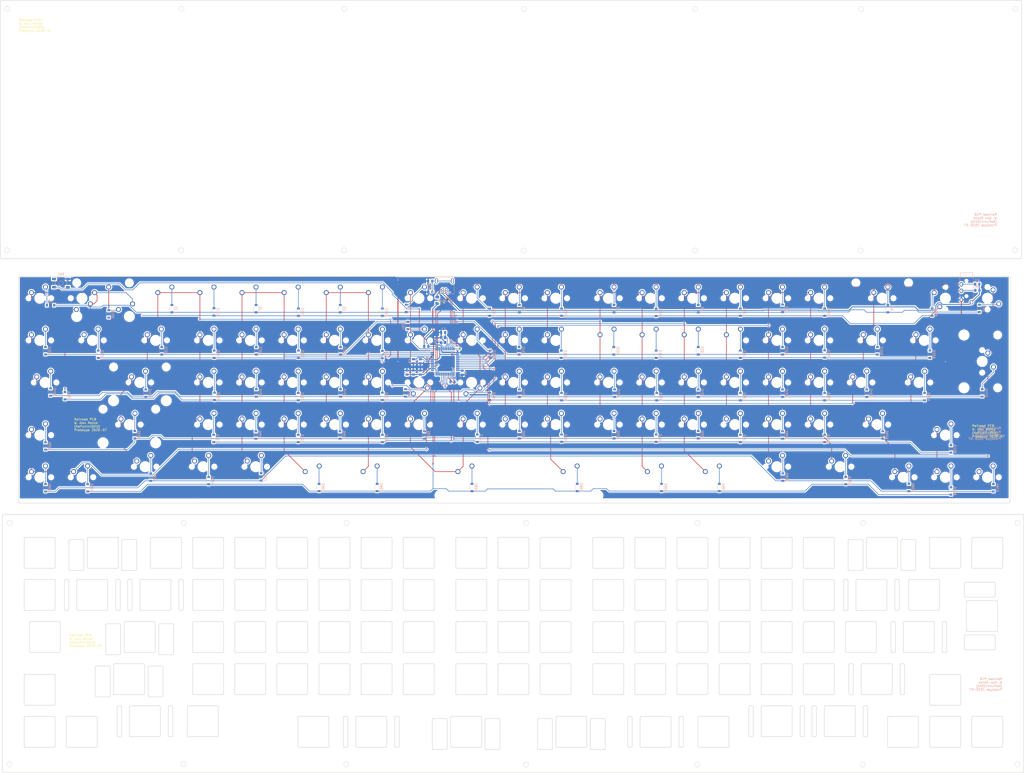
<source format=kicad_pcb>
(kicad_pcb (version 20171130) (host pcbnew "(5.1.6)-1")
  (layers (0 F.Cu signal) (31 B.Cu signal) (34 B.Paste user) (35 F.Paste user) (36 B.SilkS user) (37 F.SilkS user) (38 B.Mask user) (39 F.Mask user) (44 Edge.Cuts user))
  (net 0 "")
  (net 1 GND)
  (net 2 "Net-(C1-Pad1)")
  (net 3 "Net-(C2-Pad1)")
  (net 4 "Net-(C3-Pad1)")
  (net 5 +5V)
  (net 6 "Net-(D0-Pad2)")
  (net 7 ROW0)
  (net 8 "Net-(D1-Pad2)")
  (net 9 "Net-(D2-Pad2)")
  (net 10 "Net-(D3-Pad2)")
  (net 11 "Net-(D4-Pad2)")
  (net 12 "Net-(D5-Pad2)")
  (net 13 "Net-(D6-Pad2)")
  (net 14 "Net-(D7-Pad2)")
  (net 15 "Net-(D8-Pad2)")
  (net 16 "Net-(D9-Pad2)")
  (net 17 "Net-(D10-Pad2)")
  (net 18 "Net-(D100-Pad2)")
  (net 19 ROW1)
  (net 20 "Net-(D101-Pad2)")
  (net 21 "Net-(D102-Pad2)")
  (net 22 "Net-(D103-Pad2)")
  (net 23 "Net-(D104-Pad2)")
  (net 24 "Net-(D105-Pad2)")
  (net 25 "Net-(D106-Pad2)")
  (net 26 "Net-(D107-Pad2)")
  (net 27 "Net-(D108-Pad2)")
  (net 28 "Net-(D109-Pad2)")
  (net 29 "Net-(D200-Pad2)")
  (net 30 ROW2)
  (net 31 "Net-(D201-Pad2)")
  (net 32 "Net-(D202-Pad2)")
  (net 33 "Net-(D203-Pad2)")
  (net 34 "Net-(D204-Pad2)")
  (net 35 "Net-(D205-Pad2)")
  (net 36 "Net-(D206-Pad2)")
  (net 37 "Net-(D207-Pad2)")
  (net 38 "Net-(D208-Pad2)")
  (net 39 "Net-(D209-Pad2)")
  (net 40 "Net-(D300-Pad2)")
  (net 41 ROW3)
  (net 42 "Net-(D301-Pad2)")
  (net 43 "Net-(D302-Pad2)")
  (net 44 "Net-(D303-Pad2)")
  (net 45 "Net-(D304-Pad2)")
  (net 46 "Net-(D305-Pad2)")
  (net 47 "Net-(D306-Pad2)")
  (net 48 "Net-(D307-Pad2)")
  (net 49 "Net-(D308-Pad2)")
  (net 50 "Net-(D309-Pad2)")
  (net 51 "Net-(D400-Pad2)")
  (net 52 ROW4)
  (net 53 "Net-(D401-Pad2)")
  (net 54 "Net-(D402-Pad2)")
  (net 55 "Net-(D403-Pad2)")
  (net 56 "Net-(D404-Pad2)")
  (net 57 "Net-(D405-Pad2)")
  (net 58 "Net-(D406-Pad2)")
  (net 59 "Net-(D407-Pad2)")
  (net 60 "Net-(D408-Pad2)")
  (net 61 "Net-(D409-Pad2)")
  (net 62 "Net-(D410-Pad2)")
  (net 63 "Net-(D501-Pad2)")
  (net 64 ROW5)
  (net 65 "Net-(D502-Pad2)")
  (net 66 "Net-(D503-Pad2)")
  (net 67 "Net-(D504-Pad2)")
  (net 68 "Net-(D505-Pad2)")
  (net 69 "Net-(D506-Pad2)")
  (net 70 "Net-(D507-Pad2)")
  (net 71 "Net-(D508-Pad2)")
  (net 72 "Net-(D509-Pad2)")
  (net 73 "Net-(D600-Pad2)")
  (net 74 ROW6)
  (net 75 "Net-(D601-Pad2)")
  (net 76 "Net-(D602-Pad2)")
  (net 77 "Net-(D603-Pad2)")
  (net 78 "Net-(D604-Pad2)")
  (net 79 "Net-(D605-Pad2)")
  (net 80 "Net-(D606-Pad2)")
  (net 81 "Net-(D607-Pad2)")
  (net 82 "Net-(D608-Pad2)")
  (net 83 "Net-(D609-Pad2)")
  (net 84 "Net-(D701-Pad2)")
  (net 85 ROW7)
  (net 86 "Net-(D702-Pad2)")
  (net 87 "Net-(D703-Pad2)")
  (net 88 "Net-(D704-Pad2)")
  (net 89 "Net-(D705-Pad2)")
  (net 90 "Net-(D706-Pad2)")
  (net 91 "Net-(D707-Pad2)")
  (net 92 "Net-(D708-Pad2)")
  (net 93 "Net-(D709-Pad2)")
  (net 94 "Net-(D800-Pad2)")
  (net 95 ROW8)
  (net 96 "Net-(D801-Pad2)")
  (net 97 "Net-(D802-Pad2)")
  (net 98 "Net-(D808-Pad2)")
  (net 99 "Net-(D809-Pad2)")
  (net 100 "Net-(D810-Pad2)")
  (net 101 "Net-(D900-Pad2)")
  (net 102 ROW9)
  (net 103 "Net-(D901-Pad2)")
  (net 104 "Net-(D902-Pad2)")
  (net 105 "Net-(D903-Pad2)")
  (net 106 "Net-(D904-Pad2)")
  (net 107 "Net-(D905-Pad2)")
  (net 108 "Net-(D906-Pad2)")
  (net 109 "Net-(D907-Pad2)")
  (net 110 "Net-(D908-Pad2)")
  (net 111 "Net-(D909-Pad2)")
  (net 112 VCC)
  (net 113 COL0)
  (net 114 COL1)
  (net 115 COL2)
  (net 116 COL3)
  (net 117 COL4)
  (net 118 COL5)
  (net 119 COL6)
  (net 120 COL7)
  (net 121 COL8)
  (net 122 COL9)
  (net 123 COL10)
  (net 124 "Net-(R1-Pad2)")
  (net 125 D+)
  (net 126 "Net-(R2-Pad1)")
  (net 127 D-)
  (net 128 "Net-(R3-Pad1)")
  (net 129 "Net-(R4-Pad2)")
  (net 130 "Net-(U1-Pad42)")
  (net 131 "Net-(U1-Pad1)")
  (net 132 "Net-(C8-Pad2)")
  (net 133 "Net-(J1-Pad4)")
  (net 134 "Net-(R6-Pad2)")
  (net 135 LHD0)
  (net 136 LHD1)
  (net 137 "Net-(D500-Pad2)")
  (module MX_Only:MXOnly-2U-NoLED (layer F.Cu) (at 390.525 247.65)
    (fp_text reference MX9)
    (fp_text value MX-NoLED)
    (pad 2 thru_hole circle (at 2.54 -5.08) (size 2.25 2.25) (drill 1.47) (layers *.Cu B.Mask) (net 16 "Net-(D9-Pad2)"))
    (pad "" np_thru_hole circle (at 0 0) (size 3.9878 3.9878) (drill 3.9878) (layers *.Cu *.Mask))
    (pad 1 thru_hole circle (at -3.81 -2.54) (size 2.25 2.25) (drill 1.47) (layers *.Cu B.Mask) (net 122 COL9))
    (pad "" np_thru_hole circle (at -5.08 0 48.0996) (size 1.75 1.75) (drill 1.75) (layers *.Cu *.Mask))
    (pad "" np_thru_hole circle (at 5.08 0 48.0996) (size 1.75 1.75) (drill 1.75) (layers *.Cu *.Mask))
    (pad "" np_thru_hole circle (at -11.90625 -6.985) (size 3.048 3.048) (drill 3.048) (layers *.Cu *.Mask))
    (pad "" np_thru_hole circle (at 11.90625 -6.985) (size 3.048 3.048) (drill 3.048) (layers *.Cu *.Mask))
    (pad "" np_thru_hole circle (at -11.90625 8.255) (size 3.9878 3.9878) (drill 3.9878) (layers *.Cu *.Mask))
    (pad "" np_thru_hole circle (at 11.90625 8.255) (size 3.9878 3.9878) (drill 3.9878) (layers *.Cu *.Mask))
  )
  (module MX_Only:MXOnly-1U-NoLED (layer F.Cu) (at 28.575 247.65 180)
    (fp_text reference MX500_alt2)
    (fp_text value MX-NoLED)
    (pad 2 thru_hole circle (at 2.54 -5.08 180) (size 2.25 2.25) (drill 1.47) (layers *.Cu B.Mask) (net 137 "Net-(D500-Pad2)"))
    (pad "" np_thru_hole circle (at 0 0 180) (size 3.9878 3.9878) (drill 3.9878) (layers *.Cu *.Mask))
    (pad 1 thru_hole circle (at -3.81 -2.54 180) (size 2.25 2.25) (drill 1.47) (layers *.Cu B.Mask) (net 113 COL0))
    (pad "" np_thru_hole circle (at -5.08 0 228.0996) (size 1.75 1.75) (drill 1.75) (layers *.Cu *.Mask))
    (pad "" np_thru_hole circle (at 5.08 0 228.0996) (size 1.75 1.75) (drill 1.75) (layers *.Cu *.Mask))
  )
  (module MX_Only:MXOnly-1U-NoLED (layer F.Cu) (at 47.625 247.65 180)
    (fp_text reference MX100_alt1)
    (fp_text value MX-NoLED)
    (pad 2 thru_hole circle (at 2.54 -5.08 180) (size 2.25 2.25) (drill 1.47) (layers *.Cu B.Mask) (net 18 "Net-(D100-Pad2)"))
    (pad "" np_thru_hole circle (at 0 0 180) (size 3.9878 3.9878) (drill 3.9878) (layers *.Cu *.Mask))
    (pad 1 thru_hole circle (at -3.81 -2.54 180) (size 2.25 2.25) (drill 1.47) (layers *.Cu B.Mask) (net 113 COL0))
    (pad "" np_thru_hole circle (at -5.08 0 228.0996) (size 1.75 1.75) (drill 1.75) (layers *.Cu *.Mask))
    (pad "" np_thru_hole circle (at 5.08 0 228.0996) (size 1.75 1.75) (drill 1.75) (layers *.Cu *.Mask))
  )
  (module Diode_SMD:D_SOD-123 (layer B.Cu) (at 20.85975 291.719 90)
    (fp_text reference D500 (at 0 2 90) (layer B.SilkS) (effects (justify mirror)))
    (fp_text value SOD-123)
    (pad 2 smd rect (at 1.65 0 90) (size 0.9 1.2) (layers B.Cu B.Paste B.Mask) (net 137 "Net-(D500-Pad2)"))
    (pad 1 smd rect (at -1.65 0 90) (size 0.9 1.2) (layers B.Cu B.Paste B.Mask) (net 64 ROW5))
  )
  (module Keebio-Parts:TRRS-PJ-320A (layer B.Cu) (at 428.625 238.128 180)
    (fp_text reference U2)
    (fp_text value TRRS)
    (pad 3 thru_hole oval (at 2.3 -6.2 180) (size 1.6 2) (drill oval 0.9 1.3) (layers *.Cu *.Mask) (net 136 LHD1))
    (pad "" np_thru_hole circle (at 0 -1.6 180) (size 0.8 0.8) (drill 0.8) (layers *.Cu *.Mask))
    (pad "" np_thru_hole circle (at 0 -8.6 180) (size 0.8 0.8) (drill 0.8) (layers *.Cu *.Mask))
    (pad 4 thru_hole oval (at 2.3 -3.2 180) (size 1.6 2) (drill oval 0.9 1.3) (layers *.Cu *.Mask) (net 135 LHD0))
    (pad 2 thru_hole oval (at 2.3 -10.2 180) (size 1.6 2) (drill oval 0.9 1.3) (layers *.Cu *.Mask) (net 1 GND))
    (pad 1 thru_hole oval (at -2.3 -11.3 180) (size 1.6 2) (drill oval 0.9 1.3) (layers *.Cu *.Mask) (net 112 VCC))
  )
  (module MX_Only:MXOnly-1U-NoLED (layer F.Cu) (at 204.7875 247.65)
    (fp_text reference MX104)
    (fp_text value MX-NoLED)
    (pad 2 thru_hole circle (at 2.54 -5.08) (size 2.25 2.25) (drill 1.47) (layers *.Cu B.Mask) (net 23 "Net-(D104-Pad2)"))
    (pad "" np_thru_hole circle (at 0 0) (size 3.9878 3.9878) (drill 3.9878) (layers *.Cu *.Mask))
    (pad 1 thru_hole circle (at -3.81 -2.54) (size 2.25 2.25) (drill 1.47) (layers *.Cu B.Mask) (net 117 COL4))
    (pad "" np_thru_hole circle (at -5.08 0 48.0996) (size 1.75 1.75) (drill 1.75) (layers *.Cu *.Mask))
    (pad "" np_thru_hole circle (at 5.08 0 48.0996) (size 1.75 1.75) (drill 1.75) (layers *.Cu *.Mask))
  )
  (module MX_Only:MXOnly-2U-NoLED (layer F.Cu) (at 38.1 247.65)
    (fp_text reference MX100)
    (fp_text value MX-NoLED)
    (pad 2 thru_hole circle (at 2.54 -5.08) (size 2.25 2.25) (drill 1.47) (layers *.Cu B.Mask) (net 18 "Net-(D100-Pad2)"))
    (pad "" np_thru_hole circle (at 0 0) (size 3.9878 3.9878) (drill 3.9878) (layers *.Cu *.Mask))
    (pad 1 thru_hole circle (at -3.81 -2.54) (size 2.25 2.25) (drill 1.47) (layers *.Cu B.Mask) (net 113 COL0))
    (pad "" np_thru_hole circle (at -5.08 0 48.0996) (size 1.75 1.75) (drill 1.75) (layers *.Cu *.Mask))
    (pad "" np_thru_hole circle (at 5.08 0 48.0996) (size 1.75 1.75) (drill 1.75) (layers *.Cu *.Mask))
    (pad "" np_thru_hole circle (at -11.90625 -6.985) (size 3.048 3.048) (drill 3.048) (layers *.Cu *.Mask))
    (pad "" np_thru_hole circle (at 11.90625 -6.985) (size 3.048 3.048) (drill 3.048) (layers *.Cu *.Mask))
    (pad "" np_thru_hole circle (at -11.90625 8.255) (size 3.9878 3.9878) (drill 3.9878) (layers *.Cu *.Mask))
    (pad "" np_thru_hole circle (at 11.90625 8.255) (size 3.9878 3.9878) (drill 3.9878) (layers *.Cu *.Mask))
  )
  (module Resistor_SMD:R_0805_2012Metric (layer B.Cu) (at 433.578 244.094 180)
    (fp_text reference R8 (at 0 1.65) (layer B.SilkS) (effects (justify mirror)))
    (fp_text value 4.7k)
    (pad 2 smd roundrect (at 0.9375 0 180) (size 0.975 1.4) (layers B.Cu B.Paste B.Mask) (net 136 LHD1))
    (pad 1 smd roundrect (at -0.9375 0 180) (size 0.975 1.4) (layers B.Cu B.Paste B.Mask) (net 112 VCC))
  )
  (module Resistor_SMD:R_0805_2012Metric (layer B.Cu) (at 433.5295 241.3 180)
    (fp_text reference R7 (at 0 1.65) (layer B.SilkS) (effects (justify mirror)))
    (fp_text value 4.7k)
    (pad 2 smd roundrect (at 0.9375 0 180) (size 0.975 1.4) (layers B.Cu B.Paste B.Mask) (net 135 LHD0))
    (pad 1 smd roundrect (at -0.9375 0 180) (size 0.975 1.4) (layers B.Cu B.Paste B.Mask) (net 112 VCC))
  )
  (module Resistor_SMD:R_0805_2012Metric (layer B.Cu) (at 196.16825 285.496 180)
    (fp_text reference R6 (at 0 1.65) (layer B.SilkS) (effects (justify mirror)))
    (fp_text value 10k)
    (pad 2 smd roundrect (at 0.9375 0 180) (size 0.975 1.4) (layers B.Cu B.Paste B.Mask) (net 134 "Net-(R6-Pad2)"))
    (pad 1 smd roundrect (at -0.9375 0 180) (size 0.975 1.4) (layers B.Cu B.Paste B.Mask) (net 5 +5V))
  )
  (module Resistor_SMD:R_0805_2012Metric (layer B.Cu) (at 186.13525 244.856 180)
    (fp_text reference R5 (at 0 1.65) (layer B.SilkS) (effects (justify mirror)))
    (fp_text value 1m)
    (pad 2 smd roundrect (at 0.9375 0 180) (size 0.975 1.4) (layers B.Cu B.Paste B.Mask) (net 1 GND))
    (pad 1 smd roundrect (at -0.9375 0 180) (size 0.975 1.4) (layers B.Cu B.Paste B.Mask) (net 132 "Net-(C8-Pad2)"))
  )
  (module MX_Only:MXOnly-1U-NoLED (layer F.Cu) (at 361.95 285.75)
    (fp_text reference MX508)
    (fp_text value MX-NoLED)
    (pad 2 thru_hole circle (at 2.54 -5.08) (size 2.25 2.25) (drill 1.47) (layers *.Cu B.Mask) (net 71 "Net-(D508-Pad2)"))
    (pad "" np_thru_hole circle (at 0 0) (size 3.9878 3.9878) (drill 3.9878) (layers *.Cu *.Mask))
    (pad 1 thru_hole circle (at -3.81 -2.54) (size 2.25 2.25) (drill 1.47) (layers *.Cu B.Mask) (net 121 COL8))
    (pad "" np_thru_hole circle (at -5.08 0 48.0996) (size 1.75 1.75) (drill 1.75) (layers *.Cu *.Mask))
    (pad "" np_thru_hole circle (at 5.08 0 48.0996) (size 1.75 1.75) (drill 1.75) (layers *.Cu *.Mask))
  )
  (module usb-mini-1734510-1:TE_1734510-1 (layer B.Cu) (at 192.532 239.863)
    (fp_text reference J1 (at -1.311125 6.855945) (layer B.SilkS) (effects (font (size 0.788087 0.788087) (thickness 0.015)) (justify mirror)))
    (fp_text value 1734510-1)
    (pad 1 thru_hole circle (at -1.6 5.05) (size 1.2 1.2) (drill 0.7) (layers *.Cu *.Mask) (net 112 VCC))
    (pad 3 thru_hole circle (at 0 5.05) (size 1.2 1.2) (drill 0.7) (layers *.Cu *.Mask) (net 125 D+))
    (pad 5 thru_hole circle (at 1.6 5.05) (size 1.2 1.2) (drill 0.7) (layers *.Cu *.Mask) (net 1 GND))
    (pad 2 thru_hole circle (at -0.8 3.85) (size 1.2 1.2) (drill 0.7) (layers *.Cu *.Mask) (net 127 D-))
    (pad 4 thru_hole circle (at 0.8 3.85) (size 1.2 1.2) (drill 0.7) (layers *.Cu *.Mask) (net 133 "Net-(J1-Pad4)"))
    (pad SH1 thru_hole oval (at 3.65 0) (size 1.208 2.416) (drill oval 0.7 1.9) (layers *.Cu *.Mask) (net 132 "Net-(C8-Pad2)"))
    (pad SH2 thru_hole oval (at -3.65 0) (size 1.208 2.416) (drill oval 0.7 1.9) (layers *.Cu *.Mask) (net 132 "Net-(C8-Pad2)"))
  )
  (module Capacitor_SMD:C_0805_2012Metric (layer B.Cu) (at 186.08675 239.903)
    (fp_text reference C8 (at 0 1.65) (layer B.SilkS) (effects (justify mirror)))
    (fp_text value 4.7uF)
    (pad 2 smd roundrect (at 0.9375 0) (size 0.975 1.4) (layers B.Cu B.Paste B.Mask) (net 132 "Net-(C8-Pad2)"))
    (pad 1 smd roundrect (at -0.9375 0) (size 0.975 1.4) (layers B.Cu B.Paste B.Mask) (net 1 GND))
  )
  (module Capacitor_SMD:C_0805_2012Metric (layer B.Cu) (at 175.54575 281.2565 90)
    (fp_text reference C7 (at 0 1.65 90) (layer B.SilkS) (effects (justify mirror)))
    (fp_text value 0.1uF)
    (pad 2 smd roundrect (at 0.9375 0 90) (size 0.975 1.4) (layers B.Cu B.Paste B.Mask) (net 1 GND))
    (pad 1 smd roundrect (at -0.9375 0 90) (size 0.975 1.4) (layers B.Cu B.Paste B.Mask) (net 5 +5V))
  )
  (module Capacitor_SMD:C_0805_2012Metric (layer B.Cu) (at 178.46675 276.1465 270)
    (fp_text reference C6 (at 0 1.65 270) (layer B.SilkS) (effects (justify mirror)))
    (fp_text value 0.1uF)
    (pad 2 smd roundrect (at 0.9375 0 270) (size 0.975 1.4) (layers B.Cu B.Paste B.Mask) (net 1 GND))
    (pad 1 smd roundrect (at -0.9375 0 270) (size 0.975 1.4) (layers B.Cu B.Paste B.Mask) (net 5 +5V))
  )
  (module Capacitor_SMD:C_0805_2012Metric (layer B.Cu) (at 181.64175 281.2565 90)
    (fp_text reference C5 (at 0 1.65 90) (layer B.SilkS) (effects (justify mirror)))
    (fp_text value 0.1uF)
    (pad 2 smd roundrect (at 0.9375 0 90) (size 0.975 1.4) (layers B.Cu B.Paste B.Mask) (net 1 GND))
    (pad 1 smd roundrect (at -0.9375 0 90) (size 0.975 1.4) (layers B.Cu B.Paste B.Mask) (net 5 +5V))
  )
  (module Capacitor_SMD:C_0805_2012Metric (layer B.Cu) (at 178.46675 281.2265 90)
    (fp_text reference C4 (at 0 1.65 90) (layer B.SilkS) (effects (justify mirror)))
    (fp_text value 4.7uF)
    (pad 2 smd roundrect (at 0.9375 0 90) (size 0.975 1.4) (layers B.Cu B.Paste B.Mask) (net 1 GND))
    (pad 1 smd roundrect (at -0.9375 0 90) (size 0.975 1.4) (layers B.Cu B.Paste B.Mask) (net 5 +5V))
  )
  (module Capacitor_SMD:C_0805_2012Metric (layer B.Cu) (at 181.61 276.1765 270)
    (fp_text reference C3 (at 0 1.65 90) (layer B.SilkS) (effects (justify mirror)))
    (fp_text value 1uF)
    (pad 2 smd roundrect (at 0.9375 0 270) (size 0.975 1.4) (layers B.Cu B.Paste B.Mask) (net 1 GND))
    (pad 1 smd roundrect (at -0.9375 0 270) (size 0.975 1.4) (layers B.Cu B.Paste B.Mask) (net 4 "Net-(C3-Pad1)"))
  )
  (module Capacitor_SMD:C_0805_2012Metric (layer B.Cu) (at 189.103 266.6215 90)
    (fp_text reference C2 (at 0 1.65 90) (layer B.SilkS) (effects (justify mirror)))
    (fp_text value 22pF)
    (pad 2 smd roundrect (at 0.9375 0 90) (size 0.975 1.4) (layers B.Cu B.Paste B.Mask) (net 1 GND))
    (pad 1 smd roundrect (at -0.9375 0 90) (size 0.975 1.4) (layers B.Cu B.Paste B.Mask) (net 3 "Net-(C2-Pad1)"))
  )
  (module Capacitor_SMD:C_0805_2012Metric (layer B.Cu) (at 191.9455 263.144 180)
    (fp_text reference C1 (at 0 1.65) (layer B.SilkS) (effects (justify mirror)))
    (fp_text value 22pF)
    (pad 2 smd roundrect (at 0.9375 0 180) (size 0.975 1.4) (layers B.Cu B.Paste B.Mask) (net 1 GND))
    (pad 1 smd roundrect (at -0.9375 0 180) (size 0.975 1.4) (layers B.Cu B.Paste B.Mask) (net 2 "Net-(C1-Pad1)"))
  )
  (module MX_Only:MXOnly-ISO-ROTATED-ReversedStabilizers-NoLED (layer F.Cu) (at 435.76875 276.225)
    (fp_text reference MX410)
    (fp_text value MX-NoLED)
    (pad "" np_thru_hole circle (at -8.255 -11.938) (size 3.9878 3.9878) (drill 3.9878) (layers *.Cu *.Mask))
    (pad "" np_thru_hole circle (at -8.255 11.938) (size 3.9878 3.9878) (drill 3.9878) (layers *.Cu *.Mask))
    (pad "" np_thru_hole circle (at 6.985 -11.938) (size 3.048 3.048) (drill 3.048) (layers *.Cu *.Mask))
    (pad "" np_thru_hole circle (at 6.985 11.938) (size 3.048 3.048) (drill 3.048) (layers *.Cu *.Mask))
    (pad "" np_thru_hole circle (at 0 5.08 48.0996) (size 1.75 1.75) (drill 1.75) (layers *.Cu *.Mask))
    (pad "" np_thru_hole circle (at 0 -5.08 48.0996) (size 1.75 1.75) (drill 1.75) (layers *.Cu *.Mask))
    (pad 1 thru_hole circle (at 2.54 -3.81) (size 2.25 2.25) (drill 1.47) (layers *.Cu B.Mask) (net 123 COL10))
    (pad "" np_thru_hole circle (at 0 0) (size 3.9878 3.9878) (drill 3.9878) (layers *.Cu *.Mask))
    (pad 2 thru_hole circle (at 5.08 2.54) (size 2.25 2.25) (drill 1.47) (layers *.Cu B.Mask) (net 62 "Net-(D410-Pad2)"))
  )
  (module MX_Only:MXOnly-1U-NoLED (layer F.Cu) (at 242.8875 266.7)
    (fp_text reference MX305)
    (fp_text value MX-NoLED)
    (pad 2 thru_hole circle (at 2.54 -5.08) (size 2.25 2.25) (drill 1.47) (layers *.Cu B.Mask) (net 46 "Net-(D305-Pad2)"))
    (pad "" np_thru_hole circle (at 0 0) (size 3.9878 3.9878) (drill 3.9878) (layers *.Cu *.Mask))
    (pad 1 thru_hole circle (at -3.81 -2.54) (size 2.25 2.25) (drill 1.47) (layers *.Cu B.Mask) (net 118 COL5))
    (pad "" np_thru_hole circle (at -5.08 0 48.0996) (size 1.75 1.75) (drill 1.75) (layers *.Cu *.Mask))
    (pad "" np_thru_hole circle (at 5.08 0 48.0996) (size 1.75 1.75) (drill 1.75) (layers *.Cu *.Mask))
  )
  (module MX_Only:MXOnly-1U-NoLED (layer F.Cu) (at 285.75 266.7)
    (fp_text reference MX306)
    (fp_text value MX-NoLED)
    (pad 2 thru_hole circle (at 2.54 -5.08) (size 2.25 2.25) (drill 1.47) (layers *.Cu B.Mask) (net 47 "Net-(D306-Pad2)"))
    (pad "" np_thru_hole circle (at 0 0) (size 3.9878 3.9878) (drill 3.9878) (layers *.Cu *.Mask))
    (pad 1 thru_hole circle (at -3.81 -2.54) (size 2.25 2.25) (drill 1.47) (layers *.Cu B.Mask) (net 119 COL6))
    (pad "" np_thru_hole circle (at -5.08 0 48.0996) (size 1.75 1.75) (drill 1.75) (layers *.Cu *.Mask))
    (pad "" np_thru_hole circle (at 5.08 0 48.0996) (size 1.75 1.75) (drill 1.75) (layers *.Cu *.Mask))
  )
  (module MX_Only:MXOnly-1.5U-NoLED (layer F.Cu) (at 342.9 323.85)
    (fp_text reference MX808)
    (fp_text value MX-NoLED)
    (pad 2 thru_hole circle (at 2.54 -5.08) (size 2.25 2.25) (drill 1.47) (layers *.Cu B.Mask) (net 98 "Net-(D808-Pad2)"))
    (pad "" np_thru_hole circle (at 0 0) (size 3.9878 3.9878) (drill 3.9878) (layers *.Cu *.Mask))
    (pad 1 thru_hole circle (at -3.81 -2.54) (size 2.25 2.25) (drill 1.47) (layers *.Cu B.Mask) (net 121 COL8))
    (pad "" np_thru_hole circle (at -5.08 0 48.0996) (size 1.75 1.75) (drill 1.75) (layers *.Cu *.Mask))
    (pad "" np_thru_hole circle (at 5.08 0 48.0996) (size 1.75 1.75) (drill 1.75) (layers *.Cu *.Mask))
  )
  (module MX_Only:MXOnly-1U-NoLED (layer F.Cu) (at 123.825 247.65)
    (fp_text reference MX102)
    (fp_text value MX-NoLED)
    (pad 2 thru_hole circle (at 2.54 -5.08) (size 2.25 2.25) (drill 1.47) (layers *.Cu B.Mask) (net 21 "Net-(D102-Pad2)"))
    (pad "" np_thru_hole circle (at 0 0) (size 3.9878 3.9878) (drill 3.9878) (layers *.Cu *.Mask))
    (pad 1 thru_hole circle (at -3.81 -2.54) (size 2.25 2.25) (drill 1.47) (layers *.Cu B.Mask) (net 115 COL2))
    (pad "" np_thru_hole circle (at -5.08 0 48.0996) (size 1.75 1.75) (drill 1.75) (layers *.Cu *.Mask))
    (pad "" np_thru_hole circle (at 5.08 0 48.0996) (size 1.75 1.75) (drill 1.75) (layers *.Cu *.Mask))
  )
  (module MX_Only:MXOnly-1.5U-NoLED (layer F.Cu) (at 57.15 323.85)
    (fp_text reference MX801)
    (fp_text value MX-NoLED)
    (pad 2 thru_hole circle (at 2.54 -5.08) (size 2.25 2.25) (drill 1.47) (layers *.Cu B.Mask) (net 96 "Net-(D801-Pad2)"))
    (pad "" np_thru_hole circle (at 0 0) (size 3.9878 3.9878) (drill 3.9878) (layers *.Cu *.Mask))
    (pad 1 thru_hole circle (at -3.81 -2.54) (size 2.25 2.25) (drill 1.47) (layers *.Cu B.Mask) (net 114 COL1))
    (pad "" np_thru_hole circle (at -5.08 0 48.0996) (size 1.75 1.75) (drill 1.75) (layers *.Cu *.Mask))
    (pad "" np_thru_hole circle (at 5.08 0 48.0996) (size 1.75 1.75) (drill 1.75) (layers *.Cu *.Mask))
  )
  (module MX_Only:MXOnly-2.75U-NoLED (layer F.Cu) (at 50.00625 304.8)
    (fp_text reference MX601)
    (fp_text value MX-NoLED)
    (pad 2 thru_hole circle (at 2.54 -5.08) (size 2.25 2.25) (drill 1.47) (layers *.Cu B.Mask) (net 75 "Net-(D601-Pad2)"))
    (pad "" np_thru_hole circle (at 0 0) (size 3.9878 3.9878) (drill 3.9878) (layers *.Cu *.Mask))
    (pad 1 thru_hole circle (at -3.81 -2.54) (size 2.25 2.25) (drill 1.47) (layers *.Cu B.Mask) (net 114 COL1))
    (pad "" np_thru_hole circle (at -5.08 0 48.0996) (size 1.75 1.75) (drill 1.75) (layers *.Cu *.Mask))
    (pad "" np_thru_hole circle (at 5.08 0 48.0996) (size 1.75 1.75) (drill 1.75) (layers *.Cu *.Mask))
    (pad "" np_thru_hole circle (at -11.90625 -6.985) (size 3.048 3.048) (drill 3.048) (layers *.Cu *.Mask))
    (pad "" np_thru_hole circle (at 11.90625 -6.985) (size 3.048 3.048) (drill 3.048) (layers *.Cu *.Mask))
    (pad "" np_thru_hole circle (at -11.90625 8.255) (size 3.9878 3.9878) (drill 3.9878) (layers *.Cu *.Mask))
    (pad "" np_thru_hole circle (at 11.90625 8.255) (size 3.9878 3.9878) (drill 3.9878) (layers *.Cu *.Mask))
  )
  (module MX_Only:MXOnly-2.75U-NoLED (layer F.Cu) (at 202.40625 328.6125)
    (fp_text reference MX904)
    (fp_text value MX-NoLED)
    (pad 2 thru_hole circle (at 2.54 -5.08) (size 2.25 2.25) (drill 1.47) (layers *.Cu B.Mask) (net 106 "Net-(D904-Pad2)"))
    (pad "" np_thru_hole circle (at 0 0) (size 3.9878 3.9878) (drill 3.9878) (layers *.Cu *.Mask))
    (pad 1 thru_hole circle (at -3.81 -2.54) (size 2.25 2.25) (drill 1.47) (layers *.Cu B.Mask) (net 117 COL4))
    (pad "" np_thru_hole circle (at -5.08 0 48.0996) (size 1.75 1.75) (drill 1.75) (layers *.Cu *.Mask))
    (pad "" np_thru_hole circle (at 5.08 0 48.0996) (size 1.75 1.75) (drill 1.75) (layers *.Cu *.Mask))
    (pad "" np_thru_hole circle (at -11.90625 -6.985) (size 3.048 3.048) (drill 3.048) (layers *.Cu *.Mask))
    (pad "" np_thru_hole circle (at 11.90625 -6.985) (size 3.048 3.048) (drill 3.048) (layers *.Cu *.Mask))
    (pad "" np_thru_hole circle (at -11.90625 8.255) (size 3.9878 3.9878) (drill 3.9878) (layers *.Cu *.Mask))
    (pad "" np_thru_hole circle (at 11.90625 8.255) (size 3.9878 3.9878) (drill 3.9878) (layers *.Cu *.Mask))
  )
  (module MX_Only:MXOnly-1.75U-NoLED (layer F.Cu) (at 288.13125 328.6125)
    (fp_text reference MX906)
    (fp_text value MX-NoLED)
    (pad 2 thru_hole circle (at 2.54 -5.08) (size 2.25 2.25) (drill 1.47) (layers *.Cu B.Mask) (net 108 "Net-(D906-Pad2)"))
    (pad "" np_thru_hole circle (at 0 0) (size 3.9878 3.9878) (drill 3.9878) (layers *.Cu *.Mask))
    (pad 1 thru_hole circle (at -3.81 -2.54) (size 2.25 2.25) (drill 1.47) (layers *.Cu B.Mask) (net 119 COL6))
    (pad "" np_thru_hole circle (at -5.08 0 48.0996) (size 1.75 1.75) (drill 1.75) (layers *.Cu *.Mask))
    (pad "" np_thru_hole circle (at 5.08 0 48.0996) (size 1.75 1.75) (drill 1.75) (layers *.Cu *.Mask))
  )
  (module MX_Only:MXOnly-1.75U-NoLED (layer F.Cu) (at 159.54375 328.6125)
    (fp_text reference MX903)
    (fp_text value MX-NoLED)
    (pad 2 thru_hole circle (at 2.54 -5.08) (size 2.25 2.25) (drill 1.47) (layers *.Cu B.Mask) (net 105 "Net-(D903-Pad2)"))
    (pad "" np_thru_hole circle (at 0 0) (size 3.9878 3.9878) (drill 3.9878) (layers *.Cu *.Mask))
    (pad 1 thru_hole circle (at -3.81 -2.54) (size 2.25 2.25) (drill 1.47) (layers *.Cu B.Mask) (net 116 COL3))
    (pad "" np_thru_hole circle (at -5.08 0 48.0996) (size 1.75 1.75) (drill 1.75) (layers *.Cu *.Mask))
    (pad "" np_thru_hole circle (at 5.08 0 48.0996) (size 1.75 1.75) (drill 1.75) (layers *.Cu *.Mask))
  )
  (module MX_Only:MXOnly-1.75U-NoLED (layer F.Cu) (at 388.14375 304.8)
    (fp_text reference MX609)
    (fp_text value MX-NoLED)
    (pad 2 thru_hole circle (at 2.54 -5.08) (size 2.25 2.25) (drill 1.47) (layers *.Cu B.Mask) (net 83 "Net-(D609-Pad2)"))
    (pad "" np_thru_hole circle (at 0 0) (size 3.9878 3.9878) (drill 3.9878) (layers *.Cu *.Mask))
    (pad 1 thru_hole circle (at -3.81 -2.54) (size 2.25 2.25) (drill 1.47) (layers *.Cu B.Mask) (net 122 COL9))
    (pad "" np_thru_hole circle (at -5.08 0 48.0996) (size 1.75 1.75) (drill 1.75) (layers *.Cu *.Mask))
    (pad "" np_thru_hole circle (at 5.08 0 48.0996) (size 1.75 1.75) (drill 1.75) (layers *.Cu *.Mask))
  )
  (module MX_Only:MXOnly-1.75U-NoLED (layer F.Cu) (at 407.19375 285.75)
    (fp_text reference MX509)
    (fp_text value MX-NoLED)
    (pad 2 thru_hole circle (at 2.54 -5.08) (size 2.25 2.25) (drill 1.47) (layers *.Cu B.Mask) (net 72 "Net-(D509-Pad2)"))
    (pad "" np_thru_hole circle (at 0 0) (size 3.9878 3.9878) (drill 3.9878) (layers *.Cu *.Mask))
    (pad 1 thru_hole circle (at -3.81 -2.54) (size 2.25 2.25) (drill 1.47) (layers *.Cu B.Mask) (net 122 COL9))
    (pad "" np_thru_hole circle (at -5.08 0 48.0996) (size 1.75 1.75) (drill 1.75) (layers *.Cu *.Mask))
    (pad "" np_thru_hole circle (at 5.08 0 48.0996) (size 1.75 1.75) (drill 1.75) (layers *.Cu *.Mask))
  )
  (module MX_Only:MXOnly-1.25U-NoLED (layer F.Cu) (at 11.90625 285.75)
    (fp_text reference MX400)
    (fp_text value MX-NoLED)
    (pad 2 thru_hole circle (at 2.54 -5.08) (size 2.25 2.25) (drill 1.47) (layers *.Cu B.Mask) (net 51 "Net-(D400-Pad2)"))
    (pad "" np_thru_hole circle (at 0 0) (size 3.9878 3.9878) (drill 3.9878) (layers *.Cu *.Mask))
    (pad 1 thru_hole circle (at -3.81 -2.54) (size 2.25 2.25) (drill 1.47) (layers *.Cu B.Mask) (net 113 COL0))
    (pad "" np_thru_hole circle (at -5.08 0 48.0996) (size 1.75 1.75) (drill 1.75) (layers *.Cu *.Mask))
    (pad "" np_thru_hole circle (at 5.08 0 48.0996) (size 1.75 1.75) (drill 1.75) (layers *.Cu *.Mask))
  )
  (module MX_Only:MXOnly-1.25U-NoLED (layer F.Cu) (at 83.34375 323.85)
    (fp_text reference MX901)
    (fp_text value MX-NoLED)
    (pad 2 thru_hole circle (at 2.54 -5.08) (size 2.25 2.25) (drill 1.47) (layers *.Cu B.Mask) (net 103 "Net-(D901-Pad2)"))
    (pad "" np_thru_hole circle (at 0 0) (size 3.9878 3.9878) (drill 3.9878) (layers *.Cu *.Mask))
    (pad 1 thru_hole circle (at -3.81 -2.54) (size 2.25 2.25) (drill 1.47) (layers *.Cu B.Mask) (net 114 COL1))
    (pad "" np_thru_hole circle (at -5.08 0 48.0996) (size 1.75 1.75) (drill 1.75) (layers *.Cu *.Mask))
    (pad "" np_thru_hole circle (at 5.08 0 48.0996) (size 1.75 1.75) (drill 1.75) (layers *.Cu *.Mask))
  )
  (module MX_Only:MXOnly-1.25U-NoLED (layer F.Cu) (at 107.15625 323.85)
    (fp_text reference MX802)
    (fp_text value MX-NoLED)
    (pad 2 thru_hole circle (at 2.54 -5.08) (size 2.25 2.25) (drill 1.47) (layers *.Cu B.Mask) (net 97 "Net-(D802-Pad2)"))
    (pad "" np_thru_hole circle (at 0 0) (size 3.9878 3.9878) (drill 3.9878) (layers *.Cu *.Mask))
    (pad 1 thru_hole circle (at -3.81 -2.54) (size 2.25 2.25) (drill 1.47) (layers *.Cu B.Mask) (net 115 COL2))
    (pad "" np_thru_hole circle (at -5.08 0 48.0996) (size 1.75 1.75) (drill 1.75) (layers *.Cu *.Mask))
    (pad "" np_thru_hole circle (at 5.08 0 48.0996) (size 1.75 1.75) (drill 1.75) (layers *.Cu *.Mask))
  )
  (module MX_Only:MXOnly-1.5U-NoLED (layer F.Cu) (at 371.475 323.85)
    (fp_text reference MX908)
    (fp_text value MX-NoLED)
    (pad 2 thru_hole circle (at 2.54 -5.08) (size 2.25 2.25) (drill 1.47) (layers *.Cu B.Mask) (net 110 "Net-(D908-Pad2)"))
    (pad "" np_thru_hole circle (at 0 0) (size 3.9878 3.9878) (drill 3.9878) (layers *.Cu *.Mask))
    (pad 1 thru_hole circle (at -3.81 -2.54) (size 2.25 2.25) (drill 1.47) (layers *.Cu B.Mask) (net 121 COL8))
    (pad "" np_thru_hole circle (at -5.08 0 48.0996) (size 1.75 1.75) (drill 1.75) (layers *.Cu *.Mask))
    (pad "" np_thru_hole circle (at 5.08 0 48.0996) (size 1.75 1.75) (drill 1.75) (layers *.Cu *.Mask))
  )
  (module MX_Only:MXOnly-1.5U-NoLED (layer F.Cu) (at 33.3375 266.7)
    (fp_text reference MX300)
    (fp_text value MX-NoLED)
    (pad 2 thru_hole circle (at 2.54 -5.08) (size 2.25 2.25) (drill 1.47) (layers *.Cu B.Mask) (net 40 "Net-(D300-Pad2)"))
    (pad "" np_thru_hole circle (at 0 0) (size 3.9878 3.9878) (drill 3.9878) (layers *.Cu *.Mask))
    (pad 1 thru_hole circle (at -3.81 -2.54) (size 2.25 2.25) (drill 1.47) (layers *.Cu B.Mask) (net 113 COL0))
    (pad "" np_thru_hole circle (at -5.08 0 48.0996) (size 1.75 1.75) (drill 1.75) (layers *.Cu *.Mask))
    (pad "" np_thru_hole circle (at 5.08 0 48.0996) (size 1.75 1.75) (drill 1.75) (layers *.Cu *.Mask))
  )
  (module MX_Only:MXOnly-1.5U-NoLED (layer F.Cu) (at 385.7625 266.7)
    (fp_text reference MX209)
    (fp_text value MX-NoLED)
    (pad 2 thru_hole circle (at 2.54 -5.08) (size 2.25 2.25) (drill 1.47) (layers *.Cu B.Mask) (net 39 "Net-(D209-Pad2)"))
    (pad "" np_thru_hole circle (at 0 0) (size 3.9878 3.9878) (drill 3.9878) (layers *.Cu *.Mask))
    (pad 1 thru_hole circle (at -3.81 -2.54) (size 2.25 2.25) (drill 1.47) (layers *.Cu B.Mask) (net 122 COL9))
    (pad "" np_thru_hole circle (at -5.08 0 48.0996) (size 1.75 1.75) (drill 1.75) (layers *.Cu *.Mask))
    (pad "" np_thru_hole circle (at 5.08 0 48.0996) (size 1.75 1.75) (drill 1.75) (layers *.Cu *.Mask))
  )
  (module MX_Only:MXOnly-1.5U-NoLED (layer F.Cu) (at 61.9125 266.7)
    (fp_text reference MX201)
    (fp_text value MX-NoLED)
    (pad 2 thru_hole circle (at 2.54 -5.08) (size 2.25 2.25) (drill 1.47) (layers *.Cu B.Mask) (net 31 "Net-(D201-Pad2)"))
    (pad "" np_thru_hole circle (at 0 0) (size 3.9878 3.9878) (drill 3.9878) (layers *.Cu *.Mask))
    (pad 1 thru_hole circle (at -3.81 -2.54) (size 2.25 2.25) (drill 1.47) (layers *.Cu B.Mask) (net 114 COL1))
    (pad "" np_thru_hole circle (at -5.08 0 48.0996) (size 1.75 1.75) (drill 1.75) (layers *.Cu *.Mask))
    (pad "" np_thru_hole circle (at 5.08 0 48.0996) (size 1.75 1.75) (drill 1.75) (layers *.Cu *.Mask))
  )
  (module MX_Only:MXOnly-2.25U-NoLED (layer F.Cu) (at 250.03125 328.6125)
    (fp_text reference MX905)
    (fp_text value MX-NoLED)
    (pad 2 thru_hole circle (at 2.54 -5.08) (size 2.25 2.25) (drill 1.47) (layers *.Cu B.Mask) (net 107 "Net-(D905-Pad2)"))
    (pad "" np_thru_hole circle (at 0 0) (size 3.9878 3.9878) (drill 3.9878) (layers *.Cu *.Mask))
    (pad 1 thru_hole circle (at -3.81 -2.54) (size 2.25 2.25) (drill 1.47) (layers *.Cu B.Mask) (net 118 COL5))
    (pad "" np_thru_hole circle (at -5.08 0 48.0996) (size 1.75 1.75) (drill 1.75) (layers *.Cu *.Mask))
    (pad "" np_thru_hole circle (at 5.08 0 48.0996) (size 1.75 1.75) (drill 1.75) (layers *.Cu *.Mask))
    (pad "" np_thru_hole circle (at -11.90625 -6.985) (size 3.048 3.048) (drill 3.048) (layers *.Cu *.Mask))
    (pad "" np_thru_hole circle (at 11.90625 -6.985) (size 3.048 3.048) (drill 3.048) (layers *.Cu *.Mask))
    (pad "" np_thru_hole circle (at -11.90625 8.255) (size 3.9878 3.9878) (drill 3.9878) (layers *.Cu *.Mask))
    (pad "" np_thru_hole circle (at 11.90625 8.255) (size 3.9878 3.9878) (drill 3.9878) (layers *.Cu *.Mask))
  )
  (module MX_Only:MXOnly-2.25U-NoLED (layer F.Cu) (at 54.76875 285.75)
    (fp_text reference MX401)
    (fp_text value MX-NoLED)
    (pad 2 thru_hole circle (at 2.54 -5.08) (size 2.25 2.25) (drill 1.47) (layers *.Cu B.Mask) (net 53 "Net-(D401-Pad2)"))
    (pad "" np_thru_hole circle (at 0 0) (size 3.9878 3.9878) (drill 3.9878) (layers *.Cu *.Mask))
    (pad 1 thru_hole circle (at -3.81 -2.54) (size 2.25 2.25) (drill 1.47) (layers *.Cu B.Mask) (net 114 COL1))
    (pad "" np_thru_hole circle (at -5.08 0 48.0996) (size 1.75 1.75) (drill 1.75) (layers *.Cu *.Mask))
    (pad "" np_thru_hole circle (at 5.08 0 48.0996) (size 1.75 1.75) (drill 1.75) (layers *.Cu *.Mask))
    (pad "" np_thru_hole circle (at -11.90625 -6.985) (size 3.048 3.048) (drill 3.048) (layers *.Cu *.Mask))
    (pad "" np_thru_hole circle (at 11.90625 -6.985) (size 3.048 3.048) (drill 3.048) (layers *.Cu *.Mask))
    (pad "" np_thru_hole circle (at -11.90625 8.255) (size 3.9878 3.9878) (drill 3.9878) (layers *.Cu *.Mask))
    (pad "" np_thru_hole circle (at 11.90625 8.255) (size 3.9878 3.9878) (drill 3.9878) (layers *.Cu *.Mask))
  )
  (module MX_Only:MXOnly-1U-NoLED (layer F.Cu) (at 104.775 304.8)
    (fp_text reference MX602)
    (fp_text value MX-NoLED)
    (pad 2 thru_hole circle (at 2.54 -5.08) (size 2.25 2.25) (drill 1.47) (layers *.Cu B.Mask) (net 76 "Net-(D602-Pad2)"))
    (pad "" np_thru_hole circle (at 0 0) (size 3.9878 3.9878) (drill 3.9878) (layers *.Cu *.Mask))
    (pad 1 thru_hole circle (at -3.81 -2.54) (size 2.25 2.25) (drill 1.47) (layers *.Cu B.Mask) (net 115 COL2))
    (pad "" np_thru_hole circle (at -5.08 0 48.0996) (size 1.75 1.75) (drill 1.75) (layers *.Cu *.Mask))
    (pad "" np_thru_hole circle (at 5.08 0 48.0996) (size 1.75 1.75) (drill 1.75) (layers *.Cu *.Mask))
  )
  (module MX_Only:MXOnly-1U-NoLED (layer F.Cu) (at 123.825 304.8)
    (fp_text reference MX702)
    (fp_text value MX-NoLED)
    (pad 2 thru_hole circle (at 2.54 -5.08) (size 2.25 2.25) (drill 1.47) (layers *.Cu B.Mask) (net 86 "Net-(D702-Pad2)"))
    (pad "" np_thru_hole circle (at 0 0) (size 3.9878 3.9878) (drill 3.9878) (layers *.Cu *.Mask))
    (pad 1 thru_hole circle (at -3.81 -2.54) (size 2.25 2.25) (drill 1.47) (layers *.Cu B.Mask) (net 115 COL2))
    (pad "" np_thru_hole circle (at -5.08 0 48.0996) (size 1.75 1.75) (drill 1.75) (layers *.Cu *.Mask))
    (pad "" np_thru_hole circle (at 5.08 0 48.0996) (size 1.75 1.75) (drill 1.75) (layers *.Cu *.Mask))
  )
  (module MX_Only:MXOnly-1U-NoLED (layer F.Cu) (at 123.825 285.75)
    (fp_text reference MX502)
    (fp_text value MX-NoLED)
    (pad 2 thru_hole circle (at 2.54 -5.08) (size 2.25 2.25) (drill 1.47) (layers *.Cu B.Mask) (net 65 "Net-(D502-Pad2)"))
    (pad "" np_thru_hole circle (at 0 0) (size 3.9878 3.9878) (drill 3.9878) (layers *.Cu *.Mask))
    (pad 1 thru_hole circle (at -3.81 -2.54) (size 2.25 2.25) (drill 1.47) (layers *.Cu B.Mask) (net 115 COL2))
    (pad "" np_thru_hole circle (at -5.08 0 48.0996) (size 1.75 1.75) (drill 1.75) (layers *.Cu *.Mask))
    (pad "" np_thru_hole circle (at 5.08 0 48.0996) (size 1.75 1.75) (drill 1.75) (layers *.Cu *.Mask))
  )
  (module MX_Only:MXOnly-1U-NoLED (layer F.Cu) (at 419.1 328.6125)
    (fp_text reference MX909)
    (fp_text value MX-NoLED)
    (pad 2 thru_hole circle (at 2.54 -5.08) (size 2.25 2.25) (drill 1.47) (layers *.Cu B.Mask) (net 111 "Net-(D909-Pad2)"))
    (pad "" np_thru_hole circle (at 0 0) (size 3.9878 3.9878) (drill 3.9878) (layers *.Cu *.Mask))
    (pad 1 thru_hole circle (at -3.81 -2.54) (size 2.25 2.25) (drill 1.47) (layers *.Cu B.Mask) (net 122 COL9))
    (pad "" np_thru_hole circle (at -5.08 0 48.0996) (size 1.75 1.75) (drill 1.75) (layers *.Cu *.Mask))
    (pad "" np_thru_hole circle (at 5.08 0 48.0996) (size 1.75 1.75) (drill 1.75) (layers *.Cu *.Mask))
  )
  (module MX_Only:MXOnly-1U-NoLED (layer F.Cu) (at 314.325 328.6125)
    (fp_text reference MX907)
    (fp_text value MX-NoLED)
    (pad 2 thru_hole circle (at 2.54 -5.08) (size 2.25 2.25) (drill 1.47) (layers *.Cu B.Mask) (net 109 "Net-(D907-Pad2)"))
    (pad "" np_thru_hole circle (at 0 0) (size 3.9878 3.9878) (drill 3.9878) (layers *.Cu *.Mask))
    (pad 1 thru_hole circle (at -3.81 -2.54) (size 2.25 2.25) (drill 1.47) (layers *.Cu B.Mask) (net 120 COL7))
    (pad "" np_thru_hole circle (at -5.08 0 48.0996) (size 1.75 1.75) (drill 1.75) (layers *.Cu *.Mask))
    (pad "" np_thru_hole circle (at 5.08 0 48.0996) (size 1.75 1.75) (drill 1.75) (layers *.Cu *.Mask))
  )
  (module MX_Only:MXOnly-1U-NoLED (layer F.Cu) (at 133.35 328.6125)
    (fp_text reference MX902)
    (fp_text value MX-NoLED)
    (pad 2 thru_hole circle (at 2.54 -5.08) (size 2.25 2.25) (drill 1.47) (layers *.Cu B.Mask) (net 104 "Net-(D902-Pad2)"))
    (pad "" np_thru_hole circle (at 0 0) (size 3.9878 3.9878) (drill 3.9878) (layers *.Cu *.Mask))
    (pad 1 thru_hole circle (at -3.81 -2.54) (size 2.25 2.25) (drill 1.47) (layers *.Cu B.Mask) (net 115 COL2))
    (pad "" np_thru_hole circle (at -5.08 0 48.0996) (size 1.75 1.75) (drill 1.75) (layers *.Cu *.Mask))
    (pad "" np_thru_hole circle (at 5.08 0 48.0996) (size 1.75 1.75) (drill 1.75) (layers *.Cu *.Mask))
  )
  (module MX_Only:MXOnly-1U-NoLED (layer F.Cu) (at 28.575 328.6125)
    (fp_text reference MX900)
    (fp_text value MX-NoLED)
    (pad 2 thru_hole circle (at 2.54 -5.08) (size 2.25 2.25) (drill 1.47) (layers *.Cu B.Mask) (net 101 "Net-(D900-Pad2)"))
    (pad "" np_thru_hole circle (at 0 0) (size 3.9878 3.9878) (drill 3.9878) (layers *.Cu *.Mask))
    (pad 1 thru_hole circle (at -3.81 -2.54) (size 2.25 2.25) (drill 1.47) (layers *.Cu B.Mask) (net 113 COL0))
    (pad "" np_thru_hole circle (at -5.08 0 48.0996) (size 1.75 1.75) (drill 1.75) (layers *.Cu *.Mask))
    (pad "" np_thru_hole circle (at 5.08 0 48.0996) (size 1.75 1.75) (drill 1.75) (layers *.Cu *.Mask))
  )
  (module MX_Only:MXOnly-1U-NoLED (layer F.Cu) (at 438.15 328.6125)
    (fp_text reference MX810)
    (fp_text value MX-NoLED)
    (pad 2 thru_hole circle (at 2.54 -5.08) (size 2.25 2.25) (drill 1.47) (layers *.Cu B.Mask) (net 100 "Net-(D810-Pad2)"))
    (pad "" np_thru_hole circle (at 0 0) (size 3.9878 3.9878) (drill 3.9878) (layers *.Cu *.Mask))
    (pad 1 thru_hole circle (at -3.81 -2.54) (size 2.25 2.25) (drill 1.47) (layers *.Cu B.Mask) (net 123 COL10))
    (pad "" np_thru_hole circle (at -5.08 0 48.0996) (size 1.75 1.75) (drill 1.75) (layers *.Cu *.Mask))
    (pad "" np_thru_hole circle (at 5.08 0 48.0996) (size 1.75 1.75) (drill 1.75) (layers *.Cu *.Mask))
  )
  (module MX_Only:MXOnly-1U-NoLED (layer F.Cu) (at 400.05 328.6125)
    (fp_text reference MX809)
    (fp_text value MX-NoLED)
    (pad 2 thru_hole circle (at 2.54 -5.08) (size 2.25 2.25) (drill 1.47) (layers *.Cu B.Mask) (net 99 "Net-(D809-Pad2)"))
    (pad "" np_thru_hole circle (at 0 0) (size 3.9878 3.9878) (drill 3.9878) (layers *.Cu *.Mask))
    (pad 1 thru_hole circle (at -3.81 -2.54) (size 2.25 2.25) (drill 1.47) (layers *.Cu B.Mask) (net 122 COL9))
    (pad "" np_thru_hole circle (at -5.08 0 48.0996) (size 1.75 1.75) (drill 1.75) (layers *.Cu *.Mask))
    (pad "" np_thru_hole circle (at 5.08 0 48.0996) (size 1.75 1.75) (drill 1.75) (layers *.Cu *.Mask))
  )
  (module MX_Only:MXOnly-1U-NoLED (layer F.Cu) (at 9.525 328.6125)
    (fp_text reference MX800)
    (fp_text value MX-NoLED)
    (pad 2 thru_hole circle (at 2.54 -5.08) (size 2.25 2.25) (drill 1.47) (layers *.Cu B.Mask) (net 94 "Net-(D800-Pad2)"))
    (pad "" np_thru_hole circle (at 0 0) (size 3.9878 3.9878) (drill 3.9878) (layers *.Cu *.Mask))
    (pad 1 thru_hole circle (at -3.81 -2.54) (size 2.25 2.25) (drill 1.47) (layers *.Cu B.Mask) (net 113 COL0))
    (pad "" np_thru_hole circle (at -5.08 0 48.0996) (size 1.75 1.75) (drill 1.75) (layers *.Cu *.Mask))
    (pad "" np_thru_hole circle (at 5.08 0 48.0996) (size 1.75 1.75) (drill 1.75) (layers *.Cu *.Mask))
  )
  (module MX_Only:MXOnly-1U-NoLED (layer F.Cu) (at 419.1 309.5625)
    (fp_text reference MX709)
    (fp_text value MX-NoLED)
    (pad 2 thru_hole circle (at 2.54 -5.08) (size 2.25 2.25) (drill 1.47) (layers *.Cu B.Mask) (net 93 "Net-(D709-Pad2)"))
    (pad "" np_thru_hole circle (at 0 0) (size 3.9878 3.9878) (drill 3.9878) (layers *.Cu *.Mask))
    (pad 1 thru_hole circle (at -3.81 -2.54) (size 2.25 2.25) (drill 1.47) (layers *.Cu B.Mask) (net 122 COL9))
    (pad "" np_thru_hole circle (at -5.08 0 48.0996) (size 1.75 1.75) (drill 1.75) (layers *.Cu *.Mask))
    (pad "" np_thru_hole circle (at 5.08 0 48.0996) (size 1.75 1.75) (drill 1.75) (layers *.Cu *.Mask))
  )
  (module MX_Only:MXOnly-1U-NoLED (layer F.Cu) (at 361.95 304.8)
    (fp_text reference MX708)
    (fp_text value MX-NoLED)
    (pad 2 thru_hole circle (at 2.54 -5.08) (size 2.25 2.25) (drill 1.47) (layers *.Cu B.Mask) (net 92 "Net-(D708-Pad2)"))
    (pad "" np_thru_hole circle (at 0 0) (size 3.9878 3.9878) (drill 3.9878) (layers *.Cu *.Mask))
    (pad 1 thru_hole circle (at -3.81 -2.54) (size 2.25 2.25) (drill 1.47) (layers *.Cu B.Mask) (net 121 COL8))
    (pad "" np_thru_hole circle (at -5.08 0 48.0996) (size 1.75 1.75) (drill 1.75) (layers *.Cu *.Mask))
    (pad "" np_thru_hole circle (at 5.08 0 48.0996) (size 1.75 1.75) (drill 1.75) (layers *.Cu *.Mask))
  )
  (module MX_Only:MXOnly-1U-NoLED (layer F.Cu) (at 323.85 304.8)
    (fp_text reference MX707)
    (fp_text value MX-NoLED)
    (pad 2 thru_hole circle (at 2.54 -5.08) (size 2.25 2.25) (drill 1.47) (layers *.Cu B.Mask) (net 91 "Net-(D707-Pad2)"))
    (pad "" np_thru_hole circle (at 0 0) (size 3.9878 3.9878) (drill 3.9878) (layers *.Cu *.Mask))
    (pad 1 thru_hole circle (at -3.81 -2.54) (size 2.25 2.25) (drill 1.47) (layers *.Cu B.Mask) (net 120 COL7))
    (pad "" np_thru_hole circle (at -5.08 0 48.0996) (size 1.75 1.75) (drill 1.75) (layers *.Cu *.Mask))
    (pad "" np_thru_hole circle (at 5.08 0 48.0996) (size 1.75 1.75) (drill 1.75) (layers *.Cu *.Mask))
  )
  (module MX_Only:MXOnly-1U-NoLED (layer F.Cu) (at 285.75 304.8)
    (fp_text reference MX706)
    (fp_text value MX-NoLED)
    (pad 2 thru_hole circle (at 2.54 -5.08) (size 2.25 2.25) (drill 1.47) (layers *.Cu B.Mask) (net 90 "Net-(D706-Pad2)"))
    (pad "" np_thru_hole circle (at 0 0) (size 3.9878 3.9878) (drill 3.9878) (layers *.Cu *.Mask))
    (pad 1 thru_hole circle (at -3.81 -2.54) (size 2.25 2.25) (drill 1.47) (layers *.Cu B.Mask) (net 119 COL6))
    (pad "" np_thru_hole circle (at -5.08 0 48.0996) (size 1.75 1.75) (drill 1.75) (layers *.Cu *.Mask))
    (pad "" np_thru_hole circle (at 5.08 0 48.0996) (size 1.75 1.75) (drill 1.75) (layers *.Cu *.Mask))
  )
  (module MX_Only:MXOnly-1U-NoLED (layer F.Cu) (at 242.8875 304.8)
    (fp_text reference MX705)
    (fp_text value MX-NoLED)
    (pad 2 thru_hole circle (at 2.54 -5.08) (size 2.25 2.25) (drill 1.47) (layers *.Cu B.Mask) (net 89 "Net-(D705-Pad2)"))
    (pad "" np_thru_hole circle (at 0 0) (size 3.9878 3.9878) (drill 3.9878) (layers *.Cu *.Mask))
    (pad 1 thru_hole circle (at -3.81 -2.54) (size 2.25 2.25) (drill 1.47) (layers *.Cu B.Mask) (net 118 COL5))
    (pad "" np_thru_hole circle (at -5.08 0 48.0996) (size 1.75 1.75) (drill 1.75) (layers *.Cu *.Mask))
    (pad "" np_thru_hole circle (at 5.08 0 48.0996) (size 1.75 1.75) (drill 1.75) (layers *.Cu *.Mask))
  )
  (module MX_Only:MXOnly-1U-NoLED (layer F.Cu) (at 204.7875 304.8)
    (fp_text reference MX704)
    (fp_text value MX-NoLED)
    (pad 2 thru_hole circle (at 2.54 -5.08) (size 2.25 2.25) (drill 1.47) (layers *.Cu B.Mask) (net 88 "Net-(D704-Pad2)"))
    (pad "" np_thru_hole circle (at 0 0) (size 3.9878 3.9878) (drill 3.9878) (layers *.Cu *.Mask))
    (pad 1 thru_hole circle (at -3.81 -2.54) (size 2.25 2.25) (drill 1.47) (layers *.Cu B.Mask) (net 117 COL4))
    (pad "" np_thru_hole circle (at -5.08 0 48.0996) (size 1.75 1.75) (drill 1.75) (layers *.Cu *.Mask))
    (pad "" np_thru_hole circle (at 5.08 0 48.0996) (size 1.75 1.75) (drill 1.75) (layers *.Cu *.Mask))
  )
  (module MX_Only:MXOnly-1U-NoLED (layer F.Cu) (at 161.925 304.8)
    (fp_text reference MX703)
    (fp_text value MX-NoLED)
    (pad 2 thru_hole circle (at 2.54 -5.08) (size 2.25 2.25) (drill 1.47) (layers *.Cu B.Mask) (net 87 "Net-(D703-Pad2)"))
    (pad "" np_thru_hole circle (at 0 0) (size 3.9878 3.9878) (drill 3.9878) (layers *.Cu *.Mask))
    (pad 1 thru_hole circle (at -3.81 -2.54) (size 2.25 2.25) (drill 1.47) (layers *.Cu B.Mask) (net 116 COL3))
    (pad "" np_thru_hole circle (at -5.08 0 48.0996) (size 1.75 1.75) (drill 1.75) (layers *.Cu *.Mask))
    (pad "" np_thru_hole circle (at 5.08 0 48.0996) (size 1.75 1.75) (drill 1.75) (layers *.Cu *.Mask))
  )
  (module MX_Only:MXOnly-1U-NoLED (layer F.Cu) (at 85.725 304.8)
    (fp_text reference MX701)
    (fp_text value MX-NoLED)
    (pad 2 thru_hole circle (at 2.54 -5.08) (size 2.25 2.25) (drill 1.47) (layers *.Cu B.Mask) (net 84 "Net-(D701-Pad2)"))
    (pad "" np_thru_hole circle (at 0 0) (size 3.9878 3.9878) (drill 3.9878) (layers *.Cu *.Mask))
    (pad 1 thru_hole circle (at -3.81 -2.54) (size 2.25 2.25) (drill 1.47) (layers *.Cu B.Mask) (net 114 COL1))
    (pad "" np_thru_hole circle (at -5.08 0 48.0996) (size 1.75 1.75) (drill 1.75) (layers *.Cu *.Mask))
    (pad "" np_thru_hole circle (at 5.08 0 48.0996) (size 1.75 1.75) (drill 1.75) (layers *.Cu *.Mask))
  )
  (module MX_Only:MXOnly-1U-NoLED (layer F.Cu) (at 342.9 304.8)
    (fp_text reference MX608)
    (fp_text value MX-NoLED)
    (pad 2 thru_hole circle (at 2.54 -5.08) (size 2.25 2.25) (drill 1.47) (layers *.Cu B.Mask) (net 82 "Net-(D608-Pad2)"))
    (pad "" np_thru_hole circle (at 0 0) (size 3.9878 3.9878) (drill 3.9878) (layers *.Cu *.Mask))
    (pad 1 thru_hole circle (at -3.81 -2.54) (size 2.25 2.25) (drill 1.47) (layers *.Cu B.Mask) (net 121 COL8))
    (pad "" np_thru_hole circle (at -5.08 0 48.0996) (size 1.75 1.75) (drill 1.75) (layers *.Cu *.Mask))
    (pad "" np_thru_hole circle (at 5.08 0 48.0996) (size 1.75 1.75) (drill 1.75) (layers *.Cu *.Mask))
  )
  (module MX_Only:MXOnly-1U-NoLED (layer F.Cu) (at 304.8 304.8)
    (fp_text reference MX607)
    (fp_text value MX-NoLED)
    (pad 2 thru_hole circle (at 2.54 -5.08) (size 2.25 2.25) (drill 1.47) (layers *.Cu B.Mask) (net 81 "Net-(D607-Pad2)"))
    (pad "" np_thru_hole circle (at 0 0) (size 3.9878 3.9878) (drill 3.9878) (layers *.Cu *.Mask))
    (pad 1 thru_hole circle (at -3.81 -2.54) (size 2.25 2.25) (drill 1.47) (layers *.Cu B.Mask) (net 120 COL7))
    (pad "" np_thru_hole circle (at -5.08 0 48.0996) (size 1.75 1.75) (drill 1.75) (layers *.Cu *.Mask))
    (pad "" np_thru_hole circle (at 5.08 0 48.0996) (size 1.75 1.75) (drill 1.75) (layers *.Cu *.Mask))
  )
  (module MX_Only:MXOnly-1U-NoLED (layer F.Cu) (at 266.7 304.8)
    (fp_text reference MX606)
    (fp_text value MX-NoLED)
    (pad 2 thru_hole circle (at 2.54 -5.08) (size 2.25 2.25) (drill 1.47) (layers *.Cu B.Mask) (net 80 "Net-(D606-Pad2)"))
    (pad "" np_thru_hole circle (at 0 0) (size 3.9878 3.9878) (drill 3.9878) (layers *.Cu *.Mask))
    (pad 1 thru_hole circle (at -3.81 -2.54) (size 2.25 2.25) (drill 1.47) (layers *.Cu B.Mask) (net 119 COL6))
    (pad "" np_thru_hole circle (at -5.08 0 48.0996) (size 1.75 1.75) (drill 1.75) (layers *.Cu *.Mask))
    (pad "" np_thru_hole circle (at 5.08 0 48.0996) (size 1.75 1.75) (drill 1.75) (layers *.Cu *.Mask))
  )
  (module MX_Only:MXOnly-1U-NoLED (layer F.Cu) (at 223.8375 304.8)
    (fp_text reference MX605)
    (fp_text value MX-NoLED)
    (pad 2 thru_hole circle (at 2.54 -5.08) (size 2.25 2.25) (drill 1.47) (layers *.Cu B.Mask) (net 79 "Net-(D605-Pad2)"))
    (pad "" np_thru_hole circle (at 0 0) (size 3.9878 3.9878) (drill 3.9878) (layers *.Cu *.Mask))
    (pad 1 thru_hole circle (at -3.81 -2.54) (size 2.25 2.25) (drill 1.47) (layers *.Cu B.Mask) (net 118 COL5))
    (pad "" np_thru_hole circle (at -5.08 0 48.0996) (size 1.75 1.75) (drill 1.75) (layers *.Cu *.Mask))
    (pad "" np_thru_hole circle (at 5.08 0 48.0996) (size 1.75 1.75) (drill 1.75) (layers *.Cu *.Mask))
  )
  (module MX_Only:MXOnly-1U-NoLED (layer F.Cu) (at 180.975 304.8)
    (fp_text reference MX604)
    (fp_text value MX-NoLED)
    (pad 2 thru_hole circle (at 2.54 -5.08) (size 2.25 2.25) (drill 1.47) (layers *.Cu B.Mask) (net 78 "Net-(D604-Pad2)"))
    (pad "" np_thru_hole circle (at 0 0) (size 3.9878 3.9878) (drill 3.9878) (layers *.Cu *.Mask))
    (pad 1 thru_hole circle (at -3.81 -2.54) (size 2.25 2.25) (drill 1.47) (layers *.Cu B.Mask) (net 117 COL4))
    (pad "" np_thru_hole circle (at -5.08 0 48.0996) (size 1.75 1.75) (drill 1.75) (layers *.Cu *.Mask))
    (pad "" np_thru_hole circle (at 5.08 0 48.0996) (size 1.75 1.75) (drill 1.75) (layers *.Cu *.Mask))
  )
  (module MX_Only:MXOnly-1U-NoLED (layer F.Cu) (at 142.875 304.8)
    (fp_text reference MX603)
    (fp_text value MX-NoLED)
    (pad 2 thru_hole circle (at 2.54 -5.08) (size 2.25 2.25) (drill 1.47) (layers *.Cu B.Mask) (net 77 "Net-(D603-Pad2)"))
    (pad "" np_thru_hole circle (at 0 0) (size 3.9878 3.9878) (drill 3.9878) (layers *.Cu *.Mask))
    (pad 1 thru_hole circle (at -3.81 -2.54) (size 2.25 2.25) (drill 1.47) (layers *.Cu B.Mask) (net 116 COL3))
    (pad "" np_thru_hole circle (at -5.08 0 48.0996) (size 1.75 1.75) (drill 1.75) (layers *.Cu *.Mask))
    (pad "" np_thru_hole circle (at 5.08 0 48.0996) (size 1.75 1.75) (drill 1.75) (layers *.Cu *.Mask))
  )
  (module MX_Only:MXOnly-1U-NoLED (layer F.Cu) (at 9.525 309.5625)
    (fp_text reference MX600)
    (fp_text value MX-NoLED)
    (pad 2 thru_hole circle (at 2.54 -5.08) (size 2.25 2.25) (drill 1.47) (layers *.Cu B.Mask) (net 73 "Net-(D600-Pad2)"))
    (pad "" np_thru_hole circle (at 0 0) (size 3.9878 3.9878) (drill 3.9878) (layers *.Cu *.Mask))
    (pad 1 thru_hole circle (at -3.81 -2.54) (size 2.25 2.25) (drill 1.47) (layers *.Cu B.Mask) (net 113 COL0))
    (pad "" np_thru_hole circle (at -5.08 0 48.0996) (size 1.75 1.75) (drill 1.75) (layers *.Cu *.Mask))
    (pad "" np_thru_hole circle (at 5.08 0 48.0996) (size 1.75 1.75) (drill 1.75) (layers *.Cu *.Mask))
  )
  (module MX_Only:MXOnly-1U-NoLED (layer F.Cu) (at 323.85 285.75)
    (fp_text reference MX507)
    (fp_text value MX-NoLED)
    (pad 2 thru_hole circle (at 2.54 -5.08) (size 2.25 2.25) (drill 1.47) (layers *.Cu B.Mask) (net 70 "Net-(D507-Pad2)"))
    (pad "" np_thru_hole circle (at 0 0) (size 3.9878 3.9878) (drill 3.9878) (layers *.Cu *.Mask))
    (pad 1 thru_hole circle (at -3.81 -2.54) (size 2.25 2.25) (drill 1.47) (layers *.Cu B.Mask) (net 120 COL7))
    (pad "" np_thru_hole circle (at -5.08 0 48.0996) (size 1.75 1.75) (drill 1.75) (layers *.Cu *.Mask))
    (pad "" np_thru_hole circle (at 5.08 0 48.0996) (size 1.75 1.75) (drill 1.75) (layers *.Cu *.Mask))
  )
  (module MX_Only:MXOnly-1U-NoLED (layer F.Cu) (at 285.75 285.75)
    (fp_text reference MX506)
    (fp_text value MX-NoLED)
    (pad 2 thru_hole circle (at 2.54 -5.08) (size 2.25 2.25) (drill 1.47) (layers *.Cu B.Mask) (net 69 "Net-(D506-Pad2)"))
    (pad "" np_thru_hole circle (at 0 0) (size 3.9878 3.9878) (drill 3.9878) (layers *.Cu *.Mask))
    (pad 1 thru_hole circle (at -3.81 -2.54) (size 2.25 2.25) (drill 1.47) (layers *.Cu B.Mask) (net 119 COL6))
    (pad "" np_thru_hole circle (at -5.08 0 48.0996) (size 1.75 1.75) (drill 1.75) (layers *.Cu *.Mask))
    (pad "" np_thru_hole circle (at 5.08 0 48.0996) (size 1.75 1.75) (drill 1.75) (layers *.Cu *.Mask))
  )
  (module MX_Only:MXOnly-1U-NoLED (layer F.Cu) (at 242.8875 285.75)
    (fp_text reference MX505)
    (fp_text value MX-NoLED)
    (pad 2 thru_hole circle (at 2.54 -5.08) (size 2.25 2.25) (drill 1.47) (layers *.Cu B.Mask) (net 68 "Net-(D505-Pad2)"))
    (pad "" np_thru_hole circle (at 0 0) (size 3.9878 3.9878) (drill 3.9878) (layers *.Cu *.Mask))
    (pad 1 thru_hole circle (at -3.81 -2.54) (size 2.25 2.25) (drill 1.47) (layers *.Cu B.Mask) (net 118 COL5))
    (pad "" np_thru_hole circle (at -5.08 0 48.0996) (size 1.75 1.75) (drill 1.75) (layers *.Cu *.Mask))
    (pad "" np_thru_hole circle (at 5.08 0 48.0996) (size 1.75 1.75) (drill 1.75) (layers *.Cu *.Mask))
  )
  (module MX_Only:MXOnly-1U-NoLED (layer F.Cu) (at 204.7875 285.75 180)
    (fp_text reference MX504)
    (fp_text value MX-NoLED)
    (pad 2 thru_hole circle (at 2.54 -5.08 180) (size 2.25 2.25) (drill 1.47) (layers *.Cu B.Mask) (net 67 "Net-(D504-Pad2)"))
    (pad "" np_thru_hole circle (at 0 0 180) (size 3.9878 3.9878) (drill 3.9878) (layers *.Cu *.Mask))
    (pad 1 thru_hole circle (at -3.81 -2.54 180) (size 2.25 2.25) (drill 1.47) (layers *.Cu B.Mask) (net 117 COL4))
    (pad "" np_thru_hole circle (at -5.08 0 228.0996) (size 1.75 1.75) (drill 1.75) (layers *.Cu *.Mask))
    (pad "" np_thru_hole circle (at 5.08 0 228.0996) (size 1.75 1.75) (drill 1.75) (layers *.Cu *.Mask))
  )
  (module MX_Only:MXOnly-1U-NoLED (layer F.Cu) (at 161.925 285.75)
    (fp_text reference MX503)
    (fp_text value MX-NoLED)
    (pad 2 thru_hole circle (at 2.54 -5.08) (size 2.25 2.25) (drill 1.47) (layers *.Cu B.Mask) (net 66 "Net-(D503-Pad2)"))
    (pad "" np_thru_hole circle (at 0 0) (size 3.9878 3.9878) (drill 3.9878) (layers *.Cu *.Mask))
    (pad 1 thru_hole circle (at -3.81 -2.54) (size 2.25 2.25) (drill 1.47) (layers *.Cu B.Mask) (net 116 COL3))
    (pad "" np_thru_hole circle (at -5.08 0 48.0996) (size 1.75 1.75) (drill 1.75) (layers *.Cu *.Mask))
    (pad "" np_thru_hole circle (at 5.08 0 48.0996) (size 1.75 1.75) (drill 1.75) (layers *.Cu *.Mask))
  )
  (module MX_Only:MXOnly-1U-NoLED (layer F.Cu) (at 85.725 285.75)
    (fp_text reference MX501)
    (fp_text value MX-NoLED)
    (pad 2 thru_hole circle (at 2.54 -5.08) (size 2.25 2.25) (drill 1.47) (layers *.Cu B.Mask) (net 63 "Net-(D501-Pad2)"))
    (pad "" np_thru_hole circle (at 0 0) (size 3.9878 3.9878) (drill 3.9878) (layers *.Cu *.Mask))
    (pad 1 thru_hole circle (at -3.81 -2.54) (size 2.25 2.25) (drill 1.47) (layers *.Cu B.Mask) (net 114 COL1))
    (pad "" np_thru_hole circle (at -5.08 0 48.0996) (size 1.75 1.75) (drill 1.75) (layers *.Cu *.Mask))
    (pad "" np_thru_hole circle (at 5.08 0 48.0996) (size 1.75 1.75) (drill 1.75) (layers *.Cu *.Mask))
  )
  (module MX_Only:MXOnly-1U-NoLED (layer F.Cu) (at 381 285.75)
    (fp_text reference MX409)
    (fp_text value MX-NoLED)
    (pad 2 thru_hole circle (at 2.54 -5.08) (size 2.25 2.25) (drill 1.47) (layers *.Cu B.Mask) (net 61 "Net-(D409-Pad2)"))
    (pad "" np_thru_hole circle (at 0 0) (size 3.9878 3.9878) (drill 3.9878) (layers *.Cu *.Mask))
    (pad 1 thru_hole circle (at -3.81 -2.54) (size 2.25 2.25) (drill 1.47) (layers *.Cu B.Mask) (net 122 COL9))
    (pad "" np_thru_hole circle (at -5.08 0 48.0996) (size 1.75 1.75) (drill 1.75) (layers *.Cu *.Mask))
    (pad "" np_thru_hole circle (at 5.08 0 48.0996) (size 1.75 1.75) (drill 1.75) (layers *.Cu *.Mask))
  )
  (module MX_Only:MXOnly-1U-NoLED (layer F.Cu) (at 342.9 285.75)
    (fp_text reference MX408)
    (fp_text value MX-NoLED)
    (pad 2 thru_hole circle (at 2.54 -5.08) (size 2.25 2.25) (drill 1.47) (layers *.Cu B.Mask) (net 60 "Net-(D408-Pad2)"))
    (pad "" np_thru_hole circle (at 0 0) (size 3.9878 3.9878) (drill 3.9878) (layers *.Cu *.Mask))
    (pad 1 thru_hole circle (at -3.81 -2.54) (size 2.25 2.25) (drill 1.47) (layers *.Cu B.Mask) (net 121 COL8))
    (pad "" np_thru_hole circle (at -5.08 0 48.0996) (size 1.75 1.75) (drill 1.75) (layers *.Cu *.Mask))
    (pad "" np_thru_hole circle (at 5.08 0 48.0996) (size 1.75 1.75) (drill 1.75) (layers *.Cu *.Mask))
  )
  (module MX_Only:MXOnly-1U-NoLED (layer F.Cu) (at 304.8 285.75)
    (fp_text reference MX407)
    (fp_text value MX-NoLED)
    (pad 2 thru_hole circle (at 2.54 -5.08) (size 2.25 2.25) (drill 1.47) (layers *.Cu B.Mask) (net 59 "Net-(D407-Pad2)"))
    (pad "" np_thru_hole circle (at 0 0) (size 3.9878 3.9878) (drill 3.9878) (layers *.Cu *.Mask))
    (pad 1 thru_hole circle (at -3.81 -2.54) (size 2.25 2.25) (drill 1.47) (layers *.Cu B.Mask) (net 120 COL7))
    (pad "" np_thru_hole circle (at -5.08 0 48.0996) (size 1.75 1.75) (drill 1.75) (layers *.Cu *.Mask))
    (pad "" np_thru_hole circle (at 5.08 0 48.0996) (size 1.75 1.75) (drill 1.75) (layers *.Cu *.Mask))
  )
  (module MX_Only:MXOnly-1U-NoLED (layer F.Cu) (at 266.7 285.75)
    (fp_text reference MX406)
    (fp_text value MX-NoLED)
    (pad 2 thru_hole circle (at 2.54 -5.08) (size 2.25 2.25) (drill 1.47) (layers *.Cu B.Mask) (net 58 "Net-(D406-Pad2)"))
    (pad "" np_thru_hole circle (at 0 0) (size 3.9878 3.9878) (drill 3.9878) (layers *.Cu *.Mask))
    (pad 1 thru_hole circle (at -3.81 -2.54) (size 2.25 2.25) (drill 1.47) (layers *.Cu B.Mask) (net 119 COL6))
    (pad "" np_thru_hole circle (at -5.08 0 48.0996) (size 1.75 1.75) (drill 1.75) (layers *.Cu *.Mask))
    (pad "" np_thru_hole circle (at 5.08 0 48.0996) (size 1.75 1.75) (drill 1.75) (layers *.Cu *.Mask))
  )
  (module MX_Only:MXOnly-1U-NoLED (layer F.Cu) (at 223.8375 285.75)
    (fp_text reference MX405)
    (fp_text value MX-NoLED)
    (pad 2 thru_hole circle (at 2.54 -5.08) (size 2.25 2.25) (drill 1.47) (layers *.Cu B.Mask) (net 57 "Net-(D405-Pad2)"))
    (pad "" np_thru_hole circle (at 0 0) (size 3.9878 3.9878) (drill 3.9878) (layers *.Cu *.Mask))
    (pad 1 thru_hole circle (at -3.81 -2.54) (size 2.25 2.25) (drill 1.47) (layers *.Cu B.Mask) (net 118 COL5))
    (pad "" np_thru_hole circle (at -5.08 0 48.0996) (size 1.75 1.75) (drill 1.75) (layers *.Cu *.Mask))
    (pad "" np_thru_hole circle (at 5.08 0 48.0996) (size 1.75 1.75) (drill 1.75) (layers *.Cu *.Mask))
  )
  (module MX_Only:MXOnly-1U-NoLED (layer F.Cu) (at 180.975 285.75 180)
    (fp_text reference MX404)
    (fp_text value MX-NoLED)
    (pad 2 thru_hole circle (at 2.54 -5.08 180) (size 2.25 2.25) (drill 1.47) (layers *.Cu B.Mask) (net 56 "Net-(D404-Pad2)"))
    (pad "" np_thru_hole circle (at 0 0 180) (size 3.9878 3.9878) (drill 3.9878) (layers *.Cu *.Mask))
    (pad 1 thru_hole circle (at -3.81 -2.54 180) (size 2.25 2.25) (drill 1.47) (layers *.Cu B.Mask) (net 117 COL4))
    (pad "" np_thru_hole circle (at -5.08 0 228.0996) (size 1.75 1.75) (drill 1.75) (layers *.Cu *.Mask))
    (pad "" np_thru_hole circle (at 5.08 0 228.0996) (size 1.75 1.75) (drill 1.75) (layers *.Cu *.Mask))
  )
  (module MX_Only:MXOnly-1U-NoLED (layer F.Cu) (at 142.875 285.75)
    (fp_text reference MX403)
    (fp_text value MX-NoLED)
    (pad 2 thru_hole circle (at 2.54 -5.08) (size 2.25 2.25) (drill 1.47) (layers *.Cu B.Mask) (net 55 "Net-(D403-Pad2)"))
    (pad "" np_thru_hole circle (at 0 0) (size 3.9878 3.9878) (drill 3.9878) (layers *.Cu *.Mask))
    (pad 1 thru_hole circle (at -3.81 -2.54) (size 2.25 2.25) (drill 1.47) (layers *.Cu B.Mask) (net 116 COL3))
    (pad "" np_thru_hole circle (at -5.08 0 48.0996) (size 1.75 1.75) (drill 1.75) (layers *.Cu *.Mask))
    (pad "" np_thru_hole circle (at 5.08 0 48.0996) (size 1.75 1.75) (drill 1.75) (layers *.Cu *.Mask))
  )
  (module MX_Only:MXOnly-1U-NoLED (layer F.Cu) (at 104.775 285.75)
    (fp_text reference MX402)
    (fp_text value MX-NoLED)
    (pad 2 thru_hole circle (at 2.54 -5.08) (size 2.25 2.25) (drill 1.47) (layers *.Cu B.Mask) (net 54 "Net-(D402-Pad2)"))
    (pad "" np_thru_hole circle (at 0 0) (size 3.9878 3.9878) (drill 3.9878) (layers *.Cu *.Mask))
    (pad 1 thru_hole circle (at -3.81 -2.54) (size 2.25 2.25) (drill 1.47) (layers *.Cu B.Mask) (net 115 COL2))
    (pad "" np_thru_hole circle (at -5.08 0 48.0996) (size 1.75 1.75) (drill 1.75) (layers *.Cu *.Mask))
    (pad "" np_thru_hole circle (at 5.08 0 48.0996) (size 1.75 1.75) (drill 1.75) (layers *.Cu *.Mask))
  )
  (module MX_Only:MXOnly-1U-NoLED (layer F.Cu) (at 409.575 266.7)
    (fp_text reference MX309)
    (fp_text value MX-NoLED)
    (pad 2 thru_hole circle (at 2.54 -5.08) (size 2.25 2.25) (drill 1.47) (layers *.Cu B.Mask) (net 50 "Net-(D309-Pad2)"))
    (pad "" np_thru_hole circle (at 0 0) (size 3.9878 3.9878) (drill 3.9878) (layers *.Cu *.Mask))
    (pad 1 thru_hole circle (at -3.81 -2.54) (size 2.25 2.25) (drill 1.47) (layers *.Cu B.Mask) (net 122 COL9))
    (pad "" np_thru_hole circle (at -5.08 0 48.0996) (size 1.75 1.75) (drill 1.75) (layers *.Cu *.Mask))
    (pad "" np_thru_hole circle (at 5.08 0 48.0996) (size 1.75 1.75) (drill 1.75) (layers *.Cu *.Mask))
  )
  (module MX_Only:MXOnly-1U-NoLED (layer F.Cu) (at 323.85 266.7)
    (fp_text reference MX307)
    (fp_text value MX-NoLED)
    (pad 2 thru_hole circle (at 2.54 -5.08) (size 2.25 2.25) (drill 1.47) (layers *.Cu B.Mask) (net 48 "Net-(D307-Pad2)"))
    (pad "" np_thru_hole circle (at 0 0) (size 3.9878 3.9878) (drill 3.9878) (layers *.Cu *.Mask))
    (pad 1 thru_hole circle (at -3.81 -2.54) (size 2.25 2.25) (drill 1.47) (layers *.Cu B.Mask) (net 120 COL7))
    (pad "" np_thru_hole circle (at -5.08 0 48.0996) (size 1.75 1.75) (drill 1.75) (layers *.Cu *.Mask))
    (pad "" np_thru_hole circle (at 5.08 0 48.0996) (size 1.75 1.75) (drill 1.75) (layers *.Cu *.Mask))
  )
  (module MX_Only:MXOnly-1U-NoLED (layer F.Cu) (at 204.7875 266.7)
    (fp_text reference MX304)
    (fp_text value MX-NoLED)
    (pad 2 thru_hole circle (at 2.54 -5.08) (size 2.25 2.25) (drill 1.47) (layers *.Cu B.Mask) (net 45 "Net-(D304-Pad2)"))
    (pad "" np_thru_hole circle (at 0 0) (size 3.9878 3.9878) (drill 3.9878) (layers *.Cu *.Mask))
    (pad 1 thru_hole circle (at -3.81 -2.54) (size 2.25 2.25) (drill 1.47) (layers *.Cu B.Mask) (net 117 COL4))
    (pad "" np_thru_hole circle (at -5.08 0 48.0996) (size 1.75 1.75) (drill 1.75) (layers *.Cu *.Mask))
    (pad "" np_thru_hole circle (at 5.08 0 48.0996) (size 1.75 1.75) (drill 1.75) (layers *.Cu *.Mask))
  )
  (module MX_Only:MXOnly-1U-NoLED (layer F.Cu) (at 161.925 266.7)
    (fp_text reference MX303)
    (fp_text value MX-NoLED)
    (pad 2 thru_hole circle (at 2.54 -5.08) (size 2.25 2.25) (drill 1.47) (layers *.Cu B.Mask) (net 44 "Net-(D303-Pad2)"))
    (pad "" np_thru_hole circle (at 0 0) (size 3.9878 3.9878) (drill 3.9878) (layers *.Cu *.Mask))
    (pad 1 thru_hole circle (at -3.81 -2.54) (size 2.25 2.25) (drill 1.47) (layers *.Cu B.Mask) (net 116 COL3))
    (pad "" np_thru_hole circle (at -5.08 0 48.0996) (size 1.75 1.75) (drill 1.75) (layers *.Cu *.Mask))
    (pad "" np_thru_hole circle (at 5.08 0 48.0996) (size 1.75 1.75) (drill 1.75) (layers *.Cu *.Mask))
  )
  (module MX_Only:MXOnly-1U-NoLED (layer F.Cu) (at 123.825 266.7)
    (fp_text reference MX302)
    (fp_text value MX-NoLED)
    (pad 2 thru_hole circle (at 2.54 -5.08) (size 2.25 2.25) (drill 1.47) (layers *.Cu B.Mask) (net 43 "Net-(D302-Pad2)"))
    (pad "" np_thru_hole circle (at 0 0) (size 3.9878 3.9878) (drill 3.9878) (layers *.Cu *.Mask))
    (pad 1 thru_hole circle (at -3.81 -2.54) (size 2.25 2.25) (drill 1.47) (layers *.Cu B.Mask) (net 115 COL2))
    (pad "" np_thru_hole circle (at -5.08 0 48.0996) (size 1.75 1.75) (drill 1.75) (layers *.Cu *.Mask))
    (pad "" np_thru_hole circle (at 5.08 0 48.0996) (size 1.75 1.75) (drill 1.75) (layers *.Cu *.Mask))
  )
  (module MX_Only:MXOnly-1U-NoLED (layer F.Cu) (at 85.725 266.7)
    (fp_text reference MX301)
    (fp_text value MX-NoLED)
    (pad 2 thru_hole circle (at 2.54 -5.08) (size 2.25 2.25) (drill 1.47) (layers *.Cu B.Mask) (net 42 "Net-(D301-Pad2)"))
    (pad "" np_thru_hole circle (at 0 0) (size 3.9878 3.9878) (drill 3.9878) (layers *.Cu *.Mask))
    (pad 1 thru_hole circle (at -3.81 -2.54) (size 2.25 2.25) (drill 1.47) (layers *.Cu B.Mask) (net 114 COL1))
    (pad "" np_thru_hole circle (at -5.08 0 48.0996) (size 1.75 1.75) (drill 1.75) (layers *.Cu *.Mask))
    (pad "" np_thru_hole circle (at 5.08 0 48.0996) (size 1.75 1.75) (drill 1.75) (layers *.Cu *.Mask))
  )
  (module MX_Only:MXOnly-1U-NoLED (layer F.Cu) (at 342.9 266.7)
    (fp_text reference MX208)
    (fp_text value MX-NoLED)
    (pad 2 thru_hole circle (at 2.54 -5.08) (size 2.25 2.25) (drill 1.47) (layers *.Cu B.Mask) (net 38 "Net-(D208-Pad2)"))
    (pad "" np_thru_hole circle (at 0 0) (size 3.9878 3.9878) (drill 3.9878) (layers *.Cu *.Mask))
    (pad 1 thru_hole circle (at -3.81 -2.54) (size 2.25 2.25) (drill 1.47) (layers *.Cu B.Mask) (net 121 COL8))
    (pad "" np_thru_hole circle (at -5.08 0 48.0996) (size 1.75 1.75) (drill 1.75) (layers *.Cu *.Mask))
    (pad "" np_thru_hole circle (at 5.08 0 48.0996) (size 1.75 1.75) (drill 1.75) (layers *.Cu *.Mask))
  )
  (module MX_Only:MXOnly-1U-NoLED (layer F.Cu) (at 304.8 266.7)
    (fp_text reference MX207)
    (fp_text value MX-NoLED)
    (pad 2 thru_hole circle (at 2.54 -5.08) (size 2.25 2.25) (drill 1.47) (layers *.Cu B.Mask) (net 37 "Net-(D207-Pad2)"))
    (pad "" np_thru_hole circle (at 0 0) (size 3.9878 3.9878) (drill 3.9878) (layers *.Cu *.Mask))
    (pad 1 thru_hole circle (at -3.81 -2.54) (size 2.25 2.25) (drill 1.47) (layers *.Cu B.Mask) (net 120 COL7))
    (pad "" np_thru_hole circle (at -5.08 0 48.0996) (size 1.75 1.75) (drill 1.75) (layers *.Cu *.Mask))
    (pad "" np_thru_hole circle (at 5.08 0 48.0996) (size 1.75 1.75) (drill 1.75) (layers *.Cu *.Mask))
  )
  (module MX_Only:MXOnly-1U-NoLED (layer F.Cu) (at 266.7 266.7)
    (fp_text reference MX206)
    (fp_text value MX-NoLED)
    (pad 2 thru_hole circle (at 2.54 -5.08) (size 2.25 2.25) (drill 1.47) (layers *.Cu B.Mask) (net 36 "Net-(D206-Pad2)"))
    (pad "" np_thru_hole circle (at 0 0) (size 3.9878 3.9878) (drill 3.9878) (layers *.Cu *.Mask))
    (pad 1 thru_hole circle (at -3.81 -2.54) (size 2.25 2.25) (drill 1.47) (layers *.Cu B.Mask) (net 119 COL6))
    (pad "" np_thru_hole circle (at -5.08 0 48.0996) (size 1.75 1.75) (drill 1.75) (layers *.Cu *.Mask))
    (pad "" np_thru_hole circle (at 5.08 0 48.0996) (size 1.75 1.75) (drill 1.75) (layers *.Cu *.Mask))
  )
  (module MX_Only:MXOnly-1U-NoLED (layer F.Cu) (at 223.8375 266.7)
    (fp_text reference MX205)
    (fp_text value MX-NoLED)
    (pad 2 thru_hole circle (at 2.54 -5.08) (size 2.25 2.25) (drill 1.47) (layers *.Cu B.Mask) (net 35 "Net-(D205-Pad2)"))
    (pad "" np_thru_hole circle (at 0 0) (size 3.9878 3.9878) (drill 3.9878) (layers *.Cu *.Mask))
    (pad 1 thru_hole circle (at -3.81 -2.54) (size 2.25 2.25) (drill 1.47) (layers *.Cu B.Mask) (net 118 COL5))
    (pad "" np_thru_hole circle (at -5.08 0 48.0996) (size 1.75 1.75) (drill 1.75) (layers *.Cu *.Mask))
    (pad "" np_thru_hole circle (at 5.08 0 48.0996) (size 1.75 1.75) (drill 1.75) (layers *.Cu *.Mask))
  )
  (module MX_Only:MXOnly-1U-NoLED (layer F.Cu) (at 180.975 266.7)
    (fp_text reference MX204)
    (fp_text value MX-NoLED)
    (pad 2 thru_hole circle (at 2.54 -5.08) (size 2.25 2.25) (drill 1.47) (layers *.Cu B.Mask) (net 34 "Net-(D204-Pad2)"))
    (pad "" np_thru_hole circle (at 0 0) (size 3.9878 3.9878) (drill 3.9878) (layers *.Cu *.Mask))
    (pad 1 thru_hole circle (at -3.81 -2.54) (size 2.25 2.25) (drill 1.47) (layers *.Cu B.Mask) (net 117 COL4))
    (pad "" np_thru_hole circle (at -5.08 0 48.0996) (size 1.75 1.75) (drill 1.75) (layers *.Cu *.Mask))
    (pad "" np_thru_hole circle (at 5.08 0 48.0996) (size 1.75 1.75) (drill 1.75) (layers *.Cu *.Mask))
  )
  (module MX_Only:MXOnly-1U-NoLED (layer F.Cu) (at 142.875 266.7)
    (fp_text reference MX203)
    (fp_text value MX-NoLED)
    (pad 2 thru_hole circle (at 2.54 -5.08) (size 2.25 2.25) (drill 1.47) (layers *.Cu B.Mask) (net 33 "Net-(D203-Pad2)"))
    (pad "" np_thru_hole circle (at 0 0) (size 3.9878 3.9878) (drill 3.9878) (layers *.Cu *.Mask))
    (pad 1 thru_hole circle (at -3.81 -2.54) (size 2.25 2.25) (drill 1.47) (layers *.Cu B.Mask) (net 116 COL3))
    (pad "" np_thru_hole circle (at -5.08 0 48.0996) (size 1.75 1.75) (drill 1.75) (layers *.Cu *.Mask))
    (pad "" np_thru_hole circle (at 5.08 0 48.0996) (size 1.75 1.75) (drill 1.75) (layers *.Cu *.Mask))
  )
  (module MX_Only:MXOnly-1U-NoLED (layer F.Cu) (at 104.775 266.7)
    (fp_text reference MX202)
    (fp_text value MX-NoLED)
    (pad 2 thru_hole circle (at 2.54 -5.08) (size 2.25 2.25) (drill 1.47) (layers *.Cu B.Mask) (net 32 "Net-(D202-Pad2)"))
    (pad "" np_thru_hole circle (at 0 0) (size 3.9878 3.9878) (drill 3.9878) (layers *.Cu *.Mask))
    (pad 1 thru_hole circle (at -3.81 -2.54) (size 2.25 2.25) (drill 1.47) (layers *.Cu B.Mask) (net 115 COL2))
    (pad "" np_thru_hole circle (at -5.08 0 48.0996) (size 1.75 1.75) (drill 1.75) (layers *.Cu *.Mask))
    (pad "" np_thru_hole circle (at 5.08 0 48.0996) (size 1.75 1.75) (drill 1.75) (layers *.Cu *.Mask))
  )
  (module MX_Only:MXOnly-1U-NoLED (layer F.Cu) (at 9.525 266.7)
    (fp_text reference MX200)
    (fp_text value MX-NoLED)
    (pad 2 thru_hole circle (at 2.54 -5.08) (size 2.25 2.25) (drill 1.47) (layers *.Cu B.Mask) (net 29 "Net-(D200-Pad2)"))
    (pad "" np_thru_hole circle (at 0 0) (size 3.9878 3.9878) (drill 3.9878) (layers *.Cu *.Mask))
    (pad 1 thru_hole circle (at -3.81 -2.54) (size 2.25 2.25) (drill 1.47) (layers *.Cu B.Mask) (net 113 COL0))
    (pad "" np_thru_hole circle (at -5.08 0 48.0996) (size 1.75 1.75) (drill 1.75) (layers *.Cu *.Mask))
    (pad "" np_thru_hole circle (at 5.08 0 48.0996) (size 1.75 1.75) (drill 1.75) (layers *.Cu *.Mask))
  )
  (module MX_Only:MXOnly-1U-NoLED (layer F.Cu) (at 419.1 247.65 90)
    (fp_text reference MX109)
    (fp_text value MX-NoLED)
    (pad 2 thru_hole circle (at 2.54 -5.08 90) (size 2.25 2.25) (drill 1.47) (layers *.Cu B.Mask) (net 28 "Net-(D109-Pad2)"))
    (pad "" np_thru_hole circle (at 0 0 90) (size 3.9878 3.9878) (drill 3.9878) (layers *.Cu *.Mask))
    (pad 1 thru_hole circle (at -3.81 -2.54 90) (size 2.25 2.25) (drill 1.47) (layers *.Cu B.Mask) (net 122 COL9))
    (pad "" np_thru_hole circle (at -5.08 0 138.0996) (size 1.75 1.75) (drill 1.75) (layers *.Cu *.Mask))
    (pad "" np_thru_hole circle (at 5.08 0 138.0996) (size 1.75 1.75) (drill 1.75) (layers *.Cu *.Mask))
  )
  (module MX_Only:MXOnly-1U-NoLED (layer F.Cu) (at 361.95 247.65)
    (fp_text reference MX108)
    (fp_text value MX-NoLED)
    (pad 2 thru_hole circle (at 2.54 -5.08) (size 2.25 2.25) (drill 1.47) (layers *.Cu B.Mask) (net 27 "Net-(D108-Pad2)"))
    (pad "" np_thru_hole circle (at 0 0) (size 3.9878 3.9878) (drill 3.9878) (layers *.Cu *.Mask))
    (pad 1 thru_hole circle (at -3.81 -2.54) (size 2.25 2.25) (drill 1.47) (layers *.Cu B.Mask) (net 121 COL8))
    (pad "" np_thru_hole circle (at -5.08 0 48.0996) (size 1.75 1.75) (drill 1.75) (layers *.Cu *.Mask))
    (pad "" np_thru_hole circle (at 5.08 0 48.0996) (size 1.75 1.75) (drill 1.75) (layers *.Cu *.Mask))
  )
  (module MX_Only:MXOnly-1U-NoLED (layer F.Cu) (at 323.85 247.65)
    (fp_text reference MX107)
    (fp_text value MX-NoLED)
    (pad 2 thru_hole circle (at 2.54 -5.08) (size 2.25 2.25) (drill 1.47) (layers *.Cu B.Mask) (net 26 "Net-(D107-Pad2)"))
    (pad "" np_thru_hole circle (at 0 0) (size 3.9878 3.9878) (drill 3.9878) (layers *.Cu *.Mask))
    (pad 1 thru_hole circle (at -3.81 -2.54) (size 2.25 2.25) (drill 1.47) (layers *.Cu B.Mask) (net 120 COL7))
    (pad "" np_thru_hole circle (at -5.08 0 48.0996) (size 1.75 1.75) (drill 1.75) (layers *.Cu *.Mask))
    (pad "" np_thru_hole circle (at 5.08 0 48.0996) (size 1.75 1.75) (drill 1.75) (layers *.Cu *.Mask))
  )
  (module MX_Only:MXOnly-1U-NoLED (layer F.Cu) (at 285.75 247.65)
    (fp_text reference MX106)
    (fp_text value MX-NoLED)
    (pad 2 thru_hole circle (at 2.54 -5.08) (size 2.25 2.25) (drill 1.47) (layers *.Cu B.Mask) (net 25 "Net-(D106-Pad2)"))
    (pad "" np_thru_hole circle (at 0 0) (size 3.9878 3.9878) (drill 3.9878) (layers *.Cu *.Mask))
    (pad 1 thru_hole circle (at -3.81 -2.54) (size 2.25 2.25) (drill 1.47) (layers *.Cu B.Mask) (net 119 COL6))
    (pad "" np_thru_hole circle (at -5.08 0 48.0996) (size 1.75 1.75) (drill 1.75) (layers *.Cu *.Mask))
    (pad "" np_thru_hole circle (at 5.08 0 48.0996) (size 1.75 1.75) (drill 1.75) (layers *.Cu *.Mask))
  )
  (module MX_Only:MXOnly-1U-NoLED (layer F.Cu) (at 242.8875 247.65)
    (fp_text reference MX105)
    (fp_text value MX-NoLED)
    (pad 2 thru_hole circle (at 2.54 -5.08) (size 2.25 2.25) (drill 1.47) (layers *.Cu B.Mask) (net 24 "Net-(D105-Pad2)"))
    (pad "" np_thru_hole circle (at 0 0) (size 3.9878 3.9878) (drill 3.9878) (layers *.Cu *.Mask))
    (pad 1 thru_hole circle (at -3.81 -2.54) (size 2.25 2.25) (drill 1.47) (layers *.Cu B.Mask) (net 118 COL5))
    (pad "" np_thru_hole circle (at -5.08 0 48.0996) (size 1.75 1.75) (drill 1.75) (layers *.Cu *.Mask))
    (pad "" np_thru_hole circle (at 5.08 0 48.0996) (size 1.75 1.75) (drill 1.75) (layers *.Cu *.Mask))
  )
  (module MX_Only:MXOnly-1U-NoLED (layer F.Cu) (at 161.925 247.65)
    (fp_text reference MX103)
    (fp_text value MX-NoLED)
    (pad 2 thru_hole circle (at 2.54 -5.08) (size 2.25 2.25) (drill 1.47) (layers *.Cu B.Mask) (net 22 "Net-(D103-Pad2)"))
    (pad "" np_thru_hole circle (at 0 0) (size 3.9878 3.9878) (drill 3.9878) (layers *.Cu *.Mask))
    (pad 1 thru_hole circle (at -3.81 -2.54) (size 2.25 2.25) (drill 1.47) (layers *.Cu B.Mask) (net 116 COL3))
    (pad "" np_thru_hole circle (at -5.08 0 48.0996) (size 1.75 1.75) (drill 1.75) (layers *.Cu *.Mask))
    (pad "" np_thru_hole circle (at 5.08 0 48.0996) (size 1.75 1.75) (drill 1.75) (layers *.Cu *.Mask))
  )
  (module MX_Only:MXOnly-1U-NoLED (layer F.Cu) (at 85.725 247.65)
    (fp_text reference MX101)
    (fp_text value MX-NoLED)
    (pad 2 thru_hole circle (at 2.54 -5.08) (size 2.25 2.25) (drill 1.47) (layers *.Cu B.Mask) (net 20 "Net-(D101-Pad2)"))
    (pad "" np_thru_hole circle (at 0 0) (size 3.9878 3.9878) (drill 3.9878) (layers *.Cu *.Mask))
    (pad 1 thru_hole circle (at -3.81 -2.54) (size 2.25 2.25) (drill 1.47) (layers *.Cu B.Mask) (net 114 COL1))
    (pad "" np_thru_hole circle (at -5.08 0 48.0996) (size 1.75 1.75) (drill 1.75) (layers *.Cu *.Mask))
    (pad "" np_thru_hole circle (at 5.08 0 48.0996) (size 1.75 1.75) (drill 1.75) (layers *.Cu *.Mask))
  )
  (module MX_Only:MXOnly-1U-NoLED (layer F.Cu) (at 438.15 247.65 270)
    (fp_text reference MX10)
    (fp_text value MX-NoLED)
    (pad 2 thru_hole circle (at 2.54 -5.08 270) (size 2.25 2.25) (drill 1.47) (layers *.Cu B.Mask) (net 17 "Net-(D10-Pad2)"))
    (pad "" np_thru_hole circle (at 0 0 270) (size 3.9878 3.9878) (drill 3.9878) (layers *.Cu *.Mask))
    (pad 1 thru_hole circle (at -3.81 -2.54 270) (size 2.25 2.25) (drill 1.47) (layers *.Cu B.Mask) (net 123 COL10))
    (pad "" np_thru_hole circle (at -5.08 0 318.0996) (size 1.75 1.75) (drill 1.75) (layers *.Cu *.Mask))
    (pad "" np_thru_hole circle (at 5.08 0 318.0996) (size 1.75 1.75) (drill 1.75) (layers *.Cu *.Mask))
  )
  (module MX_Only:MXOnly-1U-NoLED (layer F.Cu) (at 342.9 247.65)
    (fp_text reference MX8)
    (fp_text value MX-NoLED)
    (pad 2 thru_hole circle (at 2.54 -5.08) (size 2.25 2.25) (drill 1.47) (layers *.Cu B.Mask) (net 15 "Net-(D8-Pad2)"))
    (pad "" np_thru_hole circle (at 0 0) (size 3.9878 3.9878) (drill 3.9878) (layers *.Cu *.Mask))
    (pad 1 thru_hole circle (at -3.81 -2.54) (size 2.25 2.25) (drill 1.47) (layers *.Cu B.Mask) (net 121 COL8))
    (pad "" np_thru_hole circle (at -5.08 0 48.0996) (size 1.75 1.75) (drill 1.75) (layers *.Cu *.Mask))
    (pad "" np_thru_hole circle (at 5.08 0 48.0996) (size 1.75 1.75) (drill 1.75) (layers *.Cu *.Mask))
  )
  (module MX_Only:MXOnly-1U-NoLED (layer F.Cu) (at 304.8 247.65)
    (fp_text reference MX7)
    (fp_text value MX-NoLED)
    (pad 2 thru_hole circle (at 2.54 -5.08) (size 2.25 2.25) (drill 1.47) (layers *.Cu B.Mask) (net 14 "Net-(D7-Pad2)"))
    (pad "" np_thru_hole circle (at 0 0) (size 3.9878 3.9878) (drill 3.9878) (layers *.Cu *.Mask))
    (pad 1 thru_hole circle (at -3.81 -2.54) (size 2.25 2.25) (drill 1.47) (layers *.Cu B.Mask) (net 120 COL7))
    (pad "" np_thru_hole circle (at -5.08 0 48.0996) (size 1.75 1.75) (drill 1.75) (layers *.Cu *.Mask))
    (pad "" np_thru_hole circle (at 5.08 0 48.0996) (size 1.75 1.75) (drill 1.75) (layers *.Cu *.Mask))
  )
  (module MX_Only:MXOnly-1U-NoLED (layer F.Cu) (at 266.7 247.65)
    (fp_text reference MX6)
    (fp_text value MX-NoLED)
    (pad 2 thru_hole circle (at 2.54 -5.08) (size 2.25 2.25) (drill 1.47) (layers *.Cu B.Mask) (net 13 "Net-(D6-Pad2)"))
    (pad "" np_thru_hole circle (at 0 0) (size 3.9878 3.9878) (drill 3.9878) (layers *.Cu *.Mask))
    (pad 1 thru_hole circle (at -3.81 -2.54) (size 2.25 2.25) (drill 1.47) (layers *.Cu B.Mask) (net 119 COL6))
    (pad "" np_thru_hole circle (at -5.08 0 48.0996) (size 1.75 1.75) (drill 1.75) (layers *.Cu *.Mask))
    (pad "" np_thru_hole circle (at 5.08 0 48.0996) (size 1.75 1.75) (drill 1.75) (layers *.Cu *.Mask))
  )
  (module MX_Only:MXOnly-1U-NoLED (layer F.Cu) (at 223.8375 247.65)
    (fp_text reference MX5)
    (fp_text value MX-NoLED)
    (pad 2 thru_hole circle (at 2.54 -5.08) (size 2.25 2.25) (drill 1.47) (layers *.Cu B.Mask) (net 12 "Net-(D5-Pad2)"))
    (pad "" np_thru_hole circle (at 0 0) (size 3.9878 3.9878) (drill 3.9878) (layers *.Cu *.Mask))
    (pad 1 thru_hole circle (at -3.81 -2.54) (size 2.25 2.25) (drill 1.47) (layers *.Cu B.Mask) (net 118 COL5))
    (pad "" np_thru_hole circle (at -5.08 0 48.0996) (size 1.75 1.75) (drill 1.75) (layers *.Cu *.Mask))
    (pad "" np_thru_hole circle (at 5.08 0 48.0996) (size 1.75 1.75) (drill 1.75) (layers *.Cu *.Mask))
  )
  (module MX_Only:MXOnly-1U-NoLED (layer F.Cu) (at 180.975 247.65)
    (fp_text reference MX4)
    (fp_text value MX-NoLED)
    (pad 2 thru_hole circle (at 2.54 -5.08) (size 2.25 2.25) (drill 1.47) (layers *.Cu B.Mask) (net 11 "Net-(D4-Pad2)"))
    (pad "" np_thru_hole circle (at 0 0) (size 3.9878 3.9878) (drill 3.9878) (layers *.Cu *.Mask))
    (pad 1 thru_hole circle (at -3.81 -2.54) (size 2.25 2.25) (drill 1.47) (layers *.Cu B.Mask) (net 117 COL4))
    (pad "" np_thru_hole circle (at -5.08 0 48.0996) (size 1.75 1.75) (drill 1.75) (layers *.Cu *.Mask))
    (pad "" np_thru_hole circle (at 5.08 0 48.0996) (size 1.75 1.75) (drill 1.75) (layers *.Cu *.Mask))
  )
  (module MX_Only:MXOnly-1U-NoLED (layer F.Cu) (at 142.875 247.65)
    (fp_text reference MX3)
    (fp_text value MX-NoLED)
    (pad 2 thru_hole circle (at 2.54 -5.08) (size 2.25 2.25) (drill 1.47) (layers *.Cu B.Mask) (net 10 "Net-(D3-Pad2)"))
    (pad "" np_thru_hole circle (at 0 0) (size 3.9878 3.9878) (drill 3.9878) (layers *.Cu *.Mask))
    (pad 1 thru_hole circle (at -3.81 -2.54) (size 2.25 2.25) (drill 1.47) (layers *.Cu B.Mask) (net 116 COL3))
    (pad "" np_thru_hole circle (at -5.08 0 48.0996) (size 1.75 1.75) (drill 1.75) (layers *.Cu *.Mask))
    (pad "" np_thru_hole circle (at 5.08 0 48.0996) (size 1.75 1.75) (drill 1.75) (layers *.Cu *.Mask))
  )
  (module MX_Only:MXOnly-1U-NoLED (layer F.Cu) (at 104.775 247.65)
    (fp_text reference MX2)
    (fp_text value MX-NoLED)
    (pad 2 thru_hole circle (at 2.54 -5.08) (size 2.25 2.25) (drill 1.47) (layers *.Cu B.Mask) (net 9 "Net-(D2-Pad2)"))
    (pad "" np_thru_hole circle (at 0 0) (size 3.9878 3.9878) (drill 3.9878) (layers *.Cu *.Mask))
    (pad 1 thru_hole circle (at -3.81 -2.54) (size 2.25 2.25) (drill 1.47) (layers *.Cu B.Mask) (net 115 COL2))
    (pad "" np_thru_hole circle (at -5.08 0 48.0996) (size 1.75 1.75) (drill 1.75) (layers *.Cu *.Mask))
    (pad "" np_thru_hole circle (at 5.08 0 48.0996) (size 1.75 1.75) (drill 1.75) (layers *.Cu *.Mask))
  )
  (module MX_Only:MXOnly-1U-NoLED (layer F.Cu) (at 66.675 247.65)
    (fp_text reference MX1)
    (fp_text value MX-NoLED)
    (pad 2 thru_hole circle (at 2.54 -5.08) (size 2.25 2.25) (drill 1.47) (layers *.Cu B.Mask) (net 8 "Net-(D1-Pad2)"))
    (pad "" np_thru_hole circle (at 0 0) (size 3.9878 3.9878) (drill 3.9878) (layers *.Cu *.Mask))
    (pad 1 thru_hole circle (at -3.81 -2.54) (size 2.25 2.25) (drill 1.47) (layers *.Cu B.Mask) (net 114 COL1))
    (pad "" np_thru_hole circle (at -5.08 0 48.0996) (size 1.75 1.75) (drill 1.75) (layers *.Cu *.Mask))
    (pad "" np_thru_hole circle (at 5.08 0 48.0996) (size 1.75 1.75) (drill 1.75) (layers *.Cu *.Mask))
  )
  (module MX_Only:MXOnly-1U-NoLED (layer F.Cu) (at 9.525 247.65)
    (fp_text reference MX0)
    (fp_text value MX-NoLED)
    (pad 2 thru_hole circle (at 2.54 -5.08) (size 2.25 2.25) (drill 1.47) (layers *.Cu B.Mask) (net 6 "Net-(D0-Pad2)"))
    (pad "" np_thru_hole circle (at 0 0) (size 3.9878 3.9878) (drill 3.9878) (layers *.Cu *.Mask))
    (pad 1 thru_hole circle (at -3.81 -2.54) (size 2.25 2.25) (drill 1.47) (layers *.Cu B.Mask) (net 113 COL0))
    (pad "" np_thru_hole circle (at -5.08 0 48.0996) (size 1.75 1.75) (drill 1.75) (layers *.Cu *.Mask))
    (pad "" np_thru_hole circle (at 5.08 0 48.0996) (size 1.75 1.75) (drill 1.75) (layers *.Cu *.Mask))
  )
  (module MX_Only:MXOnly-1U-NoLED (layer F.Cu) (at 361.95 266.7)
    (fp_text reference MX308)
    (fp_text value MX-NoLED)
    (pad 2 thru_hole circle (at 2.54 -5.08) (size 2.25 2.25) (drill 1.47) (layers *.Cu B.Mask) (net 49 "Net-(D308-Pad2)"))
    (pad "" np_thru_hole circle (at 0 0) (size 3.9878 3.9878) (drill 3.9878) (layers *.Cu *.Mask))
    (pad 1 thru_hole circle (at -3.81 -2.54) (size 2.25 2.25) (drill 1.47) (layers *.Cu B.Mask) (net 121 COL8))
    (pad "" np_thru_hole circle (at -5.08 0 48.0996) (size 1.75 1.75) (drill 1.75) (layers *.Cu *.Mask))
    (pad "" np_thru_hole circle (at 5.08 0 48.0996) (size 1.75 1.75) (drill 1.75) (layers *.Cu *.Mask))
  )
  (module Fuse:Fuse_1206_3216Metric (layer B.Cu) (at 189.26175 248.542 90)
    (fp_text reference F1 (at 0 1.82 270) (layer B.SilkS) (effects (justify mirror)))
    (fp_text value 500mA)
    (pad 2 smd roundrect (at 1.4 0 90) (size 1.25 1.75) (layers B.Cu B.Paste B.Mask) (roundrect_rratio 0.2) (net 112 VCC))
    (pad 1 smd roundrect (at -1.4 0 90) (size 1.25 1.75) (layers B.Cu B.Paste B.Mask) (roundrect_rratio 0.2) (net 5 +5V))
  )
  (module random-keyboard-parts:SKQG-1155865 (layer B.Cu) (at 19.05 240.792)
    (fp_text reference SW1 (at 0 -4.064 180) (layer B.SilkS) (effects (justify mirror)))
    (fp_text value SW_Push)
    (pad 4 smd rect (at -3.1 -1.85) (size 1.8 1.1) (layers B.Cu B.Paste B.Mask))
    (pad 3 smd rect (at 3.1 1.85) (size 1.8 1.1) (layers B.Cu B.Paste B.Mask))
    (pad 2 smd rect (at -3.1 1.85) (size 1.8 1.1) (layers B.Cu B.Paste B.Mask) (net 124 "Net-(R1-Pad2)"))
    (pad 1 smd rect (at 3.1 -1.85) (size 1.8 1.1) (layers B.Cu B.Paste B.Mask) (net 1 GND))
  )
  (module Resistor_SMD:R_0805_2012Metric (layer F.Cu) (at 191.67475 249.09375 90)
    (fp_text reference R3 (at 0 -1.65 90) (layer F.SilkS))
    (fp_text value 22)
    (pad 2 smd roundrect (at 0.9375 0 90) (size 0.975 1.4) (layers F.Cu F.Paste F.Mask) (net 127 D-))
    (pad 1 smd roundrect (at -0.9375 0 90) (size 0.975 1.4) (layers F.Cu F.Paste F.Mask) (net 128 "Net-(R3-Pad1)"))
  )
  (module Resistor_SMD:R_0805_2012Metric (layer F.Cu) (at 194.08775 249.09375 90)
    (fp_text reference R2 (at 0 -1.65 90) (layer F.SilkS))
    (fp_text value 22)
    (pad 2 smd roundrect (at 0.9375 0 90) (size 0.975 1.4) (layers F.Cu F.Paste F.Mask) (net 125 D+))
    (pad 1 smd roundrect (at -0.9375 0 90) (size 0.975 1.4) (layers F.Cu F.Paste F.Mask) (net 126 "Net-(R2-Pad1)"))
  )
  (module Crystal:Crystal_SMD_3225-4Pin_3.2x2.5mm (layer B.Cu) (at 191.897 266.573 270)
    (fp_text reference Y1 (at 0 2.45 90) (layer B.SilkS) (effects (justify mirror)))
    (fp_text value 16MHz)
    (pad 4 smd rect (at -1.1 0.85 270) (size 1.4 1.2) (layers B.Cu B.Paste B.Mask) (net 1 GND))
    (pad 3 smd rect (at 1.1 0.85 270) (size 1.4 1.2) (layers B.Cu B.Paste B.Mask) (net 3 "Net-(C2-Pad1)"))
    (pad 2 smd rect (at 1.1 -0.85 270) (size 1.4 1.2) (layers B.Cu B.Paste B.Mask) (net 1 GND))
    (pad 1 smd rect (at -1.1 -0.85 270) (size 1.4 1.2) (layers B.Cu B.Paste B.Mask) (net 2 "Net-(C1-Pad1)"))
  )
  (module Package_QFP:TQFP-44_10x10mm_P0.8mm (layer B.Cu) (at 192.786 276.225)
    (fp_text reference U1 (at 0 7.45) (layer B.SilkS) (effects (justify mirror)))
    (fp_text value ATmega32U4-AU)
    (pad 44 smd rect (at -4 5.7 270) (size 1.5 0.55) (layers B.Cu B.Paste B.Mask) (net 5 +5V))
    (pad 43 smd rect (at -3.2 5.7 270) (size 1.5 0.55) (layers B.Cu B.Paste B.Mask) (net 1 GND))
    (pad 42 smd rect (at -2.4 5.7 270) (size 1.5 0.55) (layers B.Cu B.Paste B.Mask) (net 130 "Net-(U1-Pad42)"))
    (pad 41 smd rect (at -1.6 5.7 270) (size 1.5 0.55) (layers B.Cu B.Paste B.Mask) (net 102 ROW9))
    (pad 40 smd rect (at -0.8 5.7 270) (size 1.5 0.55) (layers B.Cu B.Paste B.Mask) (net 95 ROW8))
    (pad 39 smd rect (at 0 5.7 270) (size 1.5 0.55) (layers B.Cu B.Paste B.Mask) (net 85 ROW7))
    (pad 38 smd rect (at 0.8 5.7 270) (size 1.5 0.55) (layers B.Cu B.Paste B.Mask) (net 74 ROW6))
    (pad 37 smd rect (at 1.6 5.7 270) (size 1.5 0.55) (layers B.Cu B.Paste B.Mask) (net 64 ROW5))
    (pad 36 smd rect (at 2.4 5.7 270) (size 1.5 0.55) (layers B.Cu B.Paste B.Mask) (net 134 "Net-(R6-Pad2)"))
    (pad 35 smd rect (at 3.2 5.7 270) (size 1.5 0.55) (layers B.Cu B.Paste B.Mask) (net 1 GND))
    (pad 34 smd rect (at 4 5.7 270) (size 1.5 0.55) (layers B.Cu B.Paste B.Mask) (net 5 +5V))
    (pad 33 smd rect (at 5.7 4) (size 1.5 0.55) (layers B.Cu B.Paste B.Mask) (net 129 "Net-(R4-Pad2)"))
    (pad 32 smd rect (at 5.7 3.2) (size 1.5 0.55) (layers B.Cu B.Paste B.Mask) (net 52 ROW4))
    (pad 31 smd rect (at 5.7 2.4) (size 1.5 0.55) (layers B.Cu B.Paste B.Mask) (net 41 ROW3))
    (pad 30 smd rect (at 5.7 1.6) (size 1.5 0.55) (layers B.Cu B.Paste B.Mask) (net 123 COL10))
    (pad 29 smd rect (at 5.7 0.8) (size 1.5 0.55) (layers B.Cu B.Paste B.Mask) (net 122 COL9))
    (pad 28 smd rect (at 5.7 0) (size 1.5 0.55) (layers B.Cu B.Paste B.Mask) (net 121 COL8))
    (pad 27 smd rect (at 5.7 -0.8) (size 1.5 0.55) (layers B.Cu B.Paste B.Mask) (net 120 COL7))
    (pad 26 smd rect (at 5.7 -1.6) (size 1.5 0.55) (layers B.Cu B.Paste B.Mask) (net 119 COL6))
    (pad 25 smd rect (at 5.7 -2.4) (size 1.5 0.55) (layers B.Cu B.Paste B.Mask) (net 118 COL5))
    (pad 24 smd rect (at 5.7 -3.2) (size 1.5 0.55) (layers B.Cu B.Paste B.Mask) (net 5 +5V))
    (pad 23 smd rect (at 5.7 -4) (size 1.5 0.55) (layers B.Cu B.Paste B.Mask) (net 1 GND))
    (pad 22 smd rect (at 4 -5.7 270) (size 1.5 0.55) (layers B.Cu B.Paste B.Mask) (net 30 ROW2))
    (pad 21 smd rect (at 3.2 -5.7 270) (size 1.5 0.55) (layers B.Cu B.Paste B.Mask) (net 19 ROW1))
    (pad 20 smd rect (at 2.4 -5.7 270) (size 1.5 0.55) (layers B.Cu B.Paste B.Mask) (net 7 ROW0))
    (pad 19 smd rect (at 1.6 -5.7 270) (size 1.5 0.55) (layers B.Cu B.Paste B.Mask) (net 136 LHD1))
    (pad 18 smd rect (at 0.8 -5.7 270) (size 1.5 0.55) (layers B.Cu B.Paste B.Mask) (net 135 LHD0))
    (pad 17 smd rect (at 0 -5.7 270) (size 1.5 0.55) (layers B.Cu B.Paste B.Mask) (net 2 "Net-(C1-Pad1)"))
    (pad 16 smd rect (at -0.8 -5.7 270) (size 1.5 0.55) (layers B.Cu B.Paste B.Mask) (net 3 "Net-(C2-Pad1)"))
    (pad 15 smd rect (at -1.6 -5.7 270) (size 1.5 0.55) (layers B.Cu B.Paste B.Mask) (net 1 GND))
    (pad 14 smd rect (at -2.4 -5.7 270) (size 1.5 0.55) (layers B.Cu B.Paste B.Mask) (net 5 +5V))
    (pad 13 smd rect (at -3.2 -5.7 270) (size 1.5 0.55) (layers B.Cu B.Paste B.Mask) (net 124 "Net-(R1-Pad2)"))
    (pad 12 smd rect (at -4 -5.7 270) (size 1.5 0.55) (layers B.Cu B.Paste B.Mask) (net 117 COL4))
    (pad 11 smd rect (at -5.7 -4) (size 1.5 0.55) (layers B.Cu B.Paste B.Mask) (net 116 COL3))
    (pad 10 smd rect (at -5.7 -3.2) (size 1.5 0.55) (layers B.Cu B.Paste B.Mask) (net 115 COL2))
    (pad 9 smd rect (at -5.7 -2.4) (size 1.5 0.55) (layers B.Cu B.Paste B.Mask) (net 114 COL1))
    (pad 8 smd rect (at -5.7 -1.6) (size 1.5 0.55) (layers B.Cu B.Paste B.Mask) (net 113 COL0))
    (pad 7 smd rect (at -5.7 -0.8) (size 1.5 0.55) (layers B.Cu B.Paste B.Mask) (net 5 +5V))
    (pad 6 smd rect (at -5.7 0) (size 1.5 0.55) (layers B.Cu B.Paste B.Mask) (net 4 "Net-(C3-Pad1)"))
    (pad 5 smd rect (at -5.7 0.8) (size 1.5 0.55) (layers B.Cu B.Paste B.Mask) (net 1 GND))
    (pad 4 smd rect (at -5.7 1.6) (size 1.5 0.55) (layers B.Cu B.Paste B.Mask) (net 126 "Net-(R2-Pad1)"))
    (pad 3 smd rect (at -5.7 2.4) (size 1.5 0.55) (layers B.Cu B.Paste B.Mask) (net 128 "Net-(R3-Pad1)"))
    (pad 2 smd rect (at -5.7 3.2) (size 1.5 0.55) (layers B.Cu B.Paste B.Mask) (net 5 +5V))
    (pad 1 smd rect (at -5.7 4) (size 1.5 0.55) (layers B.Cu B.Paste B.Mask) (net 131 "Net-(U1-Pad1)"))
  )
  (module Resistor_SMD:R_0805_2012Metric (layer B.Cu) (at 200.56475 281.3535 90)
    (fp_text reference R4 (at 0 1.65 270) (layer B.SilkS) (effects (justify mirror)))
    (fp_text value 10k)
    (pad 2 smd roundrect (at 0.9375 0 90) (size 0.975 1.4) (layers B.Cu B.Paste B.Mask) (net 129 "Net-(R4-Pad2)"))
    (pad 1 smd roundrect (at -0.9375 0 90) (size 0.975 1.4) (layers B.Cu B.Paste B.Mask) (net 1 GND))
  )
  (module Resistor_SMD:R_0805_2012Metric (layer B.Cu) (at 184.30875 269.494)
    (fp_text reference R1 (at 0 1.65) (layer B.SilkS) (effects (justify mirror)))
    (fp_text value 10k)
    (pad 2 smd roundrect (at 0.9375 0) (size 0.975 1.4) (layers B.Cu B.Paste B.Mask) (net 124 "Net-(R1-Pad2)"))
    (pad 1 smd roundrect (at -0.9375 0) (size 0.975 1.4) (layers B.Cu B.Paste B.Mask) (net 5 +5V))
  )
  (module Diode_SMD:D_SOD-123 (layer B.Cu) (at 421.64 334.8355 90)
    (fp_text reference D909 (at 0 2 90) (layer B.SilkS) (effects (justify mirror)))
    (fp_text value SOD-123)
    (pad 2 smd rect (at 1.65 0 90) (size 0.9 1.2) (layers B.Cu B.Paste B.Mask) (net 111 "Net-(D909-Pad2)"))
    (pad 1 smd rect (at -1.65 0 90) (size 0.9 1.2) (layers B.Cu B.Paste B.Mask) (net 102 ROW9))
  )
  (module Diode_SMD:D_SOD-123 (layer B.Cu) (at 374.015 330.1375 90)
    (fp_text reference D908 (at 0 2 90) (layer B.SilkS) (effects (justify mirror)))
    (fp_text value SOD-123)
    (pad 2 smd rect (at 1.65 0 90) (size 0.9 1.2) (layers B.Cu B.Paste B.Mask) (net 110 "Net-(D908-Pad2)"))
    (pad 1 smd rect (at -1.65 0 90) (size 0.9 1.2) (layers B.Cu B.Paste B.Mask) (net 102 ROW9))
  )
  (module Diode_SMD:D_SOD-123 (layer B.Cu) (at 316.865 333.248 90)
    (fp_text reference D907 (at 0 2 270) (layer B.SilkS) (effects (justify mirror)))
    (fp_text value SOD-123)
    (pad 2 smd rect (at 1.65 0 90) (size 0.9 1.2) (layers B.Cu B.Paste B.Mask) (net 109 "Net-(D907-Pad2)"))
    (pad 1 smd rect (at -1.65 0 90) (size 0.9 1.2) (layers B.Cu B.Paste B.Mask) (net 102 ROW9))
  )
  (module Diode_SMD:D_SOD-123 (layer B.Cu) (at 290.703 333.248 90)
    (fp_text reference D906 (at 0 2 90) (layer B.SilkS) (effects (justify mirror)))
    (fp_text value SOD-123)
    (pad 2 smd rect (at 1.65 0 90) (size 0.9 1.2) (layers B.Cu B.Paste B.Mask) (net 108 "Net-(D906-Pad2)"))
    (pad 1 smd rect (at -1.65 0 90) (size 0.9 1.2) (layers B.Cu B.Paste B.Mask) (net 102 ROW9))
  )
  (module Diode_SMD:D_SOD-123 (layer B.Cu) (at 252.603 333.248 90)
    (fp_text reference D905 (at 0 2 90) (layer B.SilkS) (effects (justify mirror)))
    (fp_text value SOD-123)
    (pad 2 smd rect (at 1.65 0 90) (size 0.9 1.2) (layers B.Cu B.Paste B.Mask) (net 107 "Net-(D905-Pad2)"))
    (pad 1 smd rect (at -1.65 0 90) (size 0.9 1.2) (layers B.Cu B.Paste B.Mask) (net 102 ROW9))
  )
  (module Diode_SMD:D_SOD-123 (layer B.Cu) (at 204.978 333.248 90)
    (fp_text reference D904 (at 0 2 90) (layer B.SilkS) (effects (justify mirror)))
    (fp_text value SOD-123)
    (pad 2 smd rect (at 1.65 0 90) (size 0.9 1.2) (layers B.Cu B.Paste B.Mask) (net 106 "Net-(D904-Pad2)"))
    (pad 1 smd rect (at -1.65 0 90) (size 0.9 1.2) (layers B.Cu B.Paste B.Mask) (net 102 ROW9))
  )
  (module Diode_SMD:D_SOD-123 (layer B.Cu) (at 162.08375 333.248 90)
    (fp_text reference D903 (at 0 2 90) (layer B.SilkS) (effects (justify mirror)))
    (fp_text value SOD-123)
    (pad 2 smd rect (at 1.65 0 90) (size 0.9 1.2) (layers B.Cu B.Paste B.Mask) (net 105 "Net-(D903-Pad2)"))
    (pad 1 smd rect (at -1.65 0 90) (size 0.9 1.2) (layers B.Cu B.Paste B.Mask) (net 102 ROW9))
  )
  (module Diode_SMD:D_SOD-123 (layer B.Cu) (at 135.79475 333.247 90)
    (fp_text reference D902 (at 0 2 90) (layer B.SilkS) (effects (justify mirror)))
    (fp_text value SOD-123)
    (pad 2 smd rect (at 1.65 0 90) (size 0.9 1.2) (layers B.Cu B.Paste B.Mask) (net 104 "Net-(D902-Pad2)"))
    (pad 1 smd rect (at -1.65 0 90) (size 0.9 1.2) (layers B.Cu B.Paste B.Mask) (net 102 ROW9))
  )
  (module Diode_SMD:D_SOD-123 (layer B.Cu) (at 85.852 330.1375 90)
    (fp_text reference D901 (at 0 2 90) (layer B.SilkS) (effects (justify mirror)))
    (fp_text value SOD-123)
    (pad 2 smd rect (at 1.65 0 90) (size 0.9 1.2) (layers B.Cu B.Paste B.Mask) (net 103 "Net-(D901-Pad2)"))
    (pad 1 smd rect (at -1.65 0 90) (size 0.9 1.2) (layers B.Cu B.Paste B.Mask) (net 102 ROW9))
  )
  (module Diode_SMD:D_SOD-123 (layer B.Cu) (at 31.115 333.374 90)
    (fp_text reference D900 (at 0 2 90) (layer B.SilkS) (effects (justify mirror)))
    (fp_text value SOD-123)
    (pad 2 smd rect (at 1.65 0 90) (size 0.9 1.2) (layers B.Cu B.Paste B.Mask) (net 101 "Net-(D900-Pad2)"))
    (pad 1 smd rect (at -1.65 0 90) (size 0.9 1.2) (layers B.Cu B.Paste B.Mask) (net 102 ROW9))
  )
  (module Diode_SMD:D_SOD-123 (layer B.Cu) (at 440.817 333.375 90)
    (fp_text reference D810 (at 0 2 270) (layer B.SilkS) (effects (justify mirror)))
    (fp_text value SOD-123)
    (pad 2 smd rect (at 1.65 0 90) (size 0.9 1.2) (layers B.Cu B.Paste B.Mask) (net 100 "Net-(D810-Pad2)"))
    (pad 1 smd rect (at -1.65 0 90) (size 0.9 1.2) (layers B.Cu B.Paste B.Mask) (net 95 ROW8))
  )
  (module Diode_SMD:D_SOD-123 (layer B.Cu) (at 402.59 333.248 90)
    (fp_text reference D809 (at 0 2 270) (layer B.SilkS) (effects (justify mirror)))
    (fp_text value SOD-123)
    (pad 2 smd rect (at 1.65 0 90) (size 0.9 1.2) (layers B.Cu B.Paste B.Mask) (net 99 "Net-(D809-Pad2)"))
    (pad 1 smd rect (at -1.65 0 90) (size 0.9 1.2) (layers B.Cu B.Paste B.Mask) (net 95 ROW8))
  )
  (module Diode_SMD:D_SOD-123 (layer B.Cu) (at 345.567 328.549 90)
    (fp_text reference D808 (at 0 2 90) (layer B.SilkS) (effects (justify mirror)))
    (fp_text value SOD-123)
    (pad 2 smd rect (at 1.65 0 90) (size 0.9 1.2) (layers B.Cu B.Paste B.Mask) (net 98 "Net-(D808-Pad2)"))
    (pad 1 smd rect (at -1.65 0 90) (size 0.9 1.2) (layers B.Cu B.Paste B.Mask) (net 95 ROW8))
  )
  (module Diode_SMD:D_SOD-123 (layer B.Cu) (at 109.63275 328.421 90)
    (fp_text reference D802 (at 0 2 90) (layer B.SilkS) (effects (justify mirror)))
    (fp_text value SOD-123)
    (pad 2 smd rect (at 1.65 0 90) (size 0.9 1.2) (layers B.Cu B.Paste B.Mask) (net 97 "Net-(D802-Pad2)"))
    (pad 1 smd rect (at -1.65 0 90) (size 0.9 1.2) (layers B.Cu B.Paste B.Mask) (net 95 ROW8))
  )
  (module Diode_SMD:D_SOD-123 (layer B.Cu) (at 59.69 328.549 90)
    (fp_text reference D801 (at 0 2 270) (layer B.SilkS) (effects (justify mirror)))
    (fp_text value SOD-123)
    (pad 2 smd rect (at 1.65 0 90) (size 0.9 1.2) (layers B.Cu B.Paste B.Mask) (net 96 "Net-(D801-Pad2)"))
    (pad 1 smd rect (at -1.65 0 90) (size 0.9 1.2) (layers B.Cu B.Paste B.Mask) (net 95 ROW8))
  )
  (module Diode_SMD:D_SOD-123 (layer B.Cu) (at 12.065 333.375 90)
    (fp_text reference D800 (at 0 2 -90) (layer B.SilkS) (effects (justify mirror)))
    (fp_text value SOD-123)
    (pad 2 smd rect (at 1.65 0 90) (size 0.9 1.2) (layers B.Cu B.Paste B.Mask) (net 94 "Net-(D800-Pad2)"))
    (pad 1 smd rect (at -1.65 0 90) (size 0.9 1.2) (layers B.Cu B.Paste B.Mask) (net 95 ROW8))
  )
  (module Diode_SMD:D_SOD-123 (layer B.Cu) (at 421.64 315.7865 90)
    (fp_text reference D709 (at 0 2 270) (layer B.SilkS) (effects (justify mirror)))
    (fp_text value SOD-123)
    (pad 2 smd rect (at 1.65 0 90) (size 0.9 1.2) (layers B.Cu B.Paste B.Mask) (net 93 "Net-(D709-Pad2)"))
    (pad 1 smd rect (at -1.65 0 90) (size 0.9 1.2) (layers B.Cu B.Paste B.Mask) (net 85 ROW7))
  )
  (module Diode_SMD:D_SOD-123 (layer B.Cu) (at 364.49 311.0865 90)
    (fp_text reference D708 (at 0 2 90) (layer B.SilkS) (effects (justify mirror)))
    (fp_text value SOD-123)
    (pad 2 smd rect (at 1.65 0 90) (size 0.9 1.2) (layers B.Cu B.Paste B.Mask) (net 92 "Net-(D708-Pad2)"))
    (pad 1 smd rect (at -1.65 0 90) (size 0.9 1.2) (layers B.Cu B.Paste B.Mask) (net 85 ROW7))
  )
  (module Diode_SMD:D_SOD-123 (layer B.Cu) (at 326.39 311.0865 90)
    (fp_text reference D707 (at 0 2 90) (layer B.SilkS) (effects (justify mirror)))
    (fp_text value SOD-123)
    (pad 2 smd rect (at 1.65 0 90) (size 0.9 1.2) (layers B.Cu B.Paste B.Mask) (net 91 "Net-(D707-Pad2)"))
    (pad 1 smd rect (at -1.65 0 90) (size 0.9 1.2) (layers B.Cu B.Paste B.Mask) (net 85 ROW7))
  )
  (module Diode_SMD:D_SOD-123 (layer B.Cu) (at 288.29 310.9595 90)
    (fp_text reference D706 (at 0 2 90) (layer B.SilkS) (effects (justify mirror)))
    (fp_text value SOD-123)
    (pad 2 smd rect (at 1.65 0 90) (size 0.9 1.2) (layers B.Cu B.Paste B.Mask) (net 90 "Net-(D706-Pad2)"))
    (pad 1 smd rect (at -1.65 0 90) (size 0.9 1.2) (layers B.Cu B.Paste B.Mask) (net 85 ROW7))
  )
  (module Diode_SMD:D_SOD-123 (layer B.Cu) (at 245.491 310.9595 90)
    (fp_text reference D705 (at 0 2 90) (layer B.SilkS) (effects (justify mirror)))
    (fp_text value SOD-123)
    (pad 2 smd rect (at 1.65 0 90) (size 0.9 1.2) (layers B.Cu B.Paste B.Mask) (net 89 "Net-(D705-Pad2)"))
    (pad 1 smd rect (at -1.65 0 90) (size 0.9 1.2) (layers B.Cu B.Paste B.Mask) (net 85 ROW7))
  )
  (module Diode_SMD:D_SOD-123 (layer B.Cu) (at 207.391 310.9595 90)
    (fp_text reference D704 (at 0 2 90) (layer B.SilkS) (effects (justify mirror)))
    (fp_text value SOD-123)
    (pad 2 smd rect (at 1.65 0 90) (size 0.9 1.2) (layers B.Cu B.Paste B.Mask) (net 88 "Net-(D704-Pad2)"))
    (pad 1 smd rect (at -1.65 0 90) (size 0.9 1.2) (layers B.Cu B.Paste B.Mask) (net 85 ROW7))
  )
  (module Diode_SMD:D_SOD-123 (layer B.Cu) (at 164.49675 311.0865 90)
    (fp_text reference D703 (at 0 2 90) (layer B.SilkS) (effects (justify mirror)))
    (fp_text value SOD-123)
    (pad 2 smd rect (at 1.65 0 90) (size 0.9 1.2) (layers B.Cu B.Paste B.Mask) (net 87 "Net-(D703-Pad2)"))
    (pad 1 smd rect (at -1.65 0 90) (size 0.9 1.2) (layers B.Cu B.Paste B.Mask) (net 85 ROW7))
  )
  (module Diode_SMD:D_SOD-123 (layer B.Cu) (at 126.39675 311.0865 90)
    (fp_text reference D702 (at 0 2 90) (layer B.SilkS) (effects (justify mirror)))
    (fp_text value SOD-123)
    (pad 2 smd rect (at 1.65 0 90) (size 0.9 1.2) (layers B.Cu B.Paste B.Mask) (net 86 "Net-(D702-Pad2)"))
    (pad 1 smd rect (at -1.65 0 90) (size 0.9 1.2) (layers B.Cu B.Paste B.Mask) (net 85 ROW7))
  )
  (module Diode_SMD:D_SOD-123 (layer B.Cu) (at 88.138 311.0865 90)
    (fp_text reference D701 (at 0 2 90) (layer B.SilkS) (effects (justify mirror)))
    (fp_text value SOD-123)
    (pad 2 smd rect (at 1.65 0 90) (size 0.9 1.2) (layers B.Cu B.Paste B.Mask) (net 84 "Net-(D701-Pad2)"))
    (pad 1 smd rect (at -1.65 0 90) (size 0.9 1.2) (layers B.Cu B.Paste B.Mask) (net 85 ROW7))
  )
  (module Diode_SMD:D_SOD-123 (layer B.Cu) (at 390.779 309.499 90)
    (fp_text reference D609 (at 0 2 90) (layer B.SilkS) (effects (justify mirror)))
    (fp_text value SOD-123)
    (pad 2 smd rect (at 1.65 0 90) (size 0.9 1.2) (layers B.Cu B.Paste B.Mask) (net 83 "Net-(D609-Pad2)"))
    (pad 1 smd rect (at -1.65 0 90) (size 0.9 1.2) (layers B.Cu B.Paste B.Mask) (net 74 ROW6))
  )
  (module Diode_SMD:D_SOD-123 (layer B.Cu) (at 345.44 309.499 90)
    (fp_text reference D608 (at 0 2 90) (layer B.SilkS) (effects (justify mirror)))
    (fp_text value SOD-123)
    (pad 2 smd rect (at 1.65 0 90) (size 0.9 1.2) (layers B.Cu B.Paste B.Mask) (net 82 "Net-(D608-Pad2)"))
    (pad 1 smd rect (at -1.65 0 90) (size 0.9 1.2) (layers B.Cu B.Paste B.Mask) (net 74 ROW6))
  )
  (module Diode_SMD:D_SOD-123 (layer B.Cu) (at 307.34 309.372 90)
    (fp_text reference D607 (at 0 2 90) (layer B.SilkS) (effects (justify mirror)))
    (fp_text value SOD-123)
    (pad 2 smd rect (at 1.65 0 90) (size 0.9 1.2) (layers B.Cu B.Paste B.Mask) (net 81 "Net-(D607-Pad2)"))
    (pad 1 smd rect (at -1.65 0 90) (size 0.9 1.2) (layers B.Cu B.Paste B.Mask) (net 74 ROW6))
  )
  (module Diode_SMD:D_SOD-123 (layer B.Cu) (at 269.24 309.372 90)
    (fp_text reference D606 (at 0 2 90) (layer B.SilkS) (effects (justify mirror)))
    (fp_text value SOD-123)
    (pad 2 smd rect (at 1.65 0 90) (size 0.9 1.2) (layers B.Cu B.Paste B.Mask) (net 80 "Net-(D606-Pad2)"))
    (pad 1 smd rect (at -1.65 0 90) (size 0.9 1.2) (layers B.Cu B.Paste B.Mask) (net 74 ROW6))
  )
  (module Diode_SMD:D_SOD-123 (layer B.Cu) (at 226.441 309.372 90)
    (fp_text reference D605 (at 0 2 90) (layer B.SilkS) (effects (justify mirror)))
    (fp_text value SOD-123)
    (pad 2 smd rect (at 1.65 0 90) (size 0.9 1.2) (layers B.Cu B.Paste B.Mask) (net 79 "Net-(D605-Pad2)"))
    (pad 1 smd rect (at -1.65 0 90) (size 0.9 1.2) (layers B.Cu B.Paste B.Mask) (net 74 ROW6))
  )
  (module Diode_SMD:D_SOD-123 (layer B.Cu) (at 183.515 309.5 90)
    (fp_text reference D604 (at 0 2 90) (layer B.SilkS) (effects (justify mirror)))
    (fp_text value SOD-123)
    (pad 2 smd rect (at 1.65 0 90) (size 0.9 1.2) (layers B.Cu B.Paste B.Mask) (net 78 "Net-(D604-Pad2)"))
    (pad 1 smd rect (at -1.65 0 90) (size 0.9 1.2) (layers B.Cu B.Paste B.Mask) (net 74 ROW6))
  )
  (module Diode_SMD:D_SOD-123 (layer B.Cu) (at 145.288 309.499 90)
    (fp_text reference D603 (at 0 2 90) (layer B.SilkS) (effects (justify mirror)))
    (fp_text value SOD-123)
    (pad 2 smd rect (at 1.65 0 90) (size 0.9 1.2) (layers B.Cu B.Paste B.Mask) (net 77 "Net-(D603-Pad2)"))
    (pad 1 smd rect (at -1.65 0 90) (size 0.9 1.2) (layers B.Cu B.Paste B.Mask) (net 74 ROW6))
  )
  (module Diode_SMD:D_SOD-123 (layer B.Cu) (at 107.21975 309.499 90)
    (fp_text reference D602 (at 0 2 90) (layer B.SilkS) (effects (justify mirror)))
    (fp_text value SOD-123)
    (pad 2 smd rect (at 1.65 0 90) (size 0.9 1.2) (layers B.Cu B.Paste B.Mask) (net 76 "Net-(D602-Pad2)"))
    (pad 1 smd rect (at -1.65 0 90) (size 0.9 1.2) (layers B.Cu B.Paste B.Mask) (net 74 ROW6))
  )
  (module Diode_SMD:D_SOD-123 (layer B.Cu) (at 52.451 309.372 90)
    (fp_text reference D601 (at 0 2 90) (layer B.SilkS) (effects (justify mirror)))
    (fp_text value SOD-123)
    (pad 2 smd rect (at 1.65 0 90) (size 0.9 1.2) (layers B.Cu B.Paste B.Mask) (net 75 "Net-(D601-Pad2)"))
    (pad 1 smd rect (at -1.65 0 90) (size 0.9 1.2) (layers B.Cu B.Paste B.Mask) (net 74 ROW6))
  )
  (module Diode_SMD:D_SOD-123 (layer B.Cu) (at 12.065 314.453 90)
    (fp_text reference D600 (at 0 2 90) (layer B.SilkS) (effects (justify mirror)))
    (fp_text value SOD-123)
    (pad 2 smd rect (at 1.65 0 90) (size 0.9 1.2) (layers B.Cu B.Paste B.Mask) (net 73 "Net-(D600-Pad2)"))
    (pad 1 smd rect (at -1.65 0 90) (size 0.9 1.2) (layers B.Cu B.Paste B.Mask) (net 74 ROW6))
  )
  (module Diode_SMD:D_SOD-123 (layer B.Cu) (at 409.702 292.1625 90)
    (fp_text reference D509 (at 0 2 90) (layer B.SilkS) (effects (justify mirror)))
    (fp_text value SOD-123)
    (pad 2 smd rect (at 1.65 0 90) (size 0.9 1.2) (layers B.Cu B.Paste B.Mask) (net 72 "Net-(D509-Pad2)"))
    (pad 1 smd rect (at -1.65 0 90) (size 0.9 1.2) (layers B.Cu B.Paste B.Mask) (net 64 ROW5))
  )
  (module Diode_SMD:D_SOD-123 (layer B.Cu) (at 364.49 292.1635 90)
    (fp_text reference D508 (at 0 2 90) (layer B.SilkS) (effects (justify mirror)))
    (fp_text value SOD-123)
    (pad 2 smd rect (at 1.65 0 90) (size 0.9 1.2) (layers B.Cu B.Paste B.Mask) (net 71 "Net-(D508-Pad2)"))
    (pad 1 smd rect (at -1.65 0 90) (size 0.9 1.2) (layers B.Cu B.Paste B.Mask) (net 64 ROW5))
  )
  (module Diode_SMD:D_SOD-123 (layer B.Cu) (at 326.39 292.1635 90)
    (fp_text reference D507 (at 0 2 90) (layer B.SilkS) (effects (justify mirror)))
    (fp_text value SOD-123)
    (pad 2 smd rect (at 1.65 0 90) (size 0.9 1.2) (layers B.Cu B.Paste B.Mask) (net 70 "Net-(D507-Pad2)"))
    (pad 1 smd rect (at -1.65 0 90) (size 0.9 1.2) (layers B.Cu B.Paste B.Mask) (net 64 ROW5))
  )
  (module Diode_SMD:D_SOD-123 (layer B.Cu) (at 288.544 292.1635 90)
    (fp_text reference D506 (at 0 2 90) (layer B.SilkS) (effects (justify mirror)))
    (fp_text value SOD-123)
    (pad 2 smd rect (at 1.65 0 90) (size 0.9 1.2) (layers B.Cu B.Paste B.Mask) (net 69 "Net-(D506-Pad2)"))
    (pad 1 smd rect (at -1.65 0 90) (size 0.9 1.2) (layers B.Cu B.Paste B.Mask) (net 64 ROW5))
  )
  (module Diode_SMD:D_SOD-123 (layer B.Cu) (at 245.491 292.1635 90)
    (fp_text reference D505 (at 0 2 90) (layer B.SilkS) (effects (justify mirror)))
    (fp_text value SOD-123)
    (pad 2 smd rect (at 1.65 0 90) (size 0.9 1.2) (layers B.Cu B.Paste B.Mask) (net 68 "Net-(D505-Pad2)"))
    (pad 1 smd rect (at -1.65 0 90) (size 0.9 1.2) (layers B.Cu B.Paste B.Mask) (net 64 ROW5))
  )
  (module Diode_SMD:D_SOD-123 (layer B.Cu) (at 212.979 292.0375 90)
    (fp_text reference D504 (at 0 2 90) (layer B.SilkS) (effects (justify mirror)))
    (fp_text value SOD-123)
    (pad 2 smd rect (at 1.65 0 90) (size 0.9 1.2) (layers B.Cu B.Paste B.Mask) (net 67 "Net-(D504-Pad2)"))
    (pad 1 smd rect (at -1.65 0 90) (size 0.9 1.2) (layers B.Cu B.Paste B.Mask) (net 64 ROW5))
  )
  (module Diode_SMD:D_SOD-123 (layer B.Cu) (at 164.465 292.0365 90)
    (fp_text reference D503 (at 0 2 90) (layer B.SilkS) (effects (justify mirror)))
    (fp_text value SOD-123)
    (pad 2 smd rect (at 1.65 0 90) (size 0.9 1.2) (layers B.Cu B.Paste B.Mask) (net 66 "Net-(D503-Pad2)"))
    (pad 1 smd rect (at -1.65 0 90) (size 0.9 1.2) (layers B.Cu B.Paste B.Mask) (net 64 ROW5))
  )
  (module Diode_SMD:D_SOD-123 (layer B.Cu) (at 126.39675 292.1635 90)
    (fp_text reference D502 (at 0 2 90) (layer B.SilkS) (effects (justify mirror)))
    (fp_text value SOD-123)
    (pad 2 smd rect (at 1.65 0 90) (size 0.9 1.2) (layers B.Cu B.Paste B.Mask) (net 65 "Net-(D502-Pad2)"))
    (pad 1 smd rect (at -1.65 0 90) (size 0.9 1.2) (layers B.Cu B.Paste B.Mask) (net 64 ROW5))
  )
  (module Diode_SMD:D_SOD-123 (layer B.Cu) (at 88.519 292.0365 90)
    (fp_text reference D501 (at 0 2 90) (layer B.SilkS) (effects (justify mirror)))
    (fp_text value SOD-123)
    (pad 2 smd rect (at 1.65 0 90) (size 0.9 1.2) (layers B.Cu B.Paste B.Mask) (net 63 "Net-(D501-Pad2)"))
    (pad 1 smd rect (at -1.65 0 90) (size 0.9 1.2) (layers B.Cu B.Paste B.Mask) (net 64 ROW5))
  )
  (module Diode_SMD:D_SOD-123 (layer B.Cu) (at 435.76875 290.448 90)
    (fp_text reference D410 (at 0 2 90) (layer B.SilkS) (effects (justify mirror)))
    (fp_text value SOD-123)
    (pad 2 smd rect (at 1.65 0 90) (size 0.9 1.2) (layers B.Cu B.Paste B.Mask) (net 62 "Net-(D410-Pad2)"))
    (pad 1 smd rect (at -1.65 0 90) (size 0.9 1.2) (layers B.Cu B.Paste B.Mask) (net 52 ROW4))
  )
  (module Diode_SMD:D_SOD-123 (layer B.Cu) (at 383.54 290.576 90)
    (fp_text reference D409 (at 0 2 90) (layer B.SilkS) (effects (justify mirror)))
    (fp_text value SOD-123)
    (pad 2 smd rect (at 1.65 0 90) (size 0.9 1.2) (layers B.Cu B.Paste B.Mask) (net 61 "Net-(D409-Pad2)"))
    (pad 1 smd rect (at -1.65 0 90) (size 0.9 1.2) (layers B.Cu B.Paste B.Mask) (net 52 ROW4))
  )
  (module Diode_SMD:D_SOD-123 (layer B.Cu) (at 345.44 290.576 90)
    (fp_text reference D408 (at 0 2 90) (layer B.SilkS) (effects (justify mirror)))
    (fp_text value SOD-123)
    (pad 2 smd rect (at 1.65 0 90) (size 0.9 1.2) (layers B.Cu B.Paste B.Mask) (net 60 "Net-(D408-Pad2)"))
    (pad 1 smd rect (at -1.65 0 90) (size 0.9 1.2) (layers B.Cu B.Paste B.Mask) (net 52 ROW4))
  )
  (module Diode_SMD:D_SOD-123 (layer B.Cu) (at 307.34 290.576 90)
    (fp_text reference D407 (at 0 2 90) (layer B.SilkS) (effects (justify mirror)))
    (fp_text value SOD-123)
    (pad 2 smd rect (at 1.65 0 90) (size 0.9 1.2) (layers B.Cu B.Paste B.Mask) (net 59 "Net-(D407-Pad2)"))
    (pad 1 smd rect (at -1.65 0 90) (size 0.9 1.2) (layers B.Cu B.Paste B.Mask) (net 52 ROW4))
  )
  (module Diode_SMD:D_SOD-123 (layer B.Cu) (at 269.494 290.576 90)
    (fp_text reference D406 (at 0 2 90) (layer B.SilkS) (effects (justify mirror)))
    (fp_text value SOD-123)
    (pad 2 smd rect (at 1.65 0 90) (size 0.9 1.2) (layers B.Cu B.Paste B.Mask) (net 58 "Net-(D406-Pad2)"))
    (pad 1 smd rect (at -1.65 0 90) (size 0.9 1.2) (layers B.Cu B.Paste B.Mask) (net 52 ROW4))
  )
  (module Diode_SMD:D_SOD-123 (layer B.Cu) (at 226.441 290.576 90)
    (fp_text reference D405 (at 0 2 90) (layer B.SilkS) (effects (justify mirror)))
    (fp_text value SOD-123)
    (pad 2 smd rect (at 1.65 0 90) (size 0.9 1.2) (layers B.Cu B.Paste B.Mask) (net 57 "Net-(D405-Pad2)"))
    (pad 1 smd rect (at -1.65 0 90) (size 0.9 1.2) (layers B.Cu B.Paste B.Mask) (net 52 ROW4))
  )
  (module Diode_SMD:D_SOD-123 (layer B.Cu) (at 174.879 290.45 90)
    (fp_text reference D404 (at 0 2 90) (layer B.SilkS) (effects (justify mirror)))
    (fp_text value SOD-123)
    (pad 2 smd rect (at 1.65 0 90) (size 0.9 1.2) (layers B.Cu B.Paste B.Mask) (net 56 "Net-(D404-Pad2)"))
    (pad 1 smd rect (at -1.65 0 90) (size 0.9 1.2) (layers B.Cu B.Paste B.Mask) (net 52 ROW4))
  )
  (module Diode_SMD:D_SOD-123 (layer B.Cu) (at 145.542 290.449 90)
    (fp_text reference D403 (at 0 2 90) (layer B.SilkS) (effects (justify mirror)))
    (fp_text value SOD-123)
    (pad 2 smd rect (at 1.65 0 90) (size 0.9 1.2) (layers B.Cu B.Paste B.Mask) (net 55 "Net-(D403-Pad2)"))
    (pad 1 smd rect (at -1.65 0 90) (size 0.9 1.2) (layers B.Cu B.Paste B.Mask) (net 52 ROW4))
  )
  (module Diode_SMD:D_SOD-123 (layer B.Cu) (at 107.442 290.449 90)
    (fp_text reference D402 (at 0 2 90) (layer B.SilkS) (effects (justify mirror)))
    (fp_text value SOD-123)
    (pad 2 smd rect (at 1.65 0 90) (size 0.9 1.2) (layers B.Cu B.Paste B.Mask) (net 54 "Net-(D402-Pad2)"))
    (pad 1 smd rect (at -1.65 0 90) (size 0.9 1.2) (layers B.Cu B.Paste B.Mask) (net 52 ROW4))
  )
  (module Diode_SMD:D_SOD-123 (layer B.Cu) (at 57.404 290.577 90)
    (fp_text reference D401 (at 0 2 90) (layer B.SilkS) (effects (justify mirror)))
    (fp_text value SOD-123)
    (pad 2 smd rect (at 1.65 0 90) (size 0.9 1.2) (layers B.Cu B.Paste B.Mask) (net 53 "Net-(D401-Pad2)"))
    (pad 1 smd rect (at -1.65 0 90) (size 0.9 1.2) (layers B.Cu B.Paste B.Mask) (net 52 ROW4))
  )
  (module Diode_SMD:D_SOD-123 (layer B.Cu) (at 14.351 290.068 90)
    (fp_text reference D400 (at 0 2 90) (layer B.SilkS) (effects (justify mirror)))
    (fp_text value SOD-123)
    (pad 2 smd rect (at 1.65 0 90) (size 0.9 1.2) (layers B.Cu B.Paste B.Mask) (net 51 "Net-(D400-Pad2)"))
    (pad 1 smd rect (at -1.65 0 90) (size 0.9 1.2) (layers B.Cu B.Paste B.Mask) (net 52 ROW4))
  )
  (module Diode_SMD:D_SOD-123 (layer B.Cu) (at 412.115 272.9865 90)
    (fp_text reference D309 (at 0 2 90) (layer B.SilkS) (effects (justify mirror)))
    (fp_text value SOD-123)
    (pad 2 smd rect (at 1.65 0 90) (size 0.9 1.2) (layers B.Cu B.Paste B.Mask) (net 50 "Net-(D309-Pad2)"))
    (pad 1 smd rect (at -1.65 0 90) (size 0.9 1.2) (layers B.Cu B.Paste B.Mask) (net 41 ROW3))
  )
  (module Diode_SMD:D_SOD-123 (layer B.Cu) (at 364.49 272.8595 90)
    (fp_text reference D308 (at 0 2 90) (layer B.SilkS) (effects (justify mirror)))
    (fp_text value SOD-123)
    (pad 2 smd rect (at 1.65 0 90) (size 0.9 1.2) (layers B.Cu B.Paste B.Mask) (net 49 "Net-(D308-Pad2)"))
    (pad 1 smd rect (at -1.65 0 90) (size 0.9 1.2) (layers B.Cu B.Paste B.Mask) (net 41 ROW3))
  )
  (module Diode_SMD:D_SOD-123 (layer B.Cu) (at 326.39 272.9865 90)
    (fp_text reference D307 (at 0 2 90) (layer B.SilkS) (effects (justify mirror)))
    (fp_text value SOD-123)
    (pad 2 smd rect (at 1.65 0 90) (size 0.9 1.2) (layers B.Cu B.Paste B.Mask) (net 48 "Net-(D307-Pad2)"))
    (pad 1 smd rect (at -1.65 0 90) (size 0.9 1.2) (layers B.Cu B.Paste B.Mask) (net 41 ROW3))
  )
  (module Diode_SMD:D_SOD-123 (layer B.Cu) (at 288.29 272.9865 90)
    (fp_text reference D306 (at 0 2 90) (layer B.SilkS) (effects (justify mirror)))
    (fp_text value SOD-123)
    (pad 2 smd rect (at 1.65 0 90) (size 0.9 1.2) (layers B.Cu B.Paste B.Mask) (net 47 "Net-(D306-Pad2)"))
    (pad 1 smd rect (at -1.65 0 90) (size 0.9 1.2) (layers B.Cu B.Paste B.Mask) (net 41 ROW3))
  )
  (module Diode_SMD:D_SOD-123 (layer B.Cu) (at 245.364 272.9865 90)
    (fp_text reference D305 (at 0 2 90) (layer B.SilkS) (effects (justify mirror)))
    (fp_text value SOD-123)
    (pad 2 smd rect (at 1.65 0 90) (size 0.9 1.2) (layers B.Cu B.Paste B.Mask) (net 46 "Net-(D305-Pad2)"))
    (pad 1 smd rect (at -1.65 0 90) (size 0.9 1.2) (layers B.Cu B.Paste B.Mask) (net 41 ROW3))
  )
  (module Diode_SMD:D_SOD-123 (layer B.Cu) (at 213.233 272.9875 90)
    (fp_text reference D304 (at 0 2 90) (layer B.SilkS) (effects (justify mirror)))
    (fp_text value SOD-123)
    (pad 2 smd rect (at 1.65 0 90) (size 0.9 1.2) (layers B.Cu B.Paste B.Mask) (net 45 "Net-(D304-Pad2)"))
    (pad 1 smd rect (at -1.65 0 90) (size 0.9 1.2) (layers B.Cu B.Paste B.Mask) (net 41 ROW3))
  )
  (module Diode_SMD:D_SOD-123 (layer B.Cu) (at 164.465 273.1145 90)
    (fp_text reference D303 (at 0 2 90) (layer B.SilkS) (effects (justify mirror)))
    (fp_text value SOD-123)
    (pad 2 smd rect (at 1.65 0 90) (size 0.9 1.2) (layers B.Cu B.Paste B.Mask) (net 44 "Net-(D303-Pad2)"))
    (pad 1 smd rect (at -1.65 0 90) (size 0.9 1.2) (layers B.Cu B.Paste B.Mask) (net 41 ROW3))
  )
  (module Diode_SMD:D_SOD-123 (layer B.Cu) (at 126.492 272.9865 90)
    (fp_text reference D302 (at 0 2 90) (layer B.SilkS) (effects (justify mirror)))
    (fp_text value SOD-123)
    (pad 2 smd rect (at 1.65 0 90) (size 0.9 1.2) (layers B.Cu B.Paste B.Mask) (net 43 "Net-(D302-Pad2)"))
    (pad 1 smd rect (at -1.65 0 90) (size 0.9 1.2) (layers B.Cu B.Paste B.Mask) (net 41 ROW3))
  )
  (module Diode_SMD:D_SOD-123 (layer B.Cu) (at 88.392 272.9865 90)
    (fp_text reference D301 (at 0 2 90) (layer B.SilkS) (effects (justify mirror)))
    (fp_text value SOD-123)
    (pad 2 smd rect (at 1.65 0 90) (size 0.9 1.2) (layers B.Cu B.Paste B.Mask) (net 42 "Net-(D301-Pad2)"))
    (pad 1 smd rect (at -1.65 0 90) (size 0.9 1.2) (layers B.Cu B.Paste B.Mask) (net 41 ROW3))
  )
  (module Diode_SMD:D_SOD-123 (layer B.Cu) (at 35.941 272.9865 90)
    (fp_text reference D300 (at 0 2 90) (layer B.SilkS) (effects (justify mirror)))
    (fp_text value SOD-123)
    (pad 2 smd rect (at 1.65 0 90) (size 0.9 1.2) (layers B.Cu B.Paste B.Mask) (net 40 "Net-(D300-Pad2)"))
    (pad 1 smd rect (at -1.65 0 90) (size 0.9 1.2) (layers B.Cu B.Paste B.Mask) (net 41 ROW3))
  )
  (module Diode_SMD:D_SOD-123 (layer B.Cu) (at 388.366 271.399 90)
    (fp_text reference D209 (at 0 2 90) (layer B.SilkS) (effects (justify mirror)))
    (fp_text value SOD-123)
    (pad 2 smd rect (at 1.65 0 90) (size 0.9 1.2) (layers B.Cu B.Paste B.Mask) (net 39 "Net-(D209-Pad2)"))
    (pad 1 smd rect (at -1.65 0 90) (size 0.9 1.2) (layers B.Cu B.Paste B.Mask) (net 30 ROW2))
  )
  (module Diode_SMD:D_SOD-123 (layer B.Cu) (at 345.44 271.399 90)
    (fp_text reference D208 (at 0 2 90) (layer B.SilkS) (effects (justify mirror)))
    (fp_text value SOD-123)
    (pad 2 smd rect (at 1.65 0 90) (size 0.9 1.2) (layers B.Cu B.Paste B.Mask) (net 38 "Net-(D208-Pad2)"))
    (pad 1 smd rect (at -1.65 0 90) (size 0.9 1.2) (layers B.Cu B.Paste B.Mask) (net 30 ROW2))
  )
  (module Diode_SMD:D_SOD-123 (layer B.Cu) (at 307.34 271.399 90)
    (fp_text reference D207 (at 0 2 90) (layer B.SilkS) (effects (justify mirror)))
    (fp_text value SOD-123)
    (pad 2 smd rect (at 1.65 0 90) (size 0.9 1.2) (layers B.Cu B.Paste B.Mask) (net 37 "Net-(D207-Pad2)"))
    (pad 1 smd rect (at -1.65 0 90) (size 0.9 1.2) (layers B.Cu B.Paste B.Mask) (net 30 ROW2))
  )
  (module Diode_SMD:D_SOD-123 (layer B.Cu) (at 269.113 271.399 90)
    (fp_text reference D206 (at 0 2 90) (layer B.SilkS) (effects (justify mirror)))
    (fp_text value SOD-123)
    (pad 2 smd rect (at 1.65 0 90) (size 0.9 1.2) (layers B.Cu B.Paste B.Mask) (net 36 "Net-(D206-Pad2)"))
    (pad 1 smd rect (at -1.65 0 90) (size 0.9 1.2) (layers B.Cu B.Paste B.Mask) (net 30 ROW2))
  )
  (module Diode_SMD:D_SOD-123 (layer B.Cu) (at 226.314 271.399 90)
    (fp_text reference D205 (at 0 2 90) (layer B.SilkS) (effects (justify mirror)))
    (fp_text value SOD-123)
    (pad 2 smd rect (at 1.65 0 90) (size 0.9 1.2) (layers B.Cu B.Paste B.Mask) (net 35 "Net-(D205-Pad2)"))
    (pad 1 smd rect (at -1.65 0 90) (size 0.9 1.2) (layers B.Cu B.Paste B.Mask) (net 30 ROW2))
  )
  (module Diode_SMD:D_SOD-123 (layer B.Cu) (at 175.897 259.97 270)
    (fp_text reference D204 (at 0 2 90) (layer B.SilkS) (effects (justify mirror)))
    (fp_text value SOD-123)
    (pad 2 smd rect (at 1.65 0 270) (size 0.9 1.2) (layers B.Cu B.Paste B.Mask) (net 34 "Net-(D204-Pad2)"))
    (pad 1 smd rect (at -1.65 0 270) (size 0.9 1.2) (layers B.Cu B.Paste B.Mask) (net 30 ROW2))
  )
  (module Diode_SMD:D_SOD-123 (layer B.Cu) (at 145.542 271.399 90)
    (fp_text reference D203 (at 0 2 90) (layer B.SilkS) (effects (justify mirror)))
    (fp_text value SOD-123)
    (pad 2 smd rect (at 1.65 0 90) (size 0.9 1.2) (layers B.Cu B.Paste B.Mask) (net 33 "Net-(D203-Pad2)"))
    (pad 1 smd rect (at -1.65 0 90) (size 0.9 1.2) (layers B.Cu B.Paste B.Mask) (net 30 ROW2))
  )
  (module Diode_SMD:D_SOD-123 (layer B.Cu) (at 107.442 271.399 90)
    (fp_text reference D202 (at 0 2 90) (layer B.SilkS) (effects (justify mirror)))
    (fp_text value SOD-123)
    (pad 2 smd rect (at 1.65 0 90) (size 0.9 1.2) (layers B.Cu B.Paste B.Mask) (net 32 "Net-(D202-Pad2)"))
    (pad 1 smd rect (at -1.65 0 90) (size 0.9 1.2) (layers B.Cu B.Paste B.Mask) (net 30 ROW2))
  )
  (module Diode_SMD:D_SOD-123 (layer B.Cu) (at 64.643 271.399 90)
    (fp_text reference D201 (at 0 2 90) (layer B.SilkS) (effects (justify mirror)))
    (fp_text value SOD-123)
    (pad 2 smd rect (at 1.65 0 90) (size 0.9 1.2) (layers B.Cu B.Paste B.Mask) (net 31 "Net-(D201-Pad2)"))
    (pad 1 smd rect (at -1.65 0 90) (size 0.9 1.2) (layers B.Cu B.Paste B.Mask) (net 30 ROW2))
  )
  (module Diode_SMD:D_SOD-123 (layer B.Cu) (at 12.065 271.399 90)
    (fp_text reference D200 (at 0 2 90) (layer B.SilkS) (effects (justify mirror)))
    (fp_text value SOD-123)
    (pad 2 smd rect (at 1.65 0 90) (size 0.9 1.2) (layers B.Cu B.Paste B.Mask) (net 29 "Net-(D200-Pad2)"))
    (pad 1 smd rect (at -1.65 0 90) (size 0.9 1.2) (layers B.Cu B.Paste B.Mask) (net 30 ROW2))
  )
  (module Diode_SMD:D_SOD-123 (layer B.Cu) (at 413.131 253.9355 90)
    (fp_text reference D109 (at 0 2 90) (layer B.SilkS) (effects (justify mirror)))
    (fp_text value SOD-123)
    (pad 2 smd rect (at 1.65 0 90) (size 0.9 1.2) (layers B.Cu B.Paste B.Mask) (net 28 "Net-(D109-Pad2)"))
    (pad 1 smd rect (at -1.65 0 90) (size 0.9 1.2) (layers B.Cu B.Paste B.Mask) (net 19 ROW1))
  )
  (module Diode_SMD:D_SOD-123 (layer B.Cu) (at 364.49 253.9375 90)
    (fp_text reference D108 (at 0 2 90) (layer B.SilkS) (effects (justify mirror)))
    (fp_text value SOD-123)
    (pad 2 smd rect (at 1.65 0 90) (size 0.9 1.2) (layers B.Cu B.Paste B.Mask) (net 27 "Net-(D108-Pad2)"))
    (pad 1 smd rect (at -1.65 0 90) (size 0.9 1.2) (layers B.Cu B.Paste B.Mask) (net 19 ROW1))
  )
  (module Diode_SMD:D_SOD-123 (layer B.Cu) (at 326.39 253.9355 90)
    (fp_text reference D107 (at 0 2 90) (layer B.SilkS) (effects (justify mirror)))
    (fp_text value SOD-123)
    (pad 2 smd rect (at 1.65 0 90) (size 0.9 1.2) (layers B.Cu B.Paste B.Mask) (net 26 "Net-(D107-Pad2)"))
    (pad 1 smd rect (at -1.65 0 90) (size 0.9 1.2) (layers B.Cu B.Paste B.Mask) (net 19 ROW1))
  )
  (module Diode_SMD:D_SOD-123 (layer B.Cu) (at 288.29 254.0625 90)
    (fp_text reference D106 (at 0 2 90) (layer B.SilkS) (effects (justify mirror)))
    (fp_text value SOD-123)
    (pad 2 smd rect (at 1.65 0 90) (size 0.9 1.2) (layers B.Cu B.Paste B.Mask) (net 25 "Net-(D106-Pad2)"))
    (pad 1 smd rect (at -1.65 0 90) (size 0.9 1.2) (layers B.Cu B.Paste B.Mask) (net 19 ROW1))
  )
  (module Diode_SMD:D_SOD-123 (layer B.Cu) (at 245.491 253.9355 90)
    (fp_text reference D105 (at 0 2 90) (layer B.SilkS) (effects (justify mirror)))
    (fp_text value SOD-123)
    (pad 2 smd rect (at 1.65 0 90) (size 0.9 1.2) (layers B.Cu B.Paste B.Mask) (net 24 "Net-(D105-Pad2)"))
    (pad 1 smd rect (at -1.65 0 90) (size 0.9 1.2) (layers B.Cu B.Paste B.Mask) (net 19 ROW1))
  )
  (module Diode_SMD:D_SOD-123 (layer B.Cu) (at 212.979 253.9365 90)
    (fp_text reference D104 (at 0 2 90) (layer B.SilkS) (effects (justify mirror)))
    (fp_text value SOD-123)
    (pad 2 smd rect (at 1.65 0 90) (size 0.9 1.2) (layers B.Cu B.Paste B.Mask) (net 23 "Net-(D104-Pad2)"))
    (pad 1 smd rect (at -1.65 0 90) (size 0.9 1.2) (layers B.Cu B.Paste B.Mask) (net 19 ROW1))
  )
  (module Diode_SMD:D_SOD-123 (layer B.Cu) (at 164.465 253.9375 90)
    (fp_text reference D103 (at 0 2 90) (layer B.SilkS) (effects (justify mirror)))
    (fp_text value SOD-123)
    (pad 2 smd rect (at 1.65 0 90) (size 0.9 1.2) (layers B.Cu B.Paste B.Mask) (net 22 "Net-(D103-Pad2)"))
    (pad 1 smd rect (at -1.65 0 90) (size 0.9 1.2) (layers B.Cu B.Paste B.Mask) (net 19 ROW1))
  )
  (module Diode_SMD:D_SOD-123 (layer B.Cu) (at 126.492 253.9365 90)
    (fp_text reference D102 (at 0 2 90) (layer B.SilkS) (effects (justify mirror)))
    (fp_text value SOD-123)
    (pad 2 smd rect (at 1.65 0 90) (size 0.9 1.2) (layers B.Cu B.Paste B.Mask) (net 21 "Net-(D102-Pad2)"))
    (pad 1 smd rect (at -1.65 0 90) (size 0.9 1.2) (layers B.Cu B.Paste B.Mask) (net 19 ROW1))
  )
  (module Diode_SMD:D_SOD-123 (layer B.Cu) (at 88.265 253.8095 90)
    (fp_text reference D101 (at 0 2 90) (layer B.SilkS) (effects (justify mirror)))
    (fp_text value SOD-123)
    (pad 2 smd rect (at 1.65 0 90) (size 0.9 1.2) (layers B.Cu B.Paste B.Mask) (net 20 "Net-(D101-Pad2)"))
    (pad 1 smd rect (at -1.65 0 90) (size 0.9 1.2) (layers B.Cu B.Paste B.Mask) (net 19 ROW1))
  )
  (module Diode_SMD:D_SOD-123 (layer B.Cu) (at 40.64 254.73125 90)
    (fp_text reference D100 (at 0 2 90) (layer B.SilkS) (effects (justify mirror)))
    (fp_text value SOD-123)
    (pad 2 smd rect (at 1.65 0 90) (size 0.9 1.2) (layers B.Cu B.Paste B.Mask) (net 18 "Net-(D100-Pad2)"))
    (pad 1 smd rect (at -1.65 0 90) (size 0.9 1.2) (layers B.Cu B.Paste B.Mask) (net 19 ROW1))
  )
  (module Diode_SMD:D_SOD-123 (layer B.Cu) (at 434.467 252.222 90)
    (fp_text reference D10 (at 0 2 90) (layer B.SilkS) (effects (justify mirror)))
    (fp_text value SOD-123)
    (pad 2 smd rect (at 1.65 0 90) (size 0.9 1.2) (layers B.Cu B.Paste B.Mask) (net 17 "Net-(D10-Pad2)"))
    (pad 1 smd rect (at -1.65 0 90) (size 0.9 1.2) (layers B.Cu B.Paste B.Mask) (net 7 ROW0))
  )
  (module Diode_SMD:D_SOD-123 (layer B.Cu) (at 393.065 252.348 90)
    (fp_text reference D9 (at 0 2 90) (layer B.SilkS) (effects (justify mirror)))
    (fp_text value SOD-123)
    (pad 2 smd rect (at 1.65 0 90) (size 0.9 1.2) (layers B.Cu B.Paste B.Mask) (net 16 "Net-(D9-Pad2)"))
    (pad 1 smd rect (at -1.65 0 90) (size 0.9 1.2) (layers B.Cu B.Paste B.Mask) (net 7 ROW0))
  )
  (module Diode_SMD:D_SOD-123 (layer B.Cu) (at 345.44 252.221 90)
    (fp_text reference D8 (at 0 2 90) (layer B.SilkS) (effects (justify mirror)))
    (fp_text value SOD-123)
    (pad 2 smd rect (at 1.65 0 90) (size 0.9 1.2) (layers B.Cu B.Paste B.Mask) (net 15 "Net-(D8-Pad2)"))
    (pad 1 smd rect (at -1.65 0 90) (size 0.9 1.2) (layers B.Cu B.Paste B.Mask) (net 7 ROW0))
  )
  (module Diode_SMD:D_SOD-123 (layer B.Cu) (at 307.34 252.348 90)
    (fp_text reference D7 (at 0 2 90) (layer B.SilkS) (effects (justify mirror)))
    (fp_text value SOD-123)
    (pad 2 smd rect (at 1.65 0 90) (size 0.9 1.2) (layers B.Cu B.Paste B.Mask) (net 14 "Net-(D7-Pad2)"))
    (pad 1 smd rect (at -1.65 0 90) (size 0.9 1.2) (layers B.Cu B.Paste B.Mask) (net 7 ROW0))
  )
  (module Diode_SMD:D_SOD-123 (layer B.Cu) (at 269.24 252.349 90)
    (fp_text reference D6 (at 0 2 90) (layer B.SilkS) (effects (justify mirror)))
    (fp_text value SOD-123)
    (pad 2 smd rect (at 1.65 0 90) (size 0.9 1.2) (layers B.Cu B.Paste B.Mask) (net 13 "Net-(D6-Pad2)"))
    (pad 1 smd rect (at -1.65 0 90) (size 0.9 1.2) (layers B.Cu B.Paste B.Mask) (net 7 ROW0))
  )
  (module Diode_SMD:D_SOD-123 (layer B.Cu) (at 226.441 252.348 90)
    (fp_text reference D5 (at 0 2 90) (layer B.SilkS) (effects (justify mirror)))
    (fp_text value SOD-123)
    (pad 2 smd rect (at 1.65 0 90) (size 0.9 1.2) (layers B.Cu B.Paste B.Mask) (net 12 "Net-(D5-Pad2)"))
    (pad 1 smd rect (at -1.65 0 90) (size 0.9 1.2) (layers B.Cu B.Paste B.Mask) (net 7 ROW0))
  )
  (module Diode_SMD:D_SOD-123 (layer B.Cu) (at 175.26 252.223 90)
    (fp_text reference D4 (at 0 2 90) (layer B.SilkS) (effects (justify mirror)))
    (fp_text value SOD-123)
    (pad 2 smd rect (at 1.65 0 90) (size 0.9 1.2) (layers B.Cu B.Paste B.Mask) (net 11 "Net-(D4-Pad2)"))
    (pad 1 smd rect (at -1.65 0 90) (size 0.9 1.2) (layers B.Cu B.Paste B.Mask) (net 7 ROW0))
  )
  (module Diode_SMD:D_SOD-123 (layer B.Cu) (at 145.415 252.349 90)
    (fp_text reference D3 (at 0 2 90) (layer B.SilkS) (effects (justify mirror)))
    (fp_text value SOD-123)
    (pad 2 smd rect (at 1.65 0 90) (size 0.9 1.2) (layers B.Cu B.Paste B.Mask) (net 10 "Net-(D3-Pad2)"))
    (pad 1 smd rect (at -1.65 0 90) (size 0.9 1.2) (layers B.Cu B.Paste B.Mask) (net 7 ROW0))
  )
  (module Diode_SMD:D_SOD-123 (layer B.Cu) (at 107.315 252.349 90)
    (fp_text reference D2 (at 0 2 90) (layer B.SilkS) (effects (justify mirror)))
    (fp_text value SOD-123)
    (pad 2 smd rect (at 1.65 0 90) (size 0.9 1.2) (layers B.Cu B.Paste B.Mask) (net 9 "Net-(D2-Pad2)"))
    (pad 1 smd rect (at -1.65 0 90) (size 0.9 1.2) (layers B.Cu B.Paste B.Mask) (net 7 ROW0))
  )
  (module Diode_SMD:D_SOD-123 (layer B.Cu) (at 69.215 252.348 90)
    (fp_text reference D1 (at 0 2 90) (layer B.SilkS) (effects (justify mirror)))
    (fp_text value SOD-123)
    (pad 2 smd rect (at 1.65 0 90) (size 0.9 1.2) (layers B.Cu B.Paste B.Mask) (net 8 "Net-(D1-Pad2)"))
    (pad 1 smd rect (at -1.65 0 90) (size 0.9 1.2) (layers B.Cu B.Paste B.Mask) (net 7 ROW0))
  )
  (module Diode_SMD:D_SOD-123 (layer B.Cu) (at 14.35 250.825 180)
    (fp_text reference D0 (at 0 2) (layer B.SilkS) (effects (justify mirror)))
    (fp_text value SOD-123)
    (pad 2 smd rect (at 1.65 0 180) (size 0.9 1.2) (layers B.Cu B.Paste B.Mask) (net 6 "Net-(D0-Pad2)"))
    (pad 1 smd rect (at -1.65 0 180) (size 0.9 1.2) (layers B.Cu B.Paste B.Mask) (net 7 ROW0))
  )
  (gr_text "Railroad PCB\nW. Alex Ronke\n(NoPunIn10Did)\nPrototype 2020-07" (at 431.06975 307.75275) (layer F.SilkS) (effects (font (size 1 1)) (justify left)))
  (gr_text "Railroad PCB\nW. Alex Ronke\n(NoPunIn10Did)\nPrototype 2020-07" (at 22.76475 402.49475) (layer F.SilkS) (effects (font (size 1 1)) (justify left)))
  (gr_text "Railroad PCB\nW. Alex Ronke\n(NoPunIn10Did)\nPrototype 2020-07" (at 24.92375 304.83175) (layer F.SilkS) (effects (font (size 1 1)) (justify left)))
  (gr_text "Railroad PCB\nW. Alex Ronke\n(NoPunIn10Did)\nPrototype 2020-07" (at -0.09525 124.23775) (layer F.SilkS) (effects (font (size 1 1)) (justify left)))
  (gr_text "Railroad PCB\nW. Alex Ronke\n(NoPunIn10Did)\nPrototype 2020-07" (at 442.473274 212.18525) (layer B.SilkS) (effects (font (size 1 1)) (justify left mirror)))
  (gr_text "Railroad PCB\nW. Alex Ronke\n(NoPunIn10Did)\nPrototype 2020-07" (at 444.886274 422.24325) (layer B.SilkS) (effects (font (size 1 1)) (justify left mirror)))
  (gr_circle (center 381.79375 458.59) (end 382.94375 458.59) (layer Edge.Cuts) (width 0.15))
  (gr_circle (center 381.92975 349.354) (end 383.07975 349.354) (layer Edge.Cuts) (width 0.15))
  (gr_circle (center 229.52975 349.354) (end 230.67975 349.354) (layer Edge.Cuts) (width 0.15))
  (gr_circle (center 451.64375 458.463) (end 452.79375 458.463) (layer Edge.Cuts) (width 0.15))
  (gr_circle (center -4.15025 349.227) (end -3.00025 349.227) (layer Edge.Cuts) (width 0.15))
  (gr_circle (center 306.86375 458.59) (end 308.01375 458.59) (layer Edge.Cuts) (width 0.15))
  (gr_circle (center 148.24975 349.227) (end 149.39975 349.227) (layer Edge.Cuts) (width 0.15))
  (gr_circle (center -4.28625 458.463) (end -3.13625 458.463) (layer Edge.Cuts) (width 0.15))
  (gr_circle (center 306.99975 349.354) (end 308.14975 349.354) (layer Edge.Cuts) (width 0.15))
  (gr_circle (center 229.39375 458.59) (end 230.54375 458.59) (layer Edge.Cuts) (width 0.15))
  (gr_circle (center 148.11375 458.463) (end 149.26375 458.463) (layer Edge.Cuts) (width 0.15))
  (gr_circle (center 451.77975 349.227) (end 452.92975 349.227) (layer Edge.Cuts) (width 0.15))
  (gr_circle (center 74.45375 458.454) (end 75.60375 458.454) (layer Edge.Cuts) (width 0.15))
  (gr_circle (center 74.58975 349.218) (end 75.73975 349.218) (layer Edge.Cuts) (width 0.15))
  (gr_circle (center 73.57375 116.697) (end 74.72375 116.697) (layer Edge.Cuts) (width 0.15))
  (gr_circle (center 450.76375 116.706) (end 451.91375 116.706) (layer Edge.Cuts) (width 0.15))
  (gr_circle (center 305.98375 116.833) (end 307.13375 116.833) (layer Edge.Cuts) (width 0.15))
  (gr_circle (center 147.23375 116.706) (end 148.38375 116.706) (layer Edge.Cuts) (width 0.15))
  (gr_circle (center -5.16625 116.706) (end -4.01625 116.706) (layer Edge.Cuts) (width 0.15))
  (gr_circle (center 228.51375 116.833) (end 229.66375 116.833) (layer Edge.Cuts) (width 0.15))
  (gr_circle (center 380.91375 116.833) (end 382.06375 116.833) (layer Edge.Cuts) (width 0.15))
  (gr_circle (center 73.43775 225.933) (end 74.58775 225.933) (layer Edge.Cuts) (width 0.15))
  (gr_circle (center 147.09775 225.942) (end 148.24775 225.942) (layer Edge.Cuts) (width 0.15))
  (gr_circle (center 228.37775 226.069) (end 229.52775 226.069) (layer Edge.Cuts) (width 0.15))
  (gr_circle (center 305.84775 226.069) (end 306.99775 226.069) (layer Edge.Cuts) (width 0.15))
  (gr_circle (center 450.62775 225.942) (end 451.77775 225.942) (layer Edge.Cuts) (width 0.15))
  (gr_circle (center 380.77775 226.069) (end 381.92775 226.069) (layer Edge.Cuts) (width 0.15))
  (gr_circle (center -5.30225 225.942) (end -4.15225 225.942) (layer Edge.Cuts) (width 0.15))
  (gr_line (start 453.5551 113.64595) (end 453.5551 229.00005) (layer Edge.Cuts) (width 0.2))
  (gr_line (start -7.61365 112.8522) (end 452.76135 112.8522) (layer Edge.Cuts) (width 0.2))
  (gr_arc (start 452.76135 229.00005) (end 452.76135 229.7938) (angle -90) (layer Edge.Cuts) (width 0.2))
  (gr_arc (start 452.76135 113.64595) (end 453.5551 113.64595) (angle -90) (layer Edge.Cuts) (width 0.2))
  (gr_arc (start -7.61365 229.00005) (end -8.4074 229.00005) (angle -90) (layer Edge.Cuts) (width 0.2))
  (gr_line (start -7.61365 229.7938) (end 452.76135 229.7938) (layer Edge.Cuts) (width 0.2))
  (gr_line (start -8.4074 113.64595) (end -8.4074 229.00005) (layer Edge.Cuts) (width 0.2))
  (gr_arc (start -7.61365 113.64595) (end -7.61365 112.8522) (angle -90) (layer Edge.Cuts) (width 0.2))
  (gr_arc (start -6.59765 461.53705) (end -7.3914 461.53705) (angle -90) (layer Edge.Cuts) (width 0.2))
  (gr_arc (start 453.77735 461.53705) (end 453.77735 462.3308) (angle -90) (layer Edge.Cuts) (width 0.2))
  (gr_arc (start 453.77735 346.18295) (end 454.5711 346.18295) (angle -90) (layer Edge.Cuts) (width 0.2))
  (gr_arc (start -6.59765 346.18295) (end -6.59765 345.3892) (angle -90) (layer Edge.Cuts) (width 0.2))
  (gr_arc (start 412.4961 450.2737) (end 411.9961 450.2737) (angle -90) (layer Edge.Cuts) (width 0.2))
  (gr_line (start -6.59765 345.3892) (end 453.77735 345.3892) (layer Edge.Cuts) (width 0.2))
  (gr_line (start 454.5711 346.18295) (end 454.5711 461.53705) (layer Edge.Cuts) (width 0.2))
  (gr_line (start 445.0461 437.2737) (end 445.0461 450.2737) (layer Edge.Cuts) (width 0.2))
  (gr_line (start 412.4961 450.7737) (end 425.4961 450.7737) (layer Edge.Cuts) (width 0.2))
  (gr_arc (start 444.5461 437.2737) (end 445.0461 437.2737) (angle -90) (layer Edge.Cuts) (width 0.2))
  (gr_line (start -7.3914 346.18295) (end -7.3914 461.53705) (layer Edge.Cuts) (width 0.2))
  (gr_line (start 411.9961 437.2737) (end 411.9961 450.2737) (layer Edge.Cuts) (width 0.2))
  (gr_line (start -6.59765 462.3308) (end 453.77735 462.3308) (layer Edge.Cuts) (width 0.2))
  (gr_line (start 431.5461 436.7737) (end 444.5461 436.7737) (layer Edge.Cuts) (width 0.2))
  (gr_arc (start 444.5461 450.2737) (end 444.5461 450.7737) (angle -90) (layer Edge.Cuts) (width 0.2))
  (gr_line (start 412.4961 436.7737) (end 425.4961 436.7737) (layer Edge.Cuts) (width 0.2))
  (gr_arc (start 425.4961 450.2737) (end 425.4961 450.7737) (angle -90) (layer Edge.Cuts) (width 0.2))
  (gr_arc (start 431.5461 437.2737) (end 431.5461 436.7737) (angle -90) (layer Edge.Cuts) (width 0.2))
  (gr_arc (start 431.5461 450.2737) (end 431.0461 450.2737) (angle -90) (layer Edge.Cuts) (width 0.2))
  (gr_line (start 431.5461 450.7737) (end 444.5461 450.7737) (layer Edge.Cuts) (width 0.2))
  (gr_arc (start 425.4961 437.2737) (end 425.9961 437.2737) (angle -90) (layer Edge.Cuts) (width 0.2))
  (gr_arc (start 412.4961 437.2737) (end 412.4961 436.7737) (angle -90) (layer Edge.Cuts) (width 0.2))
  (gr_line (start 425.9961 437.2737) (end 425.9961 450.2737) (layer Edge.Cuts) (width 0.2))
  (gr_line (start 431.0461 437.2737) (end 431.0461 450.2737) (layer Edge.Cuts) (width 0.2))
  (gr_arc (start 243.42735 437.2737) (end 243.42735 436.7737) (angle -90) (layer Edge.Cuts) (width 0.2))
  (gr_arc (start 406.4461 450.2737) (end 406.4461 450.7737) (angle -90) (layer Edge.Cuts) (width 0.2))
  (gr_arc (start 393.4461 450.2737) (end 392.9461 450.2737) (angle -90) (layer Edge.Cuts) (width 0.2))
  (gr_arc (start 258.99035 438.2737) (end 258.99035 437.7737) (angle -90) (layer Edge.Cuts) (width 0.2))
  (gr_line (start 241.36435 438.2737) (end 241.36435 451.2737) (layer Edge.Cuts) (width 0.2))
  (gr_arc (start 406.4461 437.2737) (end 406.9461 437.2737) (angle -90) (layer Edge.Cuts) (width 0.2))
  (gr_line (start 393.4461 436.7737) (end 406.4461 436.7737) (layer Edge.Cuts) (width 0.2))
  (gr_line (start 275.92735 450.7737) (end 276.92735 450.7737) (layer Edge.Cuts) (width 0.2))
  (gr_arc (start 300.12735 437.2737) (end 300.62735 437.2737) (angle -90) (layer Edge.Cuts) (width 0.2))
  (gr_arc (start 256.42735 437.2737) (end 256.92735 437.2737) (angle -90) (layer Edge.Cuts) (width 0.2))
  (gr_line (start 406.9461 437.2737) (end 406.9461 450.2737) (layer Edge.Cuts) (width 0.2))
  (gr_line (start 307.7211 450.7737) (end 320.7211 450.7737) (layer Edge.Cuts) (width 0.2))
  (gr_line (start 275.42735 437.2737) (end 275.42735 450.2737) (layer Edge.Cuts) (width 0.2))
  (gr_line (start 275.92735 436.7737) (end 276.92735 436.7737) (layer Edge.Cuts) (width 0.2))
  (gr_line (start 243.42735 450.7737) (end 256.42735 450.7737) (layer Edge.Cuts) (width 0.2))
  (gr_line (start 299.12735 450.7737) (end 300.12735 450.7737) (layer Edge.Cuts) (width 0.2))
  (gr_arc (start 294.52735 437.2737) (end 295.02735 437.2737) (angle -90) (layer Edge.Cuts) (width 0.2))
  (gr_line (start 281.52735 436.7737) (end 294.52735 436.7737) (layer Edge.Cuts) (width 0.2))
  (gr_arc (start 258.99035 451.2737) (end 258.49035 451.2737) (angle -90) (layer Edge.Cuts) (width 0.2))
  (gr_line (start 281.02735 437.2737) (end 281.02735 450.2737) (layer Edge.Cuts) (width 0.2))
  (gr_arc (start 300.12735 450.2737) (end 300.12735 450.7737) (angle -90) (layer Edge.Cuts) (width 0.2))
  (gr_arc (start 264.74035 451.2737) (end 264.74035 451.7737) (angle -90) (layer Edge.Cuts) (width 0.2))
  (gr_line (start 307.2211 437.2737) (end 307.2211 450.2737) (layer Edge.Cuts) (width 0.2))
  (gr_line (start 307.7211 436.7737) (end 320.7211 436.7737) (layer Edge.Cuts) (width 0.2))
  (gr_arc (start 275.92735 437.2737) (end 275.92735 436.7737) (angle -90) (layer Edge.Cuts) (width 0.2))
  (gr_arc (start 299.12735 450.2737) (end 298.62735 450.2737) (angle -90) (layer Edge.Cuts) (width 0.2))
  (gr_arc (start 281.52735 450.2737) (end 281.02735 450.2737) (angle -90) (layer Edge.Cuts) (width 0.2))
  (gr_arc (start 240.86435 438.2737) (end 241.36435 438.2737) (angle -90) (layer Edge.Cuts) (width 0.2))
  (gr_line (start 243.42735 436.7737) (end 256.42735 436.7737) (layer Edge.Cuts) (width 0.2))
  (gr_arc (start 281.52735 437.2737) (end 281.52735 436.7737) (angle -90) (layer Edge.Cuts) (width 0.2))
  (gr_arc (start 294.52735 450.2737) (end 294.52735 450.7737) (angle -90) (layer Edge.Cuts) (width 0.2))
  (gr_line (start 298.62735 437.2737) (end 298.62735 450.2737) (layer Edge.Cuts) (width 0.2))
  (gr_line (start 258.99035 437.7737) (end 264.74035 437.7737) (layer Edge.Cuts) (width 0.2))
  (gr_arc (start 264.74035 438.2737) (end 265.24035 438.2737) (angle -90) (layer Edge.Cuts) (width 0.2))
  (gr_line (start 242.92735 437.2737) (end 242.92735 450.2737) (layer Edge.Cuts) (width 0.2))
  (gr_line (start 299.12735 436.7737) (end 300.12735 436.7737) (layer Edge.Cuts) (width 0.2))
  (gr_arc (start 235.11435 438.2737) (end 235.11435 437.7737) (angle -90) (layer Edge.Cuts) (width 0.2))
  (gr_line (start 281.52735 450.7737) (end 294.52735 450.7737) (layer Edge.Cuts) (width 0.2))
  (gr_arc (start 393.4461 437.2737) (end 393.4461 436.7737) (angle -90) (layer Edge.Cuts) (width 0.2))
  (gr_line (start 392.9461 437.2737) (end 392.9461 450.2737) (layer Edge.Cuts) (width 0.2))
  (gr_line (start 393.4461 450.7737) (end 406.4461 450.7737) (layer Edge.Cuts) (width 0.2))
  (gr_arc (start 307.7211 450.2737) (end 307.2211 450.2737) (angle -90) (layer Edge.Cuts) (width 0.2))
  (gr_arc (start 276.92735 450.2737) (end 276.92735 450.7737) (angle -90) (layer Edge.Cuts) (width 0.2))
  (gr_arc (start 320.7211 437.2737) (end 321.2211 437.2737) (angle -90) (layer Edge.Cuts) (width 0.2))
  (gr_arc (start 276.92735 437.2737) (end 277.42735 437.2737) (angle -90) (layer Edge.Cuts) (width 0.2))
  (gr_line (start 258.49035 438.2737) (end 258.49035 451.2737) (layer Edge.Cuts) (width 0.2))
  (gr_arc (start 307.7211 437.2737) (end 307.7211 436.7737) (angle -90) (layer Edge.Cuts) (width 0.2))
  (gr_arc (start 275.92735 450.2737) (end 275.42735 450.2737) (angle -90) (layer Edge.Cuts) (width 0.2))
  (gr_line (start 256.92735 437.2737) (end 256.92735 450.2737) (layer Edge.Cuts) (width 0.2))
  (gr_line (start 277.42735 437.2737) (end 277.42735 450.2737) (layer Edge.Cuts) (width 0.2))
  (gr_line (start 295.02735 437.2737) (end 295.02735 450.2737) (layer Edge.Cuts) (width 0.2))
  (gr_arc (start 235.11435 451.2737) (end 234.61435 451.2737) (angle -90) (layer Edge.Cuts) (width 0.2))
  (gr_line (start 234.61435 438.2737) (end 234.61435 451.2737) (layer Edge.Cuts) (width 0.2))
  (gr_arc (start 299.12735 437.2737) (end 299.12735 436.7737) (angle -90) (layer Edge.Cuts) (width 0.2))
  (gr_line (start 300.62735 437.2737) (end 300.62735 450.2737) (layer Edge.Cuts) (width 0.2))
  (gr_line (start 235.11435 451.7737) (end 240.86435 451.7737) (layer Edge.Cuts) (width 0.2))
  (gr_line (start 265.24035 438.2737) (end 265.24035 451.2737) (layer Edge.Cuts) (width 0.2))
  (gr_line (start 235.11435 437.7737) (end 240.86435 437.7737) (layer Edge.Cuts) (width 0.2))
  (gr_line (start 258.99035 451.7737) (end 264.74035 451.7737) (layer Edge.Cuts) (width 0.2))
  (gr_line (start 321.2211 437.2737) (end 321.2211 450.2737) (layer Edge.Cuts) (width 0.2))
  (gr_arc (start 243.42735 450.2737) (end 242.92735 450.2737) (angle -90) (layer Edge.Cuts) (width 0.2))
  (gr_arc (start 256.42735 450.2737) (end 256.42735 450.7737) (angle -90) (layer Edge.Cuts) (width 0.2))
  (gr_arc (start 320.7211 450.2737) (end 320.7211 450.7737) (angle -90) (layer Edge.Cuts) (width 0.2))
  (gr_arc (start 240.86435 451.2737) (end 240.86435 451.7737) (angle -90) (layer Edge.Cuts) (width 0.2))
  (gr_line (start 353.8961 432.0112) (end 354.8961 432.0112) (layer Edge.Cuts) (width 0.2))
  (gr_arc (start 360.2711 432.5112) (end 360.7711 432.5112) (angle -90) (layer Edge.Cuts) (width 0.2))
  (gr_line (start 330.6961 432.0112) (end 331.6961 432.0112) (layer Edge.Cuts) (width 0.2))
  (gr_line (start 359.2711 446.0112) (end 360.2711 446.0112) (layer Edge.Cuts) (width 0.2))
  (gr_arc (start 331.6961 445.5112) (end 331.6961 446.0112) (angle -90) (layer Edge.Cuts) (width 0.2))
  (gr_arc (start 15.921099 437.2737) (end 16.421099 437.2737) (angle -90) (layer Edge.Cuts) (width 0.2))
  (gr_arc (start 359.2711 445.5112) (end 358.7711 445.5112) (angle -90) (layer Edge.Cuts) (width 0.2))
  (gr_arc (start 359.2711 432.5112) (end 359.2711 432.0112) (angle -90) (layer Edge.Cuts) (width 0.2))
  (gr_line (start 353.8961 446.0112) (end 354.8961 446.0112) (layer Edge.Cuts) (width 0.2))
  (gr_arc (start 383.4711 432.5112) (end 383.9711 432.5112) (angle -90) (layer Edge.Cuts) (width 0.2))
  (gr_line (start 382.4711 446.0112) (end 383.4711 446.0112) (layer Edge.Cuts) (width 0.2))
  (gr_arc (start 364.8711 432.5112) (end 364.8711 432.0112) (angle -90) (layer Edge.Cuts) (width 0.2))
  (gr_arc (start 364.8711 445.5112) (end 364.3711 445.5112) (angle -90) (layer Edge.Cuts) (width 0.2))
  (gr_arc (start 2.9211 437.2737) (end 2.9211 436.7737) (angle -90) (layer Edge.Cuts) (width 0.2))
  (gr_line (start 360.7711 432.5112) (end 360.7711 445.5112) (layer Edge.Cuts) (width 0.2))
  (gr_line (start 330.1961 432.5112) (end 330.1961 445.5112) (layer Edge.Cuts) (width 0.2))
  (gr_line (start 2.9211 436.7737) (end 15.921099 436.7737) (layer Edge.Cuts) (width 0.2))
  (gr_line (start 332.1961 432.5112) (end 332.1961 445.5112) (layer Edge.Cuts) (width 0.2))
  (gr_line (start 358.7711 432.5112) (end 358.7711 445.5112) (layer Edge.Cuts) (width 0.2))
  (gr_line (start 381.9711 432.5112) (end 381.9711 445.5112) (layer Edge.Cuts) (width 0.2))
  (gr_arc (start 382.4711 445.5112) (end 381.9711 445.5112) (angle -90) (layer Edge.Cuts) (width 0.2))
  (gr_line (start 382.4711 432.0112) (end 383.4711 432.0112) (layer Edge.Cuts) (width 0.2))
  (gr_line (start 383.9711 432.5112) (end 383.9711 445.5112) (layer Edge.Cuts) (width 0.2))
  (gr_line (start 364.8711 446.0112) (end 377.8711 446.0112) (layer Edge.Cuts) (width 0.2))
  (gr_arc (start 382.4711 432.5112) (end 382.4711 432.0112) (angle -90) (layer Edge.Cuts) (width 0.2))
  (gr_arc (start 377.8711 432.5112) (end 378.3711 432.5112) (angle -90) (layer Edge.Cuts) (width 0.2))
  (gr_arc (start 353.8961 432.5112) (end 353.8961 432.0112) (angle -90) (layer Edge.Cuts) (width 0.2))
  (gr_line (start 330.6961 446.0112) (end 331.6961 446.0112) (layer Edge.Cuts) (width 0.2))
  (gr_arc (start 336.2961 445.5112) (end 335.7961 445.5112) (angle -90) (layer Edge.Cuts) (width 0.2))
  (gr_line (start 364.8711 432.0112) (end 377.8711 432.0112) (layer Edge.Cuts) (width 0.2))
  (gr_arc (start 15.921099 450.2737) (end 15.921099 450.7737) (angle -90) (layer Edge.Cuts) (width 0.2))
  (gr_line (start 16.421099 437.2737) (end 16.421099 450.2737) (layer Edge.Cuts) (width 0.2))
  (gr_line (start 2.4211 437.2737) (end 2.4211 450.2737) (layer Edge.Cuts) (width 0.2))
  (gr_line (start 2.9211 450.7737) (end 15.921099 450.7737) (layer Edge.Cuts) (width 0.2))
  (gr_arc (start 360.2711 445.5112) (end 360.2711 446.0112) (angle -90) (layer Edge.Cuts) (width 0.2))
  (gr_line (start 359.2711 432.0112) (end 360.2711 432.0112) (layer Edge.Cuts) (width 0.2))
  (gr_arc (start 383.4711 445.5112) (end 383.4711 446.0112) (angle -90) (layer Edge.Cuts) (width 0.2))
  (gr_arc (start 353.8961 445.5112) (end 353.3961 445.5112) (angle -90) (layer Edge.Cuts) (width 0.2))
  (gr_arc (start 377.8711 445.5112) (end 377.8711 446.0112) (angle -90) (layer Edge.Cuts) (width 0.2))
  (gr_arc (start 349.2961 445.5112) (end 349.2961 446.0112) (angle -90) (layer Edge.Cuts) (width 0.2))
  (gr_line (start 364.3711 432.5112) (end 364.3711 445.5112) (layer Edge.Cuts) (width 0.2))
  (gr_arc (start 330.6961 445.5112) (end 330.1961 445.5112) (angle -90) (layer Edge.Cuts) (width 0.2))
  (gr_arc (start 331.6961 432.5112) (end 332.1961 432.5112) (angle -90) (layer Edge.Cuts) (width 0.2))
  (gr_arc (start 330.6961 432.5112) (end 330.6961 432.0112) (angle -90) (layer Edge.Cuts) (width 0.2))
  (gr_arc (start 354.8961 445.5112) (end 354.8961 446.0112) (angle -90) (layer Edge.Cuts) (width 0.2))
  (gr_arc (start 354.8961 432.5112) (end 355.3961 432.5112) (angle -90) (layer Edge.Cuts) (width 0.2))
  (gr_arc (start 349.2961 432.5112) (end 349.7961 432.5112) (angle -90) (layer Edge.Cuts) (width 0.2))
  (gr_arc (start 336.2961 432.5112) (end 336.2961 432.0112) (angle -90) (layer Edge.Cuts) (width 0.2))
  (gr_arc (start 2.9211 450.2737) (end 2.4211 450.2737) (angle -90) (layer Edge.Cuts) (width 0.2))
  (gr_line (start 353.3961 432.5112) (end 353.3961 445.5112) (layer Edge.Cuts) (width 0.2))
  (gr_line (start 355.3961 432.5112) (end 355.3961 445.5112) (layer Edge.Cuts) (width 0.2))
  (gr_line (start 378.3711 432.5112) (end 378.3711 445.5112) (layer Edge.Cuts) (width 0.2))
  (gr_arc (start 89.73985 432.5112) (end 90.23985 432.5112) (angle -90) (layer Edge.Cuts) (width 0.2))
  (gr_arc (start 399.13985 426.4612) (end 398.63985 426.4612) (angle -90) (layer Edge.Cuts) (width 0.2))
  (gr_line (start 76.73985 446.0112) (end 89.73985 446.0112) (layer Edge.Cuts) (width 0.2))
  (gr_line (start 50.0461 432.5112) (end 50.0461 445.5112) (layer Edge.Cuts) (width 0.2))
  (gr_line (start 50.5461 432.0112) (end 63.5461 432.0112) (layer Edge.Cuts) (width 0.2))
  (gr_line (start 411.9961 418.2237) (end 411.9961 431.2237) (layer Edge.Cuts) (width 0.2))
  (gr_arc (start 412.4961 431.2237) (end 411.9961 431.2237) (angle -90) (layer Edge.Cuts) (width 0.2))
  (gr_line (start 412.4961 417.7237) (end 425.4961 417.7237) (layer Edge.Cuts) (width 0.2))
  (gr_line (start 377.43985 413.4612) (end 377.43985 426.4612) (layer Edge.Cuts) (width 0.2))
  (gr_line (start 412.4961 431.7237) (end 425.4961 431.7237) (layer Edge.Cuts) (width 0.2))
  (gr_arc (start 76.73985 445.5112) (end 76.23985 445.5112) (angle -90) (layer Edge.Cuts) (width 0.2))
  (gr_arc (start 45.9461 432.5112) (end 46.4461 432.5112) (angle -90) (layer Edge.Cuts) (width 0.2))
  (gr_arc (start 63.5461 445.5112) (end 63.5461 446.0112) (angle -90) (layer Edge.Cuts) (width 0.2))
  (gr_line (start 336.2961 446.0112) (end 349.2961 446.0112) (layer Edge.Cuts) (width 0.2))
  (gr_arc (start 76.73985 432.5112) (end 76.73985 432.0112) (angle -90) (layer Edge.Cuts) (width 0.2))
  (gr_arc (start 63.5461 432.5112) (end 64.0461 432.5112) (angle -90) (layer Edge.Cuts) (width 0.2))
  (gr_line (start 46.4461 432.5112) (end 46.4461 445.5112) (layer Edge.Cuts) (width 0.2))
  (gr_line (start 44.4461 432.5112) (end 44.4461 445.5112) (layer Edge.Cuts) (width 0.2))
  (gr_line (start 16.421099 418.2237) (end 16.421099 431.2237) (layer Edge.Cuts) (width 0.2))
  (gr_line (start 375.43985 413.4612) (end 375.43985 426.4612) (layer Edge.Cuts) (width 0.2))
  (gr_arc (start 68.1461 445.5112) (end 67.6461 445.5112) (angle -90) (layer Edge.Cuts) (width 0.2))
  (gr_line (start 64.0461 432.5112) (end 64.0461 445.5112) (layer Edge.Cuts) (width 0.2))
  (gr_arc (start 15.921099 431.2237) (end 15.921099 431.7237) (angle -90) (layer Edge.Cuts) (width 0.2))
  (gr_arc (start 412.4961 418.2237) (end 412.4961 417.7237) (angle -90) (layer Edge.Cuts) (width 0.2))
  (gr_arc (start 376.93985 413.4612) (end 377.43985 413.4612) (angle -90) (layer Edge.Cuts) (width 0.2))
  (gr_line (start 68.1461 446.0112) (end 69.1461 446.0112) (layer Edge.Cuts) (width 0.2))
  (gr_arc (start 50.5461 432.5112) (end 50.5461 432.0112) (angle -90) (layer Edge.Cuts) (width 0.2))
  (gr_arc (start 15.921099 418.2237) (end 16.421099 418.2237) (angle -90) (layer Edge.Cuts) (width 0.2))
  (gr_arc (start 400.13985 426.4612) (end 400.13985 426.9612) (angle -90) (layer Edge.Cuts) (width 0.2))
  (gr_arc (start 425.4961 431.2237) (end 425.4961 431.7237) (angle -90) (layer Edge.Cuts) (width 0.2))
  (gr_line (start 375.93985 426.9612) (end 376.93985 426.9612) (layer Edge.Cuts) (width 0.2))
  (gr_line (start 69.6461 432.5112) (end 69.6461 445.5112) (layer Edge.Cuts) (width 0.2))
  (gr_arc (start 375.93985 426.4612) (end 375.43985 426.4612) (angle -90) (layer Edge.Cuts) (width 0.2))
  (gr_line (start 375.93985 412.9612) (end 376.93985 412.9612) (layer Edge.Cuts) (width 0.2))
  (gr_arc (start 44.9461 445.5112) (end 44.4461 445.5112) (angle -90) (layer Edge.Cuts) (width 0.2))
  (gr_arc (start 68.1461 432.5112) (end 68.1461 432.0112) (angle -90) (layer Edge.Cuts) (width 0.2))
  (gr_arc (start 44.9461 432.5112) (end 44.9461 432.0112) (angle -90) (layer Edge.Cuts) (width 0.2))
  (gr_line (start 425.9961 418.2237) (end 425.9961 431.2237) (layer Edge.Cuts) (width 0.2))
  (gr_line (start 44.9461 432.0112) (end 45.9461 432.0112) (layer Edge.Cuts) (width 0.2))
  (gr_arc (start 45.9461 445.5112) (end 45.9461 446.0112) (angle -90) (layer Edge.Cuts) (width 0.2))
  (gr_arc (start 50.5461 445.5112) (end 50.0461 445.5112) (angle -90) (layer Edge.Cuts) (width 0.2))
  (gr_line (start 2.9211 431.7237) (end 15.921099 431.7237) (layer Edge.Cuts) (width 0.2))
  (gr_line (start 2.9211 417.7237) (end 15.921099 417.7237) (layer Edge.Cuts) (width 0.2))
  (gr_line (start 336.2961 432.0112) (end 349.2961 432.0112) (layer Edge.Cuts) (width 0.2))
  (gr_line (start 76.23985 432.5112) (end 76.23985 445.5112) (layer Edge.Cuts) (width 0.2))
  (gr_line (start 76.73985 432.0112) (end 89.73985 432.0112) (layer Edge.Cuts) (width 0.2))
  (gr_line (start 67.6461 432.5112) (end 67.6461 445.5112) (layer Edge.Cuts) (width 0.2))
  (gr_line (start 50.5461 446.0112) (end 63.5461 446.0112) (layer Edge.Cuts) (width 0.2))
  (gr_arc (start 400.13985 413.4612) (end 400.63985 413.4612) (angle -90) (layer Edge.Cuts) (width 0.2))
  (gr_arc (start 425.4961 418.2237) (end 425.9961 418.2237) (angle -90) (layer Edge.Cuts) (width 0.2))
  (gr_arc (start 399.13985 413.4612) (end 399.13985 412.9612) (angle -90) (layer Edge.Cuts) (width 0.2))
  (gr_line (start 90.23985 432.5112) (end 90.23985 445.5112) (layer Edge.Cuts) (width 0.2))
  (gr_arc (start 2.9211 418.2237) (end 2.9211 417.7237) (angle -90) (layer Edge.Cuts) (width 0.2))
  (gr_line (start 44.9461 446.0112) (end 45.9461 446.0112) (layer Edge.Cuts) (width 0.2))
  (gr_arc (start 69.1461 445.5112) (end 69.1461 446.0112) (angle -90) (layer Edge.Cuts) (width 0.2))
  (gr_arc (start 2.9211 431.2237) (end 2.4211 431.2237) (angle -90) (layer Edge.Cuts) (width 0.2))
  (gr_arc (start 69.1461 432.5112) (end 69.6461 432.5112) (angle -90) (layer Edge.Cuts) (width 0.2))
  (gr_line (start 68.1461 432.0112) (end 69.1461 432.0112) (layer Edge.Cuts) (width 0.2))
  (gr_line (start 2.4211 418.2237) (end 2.4211 431.2237) (layer Edge.Cuts) (width 0.2))
  (gr_arc (start 376.93985 426.4612) (end 376.93985 426.9612) (angle -90) (layer Edge.Cuts) (width 0.2))
  (gr_line (start 349.7961 432.5112) (end 349.7961 445.5112) (layer Edge.Cuts) (width 0.2))
  (gr_line (start 335.7961 432.5112) (end 335.7961 445.5112) (layer Edge.Cuts) (width 0.2))
  (gr_arc (start 89.73985 445.5112) (end 89.73985 446.0112) (angle -90) (layer Edge.Cuts) (width 0.2))
  (gr_arc (start 375.93985 413.4612) (end 375.93985 412.9612) (angle -90) (layer Edge.Cuts) (width 0.2))
  (gr_arc (start 279.1461 413.4612) (end 279.1461 412.9612) (angle -90) (layer Edge.Cuts) (width 0.2))
  (gr_line (start 399.13985 426.9612) (end 400.13985 426.9612) (layer Edge.Cuts) (width 0.2))
  (gr_line (start 330.7461 413.4612) (end 330.7461 426.4612) (layer Edge.Cuts) (width 0.2))
  (gr_arc (start 298.1961 413.4612) (end 298.1961 412.9612) (angle -90) (layer Edge.Cuts) (width 0.2))
  (gr_line (start 260.0961 426.9612) (end 273.0961 426.9612) (layer Edge.Cuts) (width 0.2))
  (gr_line (start 399.13985 412.9612) (end 400.13985 412.9612) (layer Edge.Cuts) (width 0.2))
  (gr_line (start 381.53985 426.9612) (end 394.53985 426.9612) (layer Edge.Cuts) (width 0.2))
  (gr_arc (start 368.3461 413.4612) (end 368.8461 413.4612) (angle -90) (layer Edge.Cuts) (width 0.2))
  (gr_arc (start 249.2836 413.4612) (end 249.7836 413.4612) (angle -90) (layer Edge.Cuts) (width 0.2))
  (gr_arc (start 292.1461 413.4612) (end 292.6461 413.4612) (angle -90) (layer Edge.Cuts) (width 0.2))
  (gr_line (start 381.03985 413.4612) (end 381.03985 426.4612) (layer Edge.Cuts) (width 0.2))
  (gr_line (start 273.5961 413.4612) (end 273.5961 426.4612) (layer Edge.Cuts) (width 0.2))
  (gr_line (start 259.5961 413.4612) (end 259.5961 426.4612) (layer Edge.Cuts) (width 0.2))
  (gr_arc (start 394.53985 426.4612) (end 394.53985 426.9612) (angle -90) (layer Edge.Cuts) (width 0.2))
  (gr_line (start 381.53985 412.9612) (end 394.53985 412.9612) (layer Edge.Cuts) (width 0.2))
  (gr_line (start 355.3461 426.9612) (end 368.3461 426.9612) (layer Edge.Cuts) (width 0.2))
  (gr_arc (start 349.2961 413.4612) (end 349.7961 413.4612) (angle -90) (layer Edge.Cuts) (width 0.2))
  (gr_line (start 336.2961 412.9612) (end 349.2961 412.9612) (layer Edge.Cuts) (width 0.2))
  (gr_arc (start 298.1961 426.4612) (end 297.6961 426.4612) (angle -90) (layer Edge.Cuts) (width 0.2))
  (gr_line (start 335.7961 413.4612) (end 335.7961 426.4612) (layer Edge.Cuts) (width 0.2))
  (gr_arc (start 368.3461 426.4612) (end 368.3461 426.9612) (angle -90) (layer Edge.Cuts) (width 0.2))
  (gr_arc (start 311.1961 426.4612) (end 311.1961 426.9612) (angle -90) (layer Edge.Cuts) (width 0.2))
  (gr_arc (start 381.53985 413.4612) (end 381.53985 412.9612) (angle -90) (layer Edge.Cuts) (width 0.2))
  (gr_arc (start 355.3461 426.4612) (end 354.8461 426.4612) (angle -90) (layer Edge.Cuts) (width 0.2))
  (gr_line (start 354.8461 413.4612) (end 354.8461 426.4612) (layer Edge.Cuts) (width 0.2))
  (gr_arc (start 336.2961 426.4612) (end 335.7961 426.4612) (angle -90) (layer Edge.Cuts) (width 0.2))
  (gr_arc (start 330.2461 413.4612) (end 330.7461 413.4612) (angle -90) (layer Edge.Cuts) (width 0.2))
  (gr_arc (start 260.0961 426.4612) (end 259.5961 426.4612) (angle -90) (layer Edge.Cuts) (width 0.2))
  (gr_arc (start 273.0961 426.4612) (end 273.0961 426.9612) (angle -90) (layer Edge.Cuts) (width 0.2))
  (gr_arc (start 336.2961 413.4612) (end 336.2961 412.9612) (angle -90) (layer Edge.Cuts) (width 0.2))
  (gr_arc (start 349.2961 426.4612) (end 349.2961 426.9612) (angle -90) (layer Edge.Cuts) (width 0.2))
  (gr_line (start 298.1961 412.9612) (end 311.1961 412.9612) (layer Edge.Cuts) (width 0.2))
  (gr_line (start 260.0961 412.9612) (end 273.0961 412.9612) (layer Edge.Cuts) (width 0.2))
  (gr_arc (start 311.1961 413.4612) (end 311.6961 413.4612) (angle -90) (layer Edge.Cuts) (width 0.2))
  (gr_line (start 278.6461 413.4612) (end 278.6461 426.4612) (layer Edge.Cuts) (width 0.2))
  (gr_line (start 355.3461 412.9612) (end 368.3461 412.9612) (layer Edge.Cuts) (width 0.2))
  (gr_arc (start 317.2461 413.4612) (end 317.2461 412.9612) (angle -90) (layer Edge.Cuts) (width 0.2))
  (gr_line (start 336.2961 426.9612) (end 349.2961 426.9612) (layer Edge.Cuts) (width 0.2))
  (gr_arc (start 381.53985 426.4612) (end 381.03985 426.4612) (angle -90) (layer Edge.Cuts) (width 0.2))
  (gr_arc (start 394.53985 413.4612) (end 395.03985 413.4612) (angle -90) (layer Edge.Cuts) (width 0.2))
  (gr_line (start 395.03985 413.4612) (end 395.03985 426.4612) (layer Edge.Cuts) (width 0.2))
  (gr_arc (start 355.3461 413.4612) (end 355.3461 412.9612) (angle -90) (layer Edge.Cuts) (width 0.2))
  (gr_line (start 368.8461 413.4612) (end 368.8461 426.4612) (layer Edge.Cuts) (width 0.2))
  (gr_line (start 349.7961 413.4612) (end 349.7961 426.4612) (layer Edge.Cuts) (width 0.2))
  (gr_arc (start 317.2461 426.4612) (end 316.7461 426.4612) (angle -90) (layer Edge.Cuts) (width 0.2))
  (gr_line (start 297.6961 413.4612) (end 297.6961 426.4612) (layer Edge.Cuts) (width 0.2))
  (gr_line (start 316.7461 413.4612) (end 316.7461 426.4612) (layer Edge.Cuts) (width 0.2))
  (gr_arc (start 236.2836 413.4612) (end 236.2836 412.9612) (angle -90) (layer Edge.Cuts) (width 0.2))
  (gr_line (start 292.6461 413.4612) (end 292.6461 426.4612) (layer Edge.Cuts) (width 0.2))
  (gr_line (start 317.2461 426.9612) (end 330.2461 426.9612) (layer Edge.Cuts) (width 0.2))
  (gr_arc (start 236.2836 426.4612) (end 235.7836 426.4612) (angle -90) (layer Edge.Cuts) (width 0.2))
  (gr_line (start 317.2461 412.9612) (end 330.2461 412.9612) (layer Edge.Cuts) (width 0.2))
  (gr_line (start 311.6961 413.4612) (end 311.6961 426.4612) (layer Edge.Cuts) (width 0.2))
  (gr_arc (start 273.0961 413.4612) (end 273.5961 413.4612) (angle -90) (layer Edge.Cuts) (width 0.2))
  (gr_line (start 298.1961 426.9612) (end 311.1961 426.9612) (layer Edge.Cuts) (width 0.2))
  (gr_arc (start 260.0961 413.4612) (end 260.0961 412.9612) (angle -90) (layer Edge.Cuts) (width 0.2))
  (gr_line (start 279.1461 426.9612) (end 292.1461 426.9612) (layer Edge.Cuts) (width 0.2))
  (gr_line (start 279.1461 412.9612) (end 292.1461 412.9612) (layer Edge.Cuts) (width 0.2))
  (gr_arc (start 249.2836 426.4612) (end 249.2836 426.9612) (angle -90) (layer Edge.Cuts) (width 0.2))
  (gr_line (start 400.63985 413.4612) (end 400.63985 426.4612) (layer Edge.Cuts) (width 0.2))
  (gr_arc (start 279.1461 426.4612) (end 278.6461 426.4612) (angle -90) (layer Edge.Cuts) (width 0.2))
  (gr_arc (start 292.1461 426.4612) (end 292.1461 426.9612) (angle -90) (layer Edge.Cuts) (width 0.2))
  (gr_line (start 398.63985 413.4612) (end 398.63985 426.4612) (layer Edge.Cuts) (width 0.2))
  (gr_arc (start 330.2461 426.4612) (end 330.2461 426.9612) (angle -90) (layer Edge.Cuts) (width 0.2))
  (gr_arc (start 130.221099 426.4612) (end 130.221099 426.9612) (angle -90) (layer Edge.Cuts) (width 0.2))
  (gr_arc (start 136.2711 413.4612) (end 136.2711 412.9612) (angle -90) (layer Edge.Cuts) (width 0.2))
  (gr_line (start 136.2711 412.9612) (end 149.2711 412.9612) (layer Edge.Cuts) (width 0.2))
  (gr_line (start 117.2211 426.9612) (end 130.221099 426.9612) (layer Edge.Cuts) (width 0.2))
  (gr_arc (start 111.1711 426.4612) (end 111.1711 426.9612) (angle -90) (layer Edge.Cuts) (width 0.2))
  (gr_line (start 98.1711 412.9612) (end 111.1711 412.9612) (layer Edge.Cuts) (width 0.2))
  (gr_arc (start 174.3711 413.4612) (end 174.3711 412.9612) (angle -90) (layer Edge.Cuts) (width 0.2))
  (gr_arc (start 136.2711 426.4612) (end 135.7711 426.4612) (angle -90) (layer Edge.Cuts) (width 0.2))
  (gr_line (start 136.2711 426.9612) (end 149.2711 426.9612) (layer Edge.Cuts) (width 0.2))
  (gr_line (start 173.8711 413.4612) (end 173.8711 426.4612) (layer Edge.Cuts) (width 0.2))
  (gr_line (start 211.6836 413.4612) (end 211.6836 426.4612) (layer Edge.Cuts) (width 0.2))
  (gr_line (start 149.7711 413.4612) (end 149.7711 426.4612) (layer Edge.Cuts) (width 0.2))
  (gr_line (start 117.2211 412.9612) (end 130.221099 412.9612) (layer Edge.Cuts) (width 0.2))
  (gr_arc (start 111.1711 413.4612) (end 111.6711 413.4612) (angle -90) (layer Edge.Cuts) (width 0.2))
  (gr_line (start 98.1711 426.9612) (end 111.1711 426.9612) (layer Edge.Cuts) (width 0.2))
  (gr_line (start 198.1836 426.9612) (end 211.1836 426.9612) (layer Edge.Cuts) (width 0.2))
  (gr_arc (start 230.2336 426.4612) (end 230.2336 426.9612) (angle -90) (layer Edge.Cuts) (width 0.2))
  (gr_arc (start 217.2336 426.4612) (end 216.7336 426.4612) (angle -90) (layer Edge.Cuts) (width 0.2))
  (gr_arc (start 155.3211 413.4612) (end 155.3211 412.9612) (angle -90) (layer Edge.Cuts) (width 0.2))
  (gr_line (start 174.3711 412.9612) (end 187.3711 412.9612) (layer Edge.Cuts) (width 0.2))
  (gr_line (start 216.7336 413.4612) (end 216.7336 426.4612) (layer Edge.Cuts) (width 0.2))
  (gr_arc (start 187.3711 426.4612) (end 187.3711 426.9612) (angle -90) (layer Edge.Cuts) (width 0.2))
  (gr_line (start 97.6711 413.4612) (end 97.6711 426.4612) (layer Edge.Cuts) (width 0.2))
  (gr_line (start 116.7211 413.4612) (end 116.7211 426.4612) (layer Edge.Cuts) (width 0.2))
  (gr_arc (start 217.2336 413.4612) (end 217.2336 412.9612) (angle -90) (layer Edge.Cuts) (width 0.2))
  (gr_arc (start 211.1836 413.4612) (end 211.6836 413.4612) (angle -90) (layer Edge.Cuts) (width 0.2))
  (gr_line (start 198.1836 412.9612) (end 211.1836 412.9612) (layer Edge.Cuts) (width 0.2))
  (gr_line (start 187.8711 413.4612) (end 187.8711 426.4612) (layer Edge.Cuts) (width 0.2))
  (gr_arc (start 130.221099 413.4612) (end 130.721099 413.4612) (angle -90) (layer Edge.Cuts) (width 0.2))
  (gr_arc (start 98.1711 426.4612) (end 97.6711 426.4612) (angle -90) (layer Edge.Cuts) (width 0.2))
  (gr_arc (start 117.2211 413.4612) (end 117.2211 412.9612) (angle -90) (layer Edge.Cuts) (width 0.2))
  (gr_line (start 217.2336 412.9612) (end 230.2336 412.9612) (layer Edge.Cuts) (width 0.2))
  (gr_arc (start 211.1836 426.4612) (end 211.1836 426.9612) (angle -90) (layer Edge.Cuts) (width 0.2))
  (gr_line (start 197.6836 413.4612) (end 197.6836 426.4612) (layer Edge.Cuts) (width 0.2))
  (gr_line (start 154.8211 413.4612) (end 154.8211 426.4612) (layer Edge.Cuts) (width 0.2))
  (gr_line (start 155.3211 412.9612) (end 168.3211 412.9612) (layer Edge.Cuts) (width 0.2))
  (gr_arc (start 149.2711 426.4612) (end 149.2711 426.9612) (angle -90) (layer Edge.Cuts) (width 0.2))
  (gr_arc (start 92.1211 426.4612) (end 92.1211 426.9612) (angle -90) (layer Edge.Cuts) (width 0.2))
  (gr_arc (start 98.1711 413.4612) (end 98.1711 412.9612) (angle -90) (layer Edge.Cuts) (width 0.2))
  (gr_line (start 130.721099 413.4612) (end 130.721099 426.4612) (layer Edge.Cuts) (width 0.2))
  (gr_arc (start 79.1211 426.4612) (end 78.6211 426.4612) (angle -90) (layer Edge.Cuts) (width 0.2))
  (gr_line (start 249.7836 413.4612) (end 249.7836 426.4612) (layer Edge.Cuts) (width 0.2))
  (gr_arc (start 198.1836 426.4612) (end 197.6836 426.4612) (angle -90) (layer Edge.Cuts) (width 0.2))
  (gr_arc (start 168.3211 426.4612) (end 168.3211 426.9612) (angle -90) (layer Edge.Cuts) (width 0.2))
  (gr_line (start 111.6711 413.4612) (end 111.6711 426.4612) (layer Edge.Cuts) (width 0.2))
  (gr_line (start 155.3211 426.9612) (end 168.3211 426.9612) (layer Edge.Cuts) (width 0.2))
  (gr_arc (start 149.2711 413.4612) (end 149.7711 413.4612) (angle -90) (layer Edge.Cuts) (width 0.2))
  (gr_arc (start 79.1211 413.4612) (end 79.1211 412.9612) (angle -90) (layer Edge.Cuts) (width 0.2))
  (gr_arc (start 117.2211 426.4612) (end 116.7211 426.4612) (angle -90) (layer Edge.Cuts) (width 0.2))
  (gr_line (start 235.7836 413.4612) (end 235.7836 426.4612) (layer Edge.Cuts) (width 0.2))
  (gr_arc (start 187.3711 413.4612) (end 187.8711 413.4612) (angle -90) (layer Edge.Cuts) (width 0.2))
  (gr_arc (start 168.3211 413.4612) (end 168.8211 413.4612) (angle -90) (layer Edge.Cuts) (width 0.2))
  (gr_arc (start 92.1211 413.4612) (end 92.6211 413.4612) (angle -90) (layer Edge.Cuts) (width 0.2))
  (gr_arc (start 230.2336 413.4612) (end 230.7336 413.4612) (angle -90) (layer Edge.Cuts) (width 0.2))
  (gr_line (start 236.2836 426.9612) (end 249.2836 426.9612) (layer Edge.Cuts) (width 0.2))
  (gr_line (start 174.3711 426.9612) (end 187.3711 426.9612) (layer Edge.Cuts) (width 0.2))
  (gr_line (start 135.7711 413.4612) (end 135.7711 426.4612) (layer Edge.Cuts) (width 0.2))
  (gr_arc (start 198.1836 413.4612) (end 198.1836 412.9612) (angle -90) (layer Edge.Cuts) (width 0.2))
  (gr_line (start 230.7336 413.4612) (end 230.7336 426.4612) (layer Edge.Cuts) (width 0.2))
  (gr_line (start 217.2336 426.9612) (end 230.2336 426.9612) (layer Edge.Cuts) (width 0.2))
  (gr_line (start 236.2836 412.9612) (end 249.2836 412.9612) (layer Edge.Cuts) (width 0.2))
  (gr_arc (start 174.3711 426.4612) (end 173.8711 426.4612) (angle -90) (layer Edge.Cuts) (width 0.2))
  (gr_arc (start 155.3211 426.4612) (end 154.8211 426.4612) (angle -90) (layer Edge.Cuts) (width 0.2))
  (gr_line (start 168.8211 413.4612) (end 168.8211 426.4612) (layer Edge.Cuts) (width 0.2))
  (gr_arc (start 374.3961 394.4112) (end 374.3961 393.9112) (angle -90) (layer Edge.Cuts) (width 0.2))
  (gr_arc (start 64.71535 414.4612) (end 65.21535 414.4612) (angle -90) (layer Edge.Cuts) (width 0.2))
  (gr_line (start 414.08985 394.4112) (end 414.08985 407.4112) (layer Edge.Cuts) (width 0.2))
  (gr_line (start 35.08935 413.9612) (end 40.83935 413.9612) (layer Edge.Cuts) (width 0.2))
  (gr_arc (start 387.3961 407.4112) (end 387.3961 407.9112) (angle -90) (layer Edge.Cuts) (width 0.2))
  (gr_arc (start 58.96535 427.4612) (end 58.46535 427.4612) (angle -90) (layer Edge.Cuts) (width 0.2))
  (gr_line (start 65.21535 414.4612) (end 65.21535 427.4612) (layer Edge.Cuts) (width 0.2))
  (gr_line (start 373.8961 394.4112) (end 373.8961 407.4112) (layer Edge.Cuts) (width 0.2))
  (gr_line (start 43.40235 426.9612) (end 56.40235 426.9612) (layer Edge.Cuts) (width 0.2))
  (gr_arc (start 400.58985 407.4112) (end 400.08985 407.4112) (angle -90) (layer Edge.Cuts) (width 0.2))
  (gr_arc (start 394.98985 394.4112) (end 394.98985 393.9112) (angle -90) (layer Edge.Cuts) (width 0.2))
  (gr_line (start 396.48985 394.4112) (end 396.48985 407.4112) (layer Edge.Cuts) (width 0.2))
  (gr_line (start 394.48985 394.4112) (end 394.48985 407.4112) (layer Edge.Cuts) (width 0.2))
  (gr_line (start 58.96535 427.9612) (end 64.71535 427.9612) (layer Edge.Cuts) (width 0.2))
  (gr_arc (start 355.3461 407.4112) (end 354.8461 407.4112) (angle -90) (layer Edge.Cuts) (width 0.2))
  (gr_line (start 418.18985 393.9112) (end 419.18985 393.9112) (layer Edge.Cuts) (width 0.2))
  (gr_line (start 400.58985 393.9112) (end 413.58985 393.9112) (layer Edge.Cuts) (width 0.2))
  (gr_arc (start 43.40235 413.4612) (end 43.40235 412.9612) (angle -90) (layer Edge.Cuts) (width 0.2))
  (gr_arc (start 394.98985 407.4112) (end 394.48985 407.4112) (angle -90) (layer Edge.Cuts) (width 0.2))
  (gr_arc (start 418.18985 407.4112) (end 417.68985 407.4112) (angle -90) (layer Edge.Cuts) (width 0.2))
  (gr_line (start 419.68985 394.4112) (end 419.68985 407.4112) (layer Edge.Cuts) (width 0.2))
  (gr_line (start 58.46535 414.4612) (end 58.46535 427.4612) (layer Edge.Cuts) (width 0.2))
  (gr_arc (start 56.40235 426.4612) (end 56.40235 426.9612) (angle -90) (layer Edge.Cuts) (width 0.2))
  (gr_arc (start 419.18985 407.4112) (end 419.18985 407.9112) (angle -90) (layer Edge.Cuts) (width 0.2))
  (gr_arc (start 35.08935 427.4612) (end 34.58935 427.4612) (angle -90) (layer Edge.Cuts) (width 0.2))
  (gr_arc (start 58.96535 414.4612) (end 58.96535 413.9612) (angle -90) (layer Edge.Cuts) (width 0.2))
  (gr_line (start 400.58985 407.9112) (end 413.58985 407.9112) (layer Edge.Cuts) (width 0.2))
  (gr_line (start 58.96535 413.9612) (end 64.71535 413.9612) (layer Edge.Cuts) (width 0.2))
  (gr_line (start 374.3961 393.9112) (end 387.3961 393.9112) (layer Edge.Cuts) (width 0.2))
  (gr_line (start 394.98985 393.9112) (end 395.98985 393.9112) (layer Edge.Cuts) (width 0.2))
  (gr_line (start 56.90235 413.4612) (end 56.90235 426.4612) (layer Edge.Cuts) (width 0.2))
  (gr_arc (start 374.3961 407.4112) (end 373.8961 407.4112) (angle -90) (layer Edge.Cuts) (width 0.2))
  (gr_arc (start 387.3961 394.4112) (end 387.8961 394.4112) (angle -90) (layer Edge.Cuts) (width 0.2))
  (gr_line (start 387.8961 394.4112) (end 387.8961 407.4112) (layer Edge.Cuts) (width 0.2))
  (gr_arc (start 35.08935 414.4612) (end 35.08935 413.9612) (angle -90) (layer Edge.Cuts) (width 0.2))
  (gr_arc (start 56.40235 413.4612) (end 56.90235 413.4612) (angle -90) (layer Edge.Cuts) (width 0.2))
  (gr_line (start 43.40235 412.9612) (end 56.40235 412.9612) (layer Edge.Cuts) (width 0.2))
  (gr_arc (start 419.18985 394.4112) (end 419.68985 394.4112) (angle -90) (layer Edge.Cuts) (width 0.2))
  (gr_line (start 417.68985 394.4112) (end 417.68985 407.4112) (layer Edge.Cuts) (width 0.2))
  (gr_line (start 374.3961 407.9112) (end 387.3961 407.9112) (layer Edge.Cuts) (width 0.2))
  (gr_line (start 400.08985 394.4112) (end 400.08985 407.4112) (layer Edge.Cuts) (width 0.2))
  (gr_arc (start 395.98985 394.4112) (end 396.48985 394.4112) (angle -90) (layer Edge.Cuts) (width 0.2))
  (gr_line (start 79.1211 426.9612) (end 92.1211 426.9612) (layer Edge.Cuts) (width 0.2))
  (gr_arc (start 40.83935 427.4612) (end 40.83935 427.9612) (angle -90) (layer Edge.Cuts) (width 0.2))
  (gr_line (start 418.18985 407.9112) (end 419.18985 407.9112) (layer Edge.Cuts) (width 0.2))
  (gr_arc (start 368.3461 407.4112) (end 368.3461 407.9112) (angle -90) (layer Edge.Cuts) (width 0.2))
  (gr_line (start 41.33935 414.4612) (end 41.33935 427.4612) (layer Edge.Cuts) (width 0.2))
  (gr_arc (start 413.58985 407.4112) (end 413.58985 407.9112) (angle -90) (layer Edge.Cuts) (width 0.2))
  (gr_line (start 92.6211 413.4612) (end 92.6211 426.4612) (layer Edge.Cuts) (width 0.2))
  (gr_line (start 394.98985 407.9112) (end 395.98985 407.9112) (layer Edge.Cuts) (width 0.2))
  (gr_line (start 78.6211 413.4612) (end 78.6211 426.4612) (layer Edge.Cuts) (width 0.2))
  (gr_line (start 79.1211 412.9612) (end 92.1211 412.9612) (layer Edge.Cuts) (width 0.2))
  (gr_arc (start 40.83935 414.4612) (end 41.33935 414.4612) (angle -90) (layer Edge.Cuts) (width 0.2))
  (gr_line (start 42.90235 413.4612) (end 42.90235 426.4612) (layer Edge.Cuts) (width 0.2))
  (gr_arc (start 355.3461 394.4112) (end 355.3461 393.9112) (angle -90) (layer Edge.Cuts) (width 0.2))
  (gr_line (start 34.58935 414.4612) (end 34.58935 427.4612) (layer Edge.Cuts) (width 0.2))
  (gr_arc (start 64.71535 427.4612) (end 64.71535 427.9612) (angle -90) (layer Edge.Cuts) (width 0.2))
  (gr_arc (start 418.18985 394.4112) (end 418.18985 393.9112) (angle -90) (layer Edge.Cuts) (width 0.2))
  (gr_arc (start 413.58985 394.4112) (end 414.08985 394.4112) (angle -90) (layer Edge.Cuts) (width 0.2))
  (gr_line (start 35.08935 427.9612) (end 40.83935 427.9612) (layer Edge.Cuts) (width 0.2))
  (gr_arc (start 43.40235 426.4612) (end 42.90235 426.4612) (angle -90) (layer Edge.Cuts) (width 0.2))
  (gr_arc (start 395.98985 407.4112) (end 395.98985 407.9112) (angle -90) (layer Edge.Cuts) (width 0.2))
  (gr_arc (start 368.3461 394.4112) (end 368.8461 394.4112) (angle -90) (layer Edge.Cuts) (width 0.2))
  (gr_arc (start 400.58985 394.4112) (end 400.58985 393.9112) (angle -90) (layer Edge.Cuts) (width 0.2))
  (gr_line (start 146.83985 437.2737) (end 146.83985 450.2737) (layer Edge.Cuts) (width 0.2))
  (gr_line (start 21.4711 437.2737) (end 21.4711 450.2737) (layer Edge.Cuts) (width 0.2))
  (gr_line (start 186.98935 438.2737) (end 186.98935 451.2737) (layer Edge.Cuts) (width 0.2))
  (gr_arc (start 211.36535 451.2737) (end 210.86535 451.2737) (angle -90) (layer Edge.Cuts) (width 0.2))
  (gr_arc (start 171.53985 450.2737) (end 171.53985 450.7737) (angle -90) (layer Edge.Cuts) (width 0.2))
  (gr_arc (start 152.93985 450.2737) (end 152.43985 450.2737) (angle -90) (layer Edge.Cuts) (width 0.2))
  (gr_line (start 170.03985 437.2737) (end 170.03985 450.2737) (layer Edge.Cuts) (width 0.2))
  (gr_arc (start 152.93985 437.2737) (end 152.93985 436.7737) (angle -90) (layer Edge.Cuts) (width 0.2))
  (gr_arc (start 34.9711 450.2737) (end 34.9711 450.7737) (angle -90) (layer Edge.Cuts) (width 0.2))
  (gr_arc (start 165.93985 437.2737) (end 166.43985 437.2737) (angle -90) (layer Edge.Cuts) (width 0.2))
  (gr_arc (start 187.48935 438.2737) (end 187.48935 437.7737) (angle -90) (layer Edge.Cuts) (width 0.2))
  (gr_line (start 193.73935 438.2737) (end 193.73935 451.2737) (layer Edge.Cuts) (width 0.2))
  (gr_line (start 210.86535 438.2737) (end 210.86535 451.2737) (layer Edge.Cuts) (width 0.2))
  (gr_line (start 187.48935 451.7737) (end 193.23935 451.7737) (layer Edge.Cuts) (width 0.2))
  (gr_arc (start 211.36535 438.2737) (end 211.36535 437.7737) (angle -90) (layer Edge.Cuts) (width 0.2))
  (gr_arc (start 208.80235 450.2737) (end 208.80235 450.7737) (angle -90) (layer Edge.Cuts) (width 0.2))
  (gr_arc (start 147.33985 437.2737) (end 147.33985 436.7737) (angle -90) (layer Edge.Cuts) (width 0.2))
  (gr_line (start 147.33985 436.7737) (end 148.33985 436.7737) (layer Edge.Cuts) (width 0.2))
  (gr_arc (start 139.7461 450.2737) (end 139.7461 450.7737) (angle -90) (layer Edge.Cuts) (width 0.2))
  (gr_arc (start 21.9711 450.2737) (end 21.4711 450.2737) (angle -90) (layer Edge.Cuts) (width 0.2))
  (gr_line (start 209.30235 437.2737) (end 209.30235 450.2737) (layer Edge.Cuts) (width 0.2))
  (gr_line (start 217.61535 438.2737) (end 217.61535 451.2737) (layer Edge.Cuts) (width 0.2))
  (gr_line (start 166.43985 437.2737) (end 166.43985 450.2737) (layer Edge.Cuts) (width 0.2))
  (gr_line (start 170.53985 436.7737) (end 171.53985 436.7737) (layer Edge.Cuts) (width 0.2))
  (gr_line (start 126.7461 450.7737) (end 139.7461 450.7737) (layer Edge.Cuts) (width 0.2))
  (gr_line (start 211.36535 437.7737) (end 217.11535 437.7737) (layer Edge.Cuts) (width 0.2))
  (gr_arc (start 147.33985 450.2737) (end 146.83985 450.2737) (angle -90) (layer Edge.Cuts) (width 0.2))
  (gr_line (start 152.93985 450.7737) (end 165.93985 450.7737) (layer Edge.Cuts) (width 0.2))
  (gr_line (start 35.4711 437.2737) (end 35.4711 450.2737) (layer Edge.Cuts) (width 0.2))
  (gr_line (start 211.36535 451.7737) (end 217.11535 451.7737) (layer Edge.Cuts) (width 0.2))
  (gr_arc (start 34.9711 437.2737) (end 35.4711 437.2737) (angle -90) (layer Edge.Cuts) (width 0.2))
  (gr_line (start 195.80235 436.7737) (end 208.80235 436.7737) (layer Edge.Cuts) (width 0.2))
  (gr_line (start 126.2461 437.2737) (end 126.2461 450.2737) (layer Edge.Cuts) (width 0.2))
  (gr_arc (start 21.9711 437.2737) (end 21.9711 436.7737) (angle -90) (layer Edge.Cuts) (width 0.2))
  (gr_arc (start 208.80235 437.2737) (end 209.30235 437.2737) (angle -90) (layer Edge.Cuts) (width 0.2))
  (gr_line (start 195.80235 450.7737) (end 208.80235 450.7737) (layer Edge.Cuts) (width 0.2))
  (gr_arc (start 170.53985 437.2737) (end 170.53985 436.7737) (angle -90) (layer Edge.Cuts) (width 0.2))
  (gr_arc (start 165.93985 450.2737) (end 165.93985 450.7737) (angle -90) (layer Edge.Cuts) (width 0.2))
  (gr_line (start 172.03985 437.2737) (end 172.03985 450.2737) (layer Edge.Cuts) (width 0.2))
  (gr_arc (start 170.53985 450.2737) (end 170.03985 450.2737) (angle -90) (layer Edge.Cuts) (width 0.2))
  (gr_line (start 187.48935 437.7737) (end 193.23935 437.7737) (layer Edge.Cuts) (width 0.2))
  (gr_arc (start 139.7461 437.2737) (end 140.2461 437.2737) (angle -90) (layer Edge.Cuts) (width 0.2))
  (gr_arc (start 126.7461 437.2737) (end 126.7461 436.7737) (angle -90) (layer Edge.Cuts) (width 0.2))
  (gr_line (start 148.83985 437.2737) (end 148.83985 450.2737) (layer Edge.Cuts) (width 0.2))
  (gr_arc (start 217.11535 451.2737) (end 217.11535 451.7737) (angle -90) (layer Edge.Cuts) (width 0.2))
  (gr_arc (start 148.33985 450.2737) (end 148.33985 450.7737) (angle -90) (layer Edge.Cuts) (width 0.2))
  (gr_arc (start 171.53985 437.2737) (end 172.03985 437.2737) (angle -90) (layer Edge.Cuts) (width 0.2))
  (gr_arc (start 217.11535 438.2737) (end 217.61535 438.2737) (angle -90) (layer Edge.Cuts) (width 0.2))
  (gr_line (start 21.9711 450.7737) (end 34.9711 450.7737) (layer Edge.Cuts) (width 0.2))
  (gr_line (start 170.53985 450.7737) (end 171.53985 450.7737) (layer Edge.Cuts) (width 0.2))
  (gr_line (start 21.9711 436.7737) (end 34.9711 436.7737) (layer Edge.Cuts) (width 0.2))
  (gr_line (start 147.33985 450.7737) (end 148.33985 450.7737) (layer Edge.Cuts) (width 0.2))
  (gr_line (start 152.93985 436.7737) (end 165.93985 436.7737) (layer Edge.Cuts) (width 0.2))
  (gr_arc (start 195.80235 450.2737) (end 195.30235 450.2737) (angle -90) (layer Edge.Cuts) (width 0.2))
  (gr_arc (start 195.80235 437.2737) (end 195.80235 436.7737) (angle -90) (layer Edge.Cuts) (width 0.2))
  (gr_line (start 152.43985 437.2737) (end 152.43985 450.2737) (layer Edge.Cuts) (width 0.2))
  (gr_arc (start 148.33985 437.2737) (end 148.83985 437.2737) (angle -90) (layer Edge.Cuts) (width 0.2))
  (gr_line (start 195.30235 437.2737) (end 195.30235 450.2737) (layer Edge.Cuts) (width 0.2))
  (gr_arc (start 126.7461 450.2737) (end 126.2461 450.2737) (angle -90) (layer Edge.Cuts) (width 0.2))
  (gr_line (start 140.2461 437.2737) (end 140.2461 450.2737) (layer Edge.Cuts) (width 0.2))
  (gr_arc (start 193.23935 451.2737) (end 193.23935 451.7737) (angle -90) (layer Edge.Cuts) (width 0.2))
  (gr_arc (start 187.48935 451.2737) (end 186.98935 451.2737) (angle -90) (layer Edge.Cuts) (width 0.2))
  (gr_arc (start 193.23935 438.2737) (end 193.73935 438.2737) (angle -90) (layer Edge.Cuts) (width 0.2))
  (gr_line (start 126.7461 436.7737) (end 139.7461 436.7737) (layer Edge.Cuts) (width 0.2))
  (gr_line (start 260.0961 393.9112) (end 273.0961 393.9112) (layer Edge.Cuts) (width 0.2))
  (gr_arc (start 273.0961 394.4112) (end 273.5961 394.4112) (angle -90) (layer Edge.Cuts) (width 0.2))
  (gr_line (start 260.0961 407.9112) (end 273.0961 407.9112) (layer Edge.Cuts) (width 0.2))
  (gr_line (start 235.7836 394.4112) (end 235.7836 407.4112) (layer Edge.Cuts) (width 0.2))
  (gr_line (start 236.2836 393.9112) (end 249.2836 393.9112) (layer Edge.Cuts) (width 0.2))
  (gr_line (start 316.7461 394.4112) (end 316.7461 407.4112) (layer Edge.Cuts) (width 0.2))
  (gr_arc (start 336.2961 407.4112) (end 335.7961 407.4112) (angle -90) (layer Edge.Cuts) (width 0.2))
  (gr_line (start 259.5961 394.4112) (end 259.5961 407.4112) (layer Edge.Cuts) (width 0.2))
  (gr_arc (start 349.2961 394.4112) (end 349.7961 394.4112) (angle -90) (layer Edge.Cuts) (width 0.2))
  (gr_arc (start 260.0961 394.4112) (end 260.0961 393.9112) (angle -90) (layer Edge.Cuts) (width 0.2))
  (gr_arc (start 336.2961 394.4112) (end 336.2961 393.9112) (angle -90) (layer Edge.Cuts) (width 0.2))
  (gr_line (start 236.2836 407.9112) (end 249.2836 407.9112) (layer Edge.Cuts) (width 0.2))
  (gr_line (start 349.7961 394.4112) (end 349.7961 407.4112) (layer Edge.Cuts) (width 0.2))
  (gr_line (start 335.7961 394.4112) (end 335.7961 407.4112) (layer Edge.Cuts) (width 0.2))
  (gr_line (start 336.2961 407.9112) (end 349.2961 407.9112) (layer Edge.Cuts) (width 0.2))
  (gr_arc (start 330.2461 407.4112) (end 330.2461 407.9112) (angle -90) (layer Edge.Cuts) (width 0.2))
  (gr_line (start 297.6961 394.4112) (end 297.6961 407.4112) (layer Edge.Cuts) (width 0.2))
  (gr_arc (start 317.2461 407.4112) (end 316.7461 407.4112) (angle -90) (layer Edge.Cuts) (width 0.2))
  (gr_line (start 249.7836 394.4112) (end 249.7836 407.4112) (layer Edge.Cuts) (width 0.2))
  (gr_arc (start 330.2461 394.4112) (end 330.7461 394.4112) (angle -90) (layer Edge.Cuts) (width 0.2))
  (gr_line (start 330.7461 394.4112) (end 330.7461 407.4112) (layer Edge.Cuts) (width 0.2))
  (gr_arc (start 298.1961 407.4112) (end 297.6961 407.4112) (angle -90) (layer Edge.Cuts) (width 0.2))
  (gr_line (start 298.1961 393.9112) (end 311.1961 393.9112) (layer Edge.Cuts) (width 0.2))
  (gr_arc (start 236.2836 407.4112) (end 235.7836 407.4112) (angle -90) (layer Edge.Cuts) (width 0.2))
  (gr_arc (start 249.2836 394.4112) (end 249.7836 394.4112) (angle -90) (layer Edge.Cuts) (width 0.2))
  (gr_line (start 279.1461 407.9112) (end 292.1461 407.9112) (layer Edge.Cuts) (width 0.2))
  (gr_arc (start 311.1961 407.4112) (end 311.1961 407.9112) (angle -90) (layer Edge.Cuts) (width 0.2))
  (gr_arc (start 279.1461 407.4112) (end 278.6461 407.4112) (angle -90) (layer Edge.Cuts) (width 0.2))
  (gr_arc (start 298.1961 394.4112) (end 298.1961 393.9112) (angle -90) (layer Edge.Cuts) (width 0.2))
  (gr_arc (start 292.1461 394.4112) (end 292.6461 394.4112) (angle -90) (layer Edge.Cuts) (width 0.2))
  (gr_arc (start 273.0961 407.4112) (end 273.0961 407.9112) (angle -90) (layer Edge.Cuts) (width 0.2))
  (gr_line (start 279.1461 393.9112) (end 292.1461 393.9112) (layer Edge.Cuts) (width 0.2))
  (gr_arc (start 236.2836 394.4112) (end 236.2836 393.9112) (angle -90) (layer Edge.Cuts) (width 0.2))
  (gr_line (start 311.6961 394.4112) (end 311.6961 407.4112) (layer Edge.Cuts) (width 0.2))
  (gr_arc (start 279.1461 394.4112) (end 279.1461 393.9112) (angle -90) (layer Edge.Cuts) (width 0.2))
  (gr_line (start 292.6461 394.4112) (end 292.6461 407.4112) (layer Edge.Cuts) (width 0.2))
  (gr_line (start 317.2461 393.9112) (end 330.2461 393.9112) (layer Edge.Cuts) (width 0.2))
  (gr_arc (start 260.0961 407.4112) (end 259.5961 407.4112) (angle -90) (layer Edge.Cuts) (width 0.2))
  (gr_arc (start 249.2836 407.4112) (end 249.2836 407.9112) (angle -90) (layer Edge.Cuts) (width 0.2))
  (gr_line (start 278.6461 394.4112) (end 278.6461 407.4112) (layer Edge.Cuts) (width 0.2))
  (gr_line (start 354.8461 394.4112) (end 354.8461 407.4112) (layer Edge.Cuts) (width 0.2))
  (gr_line (start 355.3461 393.9112) (end 368.3461 393.9112) (layer Edge.Cuts) (width 0.2))
  (gr_line (start 336.2961 393.9112) (end 349.2961 393.9112) (layer Edge.Cuts) (width 0.2))
  (gr_line (start 317.2461 407.9112) (end 330.2461 407.9112) (layer Edge.Cuts) (width 0.2))
  (gr_line (start 355.3461 407.9112) (end 368.3461 407.9112) (layer Edge.Cuts) (width 0.2))
  (gr_line (start 273.5961 394.4112) (end 273.5961 407.4112) (layer Edge.Cuts) (width 0.2))
  (gr_arc (start 349.2961 407.4112) (end 349.2961 407.9112) (angle -90) (layer Edge.Cuts) (width 0.2))
  (gr_arc (start 317.2461 394.4112) (end 317.2461 393.9112) (angle -90) (layer Edge.Cuts) (width 0.2))
  (gr_arc (start 311.1961 394.4112) (end 311.6961 394.4112) (angle -90) (layer Edge.Cuts) (width 0.2))
  (gr_line (start 298.1961 407.9112) (end 311.1961 407.9112) (layer Edge.Cuts) (width 0.2))
  (gr_arc (start 292.1461 407.4112) (end 292.1461 407.9112) (angle -90) (layer Edge.Cuts) (width 0.2))
  (gr_line (start 79.1211 393.9112) (end 92.1211 393.9112) (layer Edge.Cuts) (width 0.2))
  (gr_arc (start 155.3211 407.4112) (end 154.8211 407.4112) (angle -90) (layer Edge.Cuts) (width 0.2))
  (gr_line (start 230.7336 394.4112) (end 230.7336 407.4112) (layer Edge.Cuts) (width 0.2))
  (gr_line (start 216.7336 394.4112) (end 216.7336 407.4112) (layer Edge.Cuts) (width 0.2))
  (gr_line (start 217.2336 407.9112) (end 230.2336 407.9112) (layer Edge.Cuts) (width 0.2))
  (gr_line (start 217.2336 393.9112) (end 230.2336 393.9112) (layer Edge.Cuts) (width 0.2))
  (gr_arc (start 79.1211 394.4112) (end 79.1211 393.9112) (angle -90) (layer Edge.Cuts) (width 0.2))
  (gr_line (start 198.1836 407.9112) (end 211.1836 407.9112) (layer Edge.Cuts) (width 0.2))
  (gr_line (start 135.7711 394.4112) (end 135.7711 407.4112) (layer Edge.Cuts) (width 0.2))
  (gr_arc (start 155.3211 394.4112) (end 155.3211 393.9112) (angle -90) (layer Edge.Cuts) (width 0.2))
  (gr_line (start 98.1711 407.9112) (end 111.1711 407.9112) (layer Edge.Cuts) (width 0.2))
  (gr_arc (start 174.3711 407.4112) (end 173.8711 407.4112) (angle -90) (layer Edge.Cuts) (width 0.2))
  (gr_line (start 173.8711 394.4112) (end 173.8711 407.4112) (layer Edge.Cuts) (width 0.2))
  (gr_line (start 174.3711 407.9112) (end 187.3711 407.9112) (layer Edge.Cuts) (width 0.2))
  (gr_arc (start 168.3211 407.4112) (end 168.3211 407.9112) (angle -90) (layer Edge.Cuts) (width 0.2))
  (gr_line (start 168.8211 394.4112) (end 168.8211 407.4112) (layer Edge.Cuts) (width 0.2))
  (gr_line (start 154.8211 394.4112) (end 154.8211 407.4112) (layer Edge.Cuts) (width 0.2))
  (gr_arc (start 149.2711 394.4112) (end 149.7711 394.4112) (angle -90) (layer Edge.Cuts) (width 0.2))
  (gr_arc (start 117.2211 394.4112) (end 117.2211 393.9112) (angle -90) (layer Edge.Cuts) (width 0.2))
  (gr_arc (start 130.221099 407.4112) (end 130.221099 407.9112) (angle -90) (layer Edge.Cuts) (width 0.2))
  (gr_line (start 155.3211 393.9112) (end 168.3211 393.9112) (layer Edge.Cuts) (width 0.2))
  (gr_line (start 130.721099 394.4112) (end 130.721099 407.4112) (layer Edge.Cuts) (width 0.2))
  (gr_line (start 117.2211 393.9112) (end 130.221099 393.9112) (layer Edge.Cuts) (width 0.2))
  (gr_line (start 79.1211 407.9112) (end 92.1211 407.9112) (layer Edge.Cuts) (width 0.2))
  (gr_arc (start 211.1836 407.4112) (end 211.1836 407.9112) (angle -90) (layer Edge.Cuts) (width 0.2))
  (gr_arc (start 168.3211 394.4112) (end 168.8211 394.4112) (angle -90) (layer Edge.Cuts) (width 0.2))
  (gr_arc (start 211.1836 394.4112) (end 211.6836 394.4112) (angle -90) (layer Edge.Cuts) (width 0.2))
  (gr_line (start 211.6836 394.4112) (end 211.6836 407.4112) (layer Edge.Cuts) (width 0.2))
  (gr_arc (start 187.3711 407.4112) (end 187.3711 407.9112) (angle -90) (layer Edge.Cuts) (width 0.2))
  (gr_arc (start 187.3711 394.4112) (end 187.8711 394.4112) (angle -90) (layer Edge.Cuts) (width 0.2))
  (gr_line (start 155.3211 407.9112) (end 168.3211 407.9112) (layer Edge.Cuts) (width 0.2))
  (gr_arc (start 136.2711 394.4112) (end 136.2711 393.9112) (angle -90) (layer Edge.Cuts) (width 0.2))
  (gr_line (start 136.2711 407.9112) (end 149.2711 407.9112) (layer Edge.Cuts) (width 0.2))
  (gr_arc (start 130.221099 394.4112) (end 130.721099 394.4112) (angle -90) (layer Edge.Cuts) (width 0.2))
  (gr_arc (start 92.1211 394.4112) (end 92.6211 394.4112) (angle -90) (layer Edge.Cuts) (width 0.2))
  (gr_line (start 97.6711 394.4112) (end 97.6711 407.4112) (layer Edge.Cuts) (width 0.2))
  (gr_line (start 117.2211 407.9112) (end 130.221099 407.9112) (layer Edge.Cuts) (width 0.2))
  (gr_line (start 197.6836 394.4112) (end 197.6836 407.4112) (layer Edge.Cuts) (width 0.2))
  (gr_arc (start 136.2711 407.4112) (end 135.7711 407.4112) (angle -90) (layer Edge.Cuts) (width 0.2))
  (gr_line (start 198.1836 393.9112) (end 211.1836 393.9112) (layer Edge.Cuts) (width 0.2))
  (gr_arc (start 117.2211 407.4112) (end 116.7211 407.4112) (angle -90) (layer Edge.Cuts) (width 0.2))
  (gr_line (start 116.7211 394.4112) (end 116.7211 407.4112) (layer Edge.Cuts) (width 0.2))
  (gr_line (start 92.6211 394.4112) (end 92.6211 407.4112) (layer Edge.Cuts) (width 0.2))
  (gr_line (start 78.6211 394.4112) (end 78.6211 407.4112) (layer Edge.Cuts) (width 0.2))
  (gr_arc (start 98.1711 407.4112) (end 97.6711 407.4112) (angle -90) (layer Edge.Cuts) (width 0.2))
  (gr_arc (start 79.1211 407.4112) (end 78.6211 407.4112) (angle -90) (layer Edge.Cuts) (width 0.2))
  (gr_arc (start 174.3711 394.4112) (end 174.3711 393.9112) (angle -90) (layer Edge.Cuts) (width 0.2))
  (gr_arc (start 111.1711 394.4112) (end 111.6711 394.4112) (angle -90) (layer Edge.Cuts) (width 0.2))
  (gr_arc (start 230.2336 407.4112) (end 230.2336 407.9112) (angle -90) (layer Edge.Cuts) (width 0.2))
  (gr_arc (start 198.1836 407.4112) (end 197.6836 407.4112) (angle -90) (layer Edge.Cuts) (width 0.2))
  (gr_arc (start 198.1836 394.4112) (end 198.1836 393.9112) (angle -90) (layer Edge.Cuts) (width 0.2))
  (gr_line (start 149.7711 394.4112) (end 149.7711 407.4112) (layer Edge.Cuts) (width 0.2))
  (gr_arc (start 92.1211 407.4112) (end 92.1211 407.9112) (angle -90) (layer Edge.Cuts) (width 0.2))
  (gr_arc (start 98.1711 394.4112) (end 98.1711 393.9112) (angle -90) (layer Edge.Cuts) (width 0.2))
  (gr_arc (start 217.2336 407.4112) (end 216.7336 407.4112) (angle -90) (layer Edge.Cuts) (width 0.2))
  (gr_line (start 187.8711 394.4112) (end 187.8711 407.4112) (layer Edge.Cuts) (width 0.2))
  (gr_line (start 174.3711 393.9112) (end 187.3711 393.9112) (layer Edge.Cuts) (width 0.2))
  (gr_arc (start 111.1711 407.4112) (end 111.1711 407.9112) (angle -90) (layer Edge.Cuts) (width 0.2))
  (gr_line (start 98.1711 393.9112) (end 111.1711 393.9112) (layer Edge.Cuts) (width 0.2))
  (gr_arc (start 230.2336 394.4112) (end 230.7336 394.4112) (angle -90) (layer Edge.Cuts) (width 0.2))
  (gr_arc (start 217.2336 394.4112) (end 217.2336 393.9112) (angle -90) (layer Edge.Cuts) (width 0.2))
  (gr_arc (start 149.2711 407.4112) (end 149.2711 407.9112) (angle -90) (layer Edge.Cuts) (width 0.2))
  (gr_line (start 136.2711 393.9112) (end 149.2711 393.9112) (layer Edge.Cuts) (width 0.2))
  (gr_line (start 111.6711 394.4112) (end 111.6711 407.4112) (layer Edge.Cuts) (width 0.2))
  (gr_arc (start 61.16485 407.4112) (end 61.16485 407.9112) (angle -90) (layer Edge.Cuts) (width 0.2))
  (gr_arc (start 442.16485 397.8862) (end 442.16485 398.3862) (angle -90) (layer Edge.Cuts) (width 0.2))
  (gr_line (start 63.72785 394.9112) (end 69.47785 394.9112) (layer Edge.Cuts) (width 0.2))
  (gr_line (start 48.16485 407.9112) (end 61.16485 407.9112) (layer Edge.Cuts) (width 0.2))
  (gr_arc (start 18.30235 407.4112) (end 18.30235 407.9112) (angle -90) (layer Edge.Cuts) (width 0.2))
  (gr_line (start 5.30235 393.9112) (end 18.30235 393.9112) (layer Edge.Cuts) (width 0.2))
  (gr_line (start 69.97785 395.4112) (end 69.97785 408.4112) (layer Edge.Cuts) (width 0.2))
  (gr_line (start 63.72785 408.9112) (end 69.47785 408.9112) (layer Edge.Cuts) (width 0.2))
  (gr_line (start 402.9711 388.8612) (end 415.9711 388.8612) (layer Edge.Cuts) (width 0.2))
  (gr_line (start 442.16485 398.3862) (end 429.16485 398.3862) (layer Edge.Cuts) (width 0.2))
  (gr_line (start 48.16485 393.9112) (end 61.16485 393.9112) (layer Edge.Cuts) (width 0.2))
  (gr_arc (start 18.30235 394.4112) (end 18.80235 394.4112) (angle -90) (layer Edge.Cuts) (width 0.2))
  (gr_line (start 5.30235 407.9112) (end 18.30235 407.9112) (layer Edge.Cuts) (width 0.2))
  (gr_line (start 427.66485 400.4492) (end 427.66485 406.1992) (layer Edge.Cuts) (width 0.2))
  (gr_line (start 441.66485 400.4492) (end 441.66485 406.1992) (layer Edge.Cuts) (width 0.2))
  (gr_line (start 47.66485 394.4112) (end 47.66485 407.4112) (layer Edge.Cuts) (width 0.2))
  (gr_arc (start 441.16485 406.1992) (end 441.16485 406.6992) (angle -90) (layer Edge.Cuts) (width 0.2))
  (gr_line (start 428.66485 384.8862) (end 428.66485 397.8862) (layer Edge.Cuts) (width 0.2))
  (gr_arc (start 429.16485 384.8862) (end 429.16485 384.3862) (angle -90) (layer Edge.Cuts) (width 0.2))
  (gr_arc (start 402.9711 375.3612) (end 402.9711 374.8612) (angle -90) (layer Edge.Cuts) (width 0.2))
  (gr_line (start 441.66485 376.5732) (end 441.66485 382.3232) (layer Edge.Cuts) (width 0.2))
  (gr_line (start 4.80235 394.4112) (end 4.80235 407.4112) (layer Edge.Cuts) (width 0.2))
  (gr_arc (start 415.9711 388.3612) (end 415.9711 388.8612) (angle -90) (layer Edge.Cuts) (width 0.2))
  (gr_line (start 442.16485 384.3862) (end 429.16485 384.3862) (layer Edge.Cuts) (width 0.2))
  (gr_arc (start 69.47785 408.4112) (end 69.47785 408.9112) (angle -90) (layer Edge.Cuts) (width 0.2))
  (gr_arc (start 442.16485 384.8862) (end 442.66485 384.8862) (angle -90) (layer Edge.Cuts) (width 0.2))
  (gr_arc (start 63.72785 408.4112) (end 63.22785 408.4112) (angle -90) (layer Edge.Cuts) (width 0.2))
  (gr_arc (start 61.16485 394.4112) (end 61.66485 394.4112) (angle -90) (layer Edge.Cuts) (width 0.2))
  (gr_arc (start 48.16485 394.4112) (end 48.16485 393.9112) (angle -90) (layer Edge.Cuts) (width 0.2))
  (gr_arc (start 5.30235 407.4112) (end 4.80235 407.4112) (angle -90) (layer Edge.Cuts) (width 0.2))
  (gr_line (start 61.66485 394.4112) (end 61.66485 407.4112) (layer Edge.Cuts) (width 0.2))
  (gr_line (start 416.4711 375.3612) (end 416.4711 388.3612) (layer Edge.Cuts) (width 0.2))
  (gr_arc (start 428.16485 400.4492) (end 428.16485 399.9492) (angle -90) (layer Edge.Cuts) (width 0.2))
  (gr_line (start 442.66485 384.8862) (end 442.66485 397.8862) (layer Edge.Cuts) (width 0.2))
  (gr_arc (start 5.30235 394.4112) (end 5.30235 393.9112) (angle -90) (layer Edge.Cuts) (width 0.2))
  (gr_arc (start 441.16485 400.4492) (end 441.66485 400.4492) (angle -90) (layer Edge.Cuts) (width 0.2))
  (gr_line (start 402.9711 374.8612) (end 415.9711 374.8612) (layer Edge.Cuts) (width 0.2))
  (gr_arc (start 428.16485 382.3232) (end 427.66485 382.3232) (angle -90) (layer Edge.Cuts) (width 0.2))
  (gr_arc (start 415.9711 375.3612) (end 416.4711 375.3612) (angle -90) (layer Edge.Cuts) (width 0.2))
  (gr_arc (start 428.16485 376.5732) (end 428.16485 376.0732) (angle -90) (layer Edge.Cuts) (width 0.2))
  (gr_line (start 441.16485 376.0732) (end 428.16485 376.0732) (layer Edge.Cuts) (width 0.2))
  (gr_line (start 39.85185 408.9112) (end 45.60185 408.9112) (layer Edge.Cuts) (width 0.2))
  (gr_arc (start 69.47785 395.4112) (end 69.97785 395.4112) (angle -90) (layer Edge.Cuts) (width 0.2))
  (gr_line (start 18.80235 394.4112) (end 18.80235 407.4112) (layer Edge.Cuts) (width 0.2))
  (gr_arc (start 441.16485 376.5732) (end 441.66485 376.5732) (angle -90) (layer Edge.Cuts) (width 0.2))
  (gr_arc (start 428.16485 406.1992) (end 427.66485 406.1992) (angle -90) (layer Edge.Cuts) (width 0.2))
  (gr_line (start 427.66485 376.5732) (end 427.66485 382.3232) (layer Edge.Cuts) (width 0.2))
  (gr_line (start 441.16485 406.6992) (end 428.16485 406.6992) (layer Edge.Cuts) (width 0.2))
  (gr_arc (start 48.16485 407.4112) (end 47.66485 407.4112) (angle -90) (layer Edge.Cuts) (width 0.2))
  (gr_arc (start 45.60185 408.4112) (end 45.60185 408.9112) (angle -90) (layer Edge.Cuts) (width 0.2))
  (gr_arc (start 39.85185 408.4112) (end 39.35185 408.4112) (angle -90) (layer Edge.Cuts) (width 0.2))
  (gr_arc (start 441.16485 382.3232) (end 441.16485 382.8232) (angle -90) (layer Edge.Cuts) (width 0.2))
  (gr_line (start 441.16485 382.8232) (end 428.16485 382.8232) (layer Edge.Cuts) (width 0.2))
  (gr_line (start 402.4711 375.3612) (end 402.4711 388.3612) (layer Edge.Cuts) (width 0.2))
  (gr_arc (start 45.60185 395.4112) (end 46.10185 395.4112) (angle -90) (layer Edge.Cuts) (width 0.2))
  (gr_line (start 63.22785 395.4112) (end 63.22785 408.4112) (layer Edge.Cuts) (width 0.2))
  (gr_line (start 441.16485 399.9492) (end 428.16485 399.9492) (layer Edge.Cuts) (width 0.2))
  (gr_arc (start 429.16485 397.8862) (end 428.66485 397.8862) (angle -90) (layer Edge.Cuts) (width 0.2))
  (gr_arc (start 39.85185 395.4112) (end 39.85185 394.9112) (angle -90) (layer Edge.Cuts) (width 0.2))
  (gr_line (start 46.10185 395.4112) (end 46.10185 408.4112) (layer Edge.Cuts) (width 0.2))
  (gr_line (start 39.35185 395.4112) (end 39.35185 408.4112) (layer Edge.Cuts) (width 0.2))
  (gr_line (start 39.85185 394.9112) (end 45.60185 394.9112) (layer Edge.Cuts) (width 0.2))
  (gr_arc (start 402.9711 388.3612) (end 402.4711 388.3612) (angle -90) (layer Edge.Cuts) (width 0.2))
  (gr_arc (start 63.72785 395.4112) (end 63.72785 394.9112) (angle -90) (layer Edge.Cuts) (width 0.2))
  (gr_line (start 317.2461 388.8612) (end 330.2461 388.8612) (layer Edge.Cuts) (width 0.2))
  (gr_arc (start 279.1461 388.3612) (end 278.6461 388.3612) (angle -90) (layer Edge.Cuts) (width 0.2))
  (gr_line (start 392.6586 375.3612) (end 392.6586 388.3612) (layer Edge.Cuts) (width 0.2))
  (gr_arc (start 368.3461 388.3612) (end 368.3461 388.8612) (angle -90) (layer Edge.Cuts) (width 0.2))
  (gr_arc (start 317.2461 375.3612) (end 317.2461 374.8612) (angle -90) (layer Edge.Cuts) (width 0.2))
  (gr_line (start 354.8461 375.3612) (end 354.8461 388.3612) (layer Edge.Cuts) (width 0.2))
  (gr_line (start 349.7961 375.3612) (end 349.7961 388.3612) (layer Edge.Cuts) (width 0.2))
  (gr_arc (start 311.1961 388.3612) (end 311.1961 388.8612) (angle -90) (layer Edge.Cuts) (width 0.2))
  (gr_line (start 298.1961 374.8612) (end 311.1961 374.8612) (layer Edge.Cuts) (width 0.2))
  (gr_arc (start 379.1586 388.3612) (end 378.6586 388.3612) (angle -90) (layer Edge.Cuts) (width 0.2))
  (gr_line (start 396.7586 374.8612) (end 397.7586 374.8612) (layer Edge.Cuts) (width 0.2))
  (gr_arc (start 336.2961 375.3612) (end 336.2961 374.8612) (angle -90) (layer Edge.Cuts) (width 0.2))
  (gr_line (start 298.1961 388.8612) (end 311.1961 388.8612) (layer Edge.Cuts) (width 0.2))
  (gr_arc (start 336.2961 388.3612) (end 335.7961 388.3612) (angle -90) (layer Edge.Cuts) (width 0.2))
  (gr_line (start 311.6961 375.3612) (end 311.6961 388.3612) (layer Edge.Cuts) (width 0.2))
  (gr_line (start 379.1586 374.8612) (end 392.1586 374.8612) (layer Edge.Cuts) (width 0.2))
  (gr_arc (start 330.2461 375.3612) (end 330.7461 375.3612) (angle -90) (layer Edge.Cuts) (width 0.2))
  (gr_line (start 336.2961 374.8612) (end 349.2961 374.8612) (layer Edge.Cuts) (width 0.2))
  (gr_line (start 279.1461 388.8612) (end 292.1461 388.8612) (layer Edge.Cuts) (width 0.2))
  (gr_arc (start 292.1461 375.3612) (end 292.6461 375.3612) (angle -90) (layer Edge.Cuts) (width 0.2))
  (gr_line (start 398.2586 375.3612) (end 398.2586 388.3612) (layer Edge.Cuts) (width 0.2))
  (gr_line (start 373.5586 374.8612) (end 374.5586 374.8612) (layer Edge.Cuts) (width 0.2))
  (gr_arc (start 397.7586 388.3612) (end 397.7586 388.8612) (angle -90) (layer Edge.Cuts) (width 0.2))
  (gr_line (start 279.1461 374.8612) (end 292.1461 374.8612) (layer Edge.Cuts) (width 0.2))
  (gr_line (start 379.1586 388.8612) (end 392.1586 388.8612) (layer Edge.Cuts) (width 0.2))
  (gr_arc (start 355.3461 388.3612) (end 354.8461 388.3612) (angle -90) (layer Edge.Cuts) (width 0.2))
  (gr_arc (start 368.3461 375.3612) (end 368.8461 375.3612) (angle -90) (layer Edge.Cuts) (width 0.2))
  (gr_line (start 355.3461 374.8612) (end 368.3461 374.8612) (layer Edge.Cuts) (width 0.2))
  (gr_arc (start 311.1961 375.3612) (end 311.6961 375.3612) (angle -90) (layer Edge.Cuts) (width 0.2))
  (gr_line (start 368.8461 375.3612) (end 368.8461 388.3612) (layer Edge.Cuts) (width 0.2))
  (gr_line (start 330.7461 375.3612) (end 330.7461 388.3612) (layer Edge.Cuts) (width 0.2))
  (gr_line (start 316.7461 375.3612) (end 316.7461 388.3612) (layer Edge.Cuts) (width 0.2))
  (gr_line (start 317.2461 374.8612) (end 330.2461 374.8612) (layer Edge.Cuts) (width 0.2))
  (gr_line (start 278.6461 375.3612) (end 278.6461 388.3612) (layer Edge.Cuts) (width 0.2))
  (gr_arc (start 397.7586 375.3612) (end 398.2586 375.3612) (angle -90) (layer Edge.Cuts) (width 0.2))
  (gr_line (start 335.7961 375.3612) (end 335.7961 388.3612) (layer Edge.Cuts) (width 0.2))
  (gr_arc (start 292.1461 388.3612) (end 292.1461 388.8612) (angle -90) (layer Edge.Cuts) (width 0.2))
  (gr_line (start 396.2586 375.3612) (end 396.2586 388.3612) (layer Edge.Cuts) (width 0.2))
  (gr_line (start 355.3461 388.8612) (end 368.3461 388.8612) (layer Edge.Cuts) (width 0.2))
  (gr_arc (start 298.1961 388.3612) (end 297.6961 388.3612) (angle -90) (layer Edge.Cuts) (width 0.2))
  (gr_line (start 378.6586 375.3612) (end 378.6586 388.3612) (layer Edge.Cuts) (width 0.2))
  (gr_arc (start 374.5586 375.3612) (end 375.0586 375.3612) (angle -90) (layer Edge.Cuts) (width 0.2))
  (gr_arc (start 374.5586 388.3612) (end 374.5586 388.8612) (angle -90) (layer Edge.Cuts) (width 0.2))
  (gr_line (start 396.7586 388.8612) (end 397.7586 388.8612) (layer Edge.Cuts) (width 0.2))
  (gr_arc (start 349.2961 388.3612) (end 349.2961 388.8612) (angle -90) (layer Edge.Cuts) (width 0.2))
  (gr_arc (start 298.1961 375.3612) (end 298.1961 374.8612) (angle -90) (layer Edge.Cuts) (width 0.2))
  (gr_arc (start 392.1586 388.3612) (end 392.1586 388.8612) (angle -90) (layer Edge.Cuts) (width 0.2))
  (gr_arc (start 317.2461 388.3612) (end 316.7461 388.3612) (angle -90) (layer Edge.Cuts) (width 0.2))
  (gr_line (start 292.6461 375.3612) (end 292.6461 388.3612) (layer Edge.Cuts) (width 0.2))
  (gr_line (start 373.5586 388.8612) (end 374.5586 388.8612) (layer Edge.Cuts) (width 0.2))
  (gr_arc (start 373.5586 388.3612) (end 373.0586 388.3612) (angle -90) (layer Edge.Cuts) (width 0.2))
  (gr_arc (start 373.5586 375.3612) (end 373.5586 374.8612) (angle -90) (layer Edge.Cuts) (width 0.2))
  (gr_line (start 375.0586 375.3612) (end 375.0586 388.3612) (layer Edge.Cuts) (width 0.2))
  (gr_line (start 373.0586 375.3612) (end 373.0586 388.3612) (layer Edge.Cuts) (width 0.2))
  (gr_arc (start 396.7586 388.3612) (end 396.2586 388.3612) (angle -90) (layer Edge.Cuts) (width 0.2))
  (gr_arc (start 396.7586 375.3612) (end 396.7586 374.8612) (angle -90) (layer Edge.Cuts) (width 0.2))
  (gr_arc (start 392.1586 375.3612) (end 392.6586 375.3612) (angle -90) (layer Edge.Cuts) (width 0.2))
  (gr_arc (start 379.1586 375.3612) (end 379.1586 374.8612) (angle -90) (layer Edge.Cuts) (width 0.2))
  (gr_arc (start 355.3461 375.3612) (end 355.3461 374.8612) (angle -90) (layer Edge.Cuts) (width 0.2))
  (gr_arc (start 349.2961 375.3612) (end 349.7961 375.3612) (angle -90) (layer Edge.Cuts) (width 0.2))
  (gr_arc (start 330.2461 388.3612) (end 330.2461 388.8612) (angle -90) (layer Edge.Cuts) (width 0.2))
  (gr_line (start 297.6961 375.3612) (end 297.6961 388.3612) (layer Edge.Cuts) (width 0.2))
  (gr_arc (start 279.1461 375.3612) (end 279.1461 374.8612) (angle -90) (layer Edge.Cuts) (width 0.2))
  (gr_line (start 336.2961 388.8612) (end 349.2961 388.8612) (layer Edge.Cuts) (width 0.2))
  (gr_arc (start 174.3711 375.3612) (end 174.3711 374.8612) (angle -90) (layer Edge.Cuts) (width 0.2))
  (gr_line (start 198.1836 388.8612) (end 211.1836 388.8612) (layer Edge.Cuts) (width 0.2))
  (gr_arc (start 187.3711 375.3612) (end 187.8711 375.3612) (angle -90) (layer Edge.Cuts) (width 0.2))
  (gr_arc (start 155.3211 388.3612) (end 154.8211 388.3612) (angle -90) (layer Edge.Cuts) (width 0.2))
  (gr_arc (start 155.3211 375.3612) (end 155.3211 374.8612) (angle -90) (layer Edge.Cuts) (width 0.2))
  (gr_arc (start 149.2711 375.3612) (end 149.7711 375.3612) (angle -90) (layer Edge.Cuts) (width 0.2))
  (gr_line (start 236.2836 388.8612) (end 249.2836 388.8612) (layer Edge.Cuts) (width 0.2))
  (gr_arc (start 249.2836 388.3612) (end 249.2836 388.8612) (angle -90) (layer Edge.Cuts) (width 0.2))
  (gr_arc (start 174.3711 388.3612) (end 173.8711 388.3612) (angle -90) (layer Edge.Cuts) (width 0.2))
  (gr_arc (start 236.2836 388.3612) (end 235.7836 388.3612) (angle -90) (layer Edge.Cuts) (width 0.2))
  (gr_line (start 249.7836 375.3612) (end 249.7836 388.3612) (layer Edge.Cuts) (width 0.2))
  (gr_line (start 198.1836 374.8612) (end 211.1836 374.8612) (layer Edge.Cuts) (width 0.2))
  (gr_arc (start 168.3211 375.3612) (end 168.8211 375.3612) (angle -90) (layer Edge.Cuts) (width 0.2))
  (gr_line (start 154.8211 375.3612) (end 154.8211 388.3612) (layer Edge.Cuts) (width 0.2))
  (gr_arc (start 136.2711 388.3612) (end 135.7711 388.3612) (angle -90) (layer Edge.Cuts) (width 0.2))
  (gr_line (start 235.7836 375.3612) (end 235.7836 388.3612) (layer Edge.Cuts) (width 0.2))
  (gr_line (start 236.2836 374.8612) (end 249.2836 374.8612) (layer Edge.Cuts) (width 0.2))
  (gr_line (start 116.7211 375.3612) (end 116.7211 388.3612) (layer Edge.Cuts) (width 0.2))
  (gr_arc (start 230.2336 388.3612) (end 230.2336 388.8612) (angle -90) (layer Edge.Cuts) (width 0.2))
  (gr_arc (start 217.2336 388.3612) (end 216.7336 388.3612) (angle -90) (layer Edge.Cuts) (width 0.2))
  (gr_arc (start 130.221099 375.3612) (end 130.721099 375.3612) (angle -90) (layer Edge.Cuts) (width 0.2))
  (gr_arc (start 217.2336 375.3612) (end 217.2336 374.8612) (angle -90) (layer Edge.Cuts) (width 0.2))
  (gr_arc (start 149.2711 388.3612) (end 149.2711 388.8612) (angle -90) (layer Edge.Cuts) (width 0.2))
  (gr_arc (start 168.3211 388.3612) (end 168.3211 388.8612) (angle -90) (layer Edge.Cuts) (width 0.2))
  (gr_line (start 216.7336 375.3612) (end 216.7336 388.3612) (layer Edge.Cuts) (width 0.2))
  (gr_line (start 217.2336 388.8612) (end 230.2336 388.8612) (layer Edge.Cuts) (width 0.2))
  (gr_line (start 217.2336 374.8612) (end 230.2336 374.8612) (layer Edge.Cuts) (width 0.2))
  (gr_arc (start 211.1836 388.3612) (end 211.1836 388.8612) (angle -90) (layer Edge.Cuts) (width 0.2))
  (gr_line (start 173.8711 375.3612) (end 173.8711 388.3612) (layer Edge.Cuts) (width 0.2))
  (gr_line (start 168.8211 375.3612) (end 168.8211 388.3612) (layer Edge.Cuts) (width 0.2))
  (gr_line (start 174.3711 388.8612) (end 187.3711 388.8612) (layer Edge.Cuts) (width 0.2))
  (gr_arc (start 211.1836 375.3612) (end 211.6836 375.3612) (angle -90) (layer Edge.Cuts) (width 0.2))
  (gr_line (start 130.721099 375.3612) (end 130.721099 388.3612) (layer Edge.Cuts) (width 0.2))
  (gr_arc (start 198.1836 375.3612) (end 198.1836 374.8612) (angle -90) (layer Edge.Cuts) (width 0.2))
  (gr_line (start 211.6836 375.3612) (end 211.6836 388.3612) (layer Edge.Cuts) (width 0.2))
  (gr_line (start 174.3711 374.8612) (end 187.3711 374.8612) (layer Edge.Cuts) (width 0.2))
  (gr_line (start 117.2211 388.8612) (end 130.221099 388.8612) (layer Edge.Cuts) (width 0.2))
  (gr_arc (start 136.2711 375.3612) (end 136.2711 374.8612) (angle -90) (layer Edge.Cuts) (width 0.2))
  (gr_line (start 155.3211 388.8612) (end 168.3211 388.8612) (layer Edge.Cuts) (width 0.2))
  (gr_line (start 149.7711 375.3612) (end 149.7711 388.3612) (layer Edge.Cuts) (width 0.2))
  (gr_arc (start 130.221099 388.3612) (end 130.221099 388.8612) (angle -90) (layer Edge.Cuts) (width 0.2))
  (gr_arc (start 198.1836 388.3612) (end 197.6836 388.3612) (angle -90) (layer Edge.Cuts) (width 0.2))
  (gr_line (start 197.6836 375.3612) (end 197.6836 388.3612) (layer Edge.Cuts) (width 0.2))
  (gr_line (start 155.3211 374.8612) (end 168.3211 374.8612) (layer Edge.Cuts) (width 0.2))
  (gr_line (start 136.2711 388.8612) (end 149.2711 388.8612) (layer Edge.Cuts) (width 0.2))
  (gr_arc (start 117.2211 375.3612) (end 117.2211 374.8612) (angle -90) (layer Edge.Cuts) (width 0.2))
  (gr_arc (start 117.2211 388.3612) (end 116.7211 388.3612) (angle -90) (layer Edge.Cuts) (width 0.2))
  (gr_line (start 117.2211 374.8612) (end 130.221099 374.8612) (layer Edge.Cuts) (width 0.2))
  (gr_line (start 187.8711 375.3612) (end 187.8711 388.3612) (layer Edge.Cuts) (width 0.2))
  (gr_arc (start 273.0961 388.3612) (end 273.0961 388.8612) (angle -90) (layer Edge.Cuts) (width 0.2))
  (gr_line (start 260.0961 388.8612) (end 273.0961 388.8612) (layer Edge.Cuts) (width 0.2))
  (gr_arc (start 236.2836 375.3612) (end 236.2836 374.8612) (angle -90) (layer Edge.Cuts) (width 0.2))
  (gr_line (start 135.7711 375.3612) (end 135.7711 388.3612) (layer Edge.Cuts) (width 0.2))
  (gr_line (start 136.2711 374.8612) (end 149.2711 374.8612) (layer Edge.Cuts) (width 0.2))
  (gr_arc (start 260.0961 388.3612) (end 259.5961 388.3612) (angle -90) (layer Edge.Cuts) (width 0.2))
  (gr_arc (start 273.0961 375.3612) (end 273.5961 375.3612) (angle -90) (layer Edge.Cuts) (width 0.2))
  (gr_arc (start 187.3711 388.3612) (end 187.3711 388.8612) (angle -90) (layer Edge.Cuts) (width 0.2))
  (gr_arc (start 260.0961 375.3612) (end 260.0961 374.8612) (angle -90) (layer Edge.Cuts) (width 0.2))
  (gr_arc (start 249.2836 375.3612) (end 249.7836 375.3612) (angle -90) (layer Edge.Cuts) (width 0.2))
  (gr_line (start 273.5961 375.3612) (end 273.5961 388.3612) (layer Edge.Cuts) (width 0.2))
  (gr_line (start 259.5961 375.3612) (end 259.5961 388.3612) (layer Edge.Cuts) (width 0.2))
  (gr_line (start 260.0961 374.8612) (end 273.0961 374.8612) (layer Edge.Cuts) (width 0.2))
  (gr_arc (start 230.2336 375.3612) (end 230.7336 375.3612) (angle -90) (layer Edge.Cuts) (width 0.2))
  (gr_line (start 230.7336 375.3612) (end 230.7336 388.3612) (layer Edge.Cuts) (width 0.2))
  (gr_arc (start 49.7086 375.3612) (end 49.7086 374.8612) (angle -90) (layer Edge.Cuts) (width 0.2))
  (gr_line (start 43.8336 375.3612) (end 43.8336 388.3612) (layer Edge.Cuts) (width 0.2))
  (gr_line (start 55.3086 374.8612) (end 68.3086 374.8612) (layer Edge.Cuts) (width 0.2))
  (gr_line (start 79.1211 388.8612) (end 92.1211 388.8612) (layer Edge.Cuts) (width 0.2))
  (gr_arc (start 49.7086 388.3612) (end 49.2086 388.3612) (angle -90) (layer Edge.Cuts) (width 0.2))
  (gr_line (start 51.2086 375.3612) (end 51.2086 388.3612) (layer Edge.Cuts) (width 0.2))
  (gr_line (start 49.7086 388.8612) (end 50.7086 388.8612) (layer Edge.Cuts) (width 0.2))
  (gr_line (start 49.7086 374.8612) (end 50.7086 374.8612) (layer Edge.Cuts) (width 0.2))
  (gr_line (start 68.8086 375.3612) (end 68.8086 388.3612) (layer Edge.Cuts) (width 0.2))
  (gr_line (start 44.3336 374.8612) (end 45.3336 374.8612) (layer Edge.Cuts) (width 0.2))
  (gr_arc (start 73.9086 388.3612) (end 73.9086 388.8612) (angle -90) (layer Edge.Cuts) (width 0.2))
  (gr_line (start 74.4086 375.3612) (end 74.4086 388.3612) (layer Edge.Cuts) (width 0.2))
  (gr_line (start 72.9086 374.8612) (end 73.9086 374.8612) (layer Edge.Cuts) (width 0.2))
  (gr_arc (start 44.3336 388.3612) (end 43.8336 388.3612) (angle -90) (layer Edge.Cuts) (width 0.2))
  (gr_arc (start 45.3336 375.3612) (end 45.8336 375.3612) (angle -90) (layer Edge.Cuts) (width 0.2))
  (gr_arc (start 68.3086 375.3612) (end 68.8086 375.3612) (angle -90) (layer Edge.Cuts) (width 0.2))
  (gr_line (start 20.6336 375.3612) (end 20.6336 388.3612) (layer Edge.Cuts) (width 0.2))
  (gr_arc (start 26.7336 388.3612) (end 26.2336 388.3612) (angle -90) (layer Edge.Cuts) (width 0.2))
  (gr_line (start 45.8336 375.3612) (end 45.8336 388.3612) (layer Edge.Cuts) (width 0.2))
  (gr_line (start 26.7336 388.8612) (end 39.7336 388.8612) (layer Edge.Cuts) (width 0.2))
  (gr_arc (start 22.1336 375.3612) (end 22.6336 375.3612) (angle -90) (layer Edge.Cuts) (width 0.2))
  (gr_arc (start 72.9086 375.3612) (end 72.9086 374.8612) (angle -90) (layer Edge.Cuts) (width 0.2))
  (gr_arc (start 26.7336 375.3612) (end 26.7336 374.8612) (angle -90) (layer Edge.Cuts) (width 0.2))
  (gr_arc (start 39.7336 388.3612) (end 39.7336 388.8612) (angle -90) (layer Edge.Cuts) (width 0.2))
  (gr_line (start 98.1711 388.8612) (end 111.1711 388.8612) (layer Edge.Cuts) (width 0.2))
  (gr_line (start 44.3336 388.8612) (end 45.3336 388.8612) (layer Edge.Cuts) (width 0.2))
  (gr_arc (start 21.1336 388.3612) (end 20.6336 388.3612) (angle -90) (layer Edge.Cuts) (width 0.2))
  (gr_arc (start 111.1711 388.3612) (end 111.1711 388.8612) (angle -90) (layer Edge.Cuts) (width 0.2))
  (gr_arc (start 92.1211 375.3612) (end 92.6211 375.3612) (angle -90) (layer Edge.Cuts) (width 0.2))
  (gr_arc (start 73.9086 375.3612) (end 74.4086 375.3612) (angle -90) (layer Edge.Cuts) (width 0.2))
  (gr_line (start 79.1211 374.8612) (end 92.1211 374.8612) (layer Edge.Cuts) (width 0.2))
  (gr_line (start 26.7336 374.8612) (end 39.7336 374.8612) (layer Edge.Cuts) (width 0.2))
  (gr_line (start 22.6336 375.3612) (end 22.6336 388.3612) (layer Edge.Cuts) (width 0.2))
  (gr_arc (start 39.7336 375.3612) (end 40.2336 375.3612) (angle -90) (layer Edge.Cuts) (width 0.2))
  (gr_line (start 78.6211 375.3612) (end 78.6211 388.3612) (layer Edge.Cuts) (width 0.2))
  (gr_arc (start 50.7086 375.3612) (end 51.2086 375.3612) (angle -90) (layer Edge.Cuts) (width 0.2))
  (gr_line (start 21.1336 388.8612) (end 22.1336 388.8612) (layer Edge.Cuts) (width 0.2))
  (gr_line (start 72.4086 375.3612) (end 72.4086 388.3612) (layer Edge.Cuts) (width 0.2))
  (gr_line (start 26.2336 375.3612) (end 26.2336 388.3612) (layer Edge.Cuts) (width 0.2))
  (gr_arc (start 68.3086 388.3612) (end 68.3086 388.8612) (angle -90) (layer Edge.Cuts) (width 0.2))
  (gr_arc (start 22.1336 388.3612) (end 22.1336 388.8612) (angle -90) (layer Edge.Cuts) (width 0.2))
  (gr_line (start 49.2086 375.3612) (end 49.2086 388.3612) (layer Edge.Cuts) (width 0.2))
  (gr_arc (start 98.1711 388.3612) (end 97.6711 388.3612) (angle -90) (layer Edge.Cuts) (width 0.2))
  (gr_arc (start 111.1711 375.3612) (end 111.6711 375.3612) (angle -90) (layer Edge.Cuts) (width 0.2))
  (gr_arc (start 55.3086 388.3612) (end 54.8086 388.3612) (angle -90) (layer Edge.Cuts) (width 0.2))
  (gr_arc (start 21.1336 375.3612) (end 21.1336 374.8612) (angle -90) (layer Edge.Cuts) (width 0.2))
  (gr_arc (start 55.3086 375.3612) (end 55.3086 374.8612) (angle -90) (layer Edge.Cuts) (width 0.2))
  (gr_line (start 21.1336 374.8612) (end 22.1336 374.8612) (layer Edge.Cuts) (width 0.2))
  (gr_arc (start 98.1711 375.3612) (end 98.1711 374.8612) (angle -90) (layer Edge.Cuts) (width 0.2))
  (gr_arc (start 72.9086 388.3612) (end 72.4086 388.3612) (angle -90) (layer Edge.Cuts) (width 0.2))
  (gr_line (start 111.6711 375.3612) (end 111.6711 388.3612) (layer Edge.Cuts) (width 0.2))
  (gr_line (start 97.6711 375.3612) (end 97.6711 388.3612) (layer Edge.Cuts) (width 0.2))
  (gr_line (start 98.1711 374.8612) (end 111.1711 374.8612) (layer Edge.Cuts) (width 0.2))
  (gr_arc (start 50.7086 388.3612) (end 50.7086 388.8612) (angle -90) (layer Edge.Cuts) (width 0.2))
  (gr_arc (start 92.1211 388.3612) (end 92.1211 388.8612) (angle -90) (layer Edge.Cuts) (width 0.2))
  (gr_line (start 72.9086 388.8612) (end 73.9086 388.8612) (layer Edge.Cuts) (width 0.2))
  (gr_arc (start 45.3336 388.3612) (end 45.3336 388.8612) (angle -90) (layer Edge.Cuts) (width 0.2))
  (gr_arc (start 44.3336 375.3612) (end 44.3336 374.8612) (angle -90) (layer Edge.Cuts) (width 0.2))
  (gr_line (start 54.8086 375.3612) (end 54.8086 388.3612) (layer Edge.Cuts) (width 0.2))
  (gr_arc (start 79.1211 388.3612) (end 78.6211 388.3612) (angle -90) (layer Edge.Cuts) (width 0.2))
  (gr_arc (start 79.1211 375.3612) (end 79.1211 374.8612) (angle -90) (layer Edge.Cuts) (width 0.2))
  (gr_line (start 92.6211 375.3612) (end 92.6211 388.3612) (layer Edge.Cuts) (width 0.2))
  (gr_line (start 40.2336 375.3612) (end 40.2336 388.3612) (layer Edge.Cuts) (width 0.2))
  (gr_line (start 55.3086 388.8612) (end 68.3086 388.8612) (layer Edge.Cuts) (width 0.2))
  (gr_line (start 375.6081 370.8112) (end 381.3581 370.8112) (layer Edge.Cuts) (width 0.2))
  (gr_arc (start 383.9211 369.311199) (end 383.4211 369.311199) (angle -90) (layer Edge.Cuts) (width 0.2))
  (gr_line (start 412.4961 355.8112) (end 425.4961 355.8112) (layer Edge.Cuts) (width 0.2))
  (gr_line (start 2.9211 388.8612) (end 15.921099 388.8612) (layer Edge.Cuts) (width 0.2))
  (gr_arc (start 375.6081 357.3112) (end 375.6081 356.8112) (angle -90) (layer Edge.Cuts) (width 0.2))
  (gr_line (start 2.9211 374.8612) (end 15.921099 374.8612) (layer Edge.Cuts) (width 0.2))
  (gr_line (start 336.2961 369.811199) (end 349.2961 369.811199) (layer Edge.Cuts) (width 0.2))
  (gr_arc (start 405.2341 370.3112) (end 405.2341 370.8112) (angle -90) (layer Edge.Cuts) (width 0.2))
  (gr_line (start 399.4841 356.8112) (end 405.2341 356.8112) (layer Edge.Cuts) (width 0.2))
  (gr_line (start 425.9961 356.3112) (end 425.9961 369.311199) (layer Edge.Cuts) (width 0.2))
  (gr_arc (start 336.2961 369.311199) (end 335.7961 369.311199) (angle -90) (layer Edge.Cuts) (width 0.2))
  (gr_arc (start 444.5461 369.311199) (end 444.5461 369.811199) (angle -90) (layer Edge.Cuts) (width 0.2))
  (gr_line (start 399.4841 370.8112) (end 405.2341 370.8112) (layer Edge.Cuts) (width 0.2))
  (gr_line (start 16.421099 375.3612) (end 16.421099 388.3612) (layer Edge.Cuts) (width 0.2))
  (gr_line (start 405.7341 357.3112) (end 405.7341 370.3112) (layer Edge.Cuts) (width 0.2))
  (gr_arc (start 425.4961 356.3112) (end 425.9961 356.3112) (angle -90) (layer Edge.Cuts) (width 0.2))
  (gr_arc (start 381.3581 357.3112) (end 381.8581 357.3112) (angle -90) (layer Edge.Cuts) (width 0.2))
  (gr_line (start 445.0461 356.3112) (end 445.0461 369.311199) (layer Edge.Cuts) (width 0.2))
  (gr_line (start 383.9211 369.811199) (end 396.9211 369.811199) (layer Edge.Cuts) (width 0.2))
  (gr_arc (start 396.9211 356.3112) (end 397.4211 356.3112) (angle -90) (layer Edge.Cuts) (width 0.2))
  (gr_line (start 431.5461 355.8112) (end 444.5461 355.8112) (layer Edge.Cuts) (width 0.2))
  (gr_arc (start 431.5461 356.3112) (end 431.5461 355.8112) (angle -90) (layer Edge.Cuts) (width 0.2))
  (gr_line (start 383.9211 355.8112) (end 396.9211 355.8112) (layer Edge.Cuts) (width 0.2))
  (gr_arc (start 368.3461 356.3112) (end 368.8461 356.3112) (angle -90) (layer Edge.Cuts) (width 0.2))
  (gr_line (start 2.4211 375.3612) (end 2.4211 388.3612) (layer Edge.Cuts) (width 0.2))
  (gr_arc (start 444.5461 356.3112) (end 445.0461 356.3112) (angle -90) (layer Edge.Cuts) (width 0.2))
  (gr_arc (start 375.6081 370.3112) (end 375.1081 370.3112) (angle -90) (layer Edge.Cuts) (width 0.2))
  (gr_line (start 431.0461 356.3112) (end 431.0461 369.311199) (layer Edge.Cuts) (width 0.2))
  (gr_arc (start 405.2341 357.3112) (end 405.7341 357.3112) (angle -90) (layer Edge.Cuts) (width 0.2))
  (gr_line (start 381.8581 357.3112) (end 381.8581 370.3112) (layer Edge.Cuts) (width 0.2))
  (gr_line (start 375.1081 357.3112) (end 375.1081 370.3112) (layer Edge.Cuts) (width 0.2))
  (gr_line (start 375.6081 356.8112) (end 381.3581 356.8112) (layer Edge.Cuts) (width 0.2))
  (gr_arc (start 396.9211 369.311199) (end 396.9211 369.811199) (angle -90) (layer Edge.Cuts) (width 0.2))
  (gr_line (start 383.4211 356.3112) (end 383.4211 369.311199) (layer Edge.Cuts) (width 0.2))
  (gr_line (start 335.7961 356.3112) (end 335.7961 369.311199) (layer Edge.Cuts) (width 0.2))
  (gr_arc (start 349.2961 369.311199) (end 349.2961 369.811199) (angle -90) (layer Edge.Cuts) (width 0.2))
  (gr_arc (start 355.3461 369.311199) (end 354.8461 369.311199) (angle -90) (layer Edge.Cuts) (width 0.2))
  (gr_arc (start 425.4961 369.311199) (end 425.4961 369.811199) (angle -90) (layer Edge.Cuts) (width 0.2))
  (gr_arc (start 412.4961 369.311199) (end 411.9961 369.311199) (angle -90) (layer Edge.Cuts) (width 0.2))
  (gr_arc (start 399.4841 370.3112) (end 398.9841 370.3112) (angle -90) (layer Edge.Cuts) (width 0.2))
  (gr_arc (start 381.3581 370.3112) (end 381.3581 370.8112) (angle -90) (layer Edge.Cuts) (width 0.2))
  (gr_arc (start 368.3461 369.311199) (end 368.3461 369.811199) (angle -90) (layer Edge.Cuts) (width 0.2))
  (gr_arc (start 399.4841 357.3112) (end 399.4841 356.8112) (angle -90) (layer Edge.Cuts) (width 0.2))
  (gr_line (start 336.2961 355.8112) (end 349.2961 355.8112) (layer Edge.Cuts) (width 0.2))
  (gr_line (start 368.8461 356.3112) (end 368.8461 369.311199) (layer Edge.Cuts) (width 0.2))
  (gr_line (start 349.7961 356.3112) (end 349.7961 369.311199) (layer Edge.Cuts) (width 0.2))
  (gr_arc (start 412.4961 356.3112) (end 412.4961 355.8112) (angle -90) (layer Edge.Cuts) (width 0.2))
  (gr_line (start 354.8461 356.3112) (end 354.8461 369.311199) (layer Edge.Cuts) (width 0.2))
  (gr_line (start 397.4211 356.3112) (end 397.4211 369.311199) (layer Edge.Cuts) (width 0.2))
  (gr_arc (start 431.5461 369.311199) (end 431.0461 369.311199) (angle -90) (layer Edge.Cuts) (width 0.2))
  (gr_arc (start 15.921099 388.3612) (end 15.921099 388.8612) (angle -90) (layer Edge.Cuts) (width 0.2))
  (gr_arc (start 2.9211 388.3612) (end 2.4211 388.3612) (angle -90) (layer Edge.Cuts) (width 0.2))
  (gr_arc (start 336.2961 356.3112) (end 336.2961 355.8112) (angle -90) (layer Edge.Cuts) (width 0.2))
  (gr_line (start 355.3461 369.811199) (end 368.3461 369.811199) (layer Edge.Cuts) (width 0.2))
  (gr_arc (start 15.921099 375.3612) (end 16.421099 375.3612) (angle -90) (layer Edge.Cuts) (width 0.2))
  (gr_line (start 431.5461 369.811199) (end 444.5461 369.811199) (layer Edge.Cuts) (width 0.2))
  (gr_line (start 411.9961 356.3112) (end 411.9961 369.311199) (layer Edge.Cuts) (width 0.2))
  (gr_arc (start 355.3461 356.3112) (end 355.3461 355.8112) (angle -90) (layer Edge.Cuts) (width 0.2))
  (gr_arc (start 349.2961 356.3112) (end 349.7961 356.3112) (angle -90) (layer Edge.Cuts) (width 0.2))
  (gr_arc (start 2.9211 375.3612) (end 2.9211 374.8612) (angle -90) (layer Edge.Cuts) (width 0.2))
  (gr_line (start 412.4961 369.811199) (end 425.4961 369.811199) (layer Edge.Cuts) (width 0.2))
  (gr_line (start 398.9841 357.3112) (end 398.9841 370.3112) (layer Edge.Cuts) (width 0.2))
  (gr_arc (start 383.9211 356.3112) (end 383.9211 355.8112) (angle -90) (layer Edge.Cuts) (width 0.2))
  (gr_line (start 355.3461 355.8112) (end 368.3461 355.8112) (layer Edge.Cuts) (width 0.2))
  (gr_arc (start 198.1836 369.311199) (end 197.6836 369.311199) (angle -90) (layer Edge.Cuts) (width 0.2))
  (gr_arc (start 292.1461 356.3112) (end 292.6461 356.3112) (angle -90) (layer Edge.Cuts) (width 0.2))
  (gr_arc (start 260.0961 369.311199) (end 259.5961 369.311199) (angle -90) (layer Edge.Cuts) (width 0.2))
  (gr_arc (start 260.0961 356.3112) (end 260.0961 355.8112) (angle -90) (layer Edge.Cuts) (width 0.2))
  (gr_line (start 187.8711 356.3112) (end 187.8711 369.311199) (layer Edge.Cuts) (width 0.2))
  (gr_arc (start 249.2836 356.3112) (end 249.7836 356.3112) (angle -90) (layer Edge.Cuts) (width 0.2))
  (gr_arc (start 330.2461 369.311199) (end 330.2461 369.811199) (angle -90) (layer Edge.Cuts) (width 0.2))
  (gr_line (start 298.1961 355.8112) (end 311.1961 355.8112) (layer Edge.Cuts) (width 0.2))
  (gr_arc (start 279.1461 369.311199) (end 278.6461 369.311199) (angle -90) (layer Edge.Cuts) (width 0.2))
  (gr_arc (start 211.1836 369.311199) (end 211.1836 369.811199) (angle -90) (layer Edge.Cuts) (width 0.2))
  (gr_arc (start 273.0961 356.3112) (end 273.5961 356.3112) (angle -90) (layer Edge.Cuts) (width 0.2))
  (gr_arc (start 187.3711 356.3112) (end 187.8711 356.3112) (angle -90) (layer Edge.Cuts) (width 0.2))
  (gr_arc (start 174.3711 356.3112) (end 174.3711 355.8112) (angle -90) (layer Edge.Cuts) (width 0.2))
  (gr_line (start 259.5961 356.3112) (end 259.5961 369.311199) (layer Edge.Cuts) (width 0.2))
  (gr_arc (start 236.2836 369.311199) (end 235.7836 369.311199) (angle -90) (layer Edge.Cuts) (width 0.2))
  (gr_arc (start 317.2461 369.311199) (end 316.7461 369.311199) (angle -90) (layer Edge.Cuts) (width 0.2))
  (gr_arc (start 330.2461 356.3112) (end 330.7461 356.3112) (angle -90) (layer Edge.Cuts) (width 0.2))
  (gr_arc (start 317.2461 356.3112) (end 317.2461 355.8112) (angle -90) (layer Edge.Cuts) (width 0.2))
  (gr_line (start 316.7461 356.3112) (end 316.7461 369.311199) (layer Edge.Cuts) (width 0.2))
  (gr_line (start 317.2461 369.811199) (end 330.2461 369.811199) (layer Edge.Cuts) (width 0.2))
  (gr_line (start 317.2461 355.8112) (end 330.2461 355.8112) (layer Edge.Cuts) (width 0.2))
  (gr_arc (start 311.1961 369.311199) (end 311.1961 369.811199) (angle -90) (layer Edge.Cuts) (width 0.2))
  (gr_arc (start 249.2836 369.311199) (end 249.2836 369.811199) (angle -90) (layer Edge.Cuts) (width 0.2))
  (gr_arc (start 273.0961 369.311199) (end 273.0961 369.811199) (angle -90) (layer Edge.Cuts) (width 0.2))
  (gr_arc (start 298.1961 369.311199) (end 297.6961 369.311199) (angle -90) (layer Edge.Cuts) (width 0.2))
  (gr_arc (start 311.1961 356.3112) (end 311.6961 356.3112) (angle -90) (layer Edge.Cuts) (width 0.2))
  (gr_line (start 278.6461 356.3112) (end 278.6461 369.311199) (layer Edge.Cuts) (width 0.2))
  (gr_line (start 198.1836 355.8112) (end 211.1836 355.8112) (layer Edge.Cuts) (width 0.2))
  (gr_line (start 198.1836 369.811199) (end 211.1836 369.811199) (layer Edge.Cuts) (width 0.2))
  (gr_line (start 273.5961 356.3112) (end 273.5961 369.311199) (layer Edge.Cuts) (width 0.2))
  (gr_line (start 279.1461 369.811199) (end 292.1461 369.811199) (layer Edge.Cuts) (width 0.2))
  (gr_line (start 216.7336 356.3112) (end 216.7336 369.311199) (layer Edge.Cuts) (width 0.2))
  (gr_line (start 173.8711 356.3112) (end 173.8711 369.311199) (layer Edge.Cuts) (width 0.2))
  (gr_arc (start 298.1961 356.3112) (end 298.1961 355.8112) (angle -90) (layer Edge.Cuts) (width 0.2))
  (gr_arc (start 198.1836 356.3112) (end 198.1836 355.8112) (angle -90) (layer Edge.Cuts) (width 0.2))
  (gr_line (start 311.6961 356.3112) (end 311.6961 369.311199) (layer Edge.Cuts) (width 0.2))
  (gr_line (start 279.1461 355.8112) (end 292.1461 355.8112) (layer Edge.Cuts) (width 0.2))
  (gr_arc (start 236.2836 356.3112) (end 236.2836 355.8112) (angle -90) (layer Edge.Cuts) (width 0.2))
  (gr_line (start 260.0961 369.811199) (end 273.0961 369.811199) (layer Edge.Cuts) (width 0.2))
  (gr_line (start 249.7836 356.3112) (end 249.7836 369.311199) (layer Edge.Cuts) (width 0.2))
  (gr_arc (start 230.2336 369.311199) (end 230.2336 369.811199) (angle -90) (layer Edge.Cuts) (width 0.2))
  (gr_line (start 297.6961 356.3112) (end 297.6961 369.311199) (layer Edge.Cuts) (width 0.2))
  (gr_arc (start 292.1461 369.311199) (end 292.1461 369.811199) (angle -90) (layer Edge.Cuts) (width 0.2))
  (gr_line (start 292.6461 356.3112) (end 292.6461 369.311199) (layer Edge.Cuts) (width 0.2))
  (gr_line (start 260.0961 355.8112) (end 273.0961 355.8112) (layer Edge.Cuts) (width 0.2))
  (gr_arc (start 217.2336 356.3112) (end 217.2336 355.8112) (angle -90) (layer Edge.Cuts) (width 0.2))
  (gr_line (start 236.2836 369.811199) (end 249.2836 369.811199) (layer Edge.Cuts) (width 0.2))
  (gr_arc (start 217.2336 369.311199) (end 216.7336 369.311199) (angle -90) (layer Edge.Cuts) (width 0.2))
  (gr_arc (start 211.1836 356.3112) (end 211.6836 356.3112) (angle -90) (layer Edge.Cuts) (width 0.2))
  (gr_line (start 235.7836 356.3112) (end 235.7836 369.311199) (layer Edge.Cuts) (width 0.2))
  (gr_line (start 174.3711 355.8112) (end 187.3711 355.8112) (layer Edge.Cuts) (width 0.2))
  (gr_line (start 236.2836 355.8112) (end 249.2836 355.8112) (layer Edge.Cuts) (width 0.2))
  (gr_arc (start 230.2336 356.3112) (end 230.7336 356.3112) (angle -90) (layer Edge.Cuts) (width 0.2))
  (gr_arc (start 187.3711 369.311199) (end 187.3711 369.811199) (angle -90) (layer Edge.Cuts) (width 0.2))
  (gr_line (start 230.7336 356.3112) (end 230.7336 369.311199) (layer Edge.Cuts) (width 0.2))
  (gr_arc (start 174.3711 369.311199) (end 173.8711 369.311199) (angle -90) (layer Edge.Cuts) (width 0.2))
  (gr_line (start 211.6836 356.3112) (end 211.6836 369.311199) (layer Edge.Cuts) (width 0.2))
  (gr_line (start 197.6836 356.3112) (end 197.6836 369.311199) (layer Edge.Cuts) (width 0.2))
  (gr_line (start 174.3711 369.811199) (end 187.3711 369.811199) (layer Edge.Cuts) (width 0.2))
  (gr_line (start 330.7461 356.3112) (end 330.7461 369.311199) (layer Edge.Cuts) (width 0.2))
  (gr_line (start 217.2336 355.8112) (end 230.2336 355.8112) (layer Edge.Cuts) (width 0.2))
  (gr_line (start 217.2336 369.811199) (end 230.2336 369.811199) (layer Edge.Cuts) (width 0.2))
  (gr_line (start 298.1961 369.811199) (end 311.1961 369.811199) (layer Edge.Cuts) (width 0.2))
  (gr_arc (start 279.1461 356.3112) (end 279.1461 355.8112) (angle -90) (layer Edge.Cuts) (width 0.2))
  (gr_line (start 98.1711 355.8112) (end 111.1711 355.8112) (layer Edge.Cuts) (width 0.2))
  (gr_line (start 47.0591 356.8112) (end 52.8091 356.8112) (layer Edge.Cuts) (width 0.2))
  (gr_line (start 168.8211 356.3112) (end 168.8211 369.311199) (layer Edge.Cuts) (width 0.2))
  (gr_line (start 117.2211 355.8112) (end 130.221099 355.8112) (layer Edge.Cuts) (width 0.2))
  (gr_arc (start 92.1211 356.3112) (end 92.6211 356.3112) (angle -90) (layer Edge.Cuts) (width 0.2))
  (gr_arc (start 60.0711 356.3112) (end 60.0711 355.8112) (angle -90) (layer Edge.Cuts) (width 0.2))
  (gr_line (start 79.1211 355.8112) (end 92.1211 355.8112) (layer Edge.Cuts) (width 0.2))
  (gr_line (start 59.5711 356.3112) (end 59.5711 369.311199) (layer Edge.Cuts) (width 0.2))
  (gr_arc (start 52.8091 357.3112) (end 53.3091 357.3112) (angle -90) (layer Edge.Cuts) (width 0.2))
  (gr_line (start 73.5711 356.3112) (end 73.5711 369.311199) (layer Edge.Cuts) (width 0.2))
  (gr_line (start 154.8211 356.3112) (end 154.8211 369.311199) (layer Edge.Cuts) (width 0.2))
  (gr_line (start 155.3211 369.811199) (end 168.3211 369.811199) (layer Edge.Cuts) (width 0.2))
  (gr_arc (start 130.221099 356.3112) (end 130.721099 356.3112) (angle -90) (layer Edge.Cuts) (width 0.2))
  (gr_line (start 155.3211 355.8112) (end 168.3211 355.8112) (layer Edge.Cuts) (width 0.2))
  (gr_line (start 130.721099 356.3112) (end 130.721099 369.311199) (layer Edge.Cuts) (width 0.2))
  (gr_arc (start 98.1711 356.3112) (end 98.1711 355.8112) (angle -90) (layer Edge.Cuts) (width 0.2))
  (gr_line (start 97.6711 356.3112) (end 97.6711 369.311199) (layer Edge.Cuts) (width 0.2))
  (gr_arc (start 79.1211 369.311199) (end 78.6211 369.311199) (angle -90) (layer Edge.Cuts) (width 0.2))
  (gr_arc (start 28.9331 357.3112) (end 29.4331 357.3112) (angle -90) (layer Edge.Cuts) (width 0.2))
  (gr_arc (start 47.0591 357.3112) (end 47.0591 356.8112) (angle -90) (layer Edge.Cuts) (width 0.2))
  (gr_arc (start 136.2711 356.3112) (end 136.2711 355.8112) (angle -90) (layer Edge.Cuts) (width 0.2))
  (gr_line (start 117.2211 369.811199) (end 130.221099 369.811199) (layer Edge.Cuts) (width 0.2))
  (gr_line (start 60.0711 369.811199) (end 73.0711 369.811199) (layer Edge.Cuts) (width 0.2))
  (gr_arc (start 60.0711 369.311199) (end 59.5711 369.311199) (angle -90) (layer Edge.Cuts) (width 0.2))
  (gr_arc (start 52.8091 370.3112) (end 52.8091 370.8112) (angle -90) (layer Edge.Cuts) (width 0.2))
  (gr_line (start 136.2711 369.811199) (end 149.2711 369.811199) (layer Edge.Cuts) (width 0.2))
  (gr_arc (start 130.221099 369.311199) (end 130.221099 369.811199) (angle -90) (layer Edge.Cuts) (width 0.2))
  (gr_arc (start 28.9331 370.3112) (end 28.9331 370.8112) (angle -90) (layer Edge.Cuts) (width 0.2))
  (gr_line (start 47.0591 370.8112) (end 52.8091 370.8112) (layer Edge.Cuts) (width 0.2))
  (gr_line (start 116.7211 356.3112) (end 116.7211 369.311199) (layer Edge.Cuts) (width 0.2))
  (gr_line (start 53.3091 357.3112) (end 53.3091 370.3112) (layer Edge.Cuts) (width 0.2))
  (gr_arc (start 98.1711 369.311199) (end 97.6711 369.311199) (angle -90) (layer Edge.Cuts) (width 0.2))
  (gr_line (start 23.1831 356.8112) (end 28.9331 356.8112) (layer Edge.Cuts) (width 0.2))
  (gr_line (start 46.5591 357.3112) (end 46.5591 370.3112) (layer Edge.Cuts) (width 0.2))
  (gr_arc (start 136.2711 369.311199) (end 135.7711 369.311199) (angle -90) (layer Edge.Cuts) (width 0.2))
  (gr_line (start 135.7711 356.3112) (end 135.7711 369.311199) (layer Edge.Cuts) (width 0.2))
  (gr_line (start 78.6211 356.3112) (end 78.6211 369.311199) (layer Edge.Cuts) (width 0.2))
  (gr_arc (start 73.0711 356.3112) (end 73.5711 356.3112) (angle -90) (layer Edge.Cuts) (width 0.2))
  (gr_line (start 79.1211 369.811199) (end 92.1211 369.811199) (layer Edge.Cuts) (width 0.2))
  (gr_arc (start 79.1211 356.3112) (end 79.1211 355.8112) (angle -90) (layer Edge.Cuts) (width 0.2))
  (gr_arc (start 117.2211 356.3112) (end 117.2211 355.8112) (angle -90) (layer Edge.Cuts) (width 0.2))
  (gr_line (start 29.4331 357.3112) (end 29.4331 370.3112) (layer Edge.Cuts) (width 0.2))
  (gr_line (start 22.6831 357.3112) (end 22.6831 370.3112) (layer Edge.Cuts) (width 0.2))
  (gr_line (start 98.1711 369.811199) (end 111.1711 369.811199) (layer Edge.Cuts) (width 0.2))
  (gr_arc (start 155.3211 369.311199) (end 154.8211 369.311199) (angle -90) (layer Edge.Cuts) (width 0.2))
  (gr_line (start 136.2711 355.8112) (end 149.2711 355.8112) (layer Edge.Cuts) (width 0.2))
  (gr_line (start 92.6211 356.3112) (end 92.6211 369.311199) (layer Edge.Cuts) (width 0.2))
  (gr_arc (start 149.2711 369.311199) (end 149.2711 369.811199) (angle -90) (layer Edge.Cuts) (width 0.2))
  (gr_arc (start 111.1711 356.3112) (end 111.6711 356.3112) (angle -90) (layer Edge.Cuts) (width 0.2))
  (gr_arc (start 73.0711 369.311199) (end 73.0711 369.811199) (angle -90) (layer Edge.Cuts) (width 0.2))
  (gr_arc (start 149.2711 356.3112) (end 149.7711 356.3112) (angle -90) (layer Edge.Cuts) (width 0.2))
  (gr_arc (start 92.1211 369.311199) (end 92.1211 369.811199) (angle -90) (layer Edge.Cuts) (width 0.2))
  (gr_arc (start 23.1831 370.3112) (end 22.6831 370.3112) (angle -90) (layer Edge.Cuts) (width 0.2))
  (gr_line (start 149.7711 356.3112) (end 149.7711 369.311199) (layer Edge.Cuts) (width 0.2))
  (gr_arc (start 117.2211 369.311199) (end 116.7211 369.311199) (angle -90) (layer Edge.Cuts) (width 0.2))
  (gr_line (start 60.0711 355.8112) (end 73.0711 355.8112) (layer Edge.Cuts) (width 0.2))
  (gr_line (start 111.6711 356.3112) (end 111.6711 369.311199) (layer Edge.Cuts) (width 0.2))
  (gr_arc (start 111.1711 369.311199) (end 111.1711 369.811199) (angle -90) (layer Edge.Cuts) (width 0.2))
  (gr_arc (start 23.1831 357.3112) (end 23.1831 356.8112) (angle -90) (layer Edge.Cuts) (width 0.2))
  (gr_line (start 23.1831 370.8112) (end 28.9331 370.8112) (layer Edge.Cuts) (width 0.2))
  (gr_arc (start 168.3211 369.311199) (end 168.3211 369.811199) (angle -90) (layer Edge.Cuts) (width 0.2))
  (gr_arc (start 168.3211 356.3112) (end 168.8211 356.3112) (angle -90) (layer Edge.Cuts) (width 0.2))
  (gr_arc (start 155.3211 356.3112) (end 155.3211 355.8112) (angle -90) (layer Edge.Cuts) (width 0.2))
  (gr_arc (start 47.0591 370.3112) (end 46.5591 370.3112) (angle -90) (layer Edge.Cuts) (width 0.2))
  (gr_arc (start 31.4961 369.311199) (end 30.9961 369.311199) (angle -90) (layer Edge.Cuts) (width 0.2))
  (gr_arc (start 44.4961 356.3112) (end 44.9961 356.3112) (angle -90) (layer Edge.Cuts) (width 0.2))
  (gr_line (start 16.421099 356.3112) (end 16.421099 369.311199) (layer Edge.Cuts) (width 0.2))
  (gr_line (start 44.9961 356.3112) (end 44.9961 369.311199) (layer Edge.Cuts) (width 0.2))
  (gr_arc (start 2.9211 356.3112) (end 2.9211 355.8112) (angle -90) (layer Edge.Cuts) (width 0.2))
  (gr_arc (start 31.4961 356.3112) (end 31.4961 355.8112) (angle -90) (layer Edge.Cuts) (width 0.2))
  (gr_line (start 30.9961 356.3112) (end 30.9961 369.311199) (layer Edge.Cuts) (width 0.2))
  (gr_line (start 2.4211 356.3112) (end 2.4211 369.311199) (layer Edge.Cuts) (width 0.2))
  (gr_arc (start 2.9211 369.311199) (end 2.4211 369.311199) (angle -90) (layer Edge.Cuts) (width 0.2))
  (gr_line (start 2.9211 369.811199) (end 15.921099 369.811199) (layer Edge.Cuts) (width 0.2))
  (gr_line (start 2.9211 355.8112) (end 15.921099 355.8112) (layer Edge.Cuts) (width 0.2))
  (gr_line (start 31.4961 369.811199) (end 44.4961 369.811199) (layer Edge.Cuts) (width 0.2))
  (gr_line (start 31.4961 355.8112) (end 44.4961 355.8112) (layer Edge.Cuts) (width 0.2))
  (gr_arc (start 15.921099 369.311199) (end 15.921099 369.811199) (angle -90) (layer Edge.Cuts) (width 0.2))
  (gr_arc (start 15.921099 356.3112) (end 16.421099 356.3112) (angle -90) (layer Edge.Cuts) (width 0.2))
  (gr_arc (start 44.4961 369.311199) (end 44.4961 369.811199) (angle -90) (layer Edge.Cuts) (width 0.2))
  (gr_line (start 368.8461 394.4112) (end 368.8461 407.4112) (layer Edge.Cuts) (width 0.2))
  (gr_text "Railroad PCB\nW. Alex Ronke\n(NoPunIn10Did)\nPrototype 2020-07" (at 444.378274 308.76875) (layer B.SilkS) (effects (font (size 1 1)) (justify left mirror)))
  (gr_line (start 448.34175 238.5375) (end 448.34175 339.4964) (layer Edge.Cuts) (width 0.2))
  (gr_line (start 0.66675 237.74375) (end 447.548 237.74375) (layer Edge.Cuts) (width 0.2))
  (gr_line (start -0.12065 339.4964) (end -0.127 238.5375) (layer Edge.Cuts) (width 0.2))
  (gr_line (start 0.6731 340.29015) (end 447.548 340.29015) (layer Edge.Cuts) (width 0.2))
  (gr_arc (start 0.6731 339.4964) (end -0.12065 339.4964) (angle -90) (layer Edge.Cuts) (width 0.2))
  (gr_arc (start 0.66675 238.5375) (end 0.66675 237.74375) (angle -90) (layer Edge.Cuts) (width 0.2))
  (gr_arc (start 447.548 238.5375) (end 448.34175 238.5375) (angle -90) (layer Edge.Cuts) (width 0.2))
  (gr_arc (start 447.548 339.4964) (end 447.548 340.29015) (angle -90) (layer Edge.Cuts) (width 0.2))
  (segment (start 191.047 265.670098) (end 191.047 265.473) (width 0.381) (layer B.Cu) (net 1))
  (segment (start 192.747 267.370098) (end 191.047 265.670098) (width 0.381) (layer B.Cu) (net 1))
  (segment (start 192.747 267.673) (end 192.747 267.370098) (width 0.381) (layer B.Cu) (net 1))
  (segment (start 191.047 263.183) (end 191.008 263.144) (width 0.381) (layer B.Cu) (net 1))
  (segment (start 191.047 265.473) (end 191.047 263.183) (width 0.381) (layer B.Cu) (net 1))
  (segment (start 189.314 265.473) (end 189.103 265.684) (width 0.381) (layer B.Cu) (net 1))
  (segment (start 191.047 265.473) (end 189.314 265.473) (width 0.381) (layer B.Cu) (net 1))
  (segment (start 189.103 266.47775) (end 189.103 265.684) (width 0.381) (layer B.Cu) (net 1))
  (segment (start 188.89976 266.68099) (end 189.103 266.47775) (width 0.381) (layer B.Cu) (net 1))
  (segment (start 191.186 269.597098) (end 190.352403 268.763501) (width 0.381) (layer B.Cu) (net 1))
  (segment (start 188.01249 267.05253) (end 188.38403 266.68099) (width 0.381) (layer B.Cu) (net 1))
  (segment (start 191.186 270.525) (end 191.186 269.597098) (width 0.381) (layer B.Cu) (net 1))
  (segment (start 190.352403 268.763501) (end 188.710521 268.763501) (width 0.381) (layer B.Cu) (net 1))
  (segment (start 188.38403 266.68099) (end 188.89976 266.68099) (width 0.381) (layer B.Cu) (net 1))
  (segment (start 188.710521 268.763501) (end 188.01249 268.06547) (width 0.381) (layer B.Cu) (net 1))
  (segment (start 188.01249 268.06547) (end 188.01249 267.05253) (width 0.381) (layer B.Cu) (net 1))
  (segment (start 186.997 277.114) (end 187.086 277.025) (width 0.381) (layer B.Cu) (net 1))
  (segment (start 181.61 277.114) (end 186.997 277.114) (width 0.381) (layer B.Cu) (net 1))
  (segment (start 178.49675 277.114) (end 178.46675 277.084) (width 0.381) (layer B.Cu) (net 1))
  (segment (start 181.61 277.114) (end 178.49675 277.114) (width 0.381) (layer B.Cu) (net 1))
  (segment (start 181.61 280.28725) (end 181.64175 280.319) (width 0.381) (layer B.Cu) (net 1))
  (segment (start 181.61 277.114) (end 181.61 280.28725) (width 0.381) (layer B.Cu) (net 1))
  (segment (start 181.61175 280.289) (end 181.64175 280.319) (width 0.381) (layer B.Cu) (net 1))
  (segment (start 178.46675 280.289) (end 181.61175 280.289) (width 0.381) (layer B.Cu) (net 1))
  (segment (start 178.43675 280.319) (end 178.46675 280.289) (width 0.381) (layer B.Cu) (net 1))
  (segment (start 175.54575 280.319) (end 178.43675 280.319) (width 0.381) (layer B.Cu) (net 1))
  (via (at 171.48175 276.225) (size 0.8) (drill 0.4) (layers F.Cu B.Cu) (net 1))
  (segment (start 178.46675 277.084) (end 172.34075 277.084) (width 0.381) (layer B.Cu) (net 1))
  (segment (start 172.34075 277.084) (end 171.48175 276.225) (width 0.381) (layer B.Cu) (net 1))
  (via (at 171.48175 239.395) (size 0.8) (drill 0.4) (layers F.Cu B.Cu) (net 1))
  (segment (start 171.48175 276.225) (end 171.48175 239.395) (width 0.381) (layer F.Cu) (net 1))
  (segment (start 25.17775 238.125) (end 170.21175 238.125) (width 0.381) (layer B.Cu) (net 1))
  (segment (start 24.41575 238.887) (end 25.17775 238.125) (width 0.381) (layer B.Cu) (net 1))
  (segment (start 22.15 238.942) (end 22.205 238.887) (width 0.381) (layer B.Cu) (net 1))
  (segment (start 170.21175 238.125) (end 171.48175 239.395) (width 0.381) (layer B.Cu) (net 1))
  (segment (start 22.205 238.887) (end 24.41575 238.887) (width 0.381) (layer B.Cu) (net 1))
  (segment (start 191.186 271.452902) (end 191.186 270.525) (width 0.381) (layer B.Cu) (net 1))
  (segment (start 191.958098 272.225) (end 191.186 271.452902) (width 0.381) (layer B.Cu) (net 1))
  (via (at 195.96425 279.019) (size 0.8) (drill 0.4) (layers F.Cu B.Cu) (net 1))
  (segment (start 195.986 281.925) (end 195.96425 281.90325) (width 0.381) (layer B.Cu) (net 1))
  (segment (start 195.96425 281.90325) (end 195.96425 279.019) (width 0.381) (layer B.Cu) (net 1))
  (via (at 195.92975 272.225) (size 0.8) (drill 0.4) (layers F.Cu B.Cu) (net 1))
  (segment (start 195.96425 279.019) (end 195.92975 278.9845) (width 0.381) (layer F.Cu) (net 1))
  (segment (start 195.92975 278.9845) (end 195.92975 272.225) (width 0.381) (layer F.Cu) (net 1))
  (segment (start 198.486 272.225) (end 195.92975 272.225) (width 0.381) (layer B.Cu) (net 1))
  (segment (start 195.92975 272.225) (end 191.958098 272.225) (width 0.381) (layer B.Cu) (net 1))
  (segment (start 193.97025 277.025) (end 195.96425 279.019) (width 0.381) (layer B.Cu) (net 1))
  (segment (start 187.086 277.025) (end 193.97025 277.025) (width 0.381) (layer B.Cu) (net 1))
  (segment (start 189.586 279.96475) (end 189.586 281.925) (width 0.381) (layer B.Cu) (net 1))
  (segment (start 195.96425 279.019) (end 190.53175 279.019) (width 0.381) (layer B.Cu) (net 1))
  (segment (start 190.53175 279.019) (end 189.586 279.96475) (width 0.381) (layer B.Cu) (net 1))
  (via (at 195.99275 283.718) (size 0.8) (drill 0.4) (layers F.Cu B.Cu) (net 1))
  (segment (start 195.986 281.925) (end 195.986 283.71125) (width 0.381) (layer B.Cu) (net 1))
  (segment (start 195.986 283.71125) (end 195.99275 283.718) (width 0.381) (layer B.Cu) (net 1))
  (via (at 197.64375 283.718) (size 0.8) (drill 0.4) (layers F.Cu B.Cu) (net 1))
  (segment (start 195.99275 283.718) (end 197.64375 283.718) (width 0.381) (layer F.Cu) (net 1))
  (segment (start 199.13775 283.718) (end 200.56475 282.291) (width 0.381) (layer B.Cu) (net 1))
  (segment (start 197.64375 283.718) (end 199.13775 283.718) (width 0.381) (layer B.Cu) (net 1))
  (segment (start 185.19775 239.9515) (end 185.14925 239.903) (width 0.381) (layer B.Cu) (net 1))
  (segment (start 185.19775 244.856) (end 185.19775 239.9515) (width 0.381) (layer B.Cu) (net 1))
  (segment (start 171.98975 239.903) (end 171.48175 239.395) (width 0.381) (layer B.Cu) (net 1))
  (segment (start 185.14925 239.903) (end 171.98975 239.903) (width 0.381) (layer B.Cu) (net 1))
  (segment (start 186.28826 245.94651) (end 185.19775 244.856) (width 0.381) (layer B.Cu) (net 1))
  (segment (start 187.57922 245.94651) (end 186.28826 245.94651) (width 0.381) (layer B.Cu) (net 1))
  (segment (start 191.20973 242.316) (end 187.57922 245.94651) (width 0.381) (layer B.Cu) (net 1))
  (segment (start 193.400942 242.316) (end 191.20973 242.316) (width 0.381) (layer B.Cu) (net 1))
  (segment (start 194.731999 244.313001) (end 194.731999 243.647057) (width 0.381) (layer B.Cu) (net 1))
  (segment (start 194.731999 243.647057) (end 193.400942 242.316) (width 0.381) (layer B.Cu) (net 1))
  (segment (start 194.132 244.913) (end 194.731999 244.313001) (width 0.381) (layer B.Cu) (net 1))
  (segment (start 224.642558 276.352) (end 419.1 276.352) (width 0.381) (layer B.Cu) (net 1))
  (segment (start 200.56475 282.291) (end 218.703558 282.291) (width 0.381) (layer B.Cu) (net 1))
  (via (at 419.1 276.352) (size 0.8) (drill 0.4) (layers F.Cu B.Cu) (net 1))
  (segment (start 218.703558 282.291) (end 224.642558 276.352) (width 0.381) (layer B.Cu) (net 1))
  (segment (start 426.325 257.062) (end 426.325 248.328) (width 0.381) (layer F.Cu) (net 1))
  (segment (start 419.1 276.352) (end 419.1 264.287) (width 0.381) (layer F.Cu) (net 1))
  (segment (start 419.1 264.287) (end 426.325 257.062) (width 0.381) (layer F.Cu) (net 1))
  (segment (start 192.883 265.337) (end 192.747 265.473) (width 0.254) (layer B.Cu) (net 2))
  (segment (start 192.883 263.144) (end 192.883 265.337) (width 0.254) (layer B.Cu) (net 2))
  (segment (start 193.62275 265.473) (end 192.747 265.473) (width 0.254) (layer B.Cu) (net 2))
  (segment (start 193.96075 265.811) (end 193.62275 265.473) (width 0.254) (layer B.Cu) (net 2))
  (segment (start 193.96075 268.34625) (end 193.96075 265.811) (width 0.254) (layer B.Cu) (net 2))
  (segment (start 192.786 270.525) (end 192.786 269.521) (width 0.254) (layer B.Cu) (net 2))
  (segment (start 192.786 269.521) (end 193.96075 268.34625) (width 0.254) (layer B.Cu) (net 2))
  (segment (start 191.986 269.566) (end 191.986 270.525) (width 0.254) (layer B.Cu) (net 3))
  (segment (start 191.047 268.627) (end 191.986 269.566) (width 0.254) (layer B.Cu) (net 3))
  (segment (start 191.047 267.673) (end 191.047 268.627) (width 0.254) (layer B.Cu) (net 3))
  (segment (start 189.217 267.673) (end 189.103 267.559) (width 0.254) (layer B.Cu) (net 3))
  (segment (start 191.047 267.673) (end 189.217 267.673) (width 0.254) (layer B.Cu) (net 3))
  (segment (start 182.81475 275.239) (end 181.61 275.239) (width 0.254) (layer B.Cu) (net 4))
  (segment (start 187.086 276.225) (end 183.80075 276.225) (width 0.254) (layer B.Cu) (net 4))
  (segment (start 183.80075 276.225) (end 182.81475 275.239) (width 0.254) (layer B.Cu) (net 4))
  (segment (start 190.386 270.525) (end 190.386 273.052902) (width 0.381) (layer B.Cu) (net 5))
  (segment (start 197.547554 273.025) (end 198.486 273.025) (width 0.381) (layer B.Cu) (net 5))
  (segment (start 197.519652 273.052902) (end 197.547554 273.025) (width 0.381) (layer B.Cu) (net 5))
  (segment (start 188.217 279.425) (end 188.786 279.994) (width 0.381) (layer B.Cu) (net 5))
  (segment (start 188.786 279.994) (end 188.786 281.925) (width 0.381) (layer B.Cu) (net 5))
  (segment (start 187.086 279.425) (end 188.217 279.425) (width 0.381) (layer B.Cu) (net 5))
  (segment (start 196.786 285.17625) (end 197.10575 285.496) (width 0.381) (layer B.Cu) (net 5))
  (segment (start 196.786 281.925) (end 196.786 285.17625) (width 0.381) (layer B.Cu) (net 5))
  (via (at 196.75475 279.908) (size 0.8) (drill 0.4) (layers F.Cu B.Cu) (net 5))
  (segment (start 196.786 281.925) (end 196.786 279.93925) (width 0.381) (layer B.Cu) (net 5))
  (segment (start 196.786 279.93925) (end 196.75475 279.908) (width 0.381) (layer B.Cu) (net 5))
  (segment (start 196.75475 273.055804) (end 196.751848 273.052902) (width 0.381) (layer F.Cu) (net 5))
  (segment (start 196.75475 279.908) (end 196.75475 273.055804) (width 0.381) (layer F.Cu) (net 5))
  (via (at 196.751848 273.052902) (size 0.8) (drill 0.4) (layers F.Cu B.Cu) (net 5))
  (segment (start 190.386 273.052902) (end 196.751848 273.052902) (width 0.381) (layer B.Cu) (net 5))
  (segment (start 196.751848 273.052902) (end 197.519652 273.052902) (width 0.381) (layer B.Cu) (net 5))
  (segment (start 183.186 282.194) (end 181.64175 282.194) (width 0.381) (layer B.Cu) (net 5))
  (segment (start 187.086 279.425) (end 185.955 279.425) (width 0.381) (layer B.Cu) (net 5))
  (via (at 187.22975 252.476) (size 0.8) (drill 0.4) (layers F.Cu B.Cu) (net 5))
  (segment (start 189.26175 249.942) (end 189.26175 250.444) (width 0.381) (layer B.Cu) (net 5))
  (segment (start 189.26175 250.444) (end 187.22975 252.476) (width 0.381) (layer B.Cu) (net 5))
  (segment (start 187.22975 252.476) (end 187.22975 262.001) (width 0.381) (layer F.Cu) (net 5))
  (via (at 187.22975 262.001) (size 0.8) (drill 0.4) (layers F.Cu B.Cu) (net 5))
  (segment (start 183.37125 265.8595) (end 183.37125 269.494) (width 0.381) (layer B.Cu) (net 5))
  (segment (start 187.22975 262.001) (end 183.37125 265.8595) (width 0.381) (layer B.Cu) (net 5))
  (via (at 185.32475 275.463) (size 0.8) (drill 0.4) (layers F.Cu B.Cu) (net 5))
  (segment (start 187.629749 273.158001) (end 185.32475 275.463) (width 0.381) (layer F.Cu) (net 5))
  (segment (start 187.22975 262.001) (end 187.629749 262.400999) (width 0.381) (layer F.Cu) (net 5))
  (segment (start 187.629749 262.400999) (end 187.629749 273.158001) (width 0.381) (layer F.Cu) (net 5))
  (segment (start 187.048 275.463) (end 187.086 275.425) (width 0.381) (layer B.Cu) (net 5))
  (segment (start 185.32475 275.463) (end 187.048 275.463) (width 0.381) (layer B.Cu) (net 5))
  (via (at 185.461875 279.918125) (size 0.8) (drill 0.4) (layers F.Cu B.Cu) (net 5))
  (segment (start 185.32475 279.781) (end 185.461875 279.918125) (width 0.381) (layer F.Cu) (net 5))
  (segment (start 185.32475 275.463) (end 185.32475 279.781) (width 0.381) (layer F.Cu) (net 5))
  (segment (start 185.955 279.425) (end 185.461875 279.918125) (width 0.381) (layer B.Cu) (net 5))
  (segment (start 185.461875 279.918125) (end 183.186 282.194) (width 0.381) (layer B.Cu) (net 5))
  (segment (start 181.61175 282.164) (end 181.64175 282.194) (width 0.381) (layer B.Cu) (net 5))
  (segment (start 178.46675 282.164) (end 181.61175 282.164) (width 0.381) (layer B.Cu) (net 5))
  (segment (start 178.43675 282.194) (end 178.46675 282.164) (width 0.381) (layer B.Cu) (net 5))
  (segment (start 175.54575 282.194) (end 178.43675 282.194) (width 0.381) (layer B.Cu) (net 5))
  (segment (start 189.29975 275.425) (end 187.086 275.425) (width 0.381) (layer B.Cu) (net 5))
  (segment (start 190.386 273.052902) (end 190.386 274.33875) (width 0.381) (layer B.Cu) (net 5))
  (segment (start 190.386 274.33875) (end 189.29975 275.425) (width 0.381) (layer B.Cu) (net 5))
  (segment (start 184.18175 275.463) (end 185.32475 275.463) (width 0.381) (layer B.Cu) (net 5))
  (segment (start 183.07974 274.36099) (end 184.18175 275.463) (width 0.381) (layer B.Cu) (net 5))
  (segment (start 180.58476 274.36099) (end 183.07974 274.36099) (width 0.381) (layer B.Cu) (net 5))
  (segment (start 178.46675 275.209) (end 179.73675 275.209) (width 0.381) (layer B.Cu) (net 5))
  (segment (start 179.73675 275.209) (end 180.58476 274.36099) (width 0.381) (layer B.Cu) (net 5))
  (segment (start 12.192 242.697) (end 12.065 242.57) (width 0.254) (layer B.Cu) (net 6))
  (segment (start 12.7 243.205) (end 12.065 242.57) (width 0.254) (layer B.Cu) (net 6))
  (segment (start 12.7 250.825) (end 12.7 243.205) (width 0.254) (layer B.Cu) (net 6))
  (segment (start 107.314 253.998) (end 107.315 253.999) (width 0.254) (layer B.Cu) (net 7))
  (segment (start 69.215 253.998) (end 107.314 253.998) (width 0.254) (layer B.Cu) (net 7))
  (segment (start 107.315 253.999) (end 145.415 253.999) (width 0.254) (layer B.Cu) (net 7))
  (segment (start 175.134 253.999) (end 175.26 253.873) (width 0.254) (layer B.Cu) (net 7))
  (segment (start 145.415 253.999) (end 175.134 253.999) (width 0.254) (layer B.Cu) (net 7))
  (segment (start 269.239 253.998) (end 269.24 253.999) (width 0.254) (layer B.Cu) (net 7))
  (segment (start 226.441 253.998) (end 269.239 253.998) (width 0.254) (layer B.Cu) (net 7))
  (segment (start 288.342102 253.999) (end 288.343102 253.998) (width 0.254) (layer B.Cu) (net 7))
  (segment (start 288.343102 253.998) (end 307.34 253.998) (width 0.254) (layer B.Cu) (net 7))
  (segment (start 269.24 253.999) (end 288.342102 253.999) (width 0.254) (layer B.Cu) (net 7))
  (segment (start 345.313 253.998) (end 345.44 253.871) (width 0.254) (layer B.Cu) (net 7))
  (segment (start 307.34 253.998) (end 345.313 253.998) (width 0.254) (layer B.Cu) (net 7))
  (segment (start 345.44 253.871) (end 375.44575 253.871) (width 0.254) (layer B.Cu) (net 7))
  (segment (start 375.44575 253.871) (end 376.45975 252.857) (width 0.254) (layer B.Cu) (net 7))
  (segment (start 376.45975 252.857) (end 382.30175 252.857) (width 0.254) (layer B.Cu) (net 7))
  (segment (start 383.44275 253.998) (end 393.065 253.998) (width 0.254) (layer B.Cu) (net 7))
  (segment (start 382.30175 252.857) (end 383.44275 253.998) (width 0.254) (layer B.Cu) (net 7))
  (segment (start 393.065 253.998) (end 399.70275 253.998) (width 0.254) (layer B.Cu) (net 7))
  (segment (start 399.70275 253.998) (end 400.58975 253.111) (width 0.254) (layer B.Cu) (net 7))
  (segment (start 400.58975 253.111) (end 406.17775 253.111) (width 0.254) (layer B.Cu) (net 7))
  (segment (start 434.406999 253.932001) (end 434.467 253.872) (width 0.254) (layer B.Cu) (net 7))
  (segment (start 406.998751 253.932001) (end 434.406999 253.932001) (width 0.254) (layer B.Cu) (net 7))
  (segment (start 406.17775 253.111) (end 406.998751 253.932001) (width 0.254) (layer B.Cu) (net 7))
  (segment (start 175.26 253.873) (end 196.11975 253.873) (width 0.254) (layer B.Cu) (net 7))
  (segment (start 196.88173 253.873) (end 196.88175 253.87298) (width 0.254) (layer B.Cu) (net 7))
  (segment (start 197.00677 253.998) (end 196.88175 253.87298) (width 0.254) (layer B.Cu) (net 7))
  (segment (start 196.11975 253.873) (end 196.88173 253.873) (width 0.254) (layer B.Cu) (net 7))
  (via (at 196.88175 253.87298) (size 0.8) (drill 0.4) (layers F.Cu B.Cu) (net 7))
  (segment (start 226.441 253.998) (end 197.00677 253.998) (width 0.254) (layer B.Cu) (net 7))
  (segment (start 195.186 270.525) (end 195.186 269.521) (width 0.254) (layer B.Cu) (net 7))
  (via (at 196.88175 268.224) (size 0.8) (drill 0.4) (layers F.Cu B.Cu) (net 7))
  (segment (start 196.88175 268.224) (end 196.88175 253.87298) (width 0.254) (layer F.Cu) (net 7))
  (segment (start 195.186 269.521) (end 196.483 268.224) (width 0.254) (layer B.Cu) (net 7))
  (segment (start 196.483 268.224) (end 196.88175 268.224) (width 0.254) (layer B.Cu) (net 7))
  (segment (start 49.921038 250.825) (end 53.094038 253.998) (width 0.254) (layer B.Cu) (net 7))
  (segment (start 53.094038 253.998) (end 69.215 253.998) (width 0.254) (layer B.Cu) (net 7))
  (segment (start 16 250.825) (end 30.932999 250.825) (width 0.254) (layer B.Cu) (net 7))
  (segment (start 30.932999 250.825) (end 31.75 251.642001) (width 0.254) (layer B.Cu) (net 7))
  (segment (start 31.75 251.642001) (end 37.307374 251.642001) (width 0.254) (layer B.Cu) (net 7))
  (segment (start 37.307374 251.642001) (end 38.124375 250.825) (width 0.254) (layer B.Cu) (net 7))
  (segment (start 38.124375 250.825) (end 49.921038 250.825) (width 0.254) (layer B.Cu) (net 7))
  (segment (start 69.215 242.57) (end 69.215 250.698) (width 0.254) (layer B.Cu) (net 8))
  (segment (start 107.315 250.699) (end 107.315 242.57) (width 0.254) (layer B.Cu) (net 9))
  (segment (start 145.415 250.699) (end 145.415 242.57) (width 0.254) (layer B.Cu) (net 10))
  (segment (start 182.620066 242.57) (end 183.515 242.57) (width 0.254) (layer B.Cu) (net 11))
  (segment (start 178.08575 247.104316) (end 182.620066 242.57) (width 0.254) (layer B.Cu) (net 11))
  (segment (start 178.08575 248.666) (end 178.08575 247.104316) (width 0.254) (layer B.Cu) (net 11))
  (segment (start 175.26 250.573) (end 176.17875 250.573) (width 0.254) (layer B.Cu) (net 11))
  (segment (start 176.17875 250.573) (end 178.08575 248.666) (width 0.254) (layer B.Cu) (net 11))
  (segment (start 226.441 242.6335) (end 226.3775 242.57) (width 0.254) (layer B.Cu) (net 12))
  (segment (start 226.441 250.698) (end 226.441 242.6335) (width 0.254) (layer B.Cu) (net 12))
  (segment (start 269.24 250.699) (end 269.24 242.57) (width 0.254) (layer B.Cu) (net 13))
  (segment (start 307.34 250.698) (end 307.34 242.57) (width 0.254) (layer B.Cu) (net 14))
  (segment (start 345.44 250.571) (end 345.44 242.57) (width 0.254) (layer B.Cu) (net 15))
  (segment (start 393.065 250.698) (end 393.065 242.57) (width 0.254) (layer B.Cu) (net 16))
  (segment (start 442.848 250.572) (end 443.23 250.19) (width 0.254) (layer B.Cu) (net 17))
  (segment (start 434.467 250.572) (end 442.848 250.572) (width 0.254) (layer B.Cu) (net 17))
  (segment (start 44.73375 253.08125) (end 45.085 252.73) (width 0.254) (layer B.Cu) (net 18))
  (segment (start 40.64 253.08125) (end 44.73375 253.08125) (width 0.254) (layer B.Cu) (net 18))
  (via (at 40.67175 251.587) (size 0.8) (drill 0.4) (layers F.Cu B.Cu) (net 18))
  (segment (start 40.64 253.08125) (end 40.64 251.61875) (width 0.254) (layer B.Cu) (net 18))
  (segment (start 40.64 251.61875) (end 40.67175 251.587) (width 0.254) (layer B.Cu) (net 18))
  (segment (start 40.67175 242.60175) (end 40.64 242.57) (width 0.254) (layer F.Cu) (net 18))
  (segment (start 40.67175 251.587) (end 40.67175 242.60175) (width 0.254) (layer F.Cu) (net 18))
  (segment (start 372.58625 255.5875) (end 364.49 255.5875) (width 0.254) (layer B.Cu) (net 19))
  (segment (start 405.03475 259.08) (end 376.07875 259.08) (width 0.254) (layer B.Cu) (net 19))
  (segment (start 376.07875 259.08) (end 372.58625 255.5875) (width 0.254) (layer B.Cu) (net 19))
  (segment (start 413.131 255.5855) (end 408.52925 255.5855) (width 0.254) (layer B.Cu) (net 19))
  (segment (start 408.52925 255.5855) (end 405.03475 259.08) (width 0.254) (layer B.Cu) (net 19))
  (segment (start 326.392 255.5875) (end 326.39 255.5855) (width 0.254) (layer B.Cu) (net 19))
  (segment (start 364.49 255.5875) (end 326.392 255.5875) (width 0.254) (layer B.Cu) (net 19))
  (segment (start 288.417 255.5855) (end 288.29 255.7125) (width 0.254) (layer B.Cu) (net 19))
  (segment (start 326.39 255.5855) (end 288.417 255.5855) (width 0.254) (layer B.Cu) (net 19))
  (segment (start 245.618 255.7125) (end 245.491 255.5855) (width 0.254) (layer B.Cu) (net 19))
  (segment (start 288.29 255.7125) (end 245.618 255.7125) (width 0.254) (layer B.Cu) (net 19))
  (segment (start 212.98 255.5855) (end 212.979 255.5865) (width 0.254) (layer B.Cu) (net 19))
  (segment (start 245.491 255.5855) (end 212.98 255.5855) (width 0.254) (layer B.Cu) (net 19))
  (segment (start 126.493 255.5875) (end 126.492 255.5865) (width 0.254) (layer B.Cu) (net 19))
  (segment (start 164.465 255.5875) (end 126.493 255.5875) (width 0.254) (layer B.Cu) (net 19))
  (segment (start 88.392 255.5865) (end 88.265 255.4595) (width 0.254) (layer B.Cu) (net 19))
  (segment (start 126.492 255.5865) (end 88.392 255.5865) (width 0.254) (layer B.Cu) (net 19))
  (segment (start 88.265 255.4595) (end 55.72225 255.4595) (width 0.254) (layer B.Cu) (net 19))
  (via (at 198.40575 269.24) (size 0.8) (drill 0.4) (layers F.Cu B.Cu) (net 19))
  (segment (start 196.380818 269.24) (end 198.40575 269.24) (width 0.254) (layer B.Cu) (net 19))
  (segment (start 195.986 269.634818) (end 196.380818 269.24) (width 0.254) (layer B.Cu) (net 19))
  (segment (start 195.986 270.525) (end 195.986 269.634818) (width 0.254) (layer B.Cu) (net 19))
  (segment (start 197.70625 255.5865) (end 197.64375 255.524) (width 0.254) (layer B.Cu) (net 19))
  (segment (start 197.58025 255.5875) (end 197.64375 255.524) (width 0.254) (layer B.Cu) (net 19))
  (segment (start 164.465 255.5875) (end 197.58025 255.5875) (width 0.254) (layer B.Cu) (net 19))
  (via (at 197.64375 255.524) (size 0.8) (drill 0.4) (layers F.Cu B.Cu) (net 19))
  (segment (start 212.979 255.5865) (end 197.70625 255.5865) (width 0.254) (layer B.Cu) (net 19))
  (segment (start 197.64375 268.478) (end 197.64375 255.524) (width 0.254) (layer F.Cu) (net 19))
  (segment (start 198.40575 269.24) (end 197.64375 268.478) (width 0.254) (layer F.Cu) (net 19))
  (segment (start 88.265 242.57) (end 88.265 252.1595) (width 0.254) (layer B.Cu) (net 20))
  (segment (start 126.492 242.697) (end 126.365 242.57) (width 0.254) (layer B.Cu) (net 21))
  (segment (start 126.492 252.2865) (end 126.492 242.697) (width 0.254) (layer B.Cu) (net 21))
  (segment (start 164.465 252.2875) (end 164.465 242.57) (width 0.254) (layer B.Cu) (net 22))
  (segment (start 207.3275 247.489) (end 207.3275 242.57) (width 0.254) (layer B.Cu) (net 23))
  (segment (start 212.125 252.2865) (end 207.3275 247.489) (width 0.254) (layer B.Cu) (net 23))
  (segment (start 212.979 252.2865) (end 212.125 252.2865) (width 0.254) (layer B.Cu) (net 23))
  (segment (start 245.491 242.6335) (end 245.4275 242.57) (width 0.254) (layer B.Cu) (net 24))
  (segment (start 245.491 252.2855) (end 245.491 242.6335) (width 0.254) (layer B.Cu) (net 24))
  (segment (start 288.29 252.4125) (end 288.29 242.57) (width 0.254) (layer B.Cu) (net 25))
  (segment (start 326.39 252.2855) (end 326.39 242.57) (width 0.254) (layer B.Cu) (net 26))
  (segment (start 364.49 252.2875) (end 364.49 242.57) (width 0.254) (layer B.Cu) (net 27))
  (segment (start 413.131 245.999) (end 414.02 245.11) (width 0.254) (layer B.Cu) (net 28))
  (segment (start 413.131 252.2855) (end 413.131 245.999) (width 0.254) (layer B.Cu) (net 28))
  (segment (start 12.065 269.749) (end 12.065 261.62) (width 0.254) (layer B.Cu) (net 29))
  (segment (start 12.065 273.049) (end 64.643 273.049) (width 0.254) (layer B.Cu) (net 30))
  (segment (start 64.643 273.049) (end 107.442 273.049) (width 0.254) (layer B.Cu) (net 30))
  (segment (start 107.442 273.049) (end 145.542 273.049) (width 0.254) (layer B.Cu) (net 30))
  (segment (start 147.077038 273.049) (end 145.542 273.049) (width 0.254) (layer B.Cu) (net 30))
  (segment (start 161.806038 258.32) (end 147.077038 273.049) (width 0.254) (layer B.Cu) (net 30))
  (segment (start 175.897 258.32) (end 161.806038 258.32) (width 0.254) (layer B.Cu) (net 30))
  (segment (start 245.415102 273.049) (end 269.113 273.049) (width 0.254) (layer B.Cu) (net 30))
  (segment (start 226.314 273.049) (end 245.415102 273.049) (width 0.254) (layer B.Cu) (net 30))
  (segment (start 269.113 273.049) (end 307.34 273.049) (width 0.254) (layer B.Cu) (net 30))
  (segment (start 326.441102 273.049) (end 345.44 273.049) (width 0.254) (layer B.Cu) (net 30))
  (segment (start 307.34 273.049) (end 326.441102 273.049) (width 0.254) (layer B.Cu) (net 30))
  (segment (start 345.44 273.049) (end 388.366 273.049) (width 0.254) (layer B.Cu) (net 30))
  (segment (start 199.53375 270.525) (end 199.54875 270.51) (width 0.254) (layer B.Cu) (net 30))
  (segment (start 196.786 270.525) (end 199.53375 270.525) (width 0.254) (layer B.Cu) (net 30))
  (via (at 199.54875 270.51) (size 0.8) (drill 0.4) (layers F.Cu B.Cu) (net 30))
  (segment (start 206.047462 258.191) (end 198.37076 258.191) (width 0.254) (layer B.Cu) (net 30))
  (segment (start 198.24176 258.32) (end 198.37076 258.191) (width 0.254) (layer B.Cu) (net 30))
  (segment (start 198.37076 268.129046) (end 198.37076 258.191) (width 0.254) (layer F.Cu) (net 30))
  (segment (start 199.54875 270.51) (end 199.54875 269.307036) (width 0.254) (layer F.Cu) (net 30))
  (segment (start 199.54875 269.307036) (end 198.37076 268.129046) (width 0.254) (layer F.Cu) (net 30))
  (segment (start 220.905462 273.049) (end 206.047462 258.191) (width 0.254) (layer B.Cu) (net 30))
  (segment (start 175.897 258.32) (end 198.24176 258.32) (width 0.254) (layer B.Cu) (net 30))
  (via (at 198.37076 258.191) (size 0.8) (drill 0.4) (layers F.Cu B.Cu) (net 30))
  (segment (start 226.314 273.049) (end 220.905462 273.049) (width 0.254) (layer B.Cu) (net 30))
  (segment (start 64.643 261.8105) (end 64.4525 261.62) (width 0.254) (layer B.Cu) (net 31))
  (segment (start 64.643 269.749) (end 64.643 261.8105) (width 0.254) (layer B.Cu) (net 31))
  (segment (start 107.442 261.747) (end 107.315 261.62) (width 0.254) (layer B.Cu) (net 32))
  (segment (start 107.442 269.749) (end 107.442 261.747) (width 0.254) (layer B.Cu) (net 32))
  (segment (start 145.542 261.747) (end 145.415 261.62) (width 0.254) (layer B.Cu) (net 33))
  (segment (start 145.542 269.749) (end 145.542 261.747) (width 0.254) (layer B.Cu) (net 33))
  (segment (start 175.897 261.62) (end 183.515 261.62) (width 0.254) (layer B.Cu) (net 34))
  (segment (start 226.314 261.6835) (end 226.3775 261.62) (width 0.254) (layer B.Cu) (net 35))
  (segment (start 226.314 269.749) (end 226.314 261.6835) (width 0.254) (layer B.Cu) (net 35))
  (segment (start 269.113 261.747) (end 269.24 261.62) (width 0.254) (layer B.Cu) (net 36))
  (segment (start 269.113 269.749) (end 269.113 261.747) (width 0.254) (layer B.Cu) (net 36))
  (segment (start 307.34 269.749) (end 307.34 261.62) (width 0.254) (layer B.Cu) (net 37))
  (segment (start 345.44 269.749) (end 345.44 261.62) (width 0.254) (layer B.Cu) (net 38))
  (segment (start 388.366 261.6835) (end 388.3025 261.62) (width 0.254) (layer B.Cu) (net 39))
  (segment (start 388.366 269.749) (end 388.366 261.6835) (width 0.254) (layer B.Cu) (net 39))
  (segment (start 35.941 261.6835) (end 35.8775 261.62) (width 0.254) (layer B.Cu) (net 40))
  (segment (start 35.941 271.3365) (end 35.941 261.6835) (width 0.254) (layer B.Cu) (net 40))
  (segment (start 364.617 274.6365) (end 364.49 274.5095) (width 0.254) (layer B.Cu) (net 41))
  (segment (start 412.115 274.6365) (end 364.617 274.6365) (width 0.254) (layer B.Cu) (net 41))
  (segment (start 326.517 274.5095) (end 326.39 274.6365) (width 0.254) (layer B.Cu) (net 41))
  (segment (start 364.49 274.5095) (end 326.517 274.5095) (width 0.254) (layer B.Cu) (net 41))
  (segment (start 326.39 274.6365) (end 288.29 274.6365) (width 0.254) (layer B.Cu) (net 41))
  (segment (start 288.29 274.6365) (end 245.364 274.6365) (width 0.254) (layer B.Cu) (net 41))
  (segment (start 213.234 274.6365) (end 213.233 274.6375) (width 0.254) (layer B.Cu) (net 41))
  (segment (start 126.62 274.7645) (end 126.492 274.6365) (width 0.254) (layer B.Cu) (net 41))
  (segment (start 164.465 274.7645) (end 126.62 274.7645) (width 0.254) (layer B.Cu) (net 41))
  (segment (start 126.492 274.6365) (end 88.392 274.6365) (width 0.254) (layer B.Cu) (net 41))
  (segment (start 88.392 274.6365) (end 35.941 274.6365) (width 0.254) (layer B.Cu) (net 41))
  (segment (start 215.48825 274.6365) (end 213.234 274.6365) (width 0.254) (layer B.Cu) (net 41))
  (segment (start 245.364 274.6365) (end 215.48825 274.6365) (width 0.254) (layer B.Cu) (net 41))
  (segment (start 215.515751 274.664001) (end 215.48825 274.6365) (width 0.254) (layer B.Cu) (net 41))
  (segment (start 182.65775 289.052) (end 183.54675 289.941) (width 0.254) (layer B.Cu) (net 41))
  (segment (start 177.418038 289.052) (end 182.65775 289.052) (width 0.254) (layer B.Cu) (net 41))
  (segment (start 200.05675 289.941) (end 200.94575 289.052) (width 0.254) (layer B.Cu) (net 41))
  (segment (start 206.15275 289.814) (end 209.70875 289.814) (width 0.254) (layer B.Cu) (net 41))
  (segment (start 164.465 274.7645) (end 164.465 276.098962) (width 0.254) (layer B.Cu) (net 41))
  (segment (start 183.54675 289.941) (end 200.05675 289.941) (width 0.254) (layer B.Cu) (net 41))
  (segment (start 200.94575 289.052) (end 205.39075 289.052) (width 0.254) (layer B.Cu) (net 41))
  (segment (start 205.39075 289.052) (end 206.15275 289.814) (width 0.254) (layer B.Cu) (net 41))
  (segment (start 209.70875 289.814) (end 215.515751 284.006999) (width 0.254) (layer B.Cu) (net 41))
  (via (at 215.55075 283.972) (size 0.8) (drill 0.4) (layers F.Cu B.Cu) (net 41))
  (segment (start 215.515751 284.006999) (end 215.55075 283.972) (width 0.254) (layer B.Cu) (net 41))
  (via (at 215.48825 274.6365) (size 0.8) (drill 0.4) (layers F.Cu B.Cu) (net 41))
  (segment (start 215.55075 283.972) (end 215.55075 274.699) (width 0.254) (layer F.Cu) (net 41))
  (segment (start 215.55075 274.699) (end 215.48825 274.6365) (width 0.254) (layer F.Cu) (net 41))
  (via (at 164.49675 276.225) (size 0.8) (drill 0.4) (layers F.Cu B.Cu) (net 41))
  (segment (start 164.465 276.098962) (end 164.465 276.19325) (width 0.254) (layer B.Cu) (net 41))
  (segment (start 164.465 276.19325) (end 164.49675 276.225) (width 0.254) (layer B.Cu) (net 41))
  (via (at 168.94175 287.147) (size 0.8) (drill 0.4) (layers F.Cu B.Cu) (net 41))
  (segment (start 164.49675 276.225) (end 168.94175 280.67) (width 0.254) (layer F.Cu) (net 41))
  (segment (start 168.94175 280.67) (end 168.94175 287.147) (width 0.254) (layer F.Cu) (net 41))
  (segment (start 175.513038 287.147) (end 177.418038 289.052) (width 0.254) (layer B.Cu) (net 41))
  (segment (start 168.94175 287.147) (end 175.513038 287.147) (width 0.254) (layer B.Cu) (net 41))
  (segment (start 211.49975 278.625) (end 215.48825 274.6365) (width 0.254) (layer B.Cu) (net 41))
  (segment (start 198.486 278.625) (end 211.49975 278.625) (width 0.254) (layer B.Cu) (net 41))
  (segment (start 88.392 261.747) (end 88.265 261.62) (width 0.254) (layer B.Cu) (net 42))
  (segment (start 88.392 271.3365) (end 88.392 261.747) (width 0.254) (layer B.Cu) (net 42))
  (segment (start 126.492 261.747) (end 126.365 261.62) (width 0.254) (layer B.Cu) (net 43))
  (segment (start 126.492 271.3365) (end 126.492 261.747) (width 0.254) (layer B.Cu) (net 43))
  (segment (start 164.465 261.62) (end 164.465 271.4645) (width 0.254) (layer B.Cu) (net 44))
  (segment (start 207.3275 266.60475) (end 207.3275 261.62) (width 0.254) (layer B.Cu) (net 45))
  (segment (start 212.06025 271.3375) (end 207.3275 266.60475) (width 0.254) (layer B.Cu) (net 45))
  (segment (start 213.233 271.3375) (end 212.06025 271.3375) (width 0.254) (layer B.Cu) (net 45))
  (segment (start 245.364 261.6835) (end 245.4275 261.62) (width 0.254) (layer B.Cu) (net 46))
  (segment (start 245.364 271.3365) (end 245.364 261.6835) (width 0.254) (layer B.Cu) (net 46))
  (segment (start 288.29 271.3365) (end 288.29 261.62) (width 0.254) (layer B.Cu) (net 47))
  (segment (start 326.39 271.3365) (end 326.39 261.62) (width 0.254) (layer B.Cu) (net 48))
  (segment (start 364.49 271.2095) (end 364.49 261.62) (width 0.254) (layer B.Cu) (net 49))
  (segment (start 412.115 271.3365) (end 412.115 261.62) (width 0.254) (layer B.Cu) (net 50))
  (segment (start 14.351 280.76525) (end 14.44625 280.67) (width 0.254) (layer B.Cu) (net 51))
  (segment (start 14.351 288.418) (end 14.351 280.76525) (width 0.254) (layer B.Cu) (net 51))
  (segment (start 383.54 292.226) (end 345.44 292.226) (width 0.254) (layer B.Cu) (net 52))
  (segment (start 345.44 292.226) (end 307.34 292.226) (width 0.254) (layer B.Cu) (net 52))
  (segment (start 307.34 292.226) (end 269.494 292.226) (width 0.254) (layer B.Cu) (net 52))
  (segment (start 269.494 292.226) (end 226.441 292.226) (width 0.254) (layer B.Cu) (net 52))
  (segment (start 107.442 292.099) (end 145.542 292.099) (width 0.254) (layer B.Cu) (net 52))
  (segment (start 174.878 292.099) (end 174.879 292.1) (width 0.254) (layer B.Cu) (net 52))
  (segment (start 145.542 292.099) (end 174.878 292.099) (width 0.254) (layer B.Cu) (net 52))
  (segment (start 226.384999 292.282001) (end 226.441 292.226) (width 0.254) (layer B.Cu) (net 52))
  (segment (start 174.879 292.1) (end 175.061001 292.282001) (width 0.254) (layer B.Cu) (net 52))
  (segment (start 411.63975 292.226) (end 383.54 292.226) (width 0.254) (layer B.Cu) (net 52))
  (segment (start 435.76875 292.098) (end 435.64075 292.226) (width 0.254) (layer B.Cu) (net 52))
  (segment (start 435.64075 292.226) (end 411.63975 292.226) (width 0.254) (layer B.Cu) (net 52))
  (via (at 214.78875 279.527) (size 0.8) (drill 0.4) (layers F.Cu B.Cu) (net 52))
  (segment (start 198.486 279.425) (end 214.68675 279.425) (width 0.254) (layer B.Cu) (net 52))
  (segment (start 214.68675 279.425) (end 214.78875 279.527) (width 0.254) (layer B.Cu) (net 52))
  (via (at 214.843751 292.282001) (size 0.8) (drill 0.4) (layers F.Cu B.Cu) (net 52))
  (segment (start 214.78875 292.227) (end 214.843751 292.282001) (width 0.254) (layer F.Cu) (net 52))
  (segment (start 214.78875 279.527) (end 214.78875 292.227) (width 0.254) (layer F.Cu) (net 52))
  (segment (start 175.061001 292.282001) (end 214.843751 292.282001) (width 0.254) (layer B.Cu) (net 52))
  (segment (start 214.843751 292.282001) (end 226.384999 292.282001) (width 0.254) (layer B.Cu) (net 52))
  (segment (start 51.21275 292.227) (end 57.404 292.227) (width 0.254) (layer B.Cu) (net 52))
  (segment (start 49.18075 290.195) (end 51.21275 292.227) (width 0.254) (layer B.Cu) (net 52))
  (segment (start 37.87775 290.195) (end 49.18075 290.195) (width 0.254) (layer B.Cu) (net 52))
  (segment (start 14.351 291.718) (end 36.35475 291.718) (width 0.254) (layer B.Cu) (net 52))
  (segment (start 36.35475 291.718) (end 37.87775 290.195) (width 0.254) (layer B.Cu) (net 52))
  (segment (start 62.64275 289.814) (end 60.22975 292.227) (width 0.254) (layer B.Cu) (net 52))
  (segment (start 70.64375 289.814) (end 62.64275 289.814) (width 0.254) (layer B.Cu) (net 52))
  (segment (start 107.442 292.099) (end 72.92875 292.099) (width 0.254) (layer B.Cu) (net 52))
  (segment (start 60.22975 292.227) (end 57.404 292.227) (width 0.254) (layer B.Cu) (net 52))
  (segment (start 72.92875 292.099) (end 70.64375 289.814) (width 0.254) (layer B.Cu) (net 52))
  (segment (start 57.404 280.76525) (end 57.30875 280.67) (width 0.254) (layer B.Cu) (net 53))
  (segment (start 57.404 288.927) (end 57.404 280.76525) (width 0.254) (layer B.Cu) (net 53))
  (segment (start 107.442 280.797) (end 107.315 280.67) (width 0.254) (layer B.Cu) (net 54))
  (segment (start 107.442 288.799) (end 107.442 280.797) (width 0.254) (layer B.Cu) (net 54))
  (segment (start 145.542 280.797) (end 145.415 280.67) (width 0.254) (layer B.Cu) (net 55))
  (segment (start 145.542 288.799) (end 145.542 280.797) (width 0.254) (layer B.Cu) (net 55))
  (segment (start 176.405 288.8) (end 178.435 290.83) (width 0.254) (layer B.Cu) (net 56))
  (segment (start 174.879 288.8) (end 176.405 288.8) (width 0.254) (layer B.Cu) (net 56))
  (segment (start 226.441 280.7335) (end 226.3775 280.67) (width 0.254) (layer B.Cu) (net 57))
  (segment (start 226.441 288.926) (end 226.441 280.7335) (width 0.254) (layer B.Cu) (net 57))
  (segment (start 269.494 280.924) (end 269.24 280.67) (width 0.254) (layer B.Cu) (net 58))
  (segment (start 269.494 288.926) (end 269.494 280.924) (width 0.254) (layer B.Cu) (net 58))
  (segment (start 307.34 288.926) (end 307.34 280.67) (width 0.254) (layer B.Cu) (net 59))
  (segment (start 345.44 288.926) (end 345.44 280.67) (width 0.254) (layer B.Cu) (net 60))
  (segment (start 383.54 288.926) (end 383.54 280.67) (width 0.254) (layer B.Cu) (net 61))
  (segment (start 440.72175 278.892) (end 440.84875 278.765) (width 0.254) (layer B.Cu) (net 62))
  (segment (start 440.84875 281.178) (end 440.84875 278.765) (width 0.254) (layer B.Cu) (net 62))
  (segment (start 435.76875 288.798) (end 435.76875 286.258) (width 0.254) (layer B.Cu) (net 62))
  (segment (start 435.76875 286.258) (end 440.84875 281.178) (width 0.254) (layer B.Cu) (net 62))
  (segment (start 88.519 280.924) (end 88.265 280.67) (width 0.254) (layer B.Cu) (net 63))
  (segment (start 88.519 290.3865) (end 88.519 280.924) (width 0.254) (layer B.Cu) (net 63))
  (segment (start 245.365 293.6875) (end 245.491 293.8135) (width 0.254) (layer B.Cu) (net 64))
  (segment (start 212.979 293.6875) (end 245.365 293.6875) (width 0.254) (layer B.Cu) (net 64))
  (segment (start 245.491 293.8135) (end 288.544 293.8135) (width 0.254) (layer B.Cu) (net 64))
  (segment (start 288.544 293.8135) (end 326.39 293.8135) (width 0.254) (layer B.Cu) (net 64))
  (segment (start 326.39 293.8135) (end 364.49 293.8135) (width 0.254) (layer B.Cu) (net 64))
  (segment (start 409.701 293.8135) (end 409.702 293.8125) (width 0.254) (layer B.Cu) (net 64))
  (segment (start 364.49 293.8135) (end 409.701 293.8135) (width 0.254) (layer B.Cu) (net 64))
  (via (at 194.34175 283.718) (size 0.8) (drill 0.4) (layers F.Cu B.Cu) (net 64))
  (segment (start 194.386 281.925) (end 194.386 283.67375) (width 0.254) (layer B.Cu) (net 64))
  (segment (start 194.386 283.67375) (end 194.34175 283.718) (width 0.254) (layer B.Cu) (net 64))
  (via (at 198.91375 293.751) (size 0.8) (drill 0.4) (layers F.Cu B.Cu) (net 64))
  (segment (start 194.34175 283.718) (end 198.91375 288.29) (width 0.254) (layer F.Cu) (net 64))
  (segment (start 198.91375 288.29) (end 198.91375 293.751) (width 0.254) (layer F.Cu) (net 64))
  (segment (start 212.9155 293.751) (end 212.979 293.6875) (width 0.254) (layer B.Cu) (net 64))
  (segment (start 198.91375 293.751) (end 212.9155 293.751) (width 0.254) (layer B.Cu) (net 64))
  (segment (start 164.5295 293.751) (end 164.465 293.6865) (width 0.254) (layer B.Cu) (net 64))
  (segment (start 198.91375 293.751) (end 164.5295 293.751) (width 0.254) (layer B.Cu) (net 64))
  (segment (start 126.52375 293.6865) (end 126.39675 293.8135) (width 0.254) (layer B.Cu) (net 64))
  (segment (start 164.465 293.6865) (end 126.52375 293.6865) (width 0.254) (layer B.Cu) (net 64))
  (segment (start 88.646 293.8135) (end 88.519 293.6865) (width 0.254) (layer B.Cu) (net 64))
  (segment (start 126.39675 293.8135) (end 88.646 293.8135) (width 0.254) (layer B.Cu) (net 64))
  (segment (start 73.874184 293.6865) (end 88.519 293.6865) (width 0.254) (layer B.Cu) (net 64))
  (segment (start 70.636684 290.449) (end 73.874184 293.6865) (width 0.254) (layer B.Cu) (net 64))
  (segment (start 63.40475 290.449) (end 70.636684 290.449) (width 0.254) (layer B.Cu) (net 64))
  (segment (start 60.849749 293.004001) (end 63.40475 290.449) (width 0.254) (layer B.Cu) (net 64))
  (segment (start 20.85975 293.369) (end 36.98975 293.369) (width 0.254) (layer B.Cu) (net 64))
  (segment (start 39.52875 290.83) (end 49.173684 290.83) (width 0.254) (layer B.Cu) (net 64))
  (segment (start 51.347685 293.004001) (end 60.849749 293.004001) (width 0.254) (layer B.Cu) (net 64))
  (segment (start 36.98975 293.369) (end 39.52875 290.83) (width 0.254) (layer B.Cu) (net 64))
  (segment (start 49.173684 290.83) (end 51.347685 293.004001) (width 0.254) (layer B.Cu) (net 64))
  (segment (start 126.39675 280.70175) (end 126.365 280.67) (width 0.254) (layer B.Cu) (net 65))
  (segment (start 126.39675 290.5135) (end 126.39675 280.70175) (width 0.254) (layer B.Cu) (net 65))
  (segment (start 164.465 290.3865) (end 164.465 280.67) (width 0.254) (layer B.Cu) (net 66))
  (segment (start 202.69 290.3875) (end 202.2475 290.83) (width 0.254) (layer B.Cu) (net 67))
  (segment (start 212.979 290.3875) (end 202.69 290.3875) (width 0.254) (layer B.Cu) (net 67))
  (segment (start 245.491 280.7335) (end 245.4275 280.67) (width 0.254) (layer B.Cu) (net 68))
  (segment (start 245.491 290.5135) (end 245.491 280.7335) (width 0.254) (layer B.Cu) (net 68))
  (segment (start 288.544 280.924) (end 288.29 280.67) (width 0.254) (layer B.Cu) (net 69))
  (segment (start 288.544 290.5135) (end 288.544 280.924) (width 0.254) (layer B.Cu) (net 69))
  (segment (start 326.39 290.5135) (end 326.39 280.67) (width 0.254) (layer B.Cu) (net 70))
  (segment (start 364.49 290.5135) (end 364.49 280.67) (width 0.254) (layer B.Cu) (net 71))
  (segment (start 409.702 280.70175) (end 409.73375 280.67) (width 0.254) (layer B.Cu) (net 72))
  (segment (start 409.702 290.5125) (end 409.702 280.70175) (width 0.254) (layer B.Cu) (net 72))
  (segment (start 12.065 312.803) (end 12.065 304.4825) (width 0.254) (layer B.Cu) (net 73))
  (segment (start 12.065 316.103) (end 49.18075 316.103) (width 0.254) (layer B.Cu) (net 74))
  (segment (start 52.451 312.83275) (end 52.451 311.022) (width 0.254) (layer B.Cu) (net 74))
  (segment (start 49.18075 316.103) (end 52.451 312.83275) (width 0.254) (layer B.Cu) (net 74))
  (segment (start 52.451 311.022) (end 59.08775 311.022) (width 0.254) (layer B.Cu) (net 74))
  (segment (start 59.08775 311.022) (end 60.35675 309.753) (width 0.254) (layer B.Cu) (net 74))
  (segment (start 60.35675 309.753) (end 64.16675 309.753) (width 0.254) (layer B.Cu) (net 74))
  (segment (start 65.56275 311.149) (end 107.21975 311.149) (width 0.254) (layer B.Cu) (net 74))
  (segment (start 64.16675 309.753) (end 65.56275 311.149) (width 0.254) (layer B.Cu) (net 74))
  (segment (start 107.21975 311.149) (end 145.288 311.149) (width 0.254) (layer B.Cu) (net 74))
  (segment (start 183.514 311.149) (end 183.515 311.15) (width 0.254) (layer B.Cu) (net 74))
  (segment (start 145.288 311.149) (end 183.514 311.149) (width 0.254) (layer B.Cu) (net 74))
  (segment (start 226.313 311.15) (end 226.441 311.022) (width 0.254) (layer B.Cu) (net 74))
  (segment (start 226.441 311.022) (end 269.24 311.022) (width 0.254) (layer B.Cu) (net 74))
  (segment (start 288.341102 311.022) (end 307.34 311.022) (width 0.254) (layer B.Cu) (net 74))
  (segment (start 269.24 311.022) (end 288.341102 311.022) (width 0.254) (layer B.Cu) (net 74))
  (segment (start 345.313 311.022) (end 345.44 311.149) (width 0.254) (layer B.Cu) (net 74))
  (segment (start 307.34 311.022) (end 345.313 311.022) (width 0.254) (layer B.Cu) (net 74))
  (segment (start 364.541102 311.149) (end 390.779 311.149) (width 0.254) (layer B.Cu) (net 74))
  (segment (start 345.44 311.149) (end 364.541102 311.149) (width 0.254) (layer B.Cu) (net 74))
  (via (at 193.57975 286.385) (size 0.8) (drill 0.4) (layers F.Cu B.Cu) (net 74))
  (segment (start 193.586 281.925) (end 193.586 286.37875) (width 0.254) (layer B.Cu) (net 74))
  (segment (start 193.586 286.37875) (end 193.57975 286.385) (width 0.254) (layer B.Cu) (net 74))
  (via (at 196.75475 311.15) (size 0.8) (drill 0.4) (layers F.Cu B.Cu) (net 74))
  (segment (start 196.75475 289.56) (end 196.75475 311.15) (width 0.254) (layer F.Cu) (net 74))
  (segment (start 193.57975 286.385) (end 196.75475 289.56) (width 0.254) (layer F.Cu) (net 74))
  (segment (start 196.75475 311.15) (end 226.313 311.15) (width 0.254) (layer B.Cu) (net 74))
  (segment (start 183.914999 310.750001) (end 196.354751 310.750001) (width 0.254) (layer B.Cu) (net 74))
  (segment (start 196.354751 310.750001) (end 196.75475 311.15) (width 0.254) (layer B.Cu) (net 74))
  (segment (start 183.515 311.15) (end 183.914999 310.750001) (width 0.254) (layer B.Cu) (net 74))
  (segment (start 52.451 299.81525) (end 52.54625 299.72) (width 0.254) (layer B.Cu) (net 75))
  (segment (start 52.451 307.722) (end 52.451 299.81525) (width 0.254) (layer B.Cu) (net 75))
  (segment (start 107.21975 299.81525) (end 107.315 299.72) (width 0.254) (layer B.Cu) (net 76))
  (segment (start 107.21975 307.849) (end 107.21975 299.81525) (width 0.254) (layer B.Cu) (net 76))
  (segment (start 145.288 299.847) (end 145.415 299.72) (width 0.254) (layer B.Cu) (net 77))
  (segment (start 145.288 307.849) (end 145.288 299.847) (width 0.254) (layer B.Cu) (net 77))
  (segment (start 183.515 307.85) (end 183.295901 307.630901) (width 0.254) (layer B.Cu) (net 78))
  (segment (start 183.295901 307.630901) (end 183.295901 299.939099) (width 0.254) (layer B.Cu) (net 78))
  (segment (start 183.295901 299.939099) (end 183.515 299.72) (width 0.254) (layer B.Cu) (net 78))
  (segment (start 226.441 299.7835) (end 226.3775 299.72) (width 0.254) (layer B.Cu) (net 79))
  (segment (start 226.441 307.722) (end 226.441 299.7835) (width 0.254) (layer B.Cu) (net 79))
  (segment (start 269.24 307.722) (end 269.24 299.72) (width 0.254) (layer B.Cu) (net 80))
  (segment (start 307.34 307.722) (end 307.34 299.72) (width 0.254) (layer B.Cu) (net 81))
  (segment (start 345.44 307.849) (end 345.44 299.72) (width 0.254) (layer B.Cu) (net 82))
  (segment (start 390.779 299.81525) (end 390.68375 299.72) (width 0.254) (layer B.Cu) (net 83))
  (segment (start 390.779 307.849) (end 390.779 299.81525) (width 0.254) (layer B.Cu) (net 83))
  (segment (start 88.138 299.847) (end 88.265 299.72) (width 0.254) (layer B.Cu) (net 84))
  (segment (start 88.138 309.4365) (end 88.138 299.847) (width 0.254) (layer B.Cu) (net 84))
  (segment (start 88.138 312.7365) (end 126.39675 312.7365) (width 0.254) (layer B.Cu) (net 85))
  (segment (start 126.39675 312.7365) (end 164.49675 312.7365) (width 0.254) (layer B.Cu) (net 85))
  (segment (start 207.391 312.6095) (end 245.491 312.6095) (width 0.254) (layer B.Cu) (net 85))
  (segment (start 245.491 312.6095) (end 288.29 312.6095) (width 0.254) (layer B.Cu) (net 85))
  (segment (start 326.263 312.6095) (end 326.39 312.7365) (width 0.254) (layer B.Cu) (net 85))
  (segment (start 288.29 312.6095) (end 326.263 312.6095) (width 0.254) (layer B.Cu) (net 85))
  (segment (start 326.39 312.7365) (end 364.49 312.7365) (width 0.254) (layer B.Cu) (net 85))
  (segment (start 364.49 312.7365) (end 403.31925 312.7365) (width 0.254) (layer B.Cu) (net 85))
  (segment (start 408.01925 317.4365) (end 421.64 317.4365) (width 0.254) (layer B.Cu) (net 85))
  (segment (start 403.31925 312.7365) (end 408.01925 317.4365) (width 0.254) (layer B.Cu) (net 85))
  (via (at 192.81775 287.528) (size 0.8) (drill 0.4) (layers F.Cu B.Cu) (net 85))
  (segment (start 192.786 281.925) (end 192.786 287.49625) (width 0.254) (layer B.Cu) (net 85))
  (segment (start 192.786 287.49625) (end 192.81775 287.528) (width 0.254) (layer B.Cu) (net 85))
  (via (at 195.61175 312.039) (size 0.8) (drill 0.4) (layers F.Cu B.Cu) (net 85))
  (segment (start 195.61175 290.322) (end 195.61175 312.039) (width 0.254) (layer F.Cu) (net 85))
  (segment (start 192.81775 287.528) (end 195.61175 290.322) (width 0.254) (layer F.Cu) (net 85))
  (segment (start 166.05475 312.0325) (end 187.042212 312.0325) (width 0.254) (layer B.Cu) (net 85))
  (segment (start 205.833 311.9055) (end 206.537 312.6095) (width 0.254) (layer B.Cu) (net 85))
  (segment (start 206.537 312.6095) (end 207.391 312.6095) (width 0.254) (layer B.Cu) (net 85))
  (segment (start 187.042212 312.0325) (end 187.169212 311.9055) (width 0.254) (layer B.Cu) (net 85))
  (segment (start 187.169212 311.9055) (end 205.833 311.9055) (width 0.254) (layer B.Cu) (net 85))
  (segment (start 165.35075 312.7365) (end 166.05475 312.0325) (width 0.254) (layer B.Cu) (net 85))
  (segment (start 164.49675 312.7365) (end 165.35075 312.7365) (width 0.254) (layer B.Cu) (net 85))
  (segment (start 126.39675 299.75175) (end 126.365 299.72) (width 0.254) (layer B.Cu) (net 86))
  (segment (start 126.39675 309.4365) (end 126.39675 299.75175) (width 0.254) (layer B.Cu) (net 86))
  (segment (start 164.49675 299.75175) (end 164.465 299.72) (width 0.254) (layer B.Cu) (net 87))
  (segment (start 164.49675 309.4365) (end 164.49675 299.75175) (width 0.254) (layer B.Cu) (net 87))
  (segment (start 207.391 299.7835) (end 207.3275 299.72) (width 0.254) (layer B.Cu) (net 88))
  (segment (start 207.391 309.3095) (end 207.391 299.7835) (width 0.254) (layer B.Cu) (net 88))
  (segment (start 245.491 299.7835) (end 245.4275 299.72) (width 0.254) (layer B.Cu) (net 89))
  (segment (start 245.491 309.3095) (end 245.491 299.7835) (width 0.254) (layer B.Cu) (net 89))
  (segment (start 288.29 309.3095) (end 288.29 299.72) (width 0.254) (layer B.Cu) (net 90))
  (segment (start 326.39 309.4365) (end 326.39 299.72) (width 0.254) (layer B.Cu) (net 91))
  (segment (start 364.49 309.4365) (end 364.49 299.72) (width 0.254) (layer B.Cu) (net 92))
  (segment (start 421.64 314.1365) (end 421.64 304.4825) (width 0.254) (layer B.Cu) (net 93))
  (segment (start 12.065 331.725) (end 12.065 323.5325) (width 0.254) (layer B.Cu) (net 94))
  (segment (start 53.87975 333.375) (end 57.05575 330.199) (width 0.254) (layer B.Cu) (net 95))
  (segment (start 57.05575 330.199) (end 59.69 330.199) (width 0.254) (layer B.Cu) (net 95))
  (segment (start 18.19275 333.375) (end 53.87975 333.375) (width 0.254) (layer B.Cu) (net 95))
  (segment (start 12.065 335.025) (end 16.54275 335.025) (width 0.254) (layer B.Cu) (net 95))
  (segment (start 16.54275 335.025) (end 18.19275 333.375) (width 0.254) (layer B.Cu) (net 95))
  (segment (start 109.347 330.199) (end 109.474 330.072) (width 0.254) (layer B.Cu) (net 95))
  (segment (start 59.69 330.199) (end 109.347 330.199) (width 0.254) (layer B.Cu) (net 95))
  (segment (start 402.717 335.025) (end 402.59 334.898) (width 0.254) (layer B.Cu) (net 95))
  (segment (start 440.817 335.025) (end 402.717 335.025) (width 0.254) (layer B.Cu) (net 95))
  (segment (start 385.34875 330.199) (end 345.567 330.199) (width 0.254) (layer B.Cu) (net 95))
  (segment (start 402.59 334.898) (end 390.04775 334.898) (width 0.254) (layer B.Cu) (net 95))
  (segment (start 390.04775 334.898) (end 385.34875 330.199) (width 0.254) (layer B.Cu) (net 95))
  (via (at 191.92875 286.385) (size 0.8) (drill 0.4) (layers F.Cu B.Cu) (net 95))
  (segment (start 191.986 281.925) (end 191.986 286.32775) (width 0.254) (layer B.Cu) (net 95))
  (segment (start 191.986 286.32775) (end 191.92875 286.385) (width 0.254) (layer B.Cu) (net 95))
  (segment (start 191.92875 286.385) (end 188.11875 290.195) (width 0.254) (layer F.Cu) (net 95))
  (via (at 188.11875 319.024) (size 0.8) (drill 0.4) (layers F.Cu B.Cu) (net 95))
  (segment (start 188.11875 290.195) (end 188.11875 319.024) (width 0.254) (layer F.Cu) (net 95))
  (segment (start 120.67975 319.024) (end 188.11875 319.024) (width 0.254) (layer B.Cu) (net 95))
  (segment (start 109.63275 330.071) (end 120.67975 319.024) (width 0.254) (layer B.Cu) (net 95))
  (segment (start 342.390038 330.199) (end 345.567 330.199) (width 0.254) (layer B.Cu) (net 95))
  (segment (start 331.215038 319.024) (end 342.390038 330.199) (width 0.254) (layer B.Cu) (net 95))
  (segment (start 188.11875 319.024) (end 331.215038 319.024) (width 0.254) (layer B.Cu) (net 95))
  (segment (start 59.69 326.899) (end 59.69 318.77) (width 0.254) (layer B.Cu) (net 96))
  (segment (start 109.63275 318.8335) (end 109.69625 318.77) (width 0.254) (layer B.Cu) (net 97))
  (segment (start 109.63275 326.771) (end 109.63275 318.8335) (width 0.254) (layer B.Cu) (net 97))
  (segment (start 345.567 318.897) (end 345.44 318.77) (width 0.254) (layer B.Cu) (net 98))
  (segment (start 345.567 326.899) (end 345.567 318.897) (width 0.254) (layer B.Cu) (net 98))
  (segment (start 402.59 327.717566) (end 402.59 323.5325) (width 0.254) (layer B.Cu) (net 99))
  (segment (start 402.59 331.598) (end 402.59 327.717566) (width 0.254) (layer B.Cu) (net 99))
  (segment (start 440.817 323.6595) (end 440.69 323.5325) (width 0.254) (layer B.Cu) (net 100))
  (segment (start 440.817 331.725) (end 440.817 323.6595) (width 0.254) (layer B.Cu) (net 100))
  (segment (start 31.115 331.724) (end 31.115 323.5325) (width 0.254) (layer B.Cu) (net 101))
  (segment (start 58.26125 331.7875) (end 85.852 331.7875) (width 0.254) (layer B.Cu) (net 102))
  (segment (start 31.115 335.024) (end 55.02475 335.024) (width 0.254) (layer B.Cu) (net 102))
  (segment (start 55.02475 335.024) (end 58.26125 331.7875) (width 0.254) (layer B.Cu) (net 102))
  (segment (start 131.47575 334.898) (end 135.636 334.898) (width 0.254) (layer B.Cu) (net 102))
  (segment (start 85.852 331.7875) (end 128.36525 331.7875) (width 0.254) (layer B.Cu) (net 102))
  (segment (start 128.36525 331.7875) (end 131.47575 334.898) (width 0.254) (layer B.Cu) (net 102))
  (segment (start 135.636 334.898) (end 161.798 334.898) (width 0.254) (layer B.Cu) (net 102))
  (segment (start 161.798 334.898) (end 186.21475 334.898) (width 0.254) (layer B.Cu) (net 102))
  (segment (start 186.21475 334.898) (end 187.35675 333.756) (width 0.254) (layer B.Cu) (net 102))
  (segment (start 187.35675 333.756) (end 193.32575 333.756) (width 0.254) (layer B.Cu) (net 102))
  (segment (start 194.46775 334.898) (end 204.978 334.898) (width 0.254) (layer B.Cu) (net 102))
  (segment (start 193.32575 333.756) (end 194.46775 334.898) (width 0.254) (layer B.Cu) (net 102))
  (segment (start 204.978 334.898) (end 210.97975 334.898) (width 0.254) (layer B.Cu) (net 102))
  (segment (start 210.97975 334.898) (end 211.99475 333.883) (width 0.254) (layer B.Cu) (net 102))
  (segment (start 211.99475 333.883) (end 241.71275 333.883) (width 0.254) (layer B.Cu) (net 102))
  (segment (start 242.72775 334.898) (end 252.603 334.898) (width 0.254) (layer B.Cu) (net 102))
  (segment (start 241.71275 333.883) (end 242.72775 334.898) (width 0.254) (layer B.Cu) (net 102))
  (segment (start 252.603 334.898) (end 258.72975 334.898) (width 0.254) (layer B.Cu) (net 102))
  (segment (start 258.72975 334.898) (end 259.87175 333.756) (width 0.254) (layer B.Cu) (net 102))
  (segment (start 259.87175 333.756) (end 265.84275 333.756) (width 0.254) (layer B.Cu) (net 102))
  (segment (start 266.98475 334.898) (end 290.703 334.898) (width 0.254) (layer B.Cu) (net 102))
  (segment (start 265.84275 333.756) (end 266.98475 334.898) (width 0.254) (layer B.Cu) (net 102))
  (segment (start 290.703 334.898) (end 316.865 334.898) (width 0.254) (layer B.Cu) (net 102))
  (segment (start 358.74325 331.7875) (end 374.015 331.7875) (width 0.254) (layer B.Cu) (net 102))
  (segment (start 316.865 334.898) (end 355.63275 334.898) (width 0.254) (layer B.Cu) (net 102))
  (segment (start 355.63275 334.898) (end 358.74325 331.7875) (width 0.254) (layer B.Cu) (net 102))
  (segment (start 388.96825 336.4855) (end 405.816102 336.4855) (width 0.254) (layer B.Cu) (net 102))
  (segment (start 405.816102 336.4855) (end 421.64 336.4855) (width 0.254) (layer B.Cu) (net 102))
  (segment (start 374.015 331.7875) (end 384.27025 331.7875) (width 0.254) (layer B.Cu) (net 102))
  (segment (start 384.27025 331.7875) (end 388.96825 336.4855) (width 0.254) (layer B.Cu) (net 102))
  (segment (start 191.186 281.925) (end 191.186 285.22275) (width 0.254) (layer B.Cu) (net 102))
  (via (at 191.16675 285.242) (size 0.8) (drill 0.4) (layers F.Cu B.Cu) (net 102))
  (segment (start 191.186 285.22275) (end 191.16675 285.242) (width 0.254) (layer B.Cu) (net 102))
  (segment (start 187.35675 322.453002) (end 187.356752 322.453) (width 0.254) (layer B.Cu) (net 102))
  (via (at 187.356752 322.453) (size 0.8) (drill 0.4) (layers F.Cu B.Cu) (net 102))
  (segment (start 191.16675 285.242) (end 187.356752 289.051998) (width 0.254) (layer F.Cu) (net 102))
  (segment (start 187.356752 289.051998) (end 187.356752 322.453) (width 0.254) (layer F.Cu) (net 102))
  (segment (start 187.35675 333.756) (end 187.35675 322.453002) (width 0.254) (layer B.Cu) (net 102))
  (segment (start 85.852 318.80175) (end 85.88375 318.77) (width 0.254) (layer B.Cu) (net 103))
  (segment (start 85.852 328.4875) (end 85.852 318.80175) (width 0.254) (layer B.Cu) (net 103))
  (segment (start 135.79475 323.62775) (end 135.89 323.5325) (width 0.254) (layer B.Cu) (net 104))
  (segment (start 135.79475 331.597) (end 135.79475 323.62775) (width 0.254) (layer B.Cu) (net 104))
  (segment (start 162.08375 331.598) (end 162.08375 323.5325) (width 0.254) (layer B.Cu) (net 105))
  (segment (start 204.978 323.56425) (end 204.94625 323.5325) (width 0.254) (layer B.Cu) (net 106))
  (segment (start 204.978 331.598) (end 204.978 323.56425) (width 0.254) (layer B.Cu) (net 106))
  (segment (start 252.603 323.56425) (end 252.57125 323.5325) (width 0.254) (layer B.Cu) (net 107))
  (segment (start 252.603 331.598) (end 252.603 323.56425) (width 0.254) (layer B.Cu) (net 107))
  (segment (start 290.703 323.56425) (end 290.67125 323.5325) (width 0.254) (layer B.Cu) (net 108))
  (segment (start 290.703 331.598) (end 290.703 323.56425) (width 0.254) (layer B.Cu) (net 108))
  (segment (start 316.865 331.598) (end 316.865 323.5325) (width 0.254) (layer B.Cu) (net 109))
  (segment (start 374.015 328.4875) (end 374.015 318.77) (width 0.254) (layer B.Cu) (net 110))
  (segment (start 421.64 333.1855) (end 421.64 323.5325) (width 0.254) (layer B.Cu) (net 111))
  (segment (start 190.195375 244.913) (end 190.932 244.913) (width 0.381) (layer B.Cu) (net 112))
  (segment (start 189.26175 247.142) (end 189.26175 245.846625) (width 0.381) (layer B.Cu) (net 112))
  (segment (start 189.26175 245.846625) (end 190.195375 244.913) (width 0.381) (layer B.Cu) (net 112))
  (segment (start 434.467 244.0455) (end 434.5155 244.094) (width 0.381) (layer B.Cu) (net 112))
  (segment (start 434.467 241.3) (end 434.467 244.0455) (width 0.381) (layer B.Cu) (net 112))
  (segment (start 434.5155 245.8375) (end 430.925 249.428) (width 0.381) (layer B.Cu) (net 112))
  (segment (start 434.5155 244.094) (end 434.5155 245.8375) (width 0.381) (layer B.Cu) (net 112))
  (segment (start 199.280059 253.127001) (end 191.066058 244.913) (width 0.381) (layer B.Cu) (net 112))
  (segment (start 281.733751 253.127001) (end 199.280059 253.127001) (width 0.381) (layer B.Cu) (net 112))
  (segment (start 281.859751 253.253001) (end 281.733751 253.127001) (width 0.381) (layer B.Cu) (net 112))
  (segment (start 306.349499 253.253001) (end 281.859751 253.253001) (width 0.381) (layer B.Cu) (net 112))
  (segment (start 306.445001 253.157499) (end 306.349499 253.253001) (width 0.381) (layer B.Cu) (net 112))
  (segment (start 336.755249 253.030499) (end 336.628249 253.157499) (width 0.381) (layer B.Cu) (net 112))
  (segment (start 415.925 249.682) (end 414.782 250.825) (width 0.381) (layer B.Cu) (net 112))
  (segment (start 417.786942 250.444) (end 417.024942 249.682) (width 0.381) (layer B.Cu) (net 112))
  (segment (start 361.617751 253.128001) (end 361.520249 253.030499) (width 0.381) (layer B.Cu) (net 112))
  (segment (start 375.456881 253.128001) (end 361.617751 253.128001) (width 0.381) (layer B.Cu) (net 112))
  (segment (start 430.925 249.428) (end 429.909 250.444) (width 0.381) (layer B.Cu) (net 112))
  (segment (start 414.782 250.825) (end 414.782 252.387402) (width 0.381) (layer B.Cu) (net 112))
  (segment (start 417.024942 249.682) (end 415.925 249.682) (width 0.381) (layer B.Cu) (net 112))
  (segment (start 406.924619 253.126001) (end 405.337119 251.538501) (width 0.381) (layer B.Cu) (net 112))
  (segment (start 429.909 250.444) (end 417.786942 250.444) (width 0.381) (layer B.Cu) (net 112))
  (segment (start 361.520249 253.030499) (end 336.755249 253.030499) (width 0.381) (layer B.Cu) (net 112))
  (segment (start 414.782 252.387402) (end 414.043401 253.126001) (width 0.381) (layer B.Cu) (net 112))
  (segment (start 414.043401 253.126001) (end 406.924619 253.126001) (width 0.381) (layer B.Cu) (net 112))
  (segment (start 336.628249 253.157499) (end 306.445001 253.157499) (width 0.381) (layer B.Cu) (net 112))
  (segment (start 405.337119 251.538501) (end 377.046381 251.538501) (width 0.381) (layer B.Cu) (net 112))
  (segment (start 191.066058 244.913) (end 190.932 244.913) (width 0.381) (layer B.Cu) (net 112))
  (segment (start 377.046381 251.538501) (end 375.456881 253.128001) (width 0.381) (layer B.Cu) (net 112))
  (segment (start 5.715 245.11) (end 5.715 264.16) (width 0.254) (layer F.Cu) (net 113))
  (segment (start 5.715 280.82875) (end 8.09625 283.21) (width 0.254) (layer F.Cu) (net 113))
  (segment (start 5.715 264.16) (end 5.715 280.82875) (width 0.254) (layer F.Cu) (net 113))
  (segment (start 8.09625 304.64125) (end 5.715 307.0225) (width 0.254) (layer F.Cu) (net 113))
  (segment (start 8.09625 283.21) (end 8.09625 304.64125) (width 0.254) (layer F.Cu) (net 113))
  (segment (start 5.715 307.0225) (end 5.715 326.0725) (width 0.254) (layer F.Cu) (net 113))
  (segment (start 5.715 326.0725) (end 24.765 326.0725) (width 0.254) (layer F.Cu) (net 113))
  (via (at 184.56275 274.574) (size 0.8) (drill 0.4) (layers F.Cu B.Cu) (net 113))
  (segment (start 187.086 274.625) (end 184.61375 274.625) (width 0.254) (layer B.Cu) (net 113))
  (segment (start 184.61375 274.625) (end 184.56275 274.574) (width 0.254) (layer B.Cu) (net 113))
  (segment (start 184.56275 286.036712) (end 185.364037 286.837999) (width 0.254) (layer F.Cu) (net 113))
  (segment (start 186.359749 302.716289) (end 184.43575 304.640288) (width 0.254) (layer F.Cu) (net 113))
  (segment (start 184.56275 274.574) (end 184.56275 286.036712) (width 0.254) (layer F.Cu) (net 113))
  (segment (start 185.364037 286.837999) (end 185.481961 286.837999) (width 0.254) (layer F.Cu) (net 113))
  (segment (start 184.43575 304.640288) (end 184.43575 315.976) (width 0.254) (layer F.Cu) (net 113))
  (segment (start 186.359749 287.715787) (end 186.359749 302.716289) (width 0.254) (layer F.Cu) (net 113))
  (segment (start 185.481961 286.837999) (end 186.359749 287.715787) (width 0.254) (layer F.Cu) (net 113))
  (via (at 184.43575 315.976) (size 0.8) (drill 0.4) (layers F.Cu B.Cu) (net 113))
  (segment (start 28.757001 322.080499) (end 24.765 326.0725) (width 0.254) (layer B.Cu) (net 113))
  (segment (start 31.811961 322.080499) (end 28.757001 322.080499) (width 0.254) (layer B.Cu) (net 113))
  (segment (start 60.551601 327.676001) (end 37.407463 327.676001) (width 0.254) (layer B.Cu) (net 113))
  (segment (start 37.407463 327.676001) (end 31.811961 322.080499) (width 0.254) (layer B.Cu) (net 113))
  (segment (start 72.251602 315.976) (end 60.551601 327.676001) (width 0.254) (layer B.Cu) (net 113))
  (segment (start 184.43575 315.976) (end 72.251602 315.976) (width 0.254) (layer B.Cu) (net 113))
  (segment (start 35.414999 248.750991) (end 33.97599 250.19) (width 0.254) (layer F.Cu) (net 113))
  (segment (start 35.414999 246.234999) (end 35.414999 248.750991) (width 0.254) (layer F.Cu) (net 113))
  (segment (start 33.97599 250.19) (end 32.385 250.19) (width 0.254) (layer F.Cu) (net 113))
  (segment (start 34.29 245.11) (end 35.414999 246.234999) (width 0.254) (layer F.Cu) (net 113))
  (segment (start 32.385 261.3025) (end 29.5275 264.16) (width 0.254) (layer F.Cu) (net 113))
  (segment (start 32.385 250.19) (end 32.385 261.3025) (width 0.254) (layer F.Cu) (net 113))
  (segment (start 51.435 248.025066) (end 51.435 250.19) (width 0.254) (layer B.Cu) (net 113))
  (segment (start 48.519934 245.11) (end 51.435 248.025066) (width 0.254) (layer B.Cu) (net 113))
  (segment (start 34.29 245.11) (end 48.519934 245.11) (width 0.254) (layer B.Cu) (net 113))
  (segment (start 5.715 245.11) (end 34.29 245.11) (width 0.254) (layer F.Cu) (net 113))
  (segment (start 62.865 259.3975) (end 58.1025 264.16) (width 0.254) (layer F.Cu) (net 114))
  (segment (start 62.865 245.11) (end 62.865 259.3975) (width 0.254) (layer F.Cu) (net 114))
  (segment (start 62.865 245.11) (end 81.915 245.11) (width 0.254) (layer F.Cu) (net 114))
  (segment (start 58.1025 276.06625) (end 50.95875 283.21) (width 0.254) (layer F.Cu) (net 114))
  (segment (start 58.1025 264.16) (end 58.1025 276.06625) (width 0.254) (layer F.Cu) (net 114))
  (segment (start 81.915 264.16) (end 81.915 283.21) (width 0.254) (layer F.Cu) (net 114))
  (segment (start 81.915 283.21) (end 81.915 302.26) (width 0.254) (layer F.Cu) (net 114))
  (segment (start 46.19625 291.021462) (end 46.19625 302.26) (width 0.254) (layer F.Cu) (net 114))
  (segment (start 50.95875 286.258962) (end 46.19625 291.021462) (width 0.254) (layer F.Cu) (net 114))
  (segment (start 50.95875 283.21) (end 50.95875 286.258962) (width 0.254) (layer F.Cu) (net 114))
  (segment (start 46.19625 314.16625) (end 53.34 321.31) (width 0.254) (layer F.Cu) (net 114))
  (segment (start 46.19625 302.26) (end 46.19625 314.16625) (width 0.254) (layer F.Cu) (net 114))
  (segment (start 80.32401 302.26) (end 81.915 302.26) (width 0.254) (layer F.Cu) (net 114))
  (segment (start 78.408751 304.175259) (end 80.32401 302.26) (width 0.254) (layer F.Cu) (net 114))
  (segment (start 78.408751 320.185001) (end 78.408751 304.175259) (width 0.254) (layer F.Cu) (net 114))
  (segment (start 79.53375 321.31) (end 78.408751 320.185001) (width 0.254) (layer F.Cu) (net 114))
  (via (at 167.16375 274.32) (size 0.8) (drill 0.4) (layers F.Cu B.Cu) (net 114))
  (segment (start 187.086 273.825) (end 167.65875 273.825) (width 0.254) (layer B.Cu) (net 114))
  (segment (start 167.65875 273.825) (end 167.16375 274.32) (width 0.254) (layer B.Cu) (net 114))
  (via (at 168.17975 257.175) (size 0.8) (drill 0.4) (layers F.Cu B.Cu) (net 114))
  (segment (start 167.16375 274.32) (end 168.207001 273.276749) (width 0.254) (layer F.Cu) (net 114))
  (segment (start 168.207001 257.202251) (end 168.17975 257.175) (width 0.254) (layer F.Cu) (net 114))
  (segment (start 168.207001 273.276749) (end 168.207001 257.202251) (width 0.254) (layer F.Cu) (net 114))
  (via (at 81.915 257.07975) (size 0.8) (drill 0.4) (layers F.Cu B.Cu) (net 114))
  (segment (start 82.01025 257.175) (end 81.915 257.07975) (width 0.254) (layer B.Cu) (net 114))
  (segment (start 168.17975 257.175) (end 82.01025 257.175) (width 0.254) (layer B.Cu) (net 114))
  (segment (start 81.915 245.11) (end 81.915 257.07975) (width 0.254) (layer F.Cu) (net 114))
  (segment (start 81.915 257.07975) (end 81.915 264.16) (width 0.254) (layer F.Cu) (net 114))
  (segment (start 100.965 318.92875) (end 100.965 302.26) (width 0.254) (layer F.Cu) (net 115))
  (segment (start 103.34625 321.31) (end 100.965 318.92875) (width 0.254) (layer F.Cu) (net 115))
  (segment (start 100.965 302.26) (end 100.965 283.21) (width 0.254) (layer F.Cu) (net 115))
  (segment (start 100.965 283.21) (end 100.965 264.16) (width 0.254) (layer F.Cu) (net 115))
  (segment (start 100.965 264.16) (end 100.965 245.11) (width 0.254) (layer F.Cu) (net 115))
  (segment (start 100.965 245.11) (end 120.015 245.11) (width 0.254) (layer F.Cu) (net 115))
  (segment (start 120.015 245.11) (end 120.015 264.16) (width 0.254) (layer F.Cu) (net 115))
  (segment (start 120.015 283.21) (end 120.015 302.26) (width 0.254) (layer F.Cu) (net 115))
  (segment (start 120.015 316.5475) (end 129.54 326.0725) (width 0.254) (layer F.Cu) (net 115))
  (segment (start 120.015 302.26) (end 120.015 316.5475) (width 0.254) (layer F.Cu) (net 115))
  (via (at 120.015 273.84375) (size 0.8) (drill 0.4) (layers F.Cu B.Cu) (net 115))
  (segment (start 165.185168 273.025) (end 164.366418 273.84375) (width 0.254) (layer B.Cu) (net 115))
  (segment (start 120.015 264.16) (end 120.015 273.84375) (width 0.254) (layer F.Cu) (net 115))
  (segment (start 120.015 273.84375) (end 120.015 283.21) (width 0.254) (layer F.Cu) (net 115))
  (segment (start 187.086 273.025) (end 165.185168 273.025) (width 0.254) (layer B.Cu) (net 115))
  (segment (start 164.366418 273.84375) (end 120.015 273.84375) (width 0.254) (layer B.Cu) (net 115))
  (segment (start 139.065 302.26) (end 139.065 283.21) (width 0.254) (layer F.Cu) (net 116))
  (segment (start 139.065 283.21) (end 139.065 264.16) (width 0.254) (layer F.Cu) (net 116))
  (segment (start 139.065 264.16) (end 139.065 245.11) (width 0.254) (layer F.Cu) (net 116))
  (segment (start 139.065 245.11) (end 158.115 245.11) (width 0.254) (layer F.Cu) (net 116))
  (segment (start 158.115 245.11) (end 158.115 264.16) (width 0.254) (layer F.Cu) (net 116))
  (segment (start 158.115 283.21) (end 158.115 302.26) (width 0.254) (layer F.Cu) (net 116))
  (segment (start 158.115 323.69125) (end 155.73375 326.0725) (width 0.254) (layer F.Cu) (net 116))
  (segment (start 158.115 302.26) (end 158.115 323.69125) (width 0.254) (layer F.Cu) (net 116))
  (segment (start 158.115 273.08175) (end 158.115 283.21) (width 0.254) (layer F.Cu) (net 116))
  (segment (start 165.343102 272.225) (end 164.486352 273.08175) (width 0.254) (layer B.Cu) (net 116))
  (segment (start 187.086 272.225) (end 165.343102 272.225) (width 0.254) (layer B.Cu) (net 116))
  (via (at 158.115 273.08175) (size 0.8) (drill 0.4) (layers F.Cu B.Cu) (net 116))
  (segment (start 158.115 264.16) (end 158.115 273.08175) (width 0.254) (layer F.Cu) (net 116))
  (segment (start 164.486352 273.08175) (end 158.115 273.08175) (width 0.254) (layer B.Cu) (net 116))
  (segment (start 177.165 245.11) (end 177.165 264.16) (width 0.254) (layer F.Cu) (net 117))
  (segment (start 177.165 295.91) (end 184.785 288.29) (width 0.254) (layer F.Cu) (net 117))
  (segment (start 177.165 302.26) (end 177.165 295.91) (width 0.254) (layer F.Cu) (net 117))
  (segment (start 200.9775 323.69125) (end 200.9775 302.26) (width 0.254) (layer F.Cu) (net 117))
  (segment (start 198.59625 326.0725) (end 200.9775 323.69125) (width 0.254) (layer F.Cu) (net 117))
  (segment (start 200.9775 295.91) (end 208.5975 288.29) (width 0.254) (layer F.Cu) (net 117))
  (segment (start 200.9775 302.26) (end 200.9775 295.91) (width 0.254) (layer F.Cu) (net 117))
  (segment (start 200.9775 266.324934) (end 200.9775 264.16) (width 0.254) (layer F.Cu) (net 117))
  (segment (start 208.5975 273.944934) (end 200.9775 266.324934) (width 0.254) (layer F.Cu) (net 117))
  (segment (start 208.5975 288.29) (end 208.5975 273.944934) (width 0.254) (layer F.Cu) (net 117))
  (segment (start 200.9775 264.16) (end 200.9775 245.11) (width 0.254) (layer F.Cu) (net 117))
  (segment (start 181.365066 270.525) (end 177.165 266.324934) (width 0.254) (layer B.Cu) (net 117))
  (segment (start 177.165 266.324934) (end 177.165 264.16) (width 0.254) (layer B.Cu) (net 117))
  (segment (start 188.786 270.525) (end 181.365066 270.525) (width 0.254) (layer B.Cu) (net 117))
  (segment (start 177.097001 302.327999) (end 177.165 302.26) (width 0.254) (layer F.Cu) (net 117))
  (segment (start 177.097001 314.860251) (end 177.097001 302.327999) (width 0.254) (layer F.Cu) (net 117))
  (segment (start 198.59625 326.0725) (end 188.30925 326.0725) (width 0.254) (layer F.Cu) (net 117))
  (segment (start 188.30925 326.0725) (end 177.097001 314.860251) (width 0.254) (layer F.Cu) (net 117))
  (segment (start 180.080066 288.29) (end 184.785 288.29) (width 0.254) (layer F.Cu) (net 117))
  (segment (start 177.165 285.374934) (end 180.080066 288.29) (width 0.254) (layer F.Cu) (net 117))
  (segment (start 177.165 264.16) (end 177.165 285.374934) (width 0.254) (layer F.Cu) (net 117))
  (segment (start 240.566599 303.749099) (end 239.0775 302.26) (width 0.254) (layer F.Cu) (net 118))
  (segment (start 240.566599 320.417849) (end 240.566599 303.749099) (width 0.254) (layer F.Cu) (net 118))
  (segment (start 246.22125 326.0725) (end 240.566599 320.417849) (width 0.254) (layer F.Cu) (net 118))
  (segment (start 239.0775 302.26) (end 239.0775 283.21) (width 0.254) (layer F.Cu) (net 118))
  (segment (start 239.0775 283.21) (end 239.0775 264.16) (width 0.254) (layer F.Cu) (net 118))
  (segment (start 239.0775 264.16) (end 239.0775 245.11) (width 0.254) (layer F.Cu) (net 118))
  (segment (start 220.0275 245.11) (end 239.0775 245.11) (width 0.254) (layer F.Cu) (net 118))
  (segment (start 220.0275 245.11) (end 220.0275 264.16) (width 0.254) (layer F.Cu) (net 118))
  (segment (start 220.0275 283.21) (end 220.0275 302.26) (width 0.254) (layer F.Cu) (net 118))
  (via (at 220.0275 273.71675) (size 0.8) (drill 0.4) (layers F.Cu B.Cu) (net 118))
  (segment (start 198.486 273.825) (end 219.91925 273.825) (width 0.254) (layer B.Cu) (net 118))
  (segment (start 219.91925 273.825) (end 220.0275 273.71675) (width 0.254) (layer B.Cu) (net 118))
  (segment (start 220.0275 264.16) (end 220.0275 273.71675) (width 0.254) (layer F.Cu) (net 118))
  (segment (start 220.0275 273.71675) (end 220.0275 283.21) (width 0.254) (layer F.Cu) (net 118))
  (segment (start 262.89 302.26) (end 262.89 283.21) (width 0.254) (layer F.Cu) (net 119))
  (segment (start 262.89 283.21) (end 262.89 264.16) (width 0.254) (layer F.Cu) (net 119))
  (segment (start 262.89 245.11) (end 281.94 245.11) (width 0.254) (layer F.Cu) (net 119))
  (segment (start 281.94 245.11) (end 281.94 264.16) (width 0.254) (layer F.Cu) (net 119))
  (segment (start 281.94 264.16) (end 281.94 283.21) (width 0.254) (layer F.Cu) (net 119))
  (segment (start 281.94 283.21) (end 281.94 302.26) (width 0.254) (layer F.Cu) (net 119))
  (segment (start 281.94 323.69125) (end 284.32125 326.0725) (width 0.254) (layer F.Cu) (net 119))
  (segment (start 281.94 302.26) (end 281.94 323.69125) (width 0.254) (layer F.Cu) (net 119))
  (via (at 210.08975 274.701) (size 0.8) (drill 0.4) (layers F.Cu B.Cu) (net 119))
  (segment (start 198.486 274.625) (end 210.01375 274.625) (width 0.254) (layer B.Cu) (net 119))
  (segment (start 210.01375 274.625) (end 210.08975 274.701) (width 0.254) (layer B.Cu) (net 119))
  (via (at 214.28075 258.064) (size 0.8) (drill 0.4) (layers F.Cu B.Cu) (net 119))
  (segment (start 210.08975 274.701) (end 214.28075 270.51) (width 0.254) (layer F.Cu) (net 119))
  (segment (start 214.28075 270.51) (end 214.28075 258.064) (width 0.254) (layer F.Cu) (net 119))
  (segment (start 262.79475 258.064) (end 262.89 258.15925) (width 0.254) (layer B.Cu) (net 119))
  (segment (start 214.28075 258.064) (end 262.79475 258.064) (width 0.254) (layer B.Cu) (net 119))
  (via (at 262.89 258.15925) (size 0.8) (drill 0.4) (layers F.Cu B.Cu) (net 119))
  (segment (start 262.89 264.16) (end 262.89 258.15925) (width 0.254) (layer F.Cu) (net 119))
  (segment (start 262.89 258.15925) (end 262.89 245.11) (width 0.254) (layer F.Cu) (net 119))
  (segment (start 300.99 316.5475) (end 300.99 302.26) (width 0.254) (layer F.Cu) (net 120))
  (segment (start 310.515 326.0725) (end 300.99 316.5475) (width 0.254) (layer F.Cu) (net 120))
  (segment (start 300.99 302.26) (end 300.99 283.21) (width 0.254) (layer F.Cu) (net 120))
  (segment (start 300.99 283.21) (end 300.99 264.16) (width 0.254) (layer F.Cu) (net 120))
  (segment (start 300.99 247.141038) (end 300.99 245.11) (width 0.254) (layer F.Cu) (net 120))
  (segment (start 300.99 245.11) (end 320.04 245.11) (width 0.254) (layer F.Cu) (net 120))
  (segment (start 320.04 245.11) (end 320.04 264.16) (width 0.254) (layer F.Cu) (net 120))
  (segment (start 320.04 264.16) (end 320.04 283.21) (width 0.254) (layer F.Cu) (net 120))
  (segment (start 320.04 283.21) (end 320.04 302.26) (width 0.254) (layer F.Cu) (net 120))
  (via (at 211.23275 275.463) (size 0.8) (drill 0.4) (layers F.Cu B.Cu) (net 120))
  (segment (start 198.486 275.425) (end 198.524 275.463) (width 0.254) (layer B.Cu) (net 120))
  (segment (start 198.524 275.463) (end 211.23275 275.463) (width 0.254) (layer B.Cu) (net 120))
  (via (at 215.42375 259.08) (size 0.8) (drill 0.4) (layers F.Cu B.Cu) (net 120))
  (segment (start 211.23275 275.463) (end 215.42375 271.272) (width 0.254) (layer F.Cu) (net 120))
  (segment (start 215.42375 271.272) (end 215.42375 259.08) (width 0.254) (layer F.Cu) (net 120))
  (via (at 300.99 259.11175) (size 0.8) (drill 0.4) (layers F.Cu B.Cu) (net 120))
  (segment (start 300.99 264.16) (end 300.99 259.11175) (width 0.254) (layer F.Cu) (net 120))
  (segment (start 300.95825 259.08) (end 300.99 259.11175) (width 0.254) (layer B.Cu) (net 120))
  (segment (start 215.42375 259.08) (end 300.95825 259.08) (width 0.254) (layer B.Cu) (net 120))
  (segment (start 300.99 259.11175) (end 300.99 247.141038) (width 0.254) (layer F.Cu) (net 120))
  (segment (start 339.09 321.31) (end 339.09 302.26) (width 0.254) (layer F.Cu) (net 121))
  (segment (start 339.09 302.26) (end 339.09 283.21) (width 0.254) (layer F.Cu) (net 121))
  (segment (start 339.09 283.21) (end 339.09 264.16) (width 0.254) (layer F.Cu) (net 121))
  (segment (start 339.09 245.11) (end 358.14 245.11) (width 0.254) (layer F.Cu) (net 121))
  (segment (start 358.14 245.11) (end 358.14 264.16) (width 0.254) (layer F.Cu) (net 121))
  (segment (start 358.14 264.16) (end 358.14 283.21) (width 0.254) (layer F.Cu) (net 121))
  (segment (start 358.14 283.21) (end 358.14 302.26) (width 0.254) (layer F.Cu) (net 121))
  (segment (start 367.665 313.949934) (end 367.665 321.31) (width 0.254) (layer F.Cu) (net 121))
  (segment (start 358.14 304.424934) (end 367.665 313.949934) (width 0.254) (layer F.Cu) (net 121))
  (segment (start 358.14 302.26) (end 358.14 304.424934) (width 0.254) (layer F.Cu) (net 121))
  (via (at 212.24875 276.225) (size 0.8) (drill 0.4) (layers F.Cu B.Cu) (net 121))
  (segment (start 198.486 276.225) (end 212.24875 276.225) (width 0.254) (layer B.Cu) (net 121))
  (via (at 216.69375 260.35) (size 0.8) (drill 0.4) (layers F.Cu B.Cu) (net 121))
  (segment (start 212.24875 276.225) (end 216.69375 271.78) (width 0.254) (layer F.Cu) (net 121))
  (segment (start 216.69375 271.78) (end 216.69375 260.35) (width 0.254) (layer F.Cu) (net 121))
  (via (at 339.09 259.93725) (size 0.8) (drill 0.4) (layers F.Cu B.Cu) (net 121))
  (segment (start 339.09 259.93725) (end 339.09 245.11) (width 0.254) (layer F.Cu) (net 121))
  (segment (start 217.093749 259.950001) (end 339.077249 259.950001) (width 0.254) (layer B.Cu) (net 121))
  (segment (start 339.09 264.16) (end 339.09 259.93725) (width 0.254) (layer F.Cu) (net 121))
  (segment (start 216.69375 260.35) (end 217.093749 259.950001) (width 0.254) (layer B.Cu) (net 121))
  (segment (start 339.077249 259.950001) (end 339.09 259.93725) (width 0.254) (layer B.Cu) (net 121))
  (segment (start 384.33375 304.291038) (end 384.33375 302.26) (width 0.254) (layer F.Cu) (net 122))
  (segment (start 396.24 316.197288) (end 384.33375 304.291038) (width 0.254) (layer F.Cu) (net 122))
  (segment (start 396.24 326.0725) (end 396.24 316.197288) (width 0.254) (layer F.Cu) (net 122))
  (segment (start 377.19 295.11625) (end 377.19 283.21) (width 0.254) (layer F.Cu) (net 122))
  (segment (start 384.33375 302.26) (end 377.19 295.11625) (width 0.254) (layer F.Cu) (net 122))
  (segment (start 381.9525 278.4475) (end 381.9525 264.16) (width 0.254) (layer F.Cu) (net 122))
  (segment (start 377.19 283.21) (end 381.9525 278.4475) (width 0.254) (layer F.Cu) (net 122))
  (segment (start 386.715 259.3975) (end 386.715 245.11) (width 0.254) (layer F.Cu) (net 122))
  (segment (start 381.9525 264.16) (end 386.715 259.3975) (width 0.254) (layer F.Cu) (net 122))
  (segment (start 396.24 326.0725) (end 415.29 326.0725) (width 0.254) (layer F.Cu) (net 122))
  (segment (start 415.29 326.0725) (end 415.29 307.0225) (width 0.254) (layer F.Cu) (net 122))
  (segment (start 403.51075 283.337) (end 403.38375 283.21) (width 0.254) (layer F.Cu) (net 122))
  (segment (start 415.29 307.0225) (end 403.51075 295.24325) (width 0.254) (layer F.Cu) (net 122))
  (segment (start 403.51075 295.24325) (end 403.51075 283.337) (width 0.254) (layer F.Cu) (net 122))
  (segment (start 405.697001 264.227999) (end 405.765 264.16) (width 0.254) (layer F.Cu) (net 122))
  (segment (start 405.697001 280.896749) (end 405.697001 264.227999) (width 0.254) (layer F.Cu) (net 122))
  (segment (start 403.38375 283.21) (end 405.697001 280.896749) (width 0.254) (layer F.Cu) (net 122))
  (segment (start 405.765 262.255) (end 416.56 251.46) (width 0.254) (layer F.Cu) (net 122))
  (segment (start 405.765 264.16) (end 405.765 262.255) (width 0.254) (layer F.Cu) (net 122))
  (via (at 211.48675 276.987) (size 0.8) (drill 0.4) (layers F.Cu B.Cu) (net 122))
  (segment (start 198.486 277.025) (end 211.44875 277.025) (width 0.254) (layer B.Cu) (net 122))
  (segment (start 211.44875 277.025) (end 211.48675 276.987) (width 0.254) (layer B.Cu) (net 122))
  (via (at 212.88375 295.275) (size 0.8) (drill 0.4) (layers F.Cu B.Cu) (net 122))
  (segment (start 211.48675 276.987) (end 212.88375 278.384) (width 0.254) (layer F.Cu) (net 122))
  (segment (start 212.88375 278.384) (end 212.88375 295.275) (width 0.254) (layer F.Cu) (net 122))
  (via (at 377.19 295.11625) (size 0.8) (drill 0.4) (layers F.Cu B.Cu) (net 122))
  (segment (start 212.88375 295.275) (end 377.03125 295.275) (width 0.254) (layer B.Cu) (net 122))
  (segment (start 377.03125 295.275) (end 377.19 295.11625) (width 0.254) (layer B.Cu) (net 122))
  (segment (start 440.69 270.03375) (end 438.30875 272.415) (width 0.254) (layer F.Cu) (net 123))
  (segment (start 440.69 243.84) (end 440.69 270.03375) (width 0.254) (layer F.Cu) (net 123))
  (segment (start 438.30875 322.10375) (end 434.34 326.0725) (width 0.254) (layer F.Cu) (net 123))
  (via (at 210.21675 277.876) (size 0.8) (drill 0.4) (layers F.Cu B.Cu) (net 123))
  (segment (start 198.486 277.825) (end 210.16575 277.825) (width 0.254) (layer B.Cu) (net 123))
  (segment (start 210.16575 277.825) (end 210.21675 277.876) (width 0.254) (layer B.Cu) (net 123))
  (segment (start 210.21675 277.876) (end 210.21675 279.273) (width 0.254) (layer F.Cu) (net 123))
  (segment (start 212.156749 281.212999) (end 212.156749 315.502999) (width 0.254) (layer F.Cu) (net 123))
  (segment (start 210.21675 279.273) (end 212.156749 281.212999) (width 0.254) (layer F.Cu) (net 123))
  (via (at 212.88375 316.23) (size 0.8) (drill 0.4) (layers F.Cu B.Cu) (net 123))
  (segment (start 212.156749 315.502999) (end 212.88375 316.23) (width 0.254) (layer F.Cu) (net 123))
  (via (at 438.30875 319.024) (size 0.8) (drill 0.4) (layers F.Cu B.Cu) (net 123))
  (segment (start 438.30875 272.415) (end 438.30875 319.024) (width 0.254) (layer F.Cu) (net 123))
  (segment (start 376.417962 319.024) (end 438.30875 319.024) (width 0.254) (layer B.Cu) (net 123))
  (segment (start 212.88375 316.23) (end 373.623962 316.23) (width 0.254) (layer B.Cu) (net 123))
  (segment (start 438.30875 319.024) (end 438.30875 322.10375) (width 0.254) (layer F.Cu) (net 123))
  (segment (start 373.623962 316.23) (end 376.417962 319.024) (width 0.254) (layer B.Cu) (net 123))
  (segment (start 185.292251 269.447999) (end 185.24625 269.494) (width 0.254) (layer B.Cu) (net 124))
  (segment (start 189.512999 269.447999) (end 185.292251 269.447999) (width 0.254) (layer B.Cu) (net 124))
  (segment (start 189.586 269.521) (end 189.512999 269.447999) (width 0.254) (layer B.Cu) (net 124))
  (segment (start 189.586 270.525) (end 189.586 269.521) (width 0.254) (layer B.Cu) (net 124))
  (segment (start 185.24625 269.494) (end 185.24625 268.5265) (width 0.254) (layer B.Cu) (net 124))
  (via (at 184.43575 267.716) (size 0.8) (drill 0.4) (layers F.Cu B.Cu) (net 124))
  (segment (start 185.24625 268.5265) (end 184.43575 267.716) (width 0.254) (layer B.Cu) (net 124))
  (segment (start 181.13375 263.423816) (end 181.13375 252.476) (width 0.254) (layer F.Cu) (net 124))
  (segment (start 184.43575 267.716) (end 184.43575 266.725816) (width 0.254) (layer F.Cu) (net 124))
  (via (at 181.13375 252.476) (size 0.8) (drill 0.4) (layers F.Cu B.Cu) (net 124))
  (segment (start 184.43575 266.725816) (end 181.13375 263.423816) (width 0.254) (layer F.Cu) (net 124))
  (segment (start 19.268751 243.519001) (end 18.39175 242.642) (width 0.254) (layer B.Cu) (net 124))
  (segment (start 168.94175 244.897788) (end 164.708962 240.665) (width 0.254) (layer B.Cu) (net 124))
  (segment (start 164.708962 240.665) (end 54.76875 240.665) (width 0.254) (layer B.Cu) (net 124))
  (segment (start 168.94175 245.893352) (end 168.94175 244.897788) (width 0.254) (layer B.Cu) (net 124))
  (segment (start 181.13375 252.476) (end 175.524398 252.476) (width 0.254) (layer B.Cu) (net 124))
  (segment (start 175.524398 252.476) (end 168.94175 245.893352) (width 0.254) (layer B.Cu) (net 124))
  (segment (start 54.76875 240.665) (end 51.59375 243.84) (width 0.254) (layer B.Cu) (net 124))
  (segment (start 18.39175 242.642) (end 15.95 242.642) (width 0.254) (layer B.Cu) (net 124))
  (segment (start 51.59375 243.84) (end 48.29175 243.84) (width 0.254) (layer B.Cu) (net 124))
  (segment (start 28.800749 243.519001) (end 19.268751 243.519001) (width 0.254) (layer B.Cu) (net 124))
  (segment (start 48.29175 243.84) (end 45.569749 241.117999) (width 0.254) (layer B.Cu) (net 124))
  (segment (start 31.201751 241.117999) (end 28.800749 243.519001) (width 0.254) (layer B.Cu) (net 124))
  (segment (start 45.569749 241.117999) (end 31.201751 241.117999) (width 0.254) (layer B.Cu) (net 124))
  (segment (start 194.08775 246.46875) (end 192.532 244.913) (width 0.254) (layer F.Cu) (net 125))
  (segment (start 194.08775 248.15625) (end 194.08775 246.46875) (width 0.254) (layer F.Cu) (net 125))
  (segment (start 189.33775 277.825) (end 189.38875 277.876) (width 0.254) (layer B.Cu) (net 126))
  (via (at 189.38875 277.876) (size 0.8) (drill 0.4) (layers F.Cu B.Cu) (net 126))
  (segment (start 187.086 277.825) (end 189.33775 277.825) (width 0.254) (layer B.Cu) (net 126))
  (segment (start 189.38875 254.73025) (end 189.38875 277.876) (width 0.254) (layer F.Cu) (net 126))
  (segment (start 194.08775 250.03125) (end 189.38875 254.73025) (width 0.254) (layer F.Cu) (net 126))
  (segment (start 190.760038 243.713) (end 191.732 243.713) (width 0.254) (layer F.Cu) (net 127))
  (segment (start 190.004999 244.468039) (end 190.760038 243.713) (width 0.254) (layer F.Cu) (net 127))
  (segment (start 190.004999 245.345249) (end 190.004999 244.468039) (width 0.254) (layer F.Cu) (net 127))
  (segment (start 191.67475 248.15625) (end 191.67475 247.015) (width 0.254) (layer F.Cu) (net 127))
  (segment (start 191.67475 247.015) (end 190.004999 245.345249) (width 0.254) (layer F.Cu) (net 127))
  (via (at 188.626756 278.638) (size 0.8) (drill 0.4) (layers F.Cu B.Cu) (net 128))
  (segment (start 187.086 278.625) (end 188.613756 278.625) (width 0.254) (layer B.Cu) (net 128))
  (segment (start 188.613756 278.625) (end 188.626756 278.638) (width 0.254) (layer B.Cu) (net 128))
  (segment (start 188.626756 253.079244) (end 188.626756 278.638) (width 0.254) (layer F.Cu) (net 128))
  (segment (start 191.67475 250.03125) (end 188.626756 253.079244) (width 0.254) (layer F.Cu) (net 128))
  (segment (start 200.37375 280.225) (end 200.56475 280.416) (width 0.254) (layer B.Cu) (net 129))
  (segment (start 198.486 280.225) (end 200.37375 280.225) (width 0.254) (layer B.Cu) (net 129))
  (segment (start 196.182 239.863) (end 188.882 239.863) (width 0.254) (layer B.Cu) (net 132))
  (segment (start 187.06425 239.863) (end 187.02425 239.903) (width 0.254) (layer B.Cu) (net 132))
  (segment (start 188.882 239.863) (end 187.06425 239.863) (width 0.254) (layer B.Cu) (net 132))
  (segment (start 187.02425 244.8075) (end 187.07275 244.856) (width 0.254) (layer B.Cu) (net 132))
  (segment (start 187.02425 239.903) (end 187.02425 244.8075) (width 0.254) (layer B.Cu) (net 132))
  (segment (start 195.186 285.45125) (end 195.23075 285.496) (width 0.254) (layer B.Cu) (net 134))
  (segment (start 195.186 281.925) (end 195.186 285.45125) (width 0.254) (layer B.Cu) (net 134))
  (segment (start 193.586 269.363066) (end 195.23075 267.718316) (width 0.254) (layer B.Cu) (net 135))
  (via (at 195.23075 266.954) (size 0.8) (drill 0.4) (layers F.Cu B.Cu) (net 135))
  (segment (start 195.23075 267.718316) (end 195.23075 266.954) (width 0.254) (layer B.Cu) (net 135))
  (segment (start 193.586 270.525) (end 193.586 269.363066) (width 0.254) (layer B.Cu) (net 135))
  (segment (start 426.353 241.3) (end 426.325 241.328) (width 0.254) (layer B.Cu) (net 135))
  (segment (start 432.592 241.3) (end 426.353 241.3) (width 0.254) (layer B.Cu) (net 135))
  (segment (start 195.23075 247.74525) (end 202.692 240.284) (width 0.254) (layer F.Cu) (net 135))
  (segment (start 195.23075 266.954) (end 195.23075 247.74525) (width 0.254) (layer F.Cu) (net 135))
  (segment (start 418.563038 241.328) (end 426.325 241.328) (width 0.254) (layer F.Cu) (net 135))
  (segment (start 417.375037 242.516001) (end 418.563038 241.328) (width 0.254) (layer F.Cu) (net 135))
  (segment (start 392.368039 241.117999) (end 393.898999 241.117999) (width 0.254) (layer F.Cu) (net 135))
  (segment (start 390.970037 242.516001) (end 392.368039 241.117999) (width 0.254) (layer F.Cu) (net 135))
  (segment (start 395.297001 242.516001) (end 417.375037 242.516001) (width 0.254) (layer F.Cu) (net 135))
  (segment (start 375.492067 242.516001) (end 390.970037 242.516001) (width 0.254) (layer F.Cu) (net 135))
  (segment (start 373.260066 240.284) (end 375.492067 242.516001) (width 0.254) (layer F.Cu) (net 135))
  (segment (start 393.898999 241.117999) (end 395.297001 242.516001) (width 0.254) (layer F.Cu) (net 135))
  (segment (start 202.692 240.284) (end 373.260066 240.284) (width 0.254) (layer F.Cu) (net 135))
  (segment (start 194.386 270.525) (end 194.386 269.287425) (width 0.254) (layer B.Cu) (net 136))
  (via (at 195.95776 267.715665) (size 0.8) (drill 0.4) (layers F.Cu B.Cu) (net 136))
  (segment (start 194.386 269.287425) (end 195.95776 267.715665) (width 0.254) (layer B.Cu) (net 136))
  (segment (start 426.559 244.094) (end 426.325 244.328) (width 0.254) (layer B.Cu) (net 136))
  (segment (start 432.6405 244.094) (end 426.559 244.094) (width 0.254) (layer B.Cu) (net 136))
  (segment (start 419.079038 244.328) (end 426.325 244.328) (width 0.254) (layer F.Cu) (net 136))
  (segment (start 412.297001 243.657999) (end 418.409037 243.657999) (width 0.254) (layer F.Cu) (net 136))
  (segment (start 411.932999 244.022001) (end 412.297001 243.657999) (width 0.254) (layer F.Cu) (net 136))
  (segment (start 390.072001 244.022001) (end 411.932999 244.022001) (width 0.254) (layer F.Cu) (net 136))
  (segment (start 389.636 243.586) (end 390.072001 244.022001) (width 0.254) (layer F.Cu) (net 136))
  (segment (start 202.747001 241.117999) (end 373.451999 241.117999) (width 0.254) (layer F.Cu) (net 136))
  (segment (start 195.95776 247.90724) (end 202.747001 241.117999) (width 0.254) (layer F.Cu) (net 136))
  (segment (start 195.95776 267.715665) (end 195.95776 247.90724) (width 0.254) (layer F.Cu) (net 136))
  (segment (start 375.92 243.586) (end 389.636 243.586) (width 0.254) (layer F.Cu) (net 136))
  (segment (start 418.409037 243.657999) (end 419.079038 244.328) (width 0.254) (layer F.Cu) (net 136))
  (segment (start 373.451999 241.117999) (end 375.92 243.586) (width 0.254) (layer F.Cu) (net 136))
  (via (at 20.85975 288.544) (size 0.8) (drill 0.4) (layers F.Cu B.Cu) (net 137))
  (segment (start 20.85975 290.069) (end 20.85975 288.544) (width 0.254) (layer B.Cu) (net 137))
  (segment (start 24.16175 252.73) (end 26.035 252.73) (width 0.254) (layer F.Cu) (net 137))
  (segment (start 20.85975 288.544) (end 20.85975 256.032) (width 0.254) (layer F.Cu) (net 137))
  (segment (start 20.85975 256.032) (end 24.16175 252.73) (width 0.254) (layer F.Cu) (net 137))
  (zone (net 1) (net_name GND) (layer B.Cu) (connect_pads (clearance 0.508)) (min_thickness 0.254) (fill yes (arc_segments 32) (thermal_gap 0.508) (thermal_bridge_width 0.508))
    (polygon (pts (xy 447.675 338.074) (xy 0 338.201) (xy 0 238.125) (xy 447.675 238.125)))
  )
)
</source>
